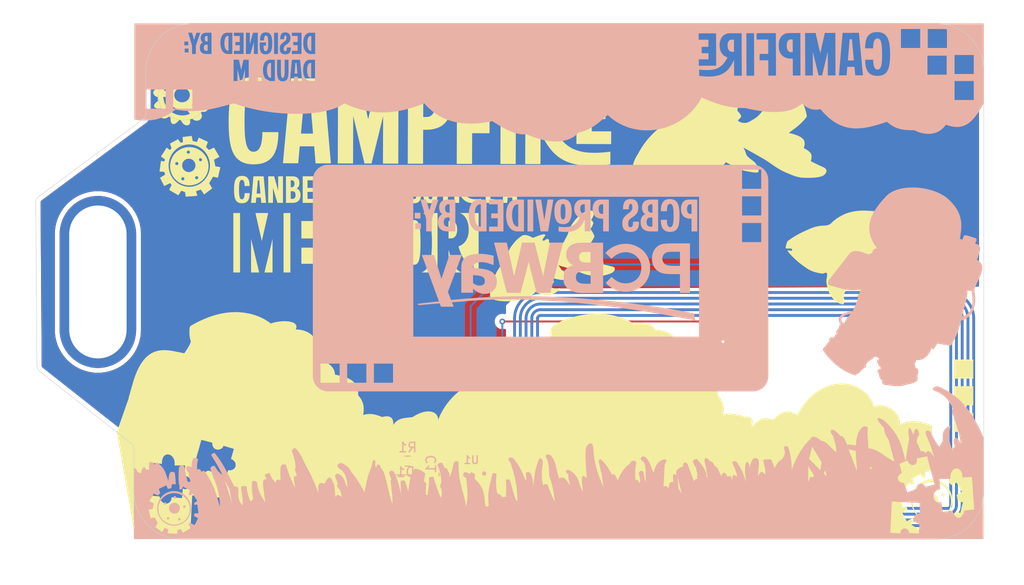
<source format=kicad_pcb>
(kicad_pcb (version 20241229) (generator "pcbnew") (generator_version "9.0")
  (layers (0 "F.Cu" signal) (2 "B.Cu" signal) (13 "F.Paste" user) (15 "B.Paste" user) (5 "F.SilkS" user "F.Silkscreen") (7 "B.SilkS" user "B.Silkscreen") (1 "F.Mask" user) (3 "B.Mask" user) (25 "Edge.Cuts" user))
  (net 0 "")
  (net 1 "Net-(D1-K)")
  (net 2 "Net-(U1-VCC)")
  (net 3 "Net-(D1-A)")
  (net 4 "Net-(J1-Pin_1)")
  (net 5 "Net-(J1-Pin_2)")
  (footprint "Taranium-libs:Lanyard hole" (layer "F.Cu") (at 169.375 65.175 90)
    (property "Reference" "REF**")
    (property "Value" "Lanyard hole")
  )
  (footprint "Taranium-libs:QFN8P50_160X160X50L40X20N" (layer "B.Cu") (at 199.755 94.62 180)
    (property "Reference" "U1")
    (property "Value" "NT3H2111W0FHKH")
  )
  (footprint "Capacitor_SMD:C_0603_1608Metric_Pad1.08x0.95mm_HandSolder" (layer "B.Cu") (at 196.955 94.22 -90)
    (property "Reference" "C1")
    (property "Value" "C")
  )
  (footprint "Taranium-libs:25x_48mm NFC Antenna" (layer "B.Cu") (at 228.34 87.68 180)
    (property "Reference" "J1" (hide yes))
    (property "Value" "Conn_01x02_Pin")
  )
  (footprint "Resistor_SMD:R_0603_1608Metric_Pad0.98x0.95mm_HandSolder" (layer "B.Cu") (at 193.155 92.82 180)
    (property "Reference" "R1")
    (property "Value" "R")
  )
  (footprint "LED_SMD:LED_0805_2012Metric_Pad1.15x1.40mm_HandSolder" (layer "B.Cu") (at 192.955 95.22 180)
    (property "Reference" "D1")
    (property "Value" "LED")
  )
  (gr_poly (pts (xy 193.618124 64.407657) (xy 193.621046 64.634883) (xy 193.624847 64.737968) (xy 193.63034 64.833925) (xy 193.637624 64.922673) (xy 193.646797 65.004132) (xy 193.657958 65.078218) (xy 193.671206 65.144852) (xy 193.68664 65.203951) (xy 193.704359 65.255434) (xy 193.724462 65.29922) (xy 193.747046 65.335228) (xy 193.772213 65.363375) (xy 193.785794 65.374476) (xy 193.800059 65.383581) (xy 193.815018 65.390681) (xy 193.830684 65.395765) (xy 193.847069 65.398822) (xy 193.864187 65.399844) (xy 193.882701 65.398822) (xy 193.900306 65.395765) (xy 193.917023 65.390681) (xy 193.932873 65.383581) (xy 193.947877 65.374476) (xy 193.962056 65.363375) (xy 193.975431 65.350289) (xy 193.988024 65.335228) (xy 193.999856 65.318201) (xy 194.010946 65.29922) (xy 194.021318 65.278294) (xy 194.030991 65.255434) (xy 194.039986 65.230649) (xy 194.048326 65.203951) (xy 194.05603 65.175348) (xy 194.06312 65.144852) (xy 194.069618 65.112472) (xy 194.075543 65.078218) (xy 194.080918 65.042101) (xy 194.085762 65.004132) (xy 194.093947 64.922673) (xy 194.100265 64.833925) (xy 194.104886 64.737968) (xy 194.107978 64.634883) (xy 194.10971 64.524752) (xy 194.110249 64.407657) (xy 194.110249 63.018594) (xy 194.610312 63.018594) (xy 194.610312 64.407657) (xy 194.609125 64.568897) (xy 194.605095 64.722009) (xy 194.597519 64.866681) (xy 194.585693 65.002597) (xy 194.568914 65.129444) (xy 194.546479 65.246907) (xy 194.517683 65.354674) (xy 194.481824 65.452429) (xy 194.461025 65.497455) (xy 194.438197 65.53986) (xy 194.413252 65.579605) (xy 194.386101 65.616652) (xy 194.356656 65.65096) (xy 194.32483 65.682491) (xy 194.290535 65.711205) (xy 194.253682 65.737063) (xy 194.214185 65.760026) (xy 194.171954 65.780055) (xy 194.126902 65.797109) (xy 194.078941 65.811151) (xy 194.027983 65.822141) (xy 193.973941 65.83004) (xy 193.916725 65.834808) (xy 193.856249 65.836406) (xy 193.797914 65.834808) (xy 193.74266 65.83004) (xy 193.690408 65.822141) (xy 193.641076 65.811151) (xy 193.594584 65.797109) (xy 193.550852 65.780055) (xy 193.509798 65.760026) (xy 193.471342 65.737063) (xy 193.435404 65.711205) (xy 193.401902 65.682491) (xy 193.370756 65.65096) (xy 193.341885 65.616652) (xy 193.315209 65.579605) (xy 193.290647 65.53986) (xy 193.268118 65.497455) (xy 193.247542 65.452429) (xy 193.228838 65.404823) (xy 193.211925 65.354674) (xy 193.196723 65.302022) (xy 193.18315 65.246907) (xy 193.171127 65.189368) (xy 193.160573 65.129444) (xy 193.151407 65.067173) (xy 193.143548 65.002597) (xy 193.13143 64.866681) (xy 193.123572 64.722009) (xy 193.119331 64.568897) (xy 193.118061 64.407657) (xy 193.118061 63.018594) (xy 193.618124 63.018594)) (fill yes) (layer "F.SilkS"))
  (gr_poly (pts (xy 186.272093 63.019598) (xy 186.312859 63.022583) (xy 186.352277 63.027505) (xy 186.390349 63.034321) (xy 186.427075 63.04299) (xy 186.462456 63.053467) (xy 186.496493 63.065709) (xy 186.529185 63.079675) (xy 186.560535 63.095321) (xy 186.590543 63.112604) (xy 186.619209 63.131482) (xy 186.646535 63.151911) (xy 186.67252 63.173849) (xy 186.697166 63.197252) (xy 186.720474 63.222079) (xy 186.742444 63.248285) (xy 186.763076 63.275829) (xy 186.782372 63.304666) (xy 186.800333 63.334755) (xy 186.816959 63.366053) (xy 186.83225 63.398516) (xy 186.846208 63.432102) (xy 186.858833 63.466768) (xy 186.870126 63.502471) (xy 186.880088 63.539168) (xy 186.888719 63.576816) (xy 186.89602 63.615373) (xy 186.901992 63.654795) (xy 186.906636 63.69504) (xy 186.909952 63.736064) (xy 186.912604 63.820281) (xy 186.910604 63.887313) (xy 186.904605 63.952839) (xy 186.894605 64.016655) (xy 186.880606 64.07856) (xy 186.862607 64.138348) (xy 186.840608 64.195816) (xy 186.81461 64.250761) (xy 186.784612 64.30298) (xy 186.750614 64.352269) (xy 186.712616 64.398424) (xy 186.670619 64.441242) (xy 186.64812 64.461336) (xy 186.624622 64.48052) (xy 186.600123 64.498768) (xy 186.574625 64.516054) (xy 186.548127 64.532353) (xy 186.520628 64.54764) (xy 186.49213 64.56189) (xy 186.462632 64.575076) (xy 186.432134 64.587173) (xy 186.400636 64.598157) (xy 186.453977 64.697639) (xy 186.508691 64.790703) (xy 186.565311 64.877349) (xy 186.624374 64.957576) (xy 186.654988 64.995283) (xy 186.686412 65.031386) (xy 186.718715 65.065883) (xy 186.751963 65.098777) (xy 186.786222 65.130065) (xy 186.821559 65.15975) (xy 186.858042 65.187829) (xy 186.895737 65.214304) (xy 186.934711 65.239175) (xy 186.97503 65.262441) (xy 187.016763 65.284102) (xy 187.059975 65.304159) (xy 187.104733 65.322612) (xy 187.151105 65.339459) (xy 187.199157 65.354703) (xy 187.248956 65.368341) (xy 187.300568 65.380375) (xy 187.354062 65.390805) (xy 187.409503 65.39963) (xy 187.466958 65.406851) (xy 187.526495 65.412466) (xy 187.588179 65.416478) (xy 187.652079 65.418885) (xy 187.718261 65.419687) (xy 187.778559 65.419121) (xy 187.840485 65.417393) (xy 187.904179 65.414455) (xy 187.96978 65.410262) (xy 188.037427 65.404766) (xy 188.10726 65.397922) (xy 188.179418 65.389682) (xy 188.254042 65.380001) (xy 188.254042 65.796719) (xy 188.16604 65.807881) (xy 188.080595 65.817555) (xy 187.997662 65.82574) (xy 187.917194 65.832437) (xy 187.839144 65.837646) (xy 187.763467 65.841367) (xy 187.690115 65.843599) (xy 187.619041 65.844343) (xy 187.454478 65.840155) (xy 187.301169 65.827577) (xy 187.158465 65.806593) (xy 187.025713 65.777185) (xy 186.962866 65.759316) (xy 186.902263 65.739335) (xy 186.843823 65.71724) (xy 186.787464 65.693027) (xy 186.733105 65.666695) (xy 186.680664 65.638243) (xy 186.630061 65.607666) (xy 186.581213 65.574964) (xy 186.53404 65.540135) (xy 186.488459 65.503175) (xy 186.401751 65.422858) (xy 186.320438 65.333994) (xy 186.243869 65.236567) (xy 186.171393 65.130559) (xy 186.102358 65.015952) (xy 186.036114 64.89273) (xy 185.97201 64.760875) (xy 185.97201 65.796719) (xy 185.471948 65.796719) (xy 185.471948 64.229063) (xy 185.97201 64.229063) (xy 186.09901 64.229063) (xy 186.116962 64.228555) (xy 186.134355 64.227043) (xy 186.151189 64.224547) (xy 186.167463 64.221087) (xy 186.183176 64.216682) (xy 186.198326 64.211352) (xy 186.212915 64.205116) (xy 186.22694 64.197995) (xy 186.240401 64.190007) (xy 186.253298 64.181173) (xy 186.265629 64.171512) (xy 186.277394 64.161044) (xy 186.288593 64.149788) (xy 186.299224 64.137763) (xy 186.309286 64.12499) (xy 186.31878 64.111489) (xy 186.327704 64.097278) (xy 186.336057 64.082377) (xy 186.343839 64.066806) (xy 186.351049 64.050585) (xy 186.357687 64.033734) (xy 186.363751 64.016271) (xy 186.369241 63.998216) (xy 186.374156 63.97959) (xy 186.378496 63.960411) (xy 186.38226 63.9407) (xy 186.385446 63.920475) (xy 186.388055 63.899757) (xy 186.390085 63.878566) (xy 186.391536 63.85692) (xy 186.392407 63.834839) (xy 186.392698 63.812344) (xy 186.391674 63.771484) (xy 186.388598 63.732333) (xy 186.383463 63.69502) (xy 186.376265 63.659671) (xy 186.366997 63.626415) (xy 186.355654 63.59538) (xy 186.342229 63.566694) (xy 186.334735 63.553272) (xy 186.326718 63.540484) (xy 186.318178 63.528348) (xy 186.309113 63.516879) (xy 186.299524 63.506093) (xy 186.28941 63.496006) (xy 186.27877 63.486635) (xy 186.267602 63.477994) (xy 186.255907 63.4701) (xy 186.243684 63.46297) (xy 186.230932 63.456618) (xy 186.21765 63.451062) (xy 186.203838 63.446316) (xy 186.189494 63.442397) (xy 186.174618 63.439322) (xy 186.15921 63.437105) (xy 186.143268 63.435763) (xy 186.126792 63.435313) (xy 185.97201 63.435313) (xy 185.97201 64.229063) (xy 185.471948 64.229063) (xy 185.471948 63.018594) (xy 186.22998 63.018594)) (fill yes) (layer "F.SilkS"))
  (gr_poly (pts (xy 201.815974 65.387938) (xy 201.867214 65.389394) (xy 201.91689 65.392147) (xy 201.965205 65.396004) (xy 202.012364 65.400774) (xy 202.104025 65.412285) (xy 202.193499 65.425145) (xy 202.282416 65.437818) (xy 202.372402 65.448771) (xy 202.418305 65.453122) (xy 202.465086 65.456468) (xy 202.512949 65.458616) (xy 202.562096 65.459375) (xy 202.601001 65.45898) (xy 202.640418 65.457701) (xy 202.680485 65.455399) (xy 202.721343 65.451934) (xy 202.763131 65.447166) (xy 202.805989 65.440958) (xy 202.850056 65.433168) (xy 202.895472 65.423657) (xy 202.895472 65.836406) (xy 202.818004 65.848707) (xy 202.746023 65.858916) (xy 202.679066 65.867171) (xy 202.616667 65.873613) (xy 202.558361 65.87838) (xy 202.503682 65.881613) (xy 202.452166 65.88345) (xy 202.403347 65.884031) (xy 202.350143 65.883225) (xy 202.300299 65.880931) (xy 202.253269 65.877334) (xy 202.208506 65.872621) (xy 202.165464 65.866978) (xy 202.123597 65.860591) (xy 202.041199 65.846328) (xy 201.95694 65.831321) (xy 201.86645 65.817058) (xy 201.817501 65.810671) (xy 201.765355 65.805028) (xy 201.709466 65.800316) (xy 201.649286 65.796719) (xy 201.315909 65.796719) (xy 201.315909 63.018594) (xy 201.815974 63.018594)) (fill yes) (layer "F.SilkS"))
  (gr_poly (pts (xy 177.33933 52.614788) (xy 177.50654 52.626346) (xy 177.66632 52.645106) (xy 177.818801 52.670998) (xy 177.964113 52.703953) (xy 178.102387 52.743901) (xy 178.233753 52.790774) (xy 178.358341 52.844501) (xy 178.476283 52.905014) (xy 178.587708 52.972243) (xy 178.692747 53.046118) (xy 178.791531 53.126572) (xy 178.88419 53.213533) (xy 178.970854 53.306934) (xy 179.051654 53.406704) (xy 179.12672 53.512775) (xy 179.196183 53.625077) (xy 179.260174 53.74354) (xy 179.318822 53.868096) (xy 179.372259 53.998676) (xy 179.420614 54.135209) (xy 179.464019 54.277626) (xy 179.502603 54.425859) (xy 179.536498 54.579837) (xy 179.565833 54.739493) (xy 179.590739 54.904755) (xy 179.627786 55.251825) (xy 179.648684 55.620492) (xy 179.654475 56.010202) (xy 177.978075 56.004289) (xy 177.975648 55.759326) (xy 177.966507 55.529334) (xy 177.95054 55.314424) (xy 177.927635 55.114708) (xy 177.89768 54.930296) (xy 177.860563 54.761299) (xy 177.816173 54.60783) (xy 177.764398 54.469999) (xy 177.705125 54.347917) (xy 177.638243 54.241696) (xy 177.56364 54.151447) (xy 177.523408 54.112347) (xy 177.481205 54.077281) (xy 177.437015 54.046264) (xy 177.390824 54.01931) (xy 177.34262 53.996432) (xy 177.292388 53.977644) (xy 177.240113 53.96296) (xy 177.185783 53.952395) (xy 177.129382 53.945962) (xy 177.070897 53.943674) (xy 176.997765 53.946903) (xy 176.928313 53.95708) (xy 176.86245 53.974144) (xy 176.800085 53.998033) (xy 176.741128 54.028687) (xy 176.685489 54.066046) (xy 176.633077 54.110049) (xy 176.583802 54.160635) (xy 176.537573 54.217742) (xy 176.494299 54.281311) (xy 176.453891 54.35128) (xy 176.416258 54.42759) (xy 176.381309 54.510178) (xy 176.348954 54.598984) (xy 176.319102 54.693948) (xy 176.291663 54.795008) (xy 176.266547 54.902104) (xy 176.243662 55.015175) (xy 176.222919 55.134161) (xy 176.204227 55.259) (xy 176.187496 55.389631) (xy 176.172634 55.525995) (xy 176.148159 55.815675) (xy 176.130079 56.127553) (xy 176.117669 56.461144) (xy 176.110207 56.815961) (xy 176.106967 57.191517) (xy 176.112514 57.921942) (xy 176.122569 58.255607) (xy 176.138449 58.567601) (xy 176.16088 58.857442) (xy 176.19059 59.124649) (xy 176.228307 59.368741) (xy 176.274757 59.589237) (xy 176.330667 59.785657) (xy 176.396766 59.957519) (xy 176.473781 60.104342) (xy 176.562437 60.225646) (xy 176.611359 60.276578) (xy 176.663464 60.32095) (xy 176.718844 60.358702) (xy 176.777589 60.389773) (xy 176.839789 60.414103) (xy 176.905537 60.431633) (xy 176.974923 60.442302) (xy 177.048038 60.446051) (xy 177.10653 60.444138) (xy 177.162968 60.437997) (xy 177.217366 60.427649) (xy 177.269738 60.413116) (xy 177.320098 60.394417) (xy 177.368459 60.371574) (xy 177.414835 60.344608) (xy 177.45924 60.31354) (xy 177.501688 60.278391) (xy 177.542193 60.239182) (xy 177.580768 60.195934) (xy 177.617428 60.148668) (xy 177.652186 60.097405) (xy 177.685056 60.042166) (xy 177.716053 59.982972) (xy 177.745188 59.919844) (xy 177.772478 59.852802) (xy 177.797935 59.781869) (xy 177.821573 59.707065) (xy 177.843406 59.628411) (xy 177.863448 59.545928) (xy 177.881713 59.459637) (xy 177.898215 59.369558) (xy 177.912967 59.275714) (xy 177.925984 59.178125) (xy 177.937278 59.076812) (xy 177.946865 58.971796) (xy 177.954757 58.863097) (xy 177.960969 58.750738) (xy 177.965514 58.634739) (xy 177.969661 58.391905) (xy 179.64606 58.397778) (xy 179.636617 58.797759) (xy 179.610647 59.173628) (xy 179.567315 59.525138) (xy 179.505782 59.852046) (xy 179.425214 60.154107) (xy 179.37753 60.295743) (xy 179.324773 60.431075) (xy 179.266839 60.560074) (xy 179.203623 60.682707) (xy 179.135021 60.798945) (xy 179.060928 60.908757) (xy 178.981239 61.012113) (xy 178.895851 61.108981) (xy 178.804658 61.199332) (xy 178.707555 61.283134) (xy 178.604439 61.360357) (xy 178.495205 61.430971) (xy 178.379748 61.494944) (xy 178.257963 61.552247) (xy 178.129747 61.602848) (xy 177.994994 61.646718) (xy 177.8536 61.683825) (xy 177.70546 61.714139) (xy 177.550471 61.737629) (xy 177.388526 61.754265) (xy 177.219522 61.764015) (xy 177.043355 61.766851) (xy 176.83921 61.761012) (xy 176.645696 61.745069) (xy 176.462542 61.719144) (xy 176.289478 61.683363) (xy 176.126234 61.63785) (xy 175.97254 61.58273) (xy 175.828126 61.518127) (xy 175.692721 61.444166) (xy 175.566055 61.360973) (xy 175.447857 61.26867) (xy 175.337859 61.167383) (xy 175.235789 61.057236) (xy 175.141377 60.938354) (xy 175.054354 60.810862) (xy 174.974448 60.674884) (xy 174.90139 60.530545) (xy 174.83491 60.377969) (xy 174.774737 60.217281) (xy 174.720601 60.048605) (xy 174.672232 59.872067) (xy 174.629359 59.68779) (xy 174.591714 59.495899) (xy 174.559024 59.296519) (xy 174.531021 59.089774) (xy 174.487991 58.65469) (xy 174.460464 58.191642) (xy 174.446276 57.701627) (xy 174.443268 57.185643) (xy 174.450781 56.669552) (xy 174.470871 56.179253) (xy 174.505487 55.715795) (xy 174.556578 55.280227) (xy 174.626096 54.873597) (xy 174.715989 54.496954) (xy 174.828208 54.151346) (xy 174.964702 53.837823) (xy 175.042662 53.69342) (xy 175.127422 53.557432) (xy 175.219226 53.429989) (xy 175.318317 53.311222) (xy 175.424939 53.201264) (xy 175.539337 53.100243) (xy 175.661753 53.008292) (xy 175.792432 52.925542) (xy 175.931617 52.852124) (xy 176.079552 52.788169) (xy 176.23648 52.733808) (xy 176.402646 52.689172) (xy 176.578294 52.654392) (xy 176.763666 52.629599) (xy 176.959007 52.614925) (xy 177.16456 52.6105)) (fill yes) (layer "F.SilkS"))
  (gr_poly (pts (xy 180.899234 73.083343) (xy 180.185652 73.083343) (xy 180.185652 66.860344) (xy 180.899234 66.860344)) (fill yes) (layer "F.SilkS"))
  (gr_poly (pts (xy 184.457031 63.020624) (xy 184.496716 63.024461) (xy 184.535079 63.030075) (xy 184.572121 63.037438) (xy 184.607843 63.046518) (xy 184.642246 63.057286) (xy 184.675333 63.069713) (xy 184.707105 63.083768) (xy 184.737563 63.099422) (xy 184.766708 63.116645) (xy 184.794542 63.135407) (xy 184.821067 63.155678) (xy 184.846284 63.177429) (xy 184.870194 63.20063) (xy 184.892799 63.225251) (xy 184.9141 63.251262) (xy 184.934099 63.278633) (xy 184.952797 63.307335) (xy 184.970196 63.337337) (xy 184.986297 63.368611) (xy 185.001102 63.401126) (xy 185.014611 63.434852) (xy 185.026827 63.46976) (xy 185.037751 63.50582) (xy 185.047385 63.543001) (xy 185.055729 63.581275) (xy 185.062785 63.620612) (xy 185.068555 63.660981) (xy 185.073041 63.702353) (xy 185.076243 63.744697) (xy 185.078803 63.832187) (xy 185.076944 63.902266) (xy 185.071377 63.96959) (xy 185.062112 64.034099) (xy 185.049161 64.095737) (xy 185.032536 64.154445) (xy 185.012249 64.210164) (xy 184.988311 64.262837) (xy 184.960733 64.312406) (xy 184.929527 64.358812) (xy 184.894706 64.401998) (xy 184.85628 64.441904) (xy 184.814261 64.478474) (xy 184.768661 64.511648) (xy 184.719492 64.541369) (xy 184.666764 64.567579) (xy 184.61049 64.590219) (xy 184.650468 64.713719) (xy 184.690137 64.82422) (xy 184.729654 64.922396) (xy 184.769178 65.008922) (xy 184.808865 65.084471) (xy 184.848871 65.149719) (xy 184.889354 65.20534) (xy 184.930471 65.252007) (xy 184.972378 65.290396) (xy 184.993677 65.306697) (xy 185.015233 65.321181) (xy 185.059192 65.345036) (xy 185.104413 65.362636) (xy 185.151053 65.374655) (xy 185.199268 65.381767) (xy 185.249216 65.384647) (xy 185.301053 65.383969) (xy 185.301053 65.800687) (xy 185.265876 65.806268) (xy 185.231724 65.811105) (xy 185.198501 65.815198) (xy 185.166115 65.818547) (xy 185.134474 65.821151) (xy 185.103483 65.823012) (xy 185.073051 65.824128) (xy 185.043084 65.8245) (xy 184.99718 65.823555) (xy 184.95318 65.820705) (xy 184.911013 65.815929) (xy 184.870606 65.809206) (xy 184.831889 65.800516) (xy 184.794788 65.789837) (xy 184.759233 65.777147) (xy 184.72515 65.762426) (xy 184.692469 65.745653) (xy 184.661116 65.726807) (xy 184.631021 65.705867) (xy 184.602111 65.682811) (xy 184.574314 65.657619) (xy 184.547559 65.630269) (xy 184.521773 65.60074) (xy 184.496885 65.569012) (xy 184.472822 65.535063) (xy 184.449513 65.498872) (xy 184.426885 65.460418) (xy 184.404867 65.41968) (xy 184.383387 65.376637) (xy 184.362373 65.331267) (xy 184.321454 65.233466) (xy 184.281534 65.126107) (xy 184.24204 65.009023) (xy 184.202394 64.882043) (xy 184.162021 64.745) (xy 184.162021 65.796719) (xy 183.66196 65.796719) (xy 183.66196 64.225094) (xy 184.162021 64.225094) (xy 184.26521 64.225094) (xy 184.282103 64.224631) (xy 184.298549 64.223254) (xy 184.314541 64.220977) (xy 184.330074 64.217815) (xy 184.345142 64.213785) (xy 184.359739 64.2089) (xy 184.373859 64.203177) (xy 184.387497 64.196631) (xy 184.400646 64.189276) (xy 184.413302 64.181129) (xy 184.425457 64.172204) (xy 184.437106 64.162516) (xy 184.448244 64.152082) (xy 184.458865 64.140916) (xy 184.468962 64.129033) (xy 184.47853 64.116449) (xy 184.487564 64.103179) (xy 184.496056 64.089239) (xy 184.504002 64.074642) (xy 184.511396 64.059406) (xy 184.518232 64.043545) (xy 184.524504 64.027074) (xy 184.530206 64.010008) (xy 184.535333 63.992364) (xy 184.539878 63.974155) (xy 184.543836 63.955398) (xy 184.547202 63.936107) (xy 184.549968 63.916298) (xy 184.55213 63.895987) (xy 184.553681 63.875187) (xy 184.554616 63.853916) (xy 184.554929 63.832187) (xy 184.553992 63.788488) (xy 184.551154 63.746766) (xy 184.546374 63.707137) (xy 184.539612 63.669717) (xy 184.530826 63.634622) (xy 184.519977 63.601969) (xy 184.507023 63.571874) (xy 184.499745 63.557822) (xy 184.491924 63.544453) (xy 184.483558 63.531782) (xy 184.474639 63.519823) (xy 184.465165 63.50859) (xy 184.455128 63.498099) (xy 184.444524 63.488364) (xy 184.433349 63.479399) (xy 184.421597 63.471219) (xy 184.409262 63.463838) (xy 184.396341 63.457271) (xy 184.382827 63.451532) (xy 184.368716 63.446637) (xy 184.354002 63.442599) (xy 184.338681 63.439433) (xy 184.322747 63.437153) (xy 184.306195 63.435775) (xy 184.289021 63.435313) (xy 184.162021 63.435313) (xy 184.162021 64.225094) (xy 183.66196 64.225094) (xy 183.66196 63.018594) (xy 184.416021 63.018594)) (fill yes) (layer "F.SilkS"))
  (gr_poly (pts (xy 204.489325 52.846593) (xy 204.45797 61.736529) (xy 202.857771 61.730894) (xy 202.889126 52.840949)) (fill yes) (layer "F.SilkS"))
  (gr_poly (pts (xy 164.061254 86.203156) (xy 162.8 89.8) (xy 164.608941 100.125533) (xy 166 86.8)) (stroke (width 0.1)) (fill yes) (layer "F.SilkS"))
  (gr_poly (pts (xy 252.300125 86.980121) (xy 250.299875 86.980121) (xy 250.299875 84.979871) (xy 252.300125 84.979871)) (fill yes) (layer "F.SilkS"))
  (gr_poly (pts (xy 192.837396 66.903998) (xy 192.771386 66.951441) (xy 192.708657 67.002632) (xy 192.649135 67.057531) (xy 192.592743 67.116098) (xy 192.539407 67.178291) (xy 192.489049 67.244072) (xy 192.441594 67.313398) (xy 192.396967 67.386231) (xy 192.355091 67.462529) (xy 192.315891 67.542252) (xy 192.279291 67.62536) (xy 192.245216 67.711813) (xy 192.213588 67.801569) (xy 192.184334 67.894589) (xy 192.157376 67.990832) (xy 192.110047 68.192827) (xy 192.070996 68.40723) (xy 192.039617 68.633718) (xy 192.015303 68.871968) (xy 191.997447 69.121656) (xy 191.985444 69.382461) (xy 191.978687 69.654058) (xy 191.976569 69.936124) (xy 191.986716 70.524623) (xy 192.000503 70.800425) (xy 192.021077 71.063426) (xy 192.049175 71.313247) (xy 192.085529 71.54951) (xy 192.130876 71.771838) (xy 192.18595 71.979852) (xy 192.251486 72.173176) (xy 192.328218 72.35143) (xy 192.416882 72.514237) (xy 192.518211 72.661219) (xy 192.63294 72.791999) (xy 192.69556 72.851195) (xy 192.761805 72.906198) (xy 192.831768 72.956962) (xy 192.90554 73.003439) (xy 192.983214 73.045581) (xy 193.06488 73.083343) (xy 190.546471 73.083343) (xy 190.546471 67.699735) (xy 191.815279 67.699735) (xy 191.815279 66.860344) (xy 192.906765 66.860344)) (fill yes) (layer "F.SilkS"))
  (gr_poly (pts (xy 184.286641 73.083343) (xy 183.792849 73.083343) (xy 183.792849 72.172516) (xy 182.049378 72.172516) (xy 182.049378 70.483813) (xy 183.3547 70.483813) (xy 183.3547 69.525358) (xy 182.049378 69.525358) (xy 182.049378 67.699735) (xy 183.792849 67.699735) (xy 183.792849 66.860344) (xy 184.286641 66.860344)) (fill yes) (layer "F.SilkS"))
  (gr_poly (pts (xy 200.58066 73.083343) (xy 200.055038 73.083343) (xy 200.055038 72.181642) (xy 199.935813 72.183202) (xy 199.877853 72.181011) (xy 199.820934 72.176579) (xy 199.765011 72.169715) (xy 199.71004 72.160222) (xy 199.655974 72.147908) (xy 199.602769 72.132579) (xy 199.550379 72.114041) (xy 199.49876 72.0921) (xy 199.447867 72.066562) (xy 199.397654 72.037233) (xy 199.348076 72.00392) (xy 199.299087 71.966428) (xy 199.250644 71.924564) (xy 199.202701 71.878133) (xy 199.155212 71.826942) (xy 199.108133 71.770797) (xy 199.061418 71.709505) (xy 199.015022 71.64287) (xy 198.9689 71.570699) (xy 198.923008 71.492799) (xy 198.877299 71.408976) (xy 198.831729 71.319035) (xy 198.786252 71.222783) (xy 198.740824 71.120026) (xy 198.6954 71.01057) (xy 198.649933 70.894221) (xy 198.60438 70.770785) (xy 198.558695 70.640068) (xy 198.466748 70.356018) (xy 198.53248 70.331017) (xy 198.596177 70.303946) (xy 198.657834 70.274823) (xy 198.717449 70.243664) (xy 198.775018 70.210486) (xy 198.830539 70.175305) (xy 198.884006 70.138139) (xy 198.935418 70.099004) (xy 198.984771 70.057917) (xy 199.032061 70.014894) (xy 199.077285 69.969953) (xy 199.12044 69.923109) (xy 199.161523 69.87438) (xy 199.200529 69.823783) (xy 199.237457 69.771334) (xy 199.272301 69.717049) (xy 199.30506 69.660946) (xy 199.33573 69.603041) (xy 199.364307 69.543351) (xy 199.390788 69.481893) (xy 199.41517 69.418683) (xy 199.437449 69.353738) (xy 199.457623 69.287075) (xy 199.475687 69.21871) (xy 199.491638 69.148661) (xy 199.505473 69.076944) (xy 199.517189 69.003575) (xy 199.526782 68.928572) (xy 199.53425 68.85195) (xy 199.539588 68.773728) (xy 199.542793 68.693921) (xy 199.543862 68.612546) (xy 199.540282 68.454921) (xy 199.529536 68.302497) (xy 199.511609 68.155535) (xy 199.486489 68.014293) (xy 199.454165 67.879034) (xy 199.414622 67.750016) (xy 199.36785 67.627499) (xy 199.313834 67.511745) (xy 199.252564 67.403012) (xy 199.184025 67.301561) (xy 199.108206 67.207653) (xy 199.025093 67.121546) (xy 198.934675 67.043502) (xy 198.836939 66.97378) (xy 198.731872 66.912641) (xy 198.619461 66.860344) (xy 200.58066 66.860344)) (fill yes) (layer "F.SilkS"))
  (gr_poly (pts (xy 197.579065 71.19283) (xy 197.649803 71.412289) (xy 197.7206 71.618027) (xy 197.792081 71.810227) (xy 197.864872 71.989073) (xy 197.939596 72.154747) (xy 198.01688 72.307433) (xy 198.097347 72.447315) (xy 198.181623 72.574575) (xy 198.270334 72.689397) (xy 198.364103 72.791963) (xy 198.463556 72.882458) (xy 198.569317 72.961064) (xy 198.682013 73.027964) (xy 198.802267 73.083343) (xy 197.435267 73.083343) (xy 197.435267 70.712015)) (fill yes) (layer "F.SilkS"))
  (gr_poly (pts (xy 247.289295 98.185894) (xy 247.297545 98.186507) (xy 247.305677 98.187516) (xy 247.313681 98.188911) (xy 247.321545 98.190683) (xy 247.32926 98.192821) (xy 247.336816 98.195316) (xy 247.344201 98.198158) (xy 247.351407 98.201336) (xy 247.358422 98.204841) (xy 247.365236 98.208662) (xy 247.371839 98.21279) (xy 247.378221 98.217215) (xy 247.38437 98.221927) (xy 247.390278 98.226916) (xy 247.395933 98.232171) (xy 247.401325 98.237684) (xy 247.406444 98.243443) (xy 247.41128 98.24944) (xy 247.415822 98.255664) (xy 247.42006 98.262104) (xy 247.423984 98.268752) (xy 247.427583 98.275598) (xy 247.430847 98.28263) (xy 247.433766 98.28984) (xy 247.436329 98.297217) (xy 247.438526 98.304751) (xy 247.440346 98.312433) (xy 247.44178 98.320253) (xy 247.442817 98.3282) (xy 247.443447 98.336264) (xy 247.443659 98.344436) (xy 247.443447 98.352608) (xy 247.442817 98.360673) (xy 247.44178 98.36862) (xy 247.440346 98.376439) (xy 247.438526 98.384121) (xy 247.436329 98.391655) (xy 247.433766 98.399032) (xy 247.430847 98.406242) (xy 247.427583 98.413275) (xy 247.423984 98.42012) (xy 247.42006 98.426768) (xy 247.415822 98.433209) (xy 247.41128 98.439432) (xy 247.406444 98.445429) (xy 247.401325 98.451188) (xy 247.395933 98.456701) (xy 247.390278 98.461956) (xy 247.38437 98.466945) (xy 247.378221 98.471657) (xy 247.371839 98.476082) (xy 247.365236 98.48021) (xy 247.358422 98.484031) (xy 247.351407 98.487536) (xy 247.344201 98.490714) (xy 247.336816 98.493556) (xy 247.32926 98.496051) (xy 247.321545 98.498189) (xy 247.313681 98.499961) (xy 247.305677 98.501357) (xy 247.297545 98.502366) (xy 247.289295 98.502978) (xy 247.280937 98.503185) (xy 247.272579 98.502978) (xy 247.264329 98.502366) (xy 247.256197 98.501357) (xy 247.248194 98.499961) (xy 247.24033 98.498189) (xy 247.232615 98.496051) (xy 247.225059 98.493556) (xy 247.217674 98.490714) (xy 247.210469 98.487536) (xy 247.203454 98.484031) (xy 247.19664 98.48021) (xy 247.190038 98.476082) (xy 247.183656 98.471657) (xy 247.177507 98.466945) (xy 247.1716 98.461956) (xy 247.165945 98.456701) (xy 247.160553 98.451188) (xy 247.155434 98.445429) (xy 247.150599 98.439432) (xy 247.146057 98.433209) (xy 247.141819 98.426768) (xy 247.137896 98.42012) (xy 247.134297 98.413275) (xy 247.131033 98.406242) (xy 247.128115 98.399032) (xy 247.125552 98.391655) (xy 247.123356 98.384121) (xy 247.121535 98.376439) (xy 247.120101 98.36862) (xy 247.119064 98.360673) (xy 247.118435 98.352608) (xy 247.118222 98.344436) (xy 247.118435 98.336264) (xy 247.119064 98.3282) (xy 247.120101 98.320253) (xy 247.121535 98.312433) (xy 247.123356 98.304751) (xy 247.125552 98.297217) (xy 247.128115 98.28984) (xy 247.131033 98.28263) (xy 247.134297 98.275598) (xy 247.137896 98.268752) (xy 247.141819 98.262104) (xy 247.146057 98.255664) (xy 247.150599 98.24944) (xy 247.155434 98.243443) (xy 247.160553 98.237684) (xy 247.165945 98.232171) (xy 247.1716 98.226916) (xy 247.177507 98.221927) (xy 247.183656 98.217215) (xy 247.190038 98.21279) (xy 247.19664 98.208662) (xy 247.203454 98.204841) (xy 247.210469 98.201336) (xy 247.217674 98.198158) (xy 247.225059 98.195316) (xy 247.232615 98.192821) (xy 247.24033 98.190683) (xy 247.248194 98.188911) (xy 247.256197 98.187516) (xy 247.264329 98.186507) (xy 247.272579 98.185894) (xy 247.280937 98.185687)) (fill yes) (layer "F.SilkS"))
  (gr_poly (pts (xy 249.138734 96.185642) (xy 249.146984 96.186255) (xy 249.155116 96.187264) (xy 249.163119 96.18866) (xy 249.170984 96.190432) (xy 249.178699 96.19257) (xy 249.186254 96.195065) (xy 249.19364 96.197906) (xy 249.200845 96.201085) (xy 249.20786 96.204589) (xy 249.214675 96.208411) (xy 249.221277 96.212539) (xy 249.227659 96.216964) (xy 249.233809 96.221676) (xy 249.239716 96.226664) (xy 249.245371 96.23192) (xy 249.250764 96.237432) (xy 249.255883 96.243192) (xy 249.260719 96.249188) (xy 249.265261 96.255412) (xy 249.269499 96.261853) (xy 249.273423 96.268501) (xy 249.277022 96.275346) (xy 249.280285 96.282378) (xy 249.283204 96.289588) (xy 249.285767 96.296965) (xy 249.287964 96.3045) (xy 249.289785 96.312182) (xy 249.291219 96.320001) (xy 249.292256 96.327948) (xy 249.292886 96.336012) (xy 249.293098 96.344185) (xy 249.292886 96.352357) (xy 249.292256 96.360421) (xy 249.291219 96.368368) (xy 249.289785 96.376188) (xy 249.287964 96.38387) (xy 249.285767 96.391404) (xy 249.283204 96.398781) (xy 249.280285 96.405991) (xy 249.277022 96.413024) (xy 249.273423 96.419869) (xy 249.269499 96.426517) (xy 249.265261 96.432958) (xy 249.260719 96.439182) (xy 249.255883 96.445179) (xy 249.250764 96.450938) (xy 249.245371 96.456451) (xy 249.239716 96.461707) (xy 249.233809 96.466696) (xy 249.227659 96.471408) (xy 249.221277 96.475833) (xy 249.214675 96.479961) (xy 249.20786 96.483783) (xy 249.200845 96.487288) (xy 249.19364 96.490466) (xy 249.186254 96.493307) (xy 249.178699 96.495803) (xy 249.170984 96.497941) (xy 249.163119 96.499713) (xy 249.155116 96.501109) (xy 249.146984 96.502118) (xy 249.138734 96.502731) (xy 249.130376 96.502937) (xy 249.122017 96.502731) (xy 249.113767 96.502118) (xy 249.105636 96.501109) (xy 249.097632 96.499713) (xy 249.089768 96.497941) (xy 249.082053 96.495803) (xy 249.074498 96.493307) (xy 249.067112 96.490466) (xy 249.059907 96.487288) (xy 249.052893 96.483783) (xy 249.046079 96.479961) (xy 249.039476 96.475833) (xy 249.033095 96.471408) (xy 249.026946 96.466696) (xy 249.021038 96.461707) (xy 249.015384 96.456451) (xy 249.009992 96.450938) (xy 249.004873 96.445179) (xy 249.000037 96.439182) (xy 248.995495 96.432958) (xy 248.991258 96.426517) (xy 248.987334 96.419869) (xy 248.983736 96.413024) (xy 248.980472 96.405991) (xy 248.977554 96.398781) (xy 248.974991 96.391404) (xy 248.972794 96.38387) (xy 248.970974 96.376188) (xy 248.96954 96.368368) (xy 248.968503 96.360421) (xy 248.967873 96.352357) (xy 248.967661 96.344185) (xy 248.967873 96.336012) (xy 248.968503 96.327948) (xy 248.96954 96.320001) (xy 248.970974 96.312182) (xy 248.972794 96.3045) (xy 248.974991 96.296965) (xy 248.977554 96.289588) (xy 248.980472 96.282378) (xy 248.983736 96.275346) (xy 248.987334 96.268501) (xy 248.991258 96.261853) (xy 248.995495 96.255412) (xy 249.000037 96.249188) (xy 249.004873 96.243192) (xy 249.009992 96.237432) (xy 249.015384 96.23192) (xy 249.021038 96.226664) (xy 249.026946 96.221676) (xy 249.033095 96.216964) (xy 249.039476 96.212539) (xy 249.046079 96.208411) (xy 249.052893 96.204589) (xy 249.059907 96.201085) (xy 249.067112 96.197906) (xy 249.074498 96.195065) (xy 249.082053 96.19257) (xy 249.089768 96.190432) (xy 249.097632 96.18866) (xy 249.105636 96.187264) (xy 249.113767 96.186255) (xy 249.122017 96.185642) (xy 249.130376 96.185436)) (fill yes) (layer "F.SilkS"))
  (gr_poly (pts (xy 186.687337 70.209968) (xy 185.752935 66.860344) (xy 186.687337 66.860344)) (fill yes) (layer "F.SilkS"))
  (gr_poly (pts (xy 247.943723 96.241906) (xy 247.978979 96.244604) (xy 248.013724 96.249046) (xy 248.047915 96.255189) (xy 248.081508 96.262988) (xy 248.114458 96.272401) (xy 248.146723 96.283383) (xy 248.178259 96.29589) (xy 248.209021 96.309878) (xy 248.238967 96.325304) (xy 248.268052 96.342123) (xy 248.296232 96.360292) (xy 248.323464 96.379767) (xy 248.349704 96.400503) (xy 248.374909 96.422458) (xy 248.399034 96.445586) (xy 248.422036 96.469845) (xy 248.443871 96.49519) (xy 248.464495 96.521577) (xy 248.483865 96.548963) (xy 248.501937 96.577303) (xy 248.518667 96.606554) (xy 248.534011 96.636672) (xy 248.547926 96.667613) (xy 248.560367 96.699333) (xy 248.571292 96.731788) (xy 248.580656 96.764934) (xy 248.588415 96.798727) (xy 248.594526 96.833124) (xy 248.598946 96.868081) (xy 248.60163 96.903553) (xy 248.602534 96.939497) (xy 248.60163 96.975441) (xy 248.598946 97.010913) (xy 248.594526 97.04587) (xy 248.588415 97.080267) (xy 248.580656 97.11406) (xy 248.571292 97.147207) (xy 248.560367 97.179662) (xy 248.547926 97.211381) (xy 248.534011 97.242322) (xy 248.518667 97.27244) (xy 248.501937 97.301691) (xy 248.483865 97.330031) (xy 248.464495 97.357417) (xy 248.443871 97.383805) (xy 248.422036 97.409149) (xy 248.399034 97.433408) (xy 248.374909 97.456537) (xy 248.349704 97.478491) (xy 248.323464 97.499227) (xy 248.296232 97.518702) (xy 248.268052 97.536871) (xy 248.238967 97.55369) (xy 248.209021 97.569116) (xy 248.178259 97.583104) (xy 248.146723 97.595611) (xy 248.114458 97.606593) (xy 248.081508 97.616006) (xy 248.047915 97.623805) (xy 248.013724 97.629948) (xy 247.978979 97.634391) (xy 247.943723 97.637088) (xy 247.908 97.637997) (xy 247.872277 97.637088) (xy 247.837021 97.634391) (xy 247.802276 97.629948) (xy 247.768086 97.623805) (xy 247.734493 97.616006) (xy 247.701543 97.606593) (xy 247.669278 97.595611) (xy 247.637742 97.583104) (xy 247.60698 97.569116) (xy 247.577035 97.55369) (xy 247.547951 97.536871) (xy 247.519771 97.518702) (xy 247.492539 97.499227) (xy 247.466299 97.478491) (xy 247.441095 97.456537) (xy 247.41697 97.433408) (xy 247.393968 97.409149) (xy 247.372134 97.383805) (xy 247.35151 97.357417) (xy 247.33214 97.330031) (xy 247.314069 97.301691) (xy 247.297339 97.27244) (xy 247.281995 97.242322) (xy 247.268081 97.211381) (xy 247.25564 97.179662) (xy 247.244715 97.147207) (xy 247.235352 97.11406) (xy 247.227592 97.080267) (xy 247.221481 97.04587) (xy 247.217062 97.010913) (xy 247.214378 96.975441) (xy 247.213474 96.939497) (xy 247.214378 96.903553) (xy 247.217062 96.868081) (xy 247.221481 96.833124) (xy 247.227592 96.798727) (xy 247.235352 96.764934) (xy 247.244715 96.731788) (xy 247.25564 96.699333) (xy 247.268081 96.667613) (xy 247.281995 96.636672) (xy 247.297339 96.606554) (xy 247.314069 96.577303) (xy 247.33214 96.548963) (xy 247.35151 96.521577) (xy 247.372134 96.49519) (xy 247.393968 96.469845) (xy 247.41697 96.445586) (xy 247.441095 96.422458) (xy 247.466299 96.400503) (xy 247.492539 96.379767) (xy 247.519771 96.360292) (xy 247.547951 96.342123) (xy 247.577035 96.325304) (xy 247.60698 96.309878) (xy 247.637742 96.29589) (xy 247.669278 96.283383) (xy 247.701543 96.272401) (xy 247.734493 96.262988) (xy 247.768086 96.255189) (xy 247.802276 96.249046) (xy 247.837021 96.244604) (xy 247.872277 96.241906) (xy 247.908 96.240997)) (fill yes) (layer "F.SilkS"))
  (gr_poly (pts (xy 234.912748 52.579849) (xy 234.96924 52.583254) (xy 235.023793 52.588665) (xy 235.076405 52.595926) (xy 235.127071 52.604884) (xy 235.175789 52.615384) (xy 235.222556 52.62727) (xy 235.267369 52.64039) (xy 235.310224 52.654587) (xy 235.351118 52.669708) (xy 235.390048 52.685598) (xy 235.427011 52.702102) (xy 235.462003 52.719066) (xy 235.495022 52.736336) (xy 235.526065 52.753756) (xy 235.555127 52.771173) (xy 235.582207 52.788431) (xy 235.607301 52.805376) (xy 235.651517 52.83771) (xy 235.68775 52.866937) (xy 235.715976 52.891822) (xy 235.736169 52.911127) (xy 235.752353 52.928055) (xy 235.706945 53.031361) (xy 235.662421 53.12736) (xy 235.618459 53.216763) (xy 235.574737 53.30028) (xy 235.530936 53.378619) (xy 235.486732 53.452491) (xy 235.441804 53.522605) (xy 235.395832 53.58967) (xy 235.348493 53.654396) (xy 235.299467 53.717493) (xy 235.248431 53.779671) (xy 235.195064 53.841638) (xy 235.139045 53.904105) (xy 235.080052 53.967781) (xy 234.95186 54.101599) (xy 234.985873 54.141916) (xy 235.01604 54.179661) (xy 235.042646 54.215215) (xy 235.065981 54.24896) (xy 235.08633 54.281277) (xy 235.103981 54.312548) (xy 235.119222 54.343156) (xy 235.132339 54.373481) (xy 235.14362 54.403906) (xy 235.153352 54.434812) (xy 235.161822 54.466582) (xy 235.169318 54.499596) (xy 235.176127 54.534237) (xy 235.182536 54.570887) (xy 235.195302 54.651739) (xy 235.158063 54.718417) (xy 235.120909 54.781781) (xy 235.083707 54.8421) (xy 235.046326 54.899645) (xy 235.008631 54.954687) (xy 234.970492 55.007494) (xy 234.931775 55.058339) (xy 234.892348 55.107489) (xy 234.852078 55.155217) (xy 234.810833 55.201791) (xy 234.76848 55.247483) (xy 234.724886 55.292561) (xy 234.679919 55.337297) (xy 234.633447 55.381961) (xy 234.535456 55.472151) (xy 234.613613 55.670438) (xy 234.678697 55.845614) (xy 234.732555 56.00405) (xy 234.755852 56.078981) (xy 234.777035 56.152115) (xy 234.796336 56.224248) (xy 234.813985 56.296177) (xy 234.845251 56.442605) (xy 234.872681 56.597768) (xy 234.898122 56.768035) (xy 234.788487 56.911928) (xy 234.679061 57.046671) (xy 234.569562 57.17317) (xy 234.459705 57.292336) (xy 234.349207 57.405075) (xy 234.237786 57.512297) (xy 234.125158 57.61491) (xy 234.011038 57.713822) (xy 233.895145 57.809941) (xy 233.777195 57.904176) (xy 233.533989 58.090626) (xy 233.010422 58.480883) (xy 233.207767 58.523965) (xy 233.416842 58.578333) (xy 233.538012 58.613873) (xy 233.666091 58.655042) (xy 233.797945 58.701883) (xy 233.930442 58.754437) (xy 234.060446 58.812748) (xy 234.184824 58.87686) (xy 234.300442 58.946814) (xy 234.353987 58.983996) (xy 234.404166 59.022654) (xy 234.450589 59.062795) (xy 234.492863 59.104423) (xy 234.530597 59.147544) (xy 234.563398 59.192164) (xy 234.583581 59.224959) (xy 234.601259 59.258723) (xy 234.616554 59.293326) (xy 234.629588 59.328635) (xy 234.640484 59.364518) (xy 234.649364 59.400844) (xy 234.656351 59.43748) (xy 234.661565 59.474294) (xy 234.665131 59.511156) (xy 234.667169 59.547932) (xy 234.667803 59.584491) (xy 234.667155 59.620702) (xy 234.665346 59.656431) (xy 234.662499 59.691548) (xy 234.654181 59.759417) (xy 234.643178 59.823252) (xy 234.630469 59.881998) (xy 234.617032 59.934602) (xy 234.603844 59.980007) (xy 234.582131 60.045002) (xy 234.573154 60.068542) (xy 234.680121 60.11977) (xy 234.792269 60.180491) (xy 234.856721 60.218662) (xy 234.924361 60.261672) (xy 234.993394 60.309244) (xy 235.062023 60.361102) (xy 235.128451 60.416971) (xy 235.190882 60.476574) (xy 235.220036 60.507689) (xy 235.247517 60.539634) (xy 235.273101 60.572375) (xy 235.296562 60.605877) (xy 235.317676 60.640105) (xy 235.336218 60.675025) (xy 235.351964 60.710602) (xy 235.36469 60.746802) (xy 235.371546 60.771718) (xy 235.377242 60.797547) (xy 235.38184 60.824176) (xy 235.385403 60.851494) (xy 235.387991 60.87939) (xy 235.389667 60.907751) (xy 235.390528 60.965423) (xy 235.388481 61.023617) (xy 235.384019 61.081439) (xy 235.377637 61.137996) (xy 235.369828 61.192393) (xy 235.361088 61.243738) (xy 235.35191 61.291136) (xy 235.334216 61.370518) (xy 235.315317 61.442603) (xy 235.708192 61.637747) (xy 236.062629 61.810283) (xy 236.400927 61.969336) (xy 236.587872 62.05169) (xy 236.632054 62.072372) (xy 236.674636 62.09383) (xy 236.715331 62.116432) (xy 236.753849 62.140548) (xy 236.772202 62.153289) (xy 236.789903 62.166546) (xy 236.806915 62.180367) (xy 236.823203 62.194797) (xy 236.83873 62.209881) (xy 236.85346 62.225667) (xy 236.867358 62.242201) (xy 236.880387 62.259528) (xy 236.892511 62.277695) (xy 236.903694 62.296748) (xy 236.9139 62.316733) (xy 236.923093 62.337696) (xy 236.931237 62.359683) (xy 236.938296 62.38274) (xy 236.944233 62.406914) (xy 236.949013 62.432251) (xy 236.951149 62.450626) (xy 236.951747 62.469551) (xy 236.950846 62.48897) (xy 236.948481 62.508827) (xy 236.944691 62.529069) (xy 236.939513 62.54964) (xy 236.932985 62.570484) (xy 236.925143 62.591548) (xy 236.916024 62.612775) (xy 236.905668 62.634111) (xy 236.881387 62.676889) (xy 236.852599 62.719442) (xy 236.819604 62.76133) (xy 236.782698 62.802111) (xy 236.742182 62.841346) (xy 236.698353 62.878594) (xy 236.651511 62.913416) (xy 236.601954 62.94537) (xy 236.549981 62.974016) (xy 236.523181 62.986962) (xy 236.49589 62.998915) (xy 236.468144 63.009821) (xy 236.43998 63.019626) (xy 236.355758 63.045161) (xy 236.268518 63.067981) (xy 236.178237 63.088216) (xy 236.084897 63.105999) (xy 235.988476 63.121462) (xy 235.888955 63.134736) (xy 235.680529 63.155248) (xy 235.459457 63.168589) (xy 235.225576 63.175817) (xy 234.978724 63.177987) (xy 234.718737 63.176153) (xy 234.57571 63.171957) (xy 234.440381 63.163338) (xy 234.311759 63.150447) (xy 234.188853 63.133433) (xy 234.070675 63.112447) (xy 233.956232 63.087639) (xy 233.844536 63.059159) (xy 233.734595 63.027156) (xy 233.62542 62.991782) (xy 233.51602 62.953186) (xy 233.292584 62.866929) (xy 232.799441 62.662358) (xy 232.605772 62.578559) (xy 232.424341 62.493052) (xy 232.253499 62.405844) (xy 232.091602 62.316944) (xy 231.937001 62.22636) (xy 231.788051 62.134101) (xy 231.500515 61.944591) (xy 230.920798 61.545836) (xy 230.602271 61.336725) (xy 230.430077 61.229765) (xy 230.247068 61.121214) (xy 229.612549 60.759902) (xy 228.966298 60.398792) (xy 228.262212 60.010043) (xy 228.284264 60.049367) (xy 228.337421 60.148007) (xy 228.369572 60.210508) (xy 228.402187 60.276963) (xy 228.432831 60.343747) (xy 228.446651 60.37613) (xy 228.459065 60.407236) (xy 228.470335 60.437707) (xy 228.480637 60.467332) (xy 228.499079 60.524434) (xy 228.532537 60.63277) (xy 228.550536 60.685561) (xy 228.560505 60.711952) (xy 228.571368 60.738471) (xy 228.583313 60.765215) (xy 228.596526 60.79228) (xy 228.611193 60.819765) (xy 228.6275 60.847767) (xy 228.650828 60.882021) (xy 228.679627 60.91752) (xy 228.713415 60.954184) (xy 228.751711 60.991933) (xy 228.794033 61.030687) (xy 228.8399 61.070366) (xy 228.940345 61.15218) (xy 229.162599 61.323396) (xy 229.276709 61.411519) (xy 229.387673 61.500467) (xy 229.419366 61.527913) (xy 229.450012 61.557044) (xy 229.479602 61.587726) (xy 229.508126 61.619825) (xy 229.535576 61.653206) (xy 229.561942 61.687735) (xy 229.611383 61.759703) (xy 229.656377 61.834652) (xy 229.696848 61.911511) (xy 229.732723 61.989205) (xy 229.763926 62.066659) (xy 229.790384 62.142802) (xy 229.812022 62.216558) (xy 229.828765 62.286854) (xy 229.840539 62.352616) (xy 229.847269 62.412771) (xy 229.848882 62.466245) (xy 229.845303 62.511963) (xy 229.841543 62.531578) (xy 229.836457 62.548852) (xy 229.828216 62.565032) (xy 229.815947 62.579172) (xy 229.799829 62.591353) (xy 229.780039 62.601658) (xy 229.730152 62.616961) (xy 229.667705 62.625733) (xy 229.594118 62.628625) (xy 229.51081 62.626288) (xy 229.4192 62.619373) (xy 229.320709 62.608532) (xy 229.108756 62.577676) (xy 228.886306 62.53893) (xy 228.455337 62.458603) (xy 228.33614 62.4309) (xy 228.199958 62.3887) (xy 228.050194 62.334248) (xy 227.890254 62.269792) (xy 227.723542 62.19758) (xy 227.553464 62.119858) (xy 227.216827 61.956874) (xy 226.907581 61.798815) (xy 226.652967 61.66366) (xy 226.416589 61.533964) (xy 226.401306 61.561033) (xy 226.386467 61.586448) (xy 226.371976 61.610322) (xy 226.357732 61.63277) (xy 226.343639 61.653907) (xy 226.329597 61.673847) (xy 226.315508 61.692704) (xy 226.301274 61.710593) (xy 226.286796 61.727627) (xy 226.271976 61.743923) (xy 226.256716 61.759593) (xy 226.240917 61.774752) (xy 226.22448 61.789516) (xy 226.207308 61.803997) (xy 226.189302 61.818311) (xy 226.170363 61.832572) (xy 226.220453 61.867014) (xy 226.272272 61.899715) (xy 226.325397 61.930738) (xy 226.379404 61.960142) (xy 226.433871 61.987988) (xy 226.488374 62.014338) (xy 226.595795 62.06279) (xy 226.698283 62.105985) (xy 226.792451 62.144409) (xy 226.874913 62.178548) (xy 226.942285 62.208889) (xy 226.956284 62.216427) (xy 226.968949 62.224711) (xy 226.980303 62.233701) (xy 226.990371 62.243357) (xy 226.999179 62.25364) (xy 227.00675 62.264509) (xy 227.013109 62.275926) (xy 227.018281 62.287849) (xy 227.022291 62.300239) (xy 227.025163 62.313057) (xy 227.026921 62.326261) (xy 227.027591 62.339814) (xy 227.027197 62.353674) (xy 227.025764 62.367801) (xy 227.023315 62.382157) (xy 227.019877 62.3967) (xy 227.015473 62.411392) (xy 227.010128 62.426192) (xy 227.003866 62.44106) (xy 226.996714 62.455957) (xy 226.988694 62.470842) (xy 226.979831 62.485677) (xy 226.970151 62.50042) (xy 226.959678 62.515032) (xy 226.948436 62.529474) (xy 226.93645 62.543705) (xy 226.923745 62.557685) (xy 226.910346 62.571375) (xy 226.896276 62.584735) (xy 226.881561 62.597724) (xy 226.866225 62.610304) (xy 226.850293 62.622433) (xy 226.709755 62.727956) (xy 226.501798 62.885889) (xy 226.231169 63.092254) (xy 226.311422 63.1531) (xy 226.40138 63.21756) (xy 226.515351 63.294402) (xy 226.646429 63.375895) (xy 226.716226 63.41597) (xy 226.78771 63.454308) (xy 226.860019 63.489943) (xy 226.932288 63.521908) (xy 227.003655 63.549237) (xy 227.073256 63.570964) (xy 227.113715 63.580568) (xy 227.15788 63.588623) (xy 227.204994 63.595299) (xy 227.2543 63.600764) (xy 227.356463 63.608727) (xy 227.458314 63.613857) (xy 227.636862 63.620982) (xy 227.701451 63.625662) (xy 227.724926 63.628869) (xy 227.741511 63.632877) (xy 227.759558 63.639735) (xy 227.775963 63.647228) (xy 227.79076 63.655306) (xy 227.803984 63.663925) (xy 227.815668 63.673036) (xy 227.825848 63.682594) (xy 227.834557 63.692551) (xy 227.84183 63.70286) (xy 227.8477 63.713474) (xy 227.852203 63.724347) (xy 227.855371 63.735432) (xy 227.857241 63.746682) (xy 227.857845 63.758049) (xy 227.857219 63.769488) (xy 227.855396 63.780951) (xy 227.852411 63.792391) (xy 227.848297 63.803762) (xy 227.84309 63.815016) (xy 227.836823 63.826107) (xy 227.829531 63.836988) (xy 227.821248 63.847612) (xy 227.812008 63.857932) (xy 227.801846 63.867901) (xy 227.790795 63.877472) (xy 227.77889 63.886599) (xy 227.766166 63.895235) (xy 227.752656 63.903332) (xy 227.738395 63.910844) (xy 227.723417 63.917725) (xy 227.707756 63.923926) (xy 227.691447 63.929402) (xy 227.674524 63.934105) (xy 227.562952 63.963705) (xy 227.457271 63.994772) (xy 227.260085 64.059402) (xy 226.897984 64.185317) (xy 226.80909 64.213323) (xy 226.719103 64.238988) (xy 226.627149 64.261836) (xy 226.532357 64.281392) (xy 226.433852 64.297178) (xy 226.330763 64.308721) (xy 226.222216 64.315543) (xy 226.107339 64.317169) (xy 226.020753 64.314804) (xy 225.928419 64.309173) (xy 225.830909 64.300057) (xy 225.728791 64.287238) (xy 225.622637 64.2705) (xy 225.513017 64.249623) (xy 225.400501 64.22439) (xy 225.28566 64.194584) (xy 225.169063 64.159987) (xy 225.051282 64.12038) (xy 224.932886 64.075547) (xy 224.814445 64.025269) (xy 224.696531 63.969328) (xy 224.579712 63.907507) (xy 224.464561 63.839588) (xy 224.351646 63.765354) (xy 224.309927 63.735445) (xy 224.266905 63.702876) (xy 224.22313 63.668278) (xy 224.179154 63.632287) (xy 224.135529 63.595534) (xy 224.092805 63.558654) (xy 224.012266 63.487045) (xy 223.941949 63.422528) (xy 223.886262 63.37017) (xy 223.836421 63.322203) (xy 223.712455 63.437524) (xy 223.568369 63.542312) (xy 223.405518 63.636772) (xy 223.225262 63.721106) (xy 223.028959 63.795518) (xy 222.817966 63.86021) (xy 222.357343 63.961251) (xy 221.854259 64.025855) (xy 221.319576 64.055648) (xy 220.76416 64.052258) (xy 220.198874 64.017309) (xy 219.634582 63.95243) (xy 219.082149 63.859246) (xy 218.552438 63.739384) (xy 218.056314 63.594469) (xy 217.60464 63.426129) (xy 217.208282 63.23599) (xy 217.034241 63.133254) (xy 216.878102 63.025678) (xy 216.741224 62.913466) (xy 216.624965 62.79682) (xy 216.614275 62.780493) (xy 216.605481 62.757925) (xy 216.593592 62.695286) (xy 216.589317 62.611348) (xy 216.592676 62.508557) (xy 216.603687 62.389356) (xy 216.622369 62.256191) (xy 216.64874 62.111507) (xy 216.682819 61.957747) (xy 216.724626 61.797357) (xy 216.774178 61.632781) (xy 216.831495 61.466464) (xy 216.896595 61.300852) (xy 216.969497 61.138388) (xy 217.050219 60.981517) (xy 217.138781 60.832685) (xy 217.235201 60.694335) (xy 217.403478 60.378329) (xy 217.582354 60.07637) (xy 217.770461 59.788363) (xy 217.966432 59.514211) (xy 218.168898 59.253821) (xy 218.376492 59.007095) (xy 218.587845 58.773939) (xy 218.801589 58.554257) (xy 219.016356 58.347953) (xy 219.230778 58.154933) (xy 219.443488 57.975101) (xy 219.653116 57.808361) (xy 219.858296 57.654618) (xy 220.057659 57.513776) (xy 220.249836 57.38574) (xy 220.43346 57.270415) (xy 220.506052 57.076828) (xy 220.597287 56.86449) (xy 220.656784 56.738081) (xy 220.725589 56.601473) (xy 220.803743 56.457137) (xy 220.891287 56.307542) (xy 220.988263 56.155159) (xy 221.094712 56.002459) (xy 221.210676 55.851912) (xy 221.336195 55.705988) (xy 221.471311 55.567158) (xy 221.616065 55.437893) (xy 222.067957 55.06372) (xy 222.295997 54.884657) (xy 222.413145 54.797966) (xy 222.533372 54.713485) (xy 222.65742 54.631453) (xy 222.786034 54.552108) (xy 222.91996 54.475689) (xy 223.05994 54.402433) (xy 223.206719 54.332579) (xy 223.361042 54.266365) (xy 223.523652 54.20403) (xy 223.695294 54.145811) (xy 223.756812 54.129789) (xy 223.819775 54.120074) (xy 223.883959 54.116287) (xy 223.949141 54.118047) (xy 224.015099 54.124974) (xy 224.08161 54.136688) (xy 224.148451 54.152807) (xy 224.2154 54.172953) (xy 224.282233 54.196745) (xy 224.348728 54.223802) (xy 224.414663 54.253743) (xy 224.479813 54.28619) (xy 224.543957 54.320761) (xy 224.606872 54.357076) (xy 224.728123 54.433418) (xy 224.841784 54.512172) (xy 224.946072 54.590297) (xy 225.039205 54.66475) (xy 225.119402 54.732489) (xy 225.233856 54.835652) (xy 225.275175 54.875449) (xy 225.49802 54.832988) (xy 225.736781 54.791766) (xy 226.025062 54.747756) (xy 226.336333 54.708859) (xy 226.4923 54.693798) (xy 226.644065 54.68298) (xy 226.788313 54.677392) (xy 226.921728 54.678022) (xy 227.040993 54.685858) (xy 227.142793 54.701888) (xy 227.152304 54.704369) (xy 227.161769 54.70755) (xy 227.171154 54.711391) (xy 227.180427 54.715855) (xy 227.189556 54.720904) (xy 227.198509 54.7265) (xy 227.207253 54.732605) (xy 227.215756 54.739181) (xy 227.223986 54.74619) (xy 227.23191 54.753595) (xy 227.239496 54.761356) (xy 227.246712 54.769436) (xy 227.253525 54.777797) (xy 227.259903 54.786401) (xy 227.265815 54.795211) (xy 227.271226 54.804187) (xy 227.276106 54.813293) (xy 227.280422 54.82249) (xy 227.284142 54.83174) (xy 227.287232 54.841005) (xy 227.289662 54.850247) (xy 227.291398 54.859429) (xy 227.292409 54.868512) (xy 227.292661 54.877458) (xy 227.292124 54.886229) (xy 227.290763 54.894788) (xy 227.288548 54.903096) (xy 227.285446 54.911115) (xy 227.281424 54.918807) (xy 227.27645 54.926135) (xy 227.270492 54.93306) (xy 227.263518 54.939545) (xy 227.198255 54.99467) (xy 227.136724 55.047986) (xy 227.078951 55.099346) (xy 227.02496 55.148607) (xy 226.974776 55.195621) (xy 226.928424 55.240245) (xy 226.885929 55.282332) (xy 226.847315 55.321737) (xy 226.812609 55.358315) (xy 226.781834 55.391921) (xy 226.755015 55.422409) (xy 226.732178 55.449633) (xy 226.713347 55.473449) (xy 226.698547 55.493711) (xy 226.687803 55.510273) (xy 226.68114 55.522991) (xy 226.678062 55.531424) (xy 226.676094 55.539739) (xy 226.675194 55.547923) (xy 226.675319 55.555966) (xy 226.676429 55.563855) (xy 226.678481 55.571579) (xy 226.681434 55.579127) (xy 226.685246 55.586486) (xy 226.689875 55.593646) (xy 226.69528 55.600595) (xy 226.701418 55.607321) (xy 226.708249 55.613812) (xy 226.71573 55.620058) (xy 226.72382 55.626046) (xy 226.741658 55.637204) (xy 226.76143 55.647194) (xy 226.782802 55.655924) (xy 226.80544 55.6633) (xy 226.82901 55.669231) (xy 226.853179 55.673624) (xy 226.877612 55.676387) (xy 226.901976 55.677427) (xy 226.925937 55.676653) (xy 226.941481 55.675283) (xy 226.956595 55.673473) (xy 226.985629 55.668633) (xy 227.013244 55.662333) (xy 227.039639 55.654771) (xy 227.065019 55.646147) (xy 227.089585 55.636661) (xy 227.113539 55.626511) (xy 227.137083 55.615898) (xy 227.183752 55.594078) (xy 227.231209 55.572797) (xy 227.255739 55.562857) (xy 227.281072 55.553649) (xy 227.307411 55.545374) (xy 227.334958 55.53823) (xy 227.350089 55.535109) (xy 227.365154 55.532735) (xy 227.380138 55.531096) (xy 227.395023 55.53018) (xy 227.409791 55.529976) (xy 227.424428 55.530472) (xy 227.438914 55.531657) (xy 227.453235 55.533517) (xy 227.467372 55.536042) (xy 227.481309 55.539219) (xy 227.495029 55.543037) (xy 227.508515 55.547485) (xy 227.521751 55.552549) (xy 227.534719 55.558219) (xy 227.547403 55.564483) (xy 227.559785 55.571328) (xy 227.571849 55.578743) (xy 227.583579 55.586717) (xy 227.594956 55.595236) (xy 227.605965 55.604291) (xy 227.616589 55.613868) (xy 227.62681 55.623955) (xy 227.636611 55.634543) (xy 227.645977 55.645617) (xy 227.654889 55.657167) (xy 227.663332 55.66918) (xy 227.671288 55.681645) (xy 227.67874 55.694551) (xy 227.685672 55.707884) (xy 227.692066 55.721634) (xy 227.697907 55.735789) (xy 227.703176 55.750337) (xy 227.706579 55.761739) (xy 227.70903 55.772866) (xy 227.710587 55.783738) (xy 227.711308 55.794373) (xy 227.711253 55.804792) (xy 227.710479 55.815014) (xy 227.709047 55.825058) (xy 227.707015 55.834943) (xy 227.70444 55.84469) (xy 227.701383 55.854318) (xy 227.694056 55.873292) (xy 227.685501 55.892022) (xy 227.676191 55.910663) (xy 227.657179 55.948301) (xy 227.648419 55.967609) (xy 227.640781 55.98745) (xy 227.637531 55.997619) (xy 227.634737 56.00798) (xy 227.63246 56.018552) (xy 227.630756 56.029354) (xy 227.629686 56.040407) (xy 227.629309 56.051728) (xy 227.629681 56.063339) (xy 227.630864 56.075258) (xy 227.633274 56.090602) (xy 227.636304 56.105274) (xy 227.639925 56.119316) (xy 227.644109 56.132768) (xy 227.648827 56.14567) (xy 227.654051 56.158061) (xy 227.659751 56.169983) (xy 227.6659 56.181475) (xy 227.672468 56.192578) (xy 227.679428 56.203333) (xy 227.694407 56.223955) (xy 227.710607 56.243664) (xy 227.727801 56.262782) (xy 227.801936 56.339778) (xy 227.820668 56.360768) (xy 227.83902 56.383098) (xy 227.856766 56.407089) (xy 227.86534 56.419809) (xy 227.873676 56.433065) (xy 227.885119 56.451249) (xy 227.896623 56.468347) (xy 227.908111 56.484538) (xy 227.919504 56.500005) (xy 227.941688 56.529489) (xy 227.952321 56.543869) (xy 227.962543 56.558249) (xy 227.972275 56.57281) (xy 227.981438 56.587733) (xy 227.989952 56.603199) (xy 227.99774 56.619389) (xy 228.004722 56.636485) (xy 228.010819 56.654668) (xy 228.013512 56.664224) (xy 228.015953 56.674119) (xy 228.018133 56.684376) (xy 228.020044 56.695018) (xy 228.022206 56.716107) (xy 228.021916 56.737023) (xy 228.019341 56.757746) (xy 228.014648 56.778258) (xy 228.008007 56.798539) (xy 227.999584 56.818571) (xy 227.989548 56.838334) (xy 227.978067 56.857809) (xy 227.965308 56.876978) (xy 227.95144 56.89582) (xy 227.93663 56.914317) (xy 227.921047 56.93245) (xy 227.88823 56.967546) (xy 227.854333 57.000957) (xy 227.788673 57.062109) (xy 227.759596 57.089545) (xy 227.734812 57.114684) (xy 227.715665 57.137374) (xy 227.708625 57.147752) (xy 227.703498 57.15746) (xy 227.700451 57.16648) (xy 227.699654 57.174792) (xy 227.701272 57.182376) (xy 227.705476 57.189215) (xy 227.733623 57.220097) (xy 227.762179 57.247713) (xy 227.791213 57.272292) (xy 227.820791 57.294069) (xy 227.85098 57.313275) (xy 227.881849 57.330142) (xy 227.913464 57.344902) (xy 227.945892 57.357787) (xy 227.979202 57.36903) (xy 228.013459 57.378862) (xy 228.048732 57.387515) (xy 228.085088 57.395222) (xy 228.161317 57.408725) (xy 228.242685 57.421227) (xy 228.254829 57.423054) (xy 228.294129 57.428232) (xy 228.332402 57.431836) (xy 228.369706 57.433917) (xy 228.4061 57.434528) (xy 228.441643 57.43372) (xy 228.476394 57.431545) (xy 228.510412 57.428056) (xy 228.543756 57.423304) (xy 228.576486 57.417341) (xy 228.608659 57.41022) (xy 228.671575 57.392708) (xy 228.732975 57.371183) (xy 228.793332 57.346062) (xy 228.853117 57.317761) (xy 228.912804 57.286694) (xy 228.972863 57.253277) (xy 229.033768 57.217926) (xy 229.16 57.143084) (xy 229.295278 57.065493) (xy 229.39606 57.007098) (xy 229.489171 56.947654) (xy 229.575485 56.887032) (xy 229.655878 56.825106) (xy 229.731225 56.761745) (xy 229.8024 56.696821) (xy 229.870279 56.630207) (xy 229.935737 56.561774) (xy 229.999649 56.491394) (xy 230.06289 56.418937) (xy 230.19086 56.267283) (xy 230.326648 56.105784) (xy 230.477253 55.933415) (xy 230.582101 55.811884) (xy 230.676997 55.692304) (xy 230.763452 55.574482) (xy 230.842972 55.458224) (xy 230.917068 55.343338) (xy 230.987248 55.229629) (xy 231.121895 55.004968) (xy 231.258982 54.782695) (xy 231.332213 54.67197) (xy 231.41058 54.56126) (xy 231.495593 54.450373) (xy 231.588759 54.339115) (xy 231.691588 54.227292) (xy 231.805588 54.114711) (xy 231.980676 53.952798) (xy 232.154134 53.798685) (xy 232.326533 53.652594) (xy 232.498445 53.514742) (xy 232.670443 53.385351) (xy 232.843099 53.264639) (xy 233.016984 53.152826) (xy 233.192671 53.050132) (xy 233.370731 52.956777) (xy 233.551737 52.872979) (xy 233.736261 52.798959) (xy 233.924875 52.734937) (xy 234.118151 52.681131) (xy 234.316662 52.637761) (xy 234.520978 52.605048) (xy 234.731672 52.583211) (xy 234.793961 52.579673) (xy 234.854321 52.578603)) (fill yes) (layer "F.SilkS"))
  (gr_poly (pts (xy 177.912749 69.799204) (xy 177.246078 66.860344) (xy 178.579499 66.860344)) (fill yes) (layer "F.SilkS"))
  (gr_poly (pts (xy 196.285123 73.083343) (xy 194.612535 73.083343) (xy 194.694201 73.045581) (xy 194.771875 73.003439) (xy 194.845647 72.956962) (xy 194.91561 72.906198) (xy 194.981855 72.851195) (xy 195.044475 72.791999) (xy 195.10356 72.728658) (xy 195.159204 72.661219) (xy 195.211498 72.58973) (xy 195.260533 72.514237) (xy 195.306402 72.434788) (xy 195.349196 72.35143) (xy 195.389008 72.26421) (xy 195.425928 72.173176) (xy 195.46005 72.078374) (xy 195.491464 71.979852) (xy 195.520262 71.877658) (xy 195.546538 71.771838) (xy 195.591884 71.54951) (xy 195.628239 71.313247) (xy 195.656336 71.063426) (xy 195.676911 70.800425) (xy 195.690697 70.524623) (xy 195.69843 70.236397) (xy 195.700844 69.936124) (xy 195.691969 69.382461) (xy 195.679966 69.121656) (xy 195.66211 68.871968) (xy 195.637796 68.633718) (xy 195.606417 68.40723) (xy 195.567366 68.192827) (xy 195.520038 67.990832) (xy 195.463825 67.801569) (xy 195.398122 67.62536) (xy 195.322323 67.462529) (xy 195.23582 67.313398) (xy 195.138008 67.178291) (xy 195.028279 67.057531) (xy 194.906029 66.951441) (xy 194.77065 66.860344) (xy 196.285123 66.860344)) (fill yes) (layer "F.SilkS"))
  (gr_poly (pts (xy 184.365618 52.7756) (xy 185.134366 61.668346) (xy 183.534165 61.662711) (xy 183.388036 59.884234) (xy 181.876737 59.878836) (xy 181.718067 61.656281) (xy 180.117866 61.650646) (xy 180.408346 58.545812) (xy 182.008419 58.545812) (xy 183.26572 58.550258) (xy 182.887735 54.103893) (xy 182.417835 54.102242) (xy 182.008419 58.545812) (xy 180.408346 58.545812) (xy 180.949318 52.763551)) (fill yes) (layer "F.SilkS"))
  (gr_poly (pts (xy 248.741856 98.074767) (xy 248.750106 98.07538) (xy 248.758238 98.076389) (xy 248.766242 98.077784) (xy 248.774106 98.079556) (xy 248.781821 98.081695) (xy 248.789377 98.08419) (xy 248.796762 98.087031) (xy 248.803968 98.090209) (xy 248.810983 98.093714) (xy 248.817797 98.097535) (xy 248.8244 98.101664) (xy 248.830782 98.106089) (xy 248.836931 98.1108) (xy 248.842839 98.115789) (xy 248.848494 98.121045) (xy 248.853886 98.126557) (xy 248.859005 98.132317) (xy 248.863841 98.138313) (xy 248.868383 98.144537) (xy 248.872621 98.150978) (xy 248.876545 98.157626) (xy 248.880144 98.164471) (xy 248.883408 98.171503) (xy 248.886327 98.178713) (xy 248.88889 98.18609) (xy 248.891087 98.193625) (xy 248.892907 98.201306) (xy 248.894341 98.209126) (xy 248.895378 98.217073) (xy 248.896008 98.225137) (xy 248.89622 98.233309) (xy 248.896008 98.241481) (xy 248.895378 98.249546) (xy 248.894341 98.257493) (xy 248.892907 98.265312) (xy 248.891087 98.272994) (xy 248.88889 98.280529) (xy 248.886327 98.287906) (xy 248.883408 98.295116) (xy 248.880144 98.302149) (xy 248.876545 98.308994) (xy 248.872621 98.315642) (xy 248.868383 98.322083) (xy 248.863841 98.328307) (xy 248.859005 98.334303) (xy 248.853886 98.340063) (xy 248.848494 98.345576) (xy 248.842839 98.350832) (xy 248.836931 98.35582) (xy 248.830782 98.360532) (xy 248.8244 98.364958) (xy 248.817797 98.369086) (xy 248.810983 98.372907) (xy 248.803968 98.376412) (xy 248.796762 98.379591) (xy 248.789377 98.382432) (xy 248.781821 98.384927) (xy 248.774106 98.387066) (xy 248.766242 98.388838) (xy 248.758238 98.390233) (xy 248.750106 98.391242) (xy 248.741856 98.391855) (xy 248.733498 98.392062) (xy 248.72514 98.391855) (xy 248.71689 98.391242) (xy 248.708758 98.390233) (xy 248.700755 98.388838) (xy 248.692891 98.387066) (xy 248.685176 98.384927) (xy 248.677621 98.382432) (xy 248.670235 98.379591) (xy 248.66303 98.376412) (xy 248.656015 98.372907) (xy 248.649201 98.369086) (xy 248.642599 98.364958) (xy 248.636217 98.360532) (xy 248.630068 98.35582) (xy 248.624161 98.350832) (xy 248.618506 98.345576) (xy 248.613114 98.340063) (xy 248.607995 98.334303) (xy 248.60316 98.328307) (xy 248.598618 98.322083) (xy 248.59438 98.315642) (xy 248.590457 98.308994) (xy 248.586858 98.302149) (xy 248.583595 98.295116) (xy 248.580676 98.287906) (xy 248.578114 98.280529) (xy 248.575917 98.272994) (xy 248.574096 98.265312) (xy 248.572662 98.257493) (xy 248.571625 98.249546) (xy 248.570996 98.241481) (xy 248.570783 98.233309) (xy 248.570996 98.225137) (xy 248.571625 98.217073) (xy 248.572662 98.209126) (xy 248.574096 98.201306) (xy 248.575917 98.193625) (xy 248.578114 98.18609) (xy 248.580676 98.178713) (xy 248.583595 98.171503) (xy 248.586858 98.164471) (xy 248.590457 98.157626) (xy 248.59438 98.150978) (xy 248.598618 98.144537) (xy 248.60316 98.138313) (xy 248.607995 98.132317) (xy 248.613114 98.126557) (xy 248.618506 98.121045) (xy 248.624161 98.115789) (xy 248.630068 98.1108) (xy 248.636217 98.106089) (xy 248.642599 98.101664) (xy 248.649201 98.097535) (xy 248.656015 98.093714) (xy 248.66303 98.090209) (xy 248.670235 98.087031) (xy 248.677621 98.08419) (xy 248.685176 98.081695) (xy 248.692891 98.079556) (xy 248.700755 98.077784) (xy 248.708758 98.076389) (xy 248.71689 98.07538) (xy 248.72514 98.074767) (xy 248.733498 98.074561)) (fill yes) (layer "F.SilkS"))
  (gr_poly (pts (xy 197.766865 67.700799) (xy 197.804934 67.703969) (xy 197.841582 67.709211) (xy 197.876821 67.716493) (xy 197.910663 67.725781) (xy 197.943119 67.73704) (xy 197.974201 67.750239) (xy 198.00392 67.765343) (xy 198.03229 67.782319) (xy 198.05932 67.801133) (xy 198.085023 67.821753) (xy 198.109411 67.844144) (xy 198.132496 67.868274) (xy 198.154288 67.894108) (xy 198.1748 67.921614) (xy 198.194043 67.950758) (xy 198.212029 67.981506) (xy 198.22877 68.013826) (xy 198.244278 68.047683) (xy 198.258564 68.083044) (xy 198.271639 68.119877) (xy 198.283516 68.158146) (xy 198.294207 68.19782) (xy 198.303723 68.238864) (xy 198.312075 68.281246) (xy 198.319275 68.324931) (xy 198.325336 68.369886) (xy 198.330269 68.416078) (xy 198.336796 68.512039) (xy 198.338951 68.612546) (xy 198.336081 68.711447) (xy 198.327541 68.806003) (xy 198.313439 68.895931) (xy 198.293881 68.980953) (xy 198.268975 69.060786) (xy 198.238827 69.13515) (xy 198.203544 69.203765) (xy 198.184011 69.235829) (xy 198.163234 69.26635) (xy 198.141227 69.295293) (xy 198.118004 69.322623) (xy 198.093577 69.348305) (xy 198.067959 69.372304) (xy 198.041166 69.394585) (xy 198.013208 69.415112) (xy 197.984101 69.433851) (xy 197.953858 69.450767) (xy 197.922491 69.465823) (xy 197.890014 69.478987) (xy 197.856441 69.490221) (xy 197.821785 69.499491) (xy 197.786059 69.506763) (xy 197.749277 69.512) (xy 197.711452 69.515168) (xy 197.672597 69.516232) (xy 197.435267 69.516232) (xy 197.435267 67.699735) (xy 197.727364 67.699735)) (fill yes) (layer "F.SilkS"))
  (gr_poly (pts (xy 175.909969 62.976085) (xy 175.962234 62.979513) (xy 176.012185 62.985199) (xy 176.059864 62.993123) (xy 176.10531 63.003261) (xy 176.148564 63.015592) (xy 176.189667 63.030095) (xy 176.22866 63.046747) (xy 176.265583 63.065527) (xy 176.300477 63.086413) (xy 176.333383 63.109384) (xy 176.364341 63.134416) (xy 176.393393 63.161489) (xy 176.420578 63.190581) (xy 176.445938 63.22167) (xy 176.469513 63.254734) (xy 176.491344 63.289752) (xy 176.511472 63.326701) (xy 176.529937 63.36556) (xy 176.54678 63.406307) (xy 176.562041 63.44892) (xy 176.575763 63.493377) (xy 176.587984 63.539657) (xy 176.598746 63.587737) (xy 176.608089 63.637597) (xy 176.616055 63.689214) (xy 176.628015 63.797632) (xy 176.634953 63.912816) (xy 176.637193 64.034594) (xy 176.113318 64.034594) (xy 176.112289 63.958046) (xy 176.109179 63.886184) (xy 176.103952 63.819043) (xy 176.096575 63.756657) (xy 176.087012 63.699062) (xy 176.075227 63.646292) (xy 176.061187 63.598382) (xy 176.044857 63.555367) (xy 176.026201 63.517282) (xy 176.005185 63.484162) (xy 175.981774 63.456042) (xy 175.969159 63.443868) (xy 175.955932 63.432956) (xy 175.942089 63.423312) (xy 175.927626 63.41494) (xy 175.912537 63.407844) (xy 175.89682 63.402028) (xy 175.880468 63.397497) (xy 175.863479 63.394255) (xy 175.845847 63.392307) (xy 175.827568 63.391657) (xy 175.804716 63.392746) (xy 175.783022 63.396003) (xy 175.762456 63.401408) (xy 175.742992 63.408942) (xy 175.7246 63.418587) (xy 175.707253 63.430323) (xy 175.690921 63.444131) (xy 175.675578 63.459993) (xy 175.661193 63.47789) (xy 175.647739 63.497803) (xy 175.635188 63.519713) (xy 175.623511 63.543601) (xy 175.61268 63.569448) (xy 175.602666 63.597235) (xy 175.593442 63.626944) (xy 175.584978 63.658555) (xy 175.577247 63.69205) (xy 175.570221 63.727409) (xy 175.56387 63.764614) (xy 175.558166 63.803647) (xy 175.553082 63.844487) (xy 175.548588 63.887116) (xy 175.54126 63.977667) (xy 175.535955 64.075148) (xy 175.532447 64.179407) (xy 175.530508 64.290293) (xy 175.529912 64.407657) (xy 175.532447 64.635906) (xy 175.535955 64.740165) (xy 175.54126 64.837646) (xy 175.548588 64.928196) (xy 175.558166 65.011666) (xy 175.570221 65.087904) (xy 175.584978 65.156758) (xy 175.602666 65.218078) (xy 175.623511 65.271712) (xy 175.647739 65.31751) (xy 175.675578 65.35532) (xy 175.690921 65.371182) (xy 175.707253 65.38499) (xy 175.7246 65.396726) (xy 175.742992 65.406371) (xy 175.762456 65.413905) (xy 175.783022 65.41931) (xy 175.804716 65.422567) (xy 175.827568 65.423657) (xy 175.845847 65.422995) (xy 175.863479 65.421014) (xy 175.880468 65.417721) (xy 175.89682 65.413122) (xy 175.912537 65.407224) (xy 175.927626 65.400033) (xy 175.942089 65.391556) (xy 175.955932 65.381799) (xy 175.969159 65.370768) (xy 175.981774 65.358471) (xy 175.993781 65.344915) (xy 176.005185 65.330104) (xy 176.01599 65.314046) (xy 176.026201 65.296748) (xy 176.035822 65.278216) (xy 176.044857 65.258457) (xy 176.053311 65.237477) (xy 176.061187 65.215282) (xy 176.068492 65.19188) (xy 176.075227 65.167276) (xy 176.081399 65.141478) (xy 176.087012 65.114492) (xy 176.092069 65.086324) (xy 176.096575 65.056981) (xy 176.100535 65.026469) (xy 176.103952 64.994796) (xy 176.106832 64.961966) (xy 176.109179 64.927989) (xy 176.110996 64.892868) (xy 176.112289 64.856612) (xy 176.113318 64.780718) (xy 176.637193 64.780718) (xy 176.634684 64.905722) (xy 176.626984 65.023208) (xy 176.613831 65.133101) (xy 176.594963 65.235326) (xy 176.570118 65.329808) (xy 176.555373 65.374121) (xy 176.539036 65.41647) (xy 176.521074 65.456846) (xy 176.501454 65.495238) (xy 176.480144 65.531637) (xy 176.457111 65.566035) (xy 176.432322 65.598421) (xy 176.405745 65.628786) (xy 176.377346 65.65712) (xy 176.347094 65.683415) (xy 176.314956 65.707661) (xy 176.280898 65.729847) (xy 176.244888 65.749966) (xy 176.206894 65.768007) (xy 176.166882 65.783961) (xy 176.12482 65.797818) (xy 176.080676 65.809569) (xy 176.034416 65.819205) (xy 175.986008 65.826716) (xy 175.935419 65.832093) (xy 175.882617 65.835326) (xy 175.827568 65.836406) (xy 175.763767 65.834808) (xy 175.703277 65.83004) (xy 175.646014 65.822141) (xy 175.591893 65.811151) (xy 175.540829 65.797109) (xy 175.49274 65.780055) (xy 175.447539 65.760026) (xy 175.405144 65.737063) (xy 175.36547 65.711205) (xy 175.328432 65.682491) (xy 175.293946 65.65096) (xy 175.261928 65.616652) (xy 175.232294 65.579605) (xy 175.204958 65.53986) (xy 175.179838 65.497455) (xy 175.156849 65.452429) (xy 175.135906 65.404823) (xy 175.116925 65.354674) (xy 175.099822 65.302022) (xy 175.084512 65.246907) (xy 175.070912 65.189368) (xy 175.058936 65.129444) (xy 175.048501 65.067173) (xy 175.039523 65.002597) (xy 175.025597 64.866681) (xy 175.016485 64.722009) (xy 175.011513 64.568897) (xy 175.010005 64.407657) (xy 175.011781 64.246372) (xy 175.017516 64.093133) (xy 175.027821 63.948266) (xy 175.043306 63.812096) (xy 175.06458 63.684948) (xy 175.092256 63.567149) (xy 175.126943 63.459024) (xy 175.169251 63.360898) (xy 175.193455 63.315687) (xy 175.219792 63.273098) (xy 175.24834 63.233171) (xy 175.279175 63.195947) (xy 175.312373 63.161468) (xy 175.348011 63.129773) (xy 175.386164 63.100904) (xy 175.42691 63.074901) (xy 175.470324 63.051804) (xy 175.516483 63.031655) (xy 175.565463 63.014494) (xy 175.61734 63.000363) (xy 175.672191 62.9893) (xy 175.730092 62.981348) (xy 175.791119 62.976547) (xy 175.855349 62.974938)) (fill yes) (layer "F.SilkS"))
  (gr_poly (pts (xy 195.58866 62.9759) (xy 195.634442 62.978775) (xy 195.678059 62.983545) (xy 195.719555 62.990193) (xy 195.758975 62.998701) (xy 195.796366 63.009052) (xy 195.831771 63.021229) (xy 195.865235 63.035213) (xy 195.896805 63.050988) (xy 195.926524 63.068537) (xy 195.954438 63.087841) (xy 195.980592 63.108883) (xy 196.005031 63.131646) (xy 196.0278 63.156113) (xy 196.048945 63.182265) (xy 196.068509 63.210086) (xy 196.086539 63.239558) (xy 196.103079 63.270664) (xy 196.118174 63.303386) (xy 196.13187 63.337706) (xy 196.144211 63.373608) (xy 196.155242 63.411074) (xy 196.165009 63.450086) (xy 196.173557 63.490627) (xy 196.18093 63.53268) (xy 196.187175 63.576226) (xy 196.196455 63.667733) (xy 196.201759 63.765006) (xy 196.203447 63.867907) (xy 195.703386 63.867907) (xy 195.702736 63.810236) (xy 195.700789 63.756285) (xy 195.697552 63.706056) (xy 195.69303 63.659547) (xy 195.687228 63.616759) (xy 195.680154 63.577692) (xy 195.671812 63.542345) (xy 195.662209 63.510719) (xy 195.65135 63.482814) (xy 195.639241 63.458629) (xy 195.625889 63.438165) (xy 195.611297 63.421422) (xy 195.595474 63.4084) (xy 195.587102 63.403284) (xy 195.578424 63.399098) (xy 195.569441 63.395842) (xy 195.560153 63.393517) (xy 195.550562 63.392122) (xy 195.540667 63.391657) (xy 195.529771 63.392015) (xy 195.519397 63.393086) (xy 195.509535 63.394858) (xy 195.500174 63.397323) (xy 195.4913 63.400471) (xy 195.482903 63.404292) (xy 195.474971 63.408778) (xy 195.467493 63.413919) (xy 195.460457 63.419705) (xy 195.45385 63.426126) (xy 195.447662 63.433174) (xy 195.441882 63.44084) (xy 195.436496 63.449112) (xy 195.431494 63.457983) (xy 195.426865 63.467442) (xy 195.422595 63.477481) (xy 195.418675 63.488089) (xy 195.415092 63.499257) (xy 195.411834 63.510977) (xy 195.40889 63.523238) (xy 195.406249 63.53603) (xy 195.403898 63.549345) (xy 195.401826 63.563174) (xy 195.400022 63.577505) (xy 195.397169 63.607642) (xy 195.395247 63.63968) (xy 195.394162 63.673543) (xy 195.39382 63.709156) (xy 195.396325 63.76171) (xy 195.403626 63.810907) (xy 195.415403 63.857018) (xy 195.431338 63.900315) (xy 195.451109 63.941068) (xy 195.474397 63.97955) (xy 195.500883 64.016029) (xy 195.530247 64.050779) (xy 195.562168 64.084069) (xy 195.596328 64.116171) (xy 195.670083 64.177895) (xy 195.830384 64.299012) (xy 195.911814 64.362741) (xy 195.951729 64.396348) (xy 195.990685 64.431476) (xy 196.028362 64.468399) (xy 196.06444 64.507385) (xy 196.0986 64.548708) (xy 196.130522 64.592637) (xy 196.159885 64.639444) (xy 196.186371 64.689399) (xy 196.20966 64.742775) (xy 196.229431 64.799841) (xy 196.245365 64.86087) (xy 196.257142 64.926131) (xy 196.264443 64.995896) (xy 196.266948 65.070437) (xy 196.265243 65.147712) (xy 196.259816 65.222994) (xy 196.250205 65.295868) (xy 196.235942 65.365923) (xy 196.216563 65.432745) (xy 196.20481 65.464815) (xy 196.191603 65.495923) (xy 196.176885 65.526015) (xy 196.160597 65.555042) (xy 196.142682 65.582951) (xy 196.12308 65.609691) (xy 196.101734 65.63521) (xy 196.078587 65.659456) (xy 196.053578 65.682379) (xy 196.026652 65.703925) (xy 195.997748 65.724045) (xy 195.96681 65.742686) (xy 195.933779 65.759796) (xy 195.898597 65.775324) (xy 195.861206 65.789219) (xy 195.821548 65.801428) (xy 195.779564 65.811901) (xy 195.735196 65.820585) (xy 195.688387 65.827429) (xy 195.639078 65.832382) (xy 195.587211 65.835391) (xy 195.532728 65.836406) (xy 195.483866 65.835534) (xy 195.436976 65.832918) (xy 195.392031 65.828561) (xy 195.349003 65.822461) (xy 195.307864 65.81462) (xy 195.268588 65.805038) (xy 195.231145 65.793717) (xy 195.195509 65.780657) (xy 195.161652 65.765859) (xy 195.129546 65.749323) (xy 195.099164 65.73105) (xy 195.070478 65.711041) (xy 195.043461 65.689297) (xy 195.018084 65.665818) (xy 194.994321 65.640606) (xy 194.972143 65.61366) (xy 194.951524 65.584981) (xy 194.932434 65.554571) (xy 194.914848 65.52243) (xy 194.898737 65.488559) (xy 194.884073 65.452958) (xy 194.87083 65.415628) (xy 194.858979 65.376571) (xy 194.848492 65.335785) (xy 194.839343 65.293274) (xy 194.831503 65.249036) (xy 194.824945 65.203073) (xy 194.819641 65.155386) (xy 194.812686 65.054841) (xy 194.810417 64.947407) (xy 195.334289 64.947407) (xy 195.3357 65.060167) (xy 195.337795 65.110731) (xy 195.341111 65.15744) (xy 195.345868 65.200313) (xy 195.352289 65.239366) (xy 195.360593 65.274616) (xy 195.371001 65.306083) (xy 195.383735 65.333781) (xy 195.391043 65.346224) (xy 195.399016 65.357731) (xy 195.40768 65.368304) (xy 195.417063 65.377947) (xy 195.427194 65.386661) (xy 195.438099 65.394449) (xy 195.449807 65.401312) (xy 195.462344 65.407254) (xy 195.475739 65.412275) (xy 195.490019 65.416378) (xy 195.505212 65.419566) (xy 195.521345 65.42184) (xy 195.538446 65.423203) (xy 195.556543 65.423657) (xy 195.5735 65.423252) (xy 195.589421 65.422048) (xy 195.604338 65.420059) (xy 195.618283 65.4173) (xy 195.631289 65.413786) (xy 195.643388 65.409529) (xy 195.654615 65.404547) (xy 195.665 65.398852) (xy 195.674578 65.392459) (xy 195.68338 65.385383) (xy 195.691439 65.377639) (xy 195.698789 65.369241) (xy 195.705461 65.360203) (xy 195.711489 65.35054) (xy 195.716904 65.340267) (xy 195.721741 65.329398) (xy 195.726031 65.317948) (xy 195.729807 65.305931) (xy 195.733102 65.293361) (xy 195.735949 65.280254) (xy 195.738381 65.266623) (xy 195.740429 65.252484) (xy 195.743507 65.222738) (xy 195.745446 65.191131) (xy 195.746507 65.157781) (xy 195.747042 65.086312) (xy 195.744537 65.029478) (xy 195.737236 64.97706) (xy 195.725459 64.928708) (xy 195.709525 64.884069) (xy 195.689754 64.842793) (xy 195.666465 64.80453) (xy 195.639979 64.768928) (xy 195.610616 64.735636) (xy 195.578694 64.704303) (xy 195.544534 64.674579) (xy 195.470779 64.61855) (xy 195.310478 64.510347) (xy 195.229049 64.452557) (xy 195.189134 64.421512) (xy 195.150177 64.388564) (xy 195.1125 64.353364) (xy 195.076422 64.31556) (xy 195.042262 64.274801) (xy 195.010341 64.230736) (xy 194.980977 64.183015) (xy 194.954491 64.131286) (xy 194.931203 64.075198) (xy 194.911432 64.014401) (xy 194.895497 63.948543) (xy 194.88372 63.877273) (xy 194.876419 63.80024) (xy 194.873914 63.717094) (xy 194.876083 63.63747) (xy 194.882705 63.561002) (xy 194.893954 63.487965) (xy 194.910005 63.418631) (xy 194.919886 63.385439) (xy 194.931033 63.353274) (xy 194.943468 63.322172) (xy 194.957212 63.292166) (xy 194.972288 63.263292) (xy 194.988716 63.235582) (xy 195.00652 63.209071) (xy 195.02572 63.183793) (xy 195.046339 63.159783) (xy 195.068398 63.137074) (xy 195.091919 63.115701) (xy 195.116924 63.095698) (xy 195.143435 63.077099) (xy 195.171473 63.059937) (xy 195.201061 63.044249) (xy 195.23222 63.030066) (xy 195.264972 63.017424) (xy 195.299338 63.006357) (xy 195.335341 62.996899) (xy 195.373003 62.989084) (xy 195.412344 62.982946) (xy 195.453387 62.97852) (xy 195.496155 62.975839) (xy 195.540667 62.974938)) (fill yes) (layer "F.SilkS"))
  (gr_poly (pts (xy 170.692006 59.331625) (xy 171.136506 59.414969) (xy 171.315099 58.9665) (xy 172.279505 59.414969) (xy 172.085037 59.962657) (xy 172.382693 60.256344) (xy 172.918475 60.010282) (xy 173.486006 60.982625) (xy 172.918475 61.280281) (xy 173.05738 61.966875) (xy 173.581255 62.066094) (xy 173.323287 63.169406) (xy 172.823224 63.058281) (xy 172.410474 63.736938) (xy 172.720037 64.284625) (xy 171.886599 64.915656) (xy 171.533381 64.407657) (xy 171.025381 64.594187) (xy 171.172224 65.006938) (xy 171.025381 65.078375) (xy 169.949849 65.145844) (xy 169.890318 64.665626) (xy 169.489475 64.534656) (xy 169.18785 65.006938) (xy 168.223443 64.439406) (xy 168.481412 63.915531) (xy 168.322662 63.736938) (xy 167.707506 64.038563) (xy 167.263006 63.169406) (xy 167.806725 62.843969) (xy 167.707506 62.550281) (xy 167.219349 62.5225) (xy 167.301687 61.899406) (xy 168.171849 61.899406) (xy 168.174659 62.013369) (xy 168.182996 62.125836) (xy 168.196726 62.236667) (xy 168.215713 62.345724) (xy 168.239821 62.452867) (xy 168.268914 62.557957) (xy 168.302857 62.660855) (xy 168.341515 62.761422) (xy 168.384751 62.859519) (xy 168.43243 62.955007) (xy 168.484416 63.047746) (xy 168.540574 63.137598) (xy 168.600767 63.224423) (xy 168.664861 63.308082) (xy 168.73272 63.388436) (xy 168.804207 63.465346) (xy 168.879188 63.538673) (xy 168.957526 63.608277) (xy 169.039087 63.67402) (xy 169.123733 63.735762) (xy 169.211331 63.793364) (xy 169.301743 63.846687) (xy 169.394835 63.895593) (xy 169.490471 63.939941) (xy 169.588514 63.979592) (xy 169.68883 64.014408) (xy 169.791283 64.04425) (xy 169.895737 64.068978) (xy 170.002056 64.088453) (xy 170.110105 64.102536) (xy 170.219748 64.111088) (xy 170.330849 64.113969) (xy 170.441951 64.111088) (xy 170.551594 64.102536) (xy 170.659643 64.088453) (xy 170.765962 64.068978) (xy 170.870416 64.04425) (xy 170.972868 64.014408) (xy 171.073184 63.979592) (xy 171.171228 63.939941) (xy 171.266864 63.895593) (xy 171.359955 63.846687) (xy 171.450368 63.793364) (xy 171.537965 63.735762) (xy 171.622612 63.67402) (xy 171.704172 63.608277) (xy 171.782511 63.538673) (xy 171.857492 63.465346) (xy 171.928979 63.388436) (xy 171.996838 63.308082) (xy 172.060932 63.224423) (xy 172.121125 63.137598) (xy 172.177283 63.047746) (xy 172.229269 62.955007) (xy 172.276948 62.859519) (xy 172.320184 62.761422) (xy 172.358842 62.660855) (xy 172.392785 62.557957) (xy 172.421878 62.452867) (xy 172.445986 62.345724) (xy 172.464973 62.236667) (xy 172.478703 62.125836) (xy 172.48704 62.013369) (xy 172.48985 61.899406) (xy 172.48704 61.785444) (xy 172.478703 61.672977) (xy 172.464973 61.562146) (xy 172.445986 61.453089) (xy 172.421878 61.345946) (xy 172.392785 61.240856) (xy 172.358842 61.137957) (xy 172.320184 61.03739) (xy 172.276948 60.939293) (xy 172.229269 60.843805) (xy 172.177283 60.751066) (xy 172.121125 60.661214) (xy 172.060932 60.57439) (xy 171.996838 60.49073) (xy 171.928979 60.410376) (xy 171.857492 60.333467) (xy 171.782511 60.26014) (xy 171.704172 60.190536) (xy 171.622612 60.124793) (xy 171.537965 60.063051) (xy 171.450368 60.005449) (xy 171.359955 59.952125) (xy 171.266864 59.90322) (xy 171.171228 59.858872) (xy 171.073184 59.819221) (xy 170.972868 59.784404) (xy 170.870416 59.754563) (xy 170.765962 59.729835) (xy 170.659643 59.71036) (xy 170.551594 59.696277) (xy 170.441951 59.687725) (xy 170.330849 59.684844) (xy 170.219748 59.687725) (xy 170.110105 59.696277) (xy 170.002056 59.71036) (xy 169.895737 59.729835) (xy 169.791283 59.754563) (xy 169.68883 59.784404) (xy 169.588514 59.819221) (xy 169.490471 59.858872) (xy 169.394835 59.90322) (xy 169.301743 59.952125) (xy 169.211331 60.005449) (xy 169.123733 60.063051) (xy 169.039087 60.124793) (xy 168.957526 60.190536) (xy 168.879188 60.26014) (xy 168.804207 60.333467) (xy 168.73272 60.410376) (xy 168.664861 60.49073) (xy 168.600767 60.57439) (xy 168.540574 60.661214) (xy 168.484416 60.751066) (xy 168.43243 60.843805) (xy 168.384751 60.939293) (xy 168.341515 61.03739) (xy 168.302857 61.137957) (xy 168.268914 61.240856) (xy 168.239821 61.345946) (xy 168.215713 61.453089) (xy 168.196726 61.562146) (xy 168.182996 61.672977) (xy 168.174659 61.785444) (xy 168.171849 61.899406) (xy 167.301687 61.899406) (xy 167.366193 61.41125) (xy 167.735287 61.458875) (xy 167.774975 61.232656) (xy 167.366193 60.950875) (xy 167.965475 60.018219) (xy 168.306787 60.26825) (xy 168.477443 60.073782) (xy 168.306787 59.597532) (xy 169.160068 59.133187) (xy 169.418037 59.50625) (xy 169.6641 59.450688) (xy 169.63235 58.903) (xy 170.58485 58.791875)) (fill yes) (layer "F.SilkS"))
  (gr_poly (pts (xy 179.624629 64.526718) (xy 179.624629 63.018594) (xy 180.124692 63.018594) (xy 180.124692 65.796719) (xy 179.521442 65.796719) (xy 179.533347 65.760999) (xy 179.080911 64.229063) (xy 179.080911 65.796719) (xy 178.580848 65.796719) (xy 178.580848 63.018594) (xy 179.203942 63.018594)) (fill yes) (layer "F.SilkS"))
  (gr_poly (pts (xy 175.415826 77.231815) (xy 176.046394 77.284052) (xy 176.617349 77.385439) (xy 177.127099 77.523103) (xy 177.574051 77.684173) (xy 177.956611 77.855778) (xy 178.273186 78.025046) (xy 178.702013 78.305084) (xy 178.847787 78.421312) (xy 179.044895 78.35362) (xy 179.26342 78.29556) (xy 179.497805 78.248116) (xy 179.742492 78.21227) (xy 179.991922 78.189005) (xy 180.240539 78.179303) (xy 180.482783 78.184147) (xy 180.713099 78.204519) (xy 180.925927 78.241401) (xy 181.11571 78.295777) (xy 181.200223 78.329832) (xy 181.27689 78.368628) (xy 181.345017 78.412289) (xy 181.403909 78.460937) (xy 181.452872 78.514696) (xy 181.49121 78.573687) (xy 181.518229 78.638035) (xy 181.533234 78.70786) (xy 181.535531 78.783288) (xy 181.524425 78.864439) (xy 181.49922 78.951437) (xy 181.459223 79.044406) (xy 181.610661 79.047976) (xy 181.758269 79.058549) (xy 181.901869 79.07592) (xy 182.041281 79.099883) (xy 182.176327 79.130232) (xy 182.306829 79.166761) (xy 182.432607 79.209266) (xy 182.553483 79.25754) (xy 182.669277 79.311377) (xy 182.779812 79.370572) (xy 182.884908 79.43492) (xy 182.984386 79.504214) (xy 183.078069 79.57825) (xy 183.165776 79.65682) (xy 183.24733 79.73972) (xy 183.322552 79.826745) (xy 183.391262 79.917687) (xy 183.453282 80.012343) (xy 183.508433 80.110505) (xy 183.556537 80.211969) (xy 183.597415 80.316529) (xy 183.630887 80.423978) (xy 183.656776 80.534112) (xy 183.674902 80.646725) (xy 183.685086 80.761611) (xy 183.687151 80.878564) (xy 183.680917 80.99738) (xy 183.666205 81.117851) (xy 183.642836 81.239773) (xy 183.610632 81.36294) (xy 183.569415 81.487146) (xy 183.519004 81.612185) (xy 183.554606 81.653088) (xy 183.585591 81.691642) (xy 183.61226 81.728103) (xy 183.634915 81.76273) (xy 183.653857 81.795778) (xy 183.669389 81.827505) (xy 183.681812 81.858168) (xy 183.691427 81.888025) (xy 183.698537 81.917331) (xy 183.703442 81.946345) (xy 183.706444 81.975323) (xy 183.707845 82.004523) (xy 183.707947 82.034201) (xy 183.707051 82.064615) (xy 183.703472 82.128678) (xy 183.703472 82.12892) (xy 183.701382 82.163476) (xy 183.699493 82.19982) (xy 183.698724 82.218745) (xy 183.698125 82.238218) (xy 183.697736 82.258271) (xy 183.697598 82.278938) (xy 183.870281 82.286191) (xy 184.042104 82.307572) (xy 184.211649 82.342509) (xy 184.377495 82.390435) (xy 184.538226 82.450778) (xy 184.692422 82.522969) (xy 184.838665 82.606438) (xy 184.975537 82.700616) (xy 185.040015 82.751543) (xy 185.101618 82.804933) (xy 185.160169 82.860716) (xy 185.215491 82.918819) (xy 185.267406 82.979173) (xy 185.315737 83.041705) (xy 185.360306 83.106345) (xy 185.400937 83.17302) (xy 185.437452 83.241661) (xy 185.469673 83.312196) (xy 185.497424 83.384553) (xy 185.520527 83.458662) (xy 185.538804 83.53445) (xy 185.552079 83.611848) (xy 185.560174 83.690783) (xy 185.562912 83.771185) (xy 185.826861 83.823339) (xy 186.08074 83.879598) (xy 186.323504 83.94146) (xy 186.554106 84.010427) (xy 186.7715 84.087998) (xy 186.974639 84.175673) (xy 187.162476 84.274952) (xy 187.25033 84.329412) (xy 187.333965 84.387335) (xy 187.413253 84.448909) (xy 187.488061 84.514322) (xy 187.558258 84.58376) (xy 187.623715 84.657412) (xy 187.6843 84.735465) (xy 187.739882 84.818106) (xy 187.790331 84.905523) (xy 187.835516 84.997903) (xy 187.875306 85.095434) (xy 187.90957 85.198304) (xy 187.938177 85.306699) (xy 187.960997 85.420808) (xy 187.977898 85.540817) (xy 187.988751 85.666915) (xy 187.993423 85.799288) (xy 187.991786 85.938125) (xy 188.094595 86.057965) (xy 188.186022 86.178002) (xy 188.266495 86.298434) (xy 188.336447 86.41946) (xy 188.396305 86.541276) (xy 188.446502 86.66408) (xy 188.487466 86.788071) (xy 188.519629 86.913445) (xy 188.54342 87.0404) (xy 188.55927 87.169135) (xy 188.567609 87.299846) (xy 188.568866 87.432731) (xy 188.563473 87.567988) (xy 188.55186 87.705815) (xy 188.534456 87.846409) (xy 188.511692 87.989968) (xy 188.667399 87.950126) (xy 188.817689 87.920887) (xy 188.962816 87.901508) (xy 189.103036 87.891245) (xy 189.238605 87.889354) (xy 189.36978 87.89509) (xy 189.496814 87.907709) (xy 189.619966 87.926468) (xy 189.73949 87.950621) (xy 189.855642 87.979426) (xy 189.968677 88.012137) (xy 190.078853 88.048011) (xy 190.291646 88.126269) (xy 190.496068 88.208248) (xy 190.583342 88.185431) (xy 190.666617 88.166767) (xy 190.745966 88.152158) (xy 190.821459 88.141501) (xy 190.893167 88.134695) (xy 190.961161 88.13164) (xy 191.025514 88.132234) (xy 191.086295 88.136377) (xy 191.143577 88.143967) (xy 191.19743 88.154904) (xy 191.247926 88.169086) (xy 191.295135 88.186413) (xy 191.33913 88.206783) (xy 191.379981 88.230095) (xy 191.417759 88.256249) (xy 191.452536 88.285143) (xy 191.484383 88.316676) (xy 191.513371 88.350748) (xy 191.539572 88.387258) (xy 191.563056 88.426103) (xy 191.583895 88.467184) (xy 191.60216 88.510399) (xy 191.617923 88.555648) (xy 191.631253 88.602829) (xy 191.642224 88.651841) (xy 191.650905 88.702583) (xy 191.661685 88.808855) (xy 191.664164 88.920835) (xy 191.65891 89.037716) (xy 191.700376 88.977589) (xy 191.742449 88.9209) (xy 191.785118 88.867537) (xy 191.828372 88.817387) (xy 191.872198 88.77034) (xy 191.916587 88.726283) (xy 191.961526 88.685105) (xy 192.007004 88.646695) (xy 192.053009 88.61094) (xy 192.099532 88.577729) (xy 192.146559 88.54695) (xy 192.19408 88.518491) (xy 192.242083 88.492241) (xy 192.290557 88.468089) (xy 192.388873 88.425627) (xy 192.488937 88.390214) (xy 192.590658 88.360955) (xy 192.693945 88.336957) (xy 192.798707 88.317326) (xy 192.904854 88.301169) (xy 193.012295 88.287592) (xy 193.230695 88.264605) (xy 193.344383 88.253087) (xy 193.459046 88.240505) (xy 193.574587 88.225884) (xy 193.632657 88.217504) (xy 193.69091 88.208248) (xy 193.82039 88.123891) (xy 193.948985 88.046381) (xy 194.20267 87.911577) (xy 194.450274 87.803177) (xy 194.690105 87.720527) (xy 194.806578 87.688652) (xy 194.920472 87.662967) (xy 195.031578 87.643392) (xy 195.139683 87.629843) (xy 195.244576 87.622238) (xy 195.346045 87.620495) (xy 195.44388 87.624533) (xy 195.537868 87.634269) (xy 195.627798 87.649621) (xy 195.713459 87.670506) (xy 195.794639 87.696843) (xy 195.871127 87.72855) (xy 195.942711 87.765545) (xy 196.00918 87.807744) (xy 196.070322 87.855067) (xy 196.125926 87.907431) (xy 196.17578 87.964754) (xy 196.219673 88.026954) (xy 196.257393 88.093949) (xy 196.28873 88.165656) (xy 196.313471 88.241994) (xy 196.331405 88.32288) (xy 196.34232 88.408232) (xy 196.346006 88.497969) (xy 196.459046 88.224247) (xy 196.583396 87.95633) (xy 196.718364 87.694743) (xy 196.86326 87.44001) (xy 197.017395 87.192657) (xy 197.180076 86.953211) (xy 197.350615 86.722196) (xy 197.52832 86.500137) (xy 197.712502 86.28756) (xy 197.90247 86.08499) (xy 198.097533 85.892954) (xy 198.297002 85.711975) (xy 198.500185 85.54258) (xy 198.706393 85.385294) (xy 198.914935 85.240643) (xy 199.125121 85.109151) (xy 199.336261 84.991345) (xy 199.547663 84.887749) (xy 199.758638 84.798889) (xy 199.968496 84.725291) (xy 200.176546 84.667479) (xy 200.382097 84.62598) (xy 200.584459 84.601318) (xy 200.782942 84.59402) (xy 200.976856 84.60461) (xy 201.16551 84.633613) (xy 201.348214 84.681557) (xy 201.524277 84.748964) (xy 201.69301 84.836362) (xy 201.853721 84.944275) (xy 202.00572 85.07323) (xy 202.148318 85.22375) (xy 202.239839 84.7311) (xy 202.354754 84.249624) (xy 202.494691 83.785007) (xy 202.661278 83.342935) (xy 202.856142 82.929094) (xy 202.964687 82.734536) (xy 203.080911 82.549169) (xy 203.205019 82.373702) (xy 203.337213 82.208847) (xy 203.477698 82.055313) (xy 203.626676 81.913812) (xy 203.784352 81.785055) (xy 203.950928 81.669752) (xy 204.126608 81.568613) (xy 204.311595 81.48235) (xy 204.506094 81.411673) (xy 204.710307 81.357294) (xy 204.924439 81.319921) (xy 205.148691 81.300268) (xy 205.383269 81.299043) (xy 205.628375 81.316958) (xy 205.884213 81.354724) (xy 206.150986 81.413051) (xy 206.428898 81.49265) (xy 206.718153 81.594231) (xy 207.018953 81.718506) (xy 207.331502 81.866185) (xy 207.349998 81.778356) (xy 207.371665 81.692697) (xy 207.39622 81.609175) (xy 207.423384 81.527756) (xy 207.452876 81.448407) (xy 207.484415 81.371096) (xy 207.517721 81.29579) (xy 207.552511 81.222455) (xy 207.625425 81.081568) (xy 207.700911 80.948171) (xy 207.776723 80.821999) (xy 207.850614 80.702788) (xy 207.944186 80.550975) (xy 207.986277 80.479533) (xy 208.024288 80.410956) (xy 208.041541 80.377715) (xy 208.057507 80.345158) (xy 208.072097 80.313275) (xy 208.085221 80.282055) (xy 208.096791 80.251487) (xy 208.106717 80.221562) (xy 208.114911 80.192267) (xy 208.121284 80.163594) (xy 208.126683 80.133804) (xy 208.131129 80.105934) (xy 208.134681 80.079811) (xy 208.137393 80.055262) (xy 208.139323 80.032115) (xy 208.140526 80.010196) (xy 208.141059 79.989333) (xy 208.140979 79.969353) (xy 208.140342 79.950082) (xy 208.139203 79.931348) (xy 208.13565 79.894799) (xy 208.130771 79.858322) (xy 208.125015 79.820535) (xy 208.117152 79.768504) (xy 208.109542 79.709288) (xy 208.106123 79.676099) (xy 208.103115 79.640051) (xy 208.100636 79.60079) (xy 208.098801 79.557961) (xy 208.097728 79.511211) (xy 208.097531 79.460185) (xy 208.098328 79.40453) (xy 208.100234 79.34389) (xy 208.103367 79.277911) (xy 208.107842 79.206241) (xy 208.113775 79.128524) (xy 208.121284 79.044406) (xy 208.142983 78.96296) (xy 208.192415 78.875553) (xy 208.26841 78.783179) (xy 208.369796 78.68683) (xy 208.495401 78.587499) (xy 208.644055 78.486178) (xy 208.814585 78.38386) (xy 209.00582 78.281537) (xy 209.445719 78.08085) (xy 209.954382 77.892057) (xy 210.522437 77.7231) (xy 210.825807 77.648542) (xy 211.140511 77.581921) (xy 211.465378 77.524229) (xy 211.799235 77.47646) (xy 212.140911 77.439606) (xy 212.489235 77.41466) (xy 212.843036 77.402614) (xy 213.201142 77.404461) (xy 213.562381 77.421194) (xy 213.925582 77.453805) (xy 214.289574 77.503287) (xy 214.653185 77.570633) (xy 215.015244 77.656835) (xy 215.374579 77.762887) (xy 215.730019 77.88978) (xy 216.080393 78.038508) (xy 216.424528 78.210062) (xy 216.761255 78.405437) (xy 216.851888 78.396413) (xy 217.091486 78.380249) (xy 217.252227 78.374573) (xy 217.432306 78.373213) (xy 217.625754 78.378202) (xy 217.826605 78.391575) (xy 218.02889 78.415366) (xy 218.226642 78.451606) (xy 218.321953 78.475032) (xy 218.413892 78.502332) (xy 218.501714 78.533762) (xy 218.584673 78.569575) (xy 218.662023 78.610027) (xy 218.733018 78.655371) (xy 218.796911 78.705861) (xy 218.852957 78.761752) (xy 218.900411 78.823297) (xy 218.938525 78.890752) (xy 218.966554 78.96437) (xy 218.983752 79.044406) (xy 219.228911 79.068545) (xy 219.457078 79.100179) (xy 219.668833 79.138896) (xy 219.864754 79.184286) (xy 220.045421 79.235938) (xy 220.211415 79.293441) (xy 220.363313 79.356384) (xy 220.501698 79.424356) (xy 220.627146 79.496947) (xy 220.74024 79.573746) (xy 220.841557 79.654341) (xy 220.931677 79.738323) (xy 221.011181 79.82528) (xy 221.080648 79.914801) (xy 221.140656 80.006476) (xy 221.191787 80.099894) (xy 221.234619 80.194644) (xy 221.269731 80.290315) (xy 221.297705 80.386497) (xy 221.319119 80.482778) (xy 221.344585 80.673995) (xy 221.350767 80.860681) (xy 221.342301 81.039549) (xy 221.323825 81.207312) (xy 221.275387 81.496378) (xy 221.27535 81.496576) (xy 221.275331 81.496675) (xy 221.27532 81.496724) (xy 221.27531 81.496774) (xy 221.263731 81.559561) (xy 221.258556 81.588662) (xy 221.253879 81.616155) (xy 221.239252 81.719086) (xy 221.230624 81.810996) (xy 221.227299 81.892487) (xy 221.228577 81.964165) (xy 221.233763 82.026634) (xy 221.242157 82.080499) (xy 221.253064 82.126365) (xy 221.265784 82.164835) (xy 221.27962 82.196516) (xy 221.293875 82.222011) (xy 221.307851 82.241924) (xy 221.32085 82.256861) (xy 221.341127 82.274225) (xy 221.349127 82.278938) (xy 221.432759 82.269953) (xy 221.515472 82.265986) (xy 221.597251 82.266916) (xy 221.678084 82.27262) (xy 221.757958 82.282979) (xy 221.836859 82.297869) (xy 221.914775 82.317171) (xy 221.991693 82.340763) (xy 222.067599 82.368523) (xy 222.14248 82.40033) (xy 222.216324 82.436062) (xy 222.289116 82.475599) (xy 222.360845 82.518819) (xy 222.431497 82.5656) (xy 222.501059 82.615822) (xy 222.569518 82.669362) (xy 222.703074 82.785914) (xy 222.83206 82.914285) (xy 222.956372 83.053504) (xy 223.075905 83.202601) (xy 223.190555 83.360604) (xy 223.300217 83.526542) (xy 223.404786 83.699445) (xy 223.504157 83.878342) (xy 223.712994 83.898706) (xy 223.922644 83.935579) (xy 224.130666 83.988359) (xy 224.334619 84.05644) (xy 224.532061 84.139218) (xy 224.720549 84.236088) (xy 224.897643 84.346446) (xy 224.981154 84.406493) (xy 225.060901 84.469686) (xy 225.136578 84.535948) (xy 225.20788 84.605205) (xy 225.274503 84.67738) (xy 225.33614 84.752397) (xy 225.392487 84.830182) (xy 225.443239 84.910659) (xy 225.488089 84.993752) (xy 225.526734 85.079385) (xy 225.558867 85.167484) (xy 225.584184 85.257971) (xy 225.60238 85.350773) (xy 225.613148 85.445813) (xy 225.616184 85.543015) (xy 225.611184 85.642305) (xy 225.59784 85.743606) (xy 225.575849 85.846843) (xy 225.740335 86.086836) (xy 225.819287 86.207545) (xy 225.894589 86.329108) (xy 225.965146 86.451811) (xy 226.029866 86.575938) (xy 226.087657 86.701774) (xy 226.137425 86.829605) (xy 226.178077 86.959714) (xy 226.194643 87.025712) (xy 226.20852 87.092387) (xy 226.219572 87.159774) (xy 226.227662 87.227909) (xy 226.232653 87.296827) (xy 226.234409 87.366564) (xy 226.232793 87.437156) (xy 226.227669 87.508638) (xy 226.218899 87.581045) (xy 226.206348 87.654415) (xy 226.189878 87.728781) (xy 226.169353 87.80418) (xy 226.144637 87.880647) (xy 226.115593 87.958218) (xy 226.25078 87.920301) (xy 226.385786 87.891152) (xy 226.521084 87.87042) (xy 226.657143 87.857758) (xy 226.794434 87.852817) (xy 226.933429 87.855247) (xy 227.074598 87.8647) (xy 227.218412 87.880826) (xy 227.365343 87.903278) (xy 227.51586 87.931707) (xy 227.670435 87.965763) (xy 227.829539 88.005098) (xy 227.993643 88.049363) (xy 228.163217 88.098208) (xy 228.520661 88.208248) (xy 228.537304 88.196826) (xy 228.557951 88.186493) (xy 228.582211 88.177432) (xy 228.609693 88.169825) (xy 228.640006 88.163854) (xy 228.67276 88.159703) (xy 228.707563 88.157552) (xy 228.744025 88.157586) (xy 228.781753 88.159985) (xy 228.820359 88.164933) (xy 228.859449 88.172612) (xy 228.898635 88.183205) (xy 228.937523 88.196893) (xy 228.975725 88.213859) (xy 229.012848 88.234285) (xy 229.048501 88.258355) (xy 229.082294 88.28625) (xy 229.113836 88.318153) (xy 229.142736 88.354246) (xy 229.168602 88.394711) (xy 229.191045 88.439732) (xy 229.209672 88.489489) (xy 229.224093 88.544167) (xy 229.233916 88.603947) (xy 229.238752 88.669011) (xy 229.238209 88.739542) (xy 229.231895 88.815723) (xy 229.219421 88.897735) (xy 229.200395 88.985762) (xy 229.174426 89.079985) (xy 229.141123 89.180587) (xy 229.100095 89.28775) (xy 229.231905 89.138036) (xy 229.357599 89.000124) (xy 229.478875 88.87428) (xy 229.59743 88.760773) (xy 229.656218 88.70873) (xy 229.714962 88.65987) (xy 229.773875 88.614229) (xy 229.833168 88.571839) (xy 229.893054 88.532733) (xy 229.953746 88.496946) (xy 230.015455 88.46451) (xy 230.078394 88.435459) (xy 230.142774 88.409827) (xy 230.208808 88.387646) (xy 230.276709 88.368951) (xy 230.346687 88.353774) (xy 230.418957 88.34215) (xy 230.493729 88.334111) (xy 230.571216 88.329691) (xy 230.65163 88.328923) (xy 230.735183 88.331841) (xy 230.822088 88.338478) (xy 230.912557 88.348869) (xy 231.006802 88.363045) (xy 231.105034 88.38104) (xy 231.207467 88.402889) (xy 231.314313 88.428624) (xy 231.425783 88.458279) (xy 231.564347 88.31741) (xy 231.700852 88.187087) (xy 231.836218 88.068182) (xy 231.971363 87.961566) (xy 232.039139 87.91314) (xy 232.107205 87.868113) (xy 232.175675 87.826594) (xy 232.244664 87.788693) (xy 232.314286 87.754519) (xy 232.384657 87.72418) (xy 232.455891 87.697785) (xy 232.528104 87.675444) (xy 232.601409 87.657266) (xy 232.675923 87.643359) (xy 232.751758 87.633833) (xy 232.829032 87.628796) (xy 232.907857 87.628358) (xy 232.98835 87.632627) (xy 233.070624 87.641713) (xy 233.154795 87.655724) (xy 233.240978 87.674771) (xy 233.329287 87.69896) (xy 233.419837 87.728402) (xy 233.512743 87.763206) (xy 233.60812 87.803481) (xy 233.706083 87.849335) (xy 233.806746 87.900877) (xy 233.910224 87.958218) (xy 234.131906 87.55827) (xy 234.366826 87.186392) (xy 234.613853 86.842191) (xy 234.871855 86.525274) (xy 235.139699 86.235248) (xy 235.416254 85.97172) (xy 235.700386 85.734296) (xy 235.990964 85.522584) (xy 236.286856 85.336189) (xy 236.58693 85.17472) (xy 236.890052 85.037783) (xy 237.195092 84.924984) (xy 237.500916 84.835931) (xy 237.806393 84.770231) (xy 238.11039 84.72749) (xy 238.411776 84.707315) (xy 238.709418 84.709313) (xy 239.002183 84.733092) (xy 239.288941 84.778257) (xy 239.568557 84.844415) (xy 239.839901 84.931174) (xy 240.10184 85.03814) (xy 240.353242 85.164921) (xy 240.592975 85.311123) (xy 240.819906 85.476352) (xy 241.032903 85.660216) (xy 241.230834 85.862322) (xy 241.412567 86.082277) (xy 241.57697 86.319686) (xy 241.722911 86.574158) (xy 241.849256 86.845299) (xy 241.954875 87.132716) (xy 242.024511 87.082235) (xy 242.10268 87.040799) (xy 242.188617 87.008224) (xy 242.281554 86.984323) (xy 242.380722 86.968909) (xy 242.485355 86.961797) (xy 242.594686 86.962801) (xy 242.707947 86.971734) (xy 242.82437 86.988412) (xy 242.943188 87.012647) (xy 243.063634 87.044253) (xy 243.184941 87.083045) (xy 243.30634 87.128837) (xy 243.427065 87.181443) (xy 243.546349 87.240675) (xy 243.663423 87.306349) (xy 243.777521 87.378279) (xy 243.887874 87.456278) (xy 243.993717 87.540161) (xy 244.09428 87.62974) (xy 244.188798 87.724831) (xy 244.276502 87.825248) (xy 244.356625 87.930803) (xy 244.4284 88.041312) (xy 244.491059 88.156588) (xy 244.543834 88.276445) (xy 244.58596 88.400697) (xy 244.616667 88.529158) (xy 244.635189 88.661642) (xy 244.640759 88.797963) (xy 244.632608 88.937935) (xy 244.60997 89.081372) (xy 244.691163 88.999198) (xy 244.783072 88.926549) (xy 244.884789 88.863044) (xy 244.995404 88.808304) (xy 245.114007 88.761947) (xy 245.239688 88.723593) (xy 245.371537 88.69286) (xy 245.508644 88.669368) (xy 245.794995 88.642583) (xy 246.091461 88.640192) (xy 246.390765 88.659148) (xy 246.685627 88.696406) (xy 246.968768 88.748918) (xy 247.232911 88.813639) (xy 247.470776 88.887522) (xy 247.675086 88.967521) (xy 247.838561 89.05059) (xy 247.902711 89.092324) (xy 247.953922 89.133682) (xy 247.991286 89.174285) (xy 248.013892 89.213751) (xy 248.02083 89.2517) (xy 248.011191 89.28775) (xy 247.995591 89.331375) (xy 247.985131 89.391445) (xy 247.978889 89.555782) (xy 247.990984 89.770489) (xy 248.019933 90.025291) (xy 248.064252 90.309915) (xy 248.122461 90.614086) (xy 248.193075 90.927532) (xy 248.274614 91.239977) (xy 248.365594 91.541149) (xy 248.464533 91.820773) (xy 248.569948 92.068576) (xy 248.680357 92.274283) (xy 248.736971 92.358141) (xy 248.794278 92.427622) (xy 248.852092 92.481443) (xy 248.910228 92.518318) (xy 248.9685 92.536965) (xy 249.026724 92.536098) (xy 249.084714 92.514433) (xy 249.142285 92.470687) (xy 249.403545 92.227537) (xy 249.656317 92.00899) (xy 249.900613 91.813939) (xy 250.136447 91.641278) (xy 250.363831 91.4899) (xy 250.582779 91.358697) (xy 250.793303 91.246564) (xy 250.995417 91.152392) (xy 251.189134 91.075076) (xy 251.374467 91.013508) (xy 251.551429 90.966581) (xy 251.720033 90.93319) (xy 251.880292 90.912226) (xy 252.032219 90.902583) (xy 252.175828 90.903154) (xy 252.311131 90.912833) (xy 252.556873 90.955084) (xy 252.769549 91.020483) (xy 252.949264 91.100174) (xy 253.096124 91.185302) (xy 253.210232 91.267012) (xy 253.291693 91.336451) (xy 253.357094 91.403091) (xy 253.357094 100.979686) (xy 164.540443 100.979686) (xy 164.540443 100.086718) (xy 170.453881 100.086718) (xy 173.997974 100.324843) (xy 174.015584 100.20578) (xy 178.276286 100.20578) (xy 180.260661 100.20578) (xy 181.094098 100.20578) (xy 183.078474 100.20578) (xy 183.911912 100.20578) (xy 185.896286 100.20578) (xy 185.896286 98.213468) (xy 183.911912 98.213468) (xy 183.911912 100.20578) (xy 183.078474 100.20578) (xy 183.078474 98.213468) (xy 181.094098 98.213468) (xy 181.094098 100.20578) (xy 180.260661 100.20578) (xy 180.260661 98.213468) (xy 178.276286 98.213468) (xy 178.276286 100.20578) (xy 174.015584 100.20578) (xy 174.180536 99.090562) (xy 174.141668 99.082313) (xy 174.099158 99.069641) (xy 174.005757 99.03203) (xy 173.905426 98.979734) (xy 173.803257 98.914758) (xy 173.704345 98.839108) (xy 173.657701 98.797908) (xy 173.613781 98.754791) (xy 173.573221 98.710008) (xy 173.536657 98.663811) (xy 173.504728 98.616449) (xy 173.478068 98.568174) (xy 173.457315 98.519236) (xy 173.443105 98.469886) (xy 173.436075 98.420375) (xy 173.436861 98.370953) (xy 173.4461 98.321872) (xy 173.464429 98.273381) (xy 173.492484 98.225731) (xy 173.530902 98.179174) (xy 173.580319 98.13396) (xy 173.641372 98.090339) (xy 173.714697 98.048563) (xy 173.800932 98.008882) (xy 173.900712 97.971546) (xy 174.014674 97.936807) (xy 174.143456 97.904916) (xy 174.287692 97.876122) (xy 174.287692 97.586405) (xy 244.848095 97.586405) (xy 245.336255 97.614186) (xy 245.435468 97.907872) (xy 244.891755 98.233309) (xy 245.336255 99.102467) (xy 245.951408 98.800841) (xy 246.110161 98.979435) (xy 245.852187 99.503311) (xy 246.816596 100.070842) (xy 247.118222 99.598562) (xy 247.519062 99.72953) (xy 247.578593 100.20975) (xy 248.654126 100.142279) (xy 248.800969 100.070842) (xy 248.654126 99.658093) (xy 249.162126 99.47156) (xy 249.515344 99.979561) (xy 250.348781 99.348528) (xy 250.039223 98.800841) (xy 250.451972 98.122186) (xy 250.952033 98.233309) (xy 251.21 97.13) (xy 250.686128 97.030779) (xy 250.547224 96.344185) (xy 251.114748 96.046528) (xy 250.547224 95.074187) (xy 250.011443 95.320248) (xy 249.713786 95.026561) (xy 249.908252 94.478875) (xy 248.943842 94.030405) (xy 248.765249 94.478875) (xy 248.320749 94.395529) (xy 248.213596 93.855781) (xy 247.261096 93.966904) (xy 247.292846 94.514591) (xy 247.046782 94.570156) (xy 246.788816 94.197094) (xy 245.935529 94.661434) (xy 246.106191 95.137684) (xy 245.935529 95.332153) (xy 245.594221 95.082123) (xy 244.994939 96.014778) (xy 245.403718 96.296562) (xy 245.364035 96.522778) (xy 244.994939 96.475156) (xy 244.848095 97.586405) (xy 174.287692 97.586405) (xy 174.287692 96.693436) (xy 173.041505 96.606124) (xy 173.023143 96.683673) (xy 173.000973 96.754916) (xy 172.975256 96.819967) (xy 172.946255 96.878937) (xy 172.914231 96.931939) (xy 172.879445 96.979087) (xy 172.84216 97.020492) (xy 172.802636 97.056267) (xy 172.761136 97.086525) (xy 172.71792 97.111379) (xy 172.673252 97.130941) (xy 172.627391 97.145324) (xy 172.5806 97.15464) (xy 172.533141 97.159002) (xy 172.485275 97.158523) (xy 172.437263 97.153316) (xy 172.389368 97.143492) (xy 172.34185 97.129165) (xy 172.294972 97.110447) (xy 172.248996 97.087452) (xy 172.204181 97.060291) (xy 172.160792 97.029076) (xy 172.119088 96.993922) (xy 172.079331 96.954941) (xy 172.041784 96.912244) (xy 172.006708 96.865945) (xy 171.974364 96.816157) (xy 171.945014 96.762991) (xy 171.91892 96.706561) (xy 171.896343 96.64698) (xy 171.877544 96.584359) (xy 171.862787 96.518812) (xy 170.632474 96.419591) (xy 170.632474 96.518812) (xy 170.453881 100.086718) (xy 164.540443 100.086718) (xy 164.540443 96.419591) (xy 166.207318 96.419591) (xy 167.227287 96.518812) (xy 167.243455 96.611539) (xy 167.264917 96.697776) (xy 167.29129 96.777592) (xy 167.322196 96.851055) (xy 167.357252 96.918234) (xy 167.396079 96.979196) (xy 167.438295 97.034011) (xy 167.483519 97.082746) (xy 167.531372 97.12547) (xy 167.581471 97.162251) (xy 167.633436 97.193157) (xy 167.686887 97.218257) (xy 167.741442 97.237619) (xy 167.796721 97.251311) (xy 167.852343 97.259402) (xy 167.907928 97.26196) (xy 167.963093 97.259052) (xy 168.01746 97.250749) (xy 168.070646 97.237117) (xy 168.122271 97.218226) (xy 168.171955 97.194143) (xy 168.219316 97.164936) (xy 168.263973 97.130675) (xy 168.305547 97.091427) (xy 168.343656 97.047261) (xy 168.377918 96.998245) (xy 168.407955 96.944447) (xy 168.433384 96.885936) (xy 168.453825 96.82278) (xy 168.468897 96.755047) (xy 168.47822 96.682806) (xy 168.481412 96.606124) (xy 169.564881 96.693436) (xy 169.652193 95.677435) (xy 169.723837 95.714578) (xy 169.793506 95.739427) (xy 169.860973 95.752711) (xy 169.926006 95.755159) (xy 169.988377 95.747501) (xy 170.047855 95.730464) (xy 170.104212 95.704779) (xy 170.157217 95.671172) (xy 170.20664 95.630375) (xy 170.252253 95.583115) (xy 170.293826 95.530121) (xy 170.331128 95.472123) (xy 170.363931 95.409848) (xy 170.392005 95.344027) (xy 170.415119 95.275387) (xy 170.433045 95.204658) (xy 170.445552 95.132569) (xy 170.452412 95.059848) (xy 170.453394 94.987225) (xy 170.448269 94.915428) (xy 170.436807 94.845186) (xy 170.418778 94.777228) (xy 170.393953 94.712283) (xy 170.362103 94.65108) (xy 170.322998 94.594347) (xy 170.276407 94.542814) (xy 170.222102 94.497209) (xy 170.159852 94.458262) (xy 170.089429 94.426701) (xy 170.010601 94.403255) (xy 169.923141 94.388652) (xy 169.826818 94.383623) (xy 169.853305 93.994685) (xy 170.632474 93.994685) (xy 171.723881 94.308217) (xy 171.784222 94.217012) (xy 171.844589 94.136594) (xy 171.904818 94.06654) (xy 171.96475 94.006428) (xy 172.024222 93.955836) (xy 172.083074 93.914342) (xy 172.141144 93.881523) (xy 172.19827 93.856957) (xy 172.254292 93.840222) (xy 172.309048 93.830895) (xy 172.362377 93.828555) (xy 172.414117 93.83278) (xy 172.464108 93.843146) (xy 172.512187 93.859233) (xy 172.558194 93.880617) (xy 172.601966 93.906876) (xy 172.643344 93.937589) (xy 172.682165 93.972332) (xy 172.718268 94.010685) (xy 172.751492 94.052224) (xy 172.781675 94.096527) (xy 172.808657 94.143172) (xy 172.832276 94.191738) (xy 172.852369 94.241801) (xy 172.868778 94.29294) (xy 172.881339 94.344732) (xy 172.889891 94.396755) (xy 172.894274 94.448587) (xy 172.894325 94.499805) (xy 172.889885 94.549989) (xy 172.88079 94.598714) (xy 172.86688 94.645559) (xy 173.997974 94.93528) (xy 174.398818 93.768466) (xy 174.475297 93.776956) (xy 174.5484 93.779557) (xy 174.618029 93.776564) (xy 174.684088 93.768272) (xy 174.746478 93.754978) (xy 174.805102 93.736977) (xy 174.859863 93.714565) (xy 174.910663 93.688037) (xy 174.957406 93.65769) (xy 174.999993 93.623819) (xy 175.038327 93.586721) (xy 175.072312 93.54669) (xy 175.101849 93.504022) (xy 175.126842 93.459014) (xy 175.147192 93.411961) (xy 175.162803 93.363158) (xy 175.173576 93.312903) (xy 175.179416 93.261489) (xy 175.180224 93.209214) (xy 175.175903 93.156373) (xy 175.166355 93.103261) (xy 175.151483 93.050175) (xy 175.131191 92.99741) (xy 175.10538 92.945262) (xy 175.073953 92.894027) (xy 175.036812 92.844) (xy 174.993861 92.795477) (xy 174.945002 92.748755) (xy 174.890137 92.704128) (xy 174.82917 92.661893) (xy 174.762002 92.622345) (xy 174.688537 92.58578) (xy 174.990162 91.541998) (xy 173.894787 91.216561) (xy 173.884805 91.261821) (xy 173.869256 91.305212) (xy 173.848526 91.346564) (xy 173.823 91.385706) (xy 173.793065 91.422467) (xy 173.759106 91.456677) (xy 173.721509 91.488165) (xy 173.68066 91.51676) (xy 173.636945 91.542291) (xy 173.59075 91.564587) (xy 173.54246 91.583479) (xy 173.492462 91.598794) (xy 173.441142 91.610362) (xy 173.388884 91.618012) (xy 173.336076 91.621574) (xy 173.283103 91.620877) (xy 173.230351 91.61575) (xy 173.178206 91.606023) (xy 173.127053 91.591523) (xy 173.077279 91.572082) (xy 173.029269 91.547527) (xy 172.983409 91.517689) (xy 172.940086 91.482396) (xy 172.899685 91.441478) (xy 172.862592 91.394763) (xy 172.829192 91.342082) (xy 172.799872 91.283262) (xy 172.775018 91.218135) (xy 172.755015 91.146528) (xy 172.74025 91.068271) (xy 172.731108 90.983194) (xy 172.727975 90.891124) (xy 171.596881 90.601404) (xy 170.632474 93.994685) (xy 169.853305 93.994685) (xy 169.902225 93.27634) (xy 168.783037 93.27634) (xy 168.796886 93.15597) (xy 168.8009 93.041286) (xy 168.795712 92.932464) (xy 168.781952 92.829679) (xy 168.76025 92.733105) (xy 168.731238 92.642918) (xy 168.695546 92.559293) (xy 168.653805 92.482406) (xy 168.606645 92.412431) (xy 168.554698 92.349543) (xy 168.498595 92.293918) (xy 168.438965 92.245731) (xy 168.37644 92.205156) (xy 168.311651 92.17237) (xy 168.245228 92.147547) (xy 168.177803 92.130862) (xy 168.110005 92.12249) (xy 168.042466 92.122608) (xy 167.975817 92.131388) (xy 167.910687 92.149008) (xy 167.847709 92.175641) (xy 167.787513 92.211464) (xy 167.730729 92.256651) (xy 167.677988 92.311378) (xy 167.629922 92.375818) (xy 167.58716 92.450149) (xy 167.550335 92.534544) (xy 167.520075 92.629179) (xy 167.497013 92.73423) (xy 167.481779 92.84987) (xy 167.475004 92.976276) (xy 167.477318 93.113622) (xy 166.461319 93.002499) (xy 166.207318 96.419591) (xy 164.540443 96.419591) (xy 164.540443 86.604874) (xy 163.992756 86.164341) (xy 164.540443 84.27125) (xy 164.652215 83.946) (xy 164.768302 83.643451) (xy 164.888495 83.362856) (xy 165.012582 83.103469) (xy 165.140354 82.864541) (xy 165.2716 82.645325) (xy 165.406109 82.445074) (xy 165.543672 82.26304) (xy 165.684078 82.098477) (xy 165.827115 81.950637) (xy 165.972575 81.818773) (xy 166.120246 81.702137) (xy 166.269918 81.599982) (xy 166.421381 81.511562) (xy 166.574423 81.436127) (xy 166.728836 81.372932) (xy 166.884408 81.321228) (xy 167.040928 81.280269) (xy 167.198187 81.249308) (xy 167.355974 81.227596) (xy 167.514079 81.214387) (xy 167.67229 81.208933) (xy 167.988193 81.218302) (xy 168.302 81.249725) (xy 168.612026 81.297223) (xy 169.214003 81.41653) (xy 169.516311 81.479134) (xy 169.66322 81.507521) (xy 169.806974 81.532812) (xy 169.928838 81.359738) (xy 170.051002 81.17723) (xy 170.118594 81.071851) (xy 170.187175 80.960817) (xy 170.25423 80.846945) (xy 170.317246 80.733055) (xy 170.37371 80.621968) (xy 170.421107 80.516503) (xy 170.456924 80.419479) (xy 170.469704 80.375013) (xy 170.478647 80.333715) (xy 170.483437 80.295938) (xy 170.483762 80.262032) (xy 170.479306 80.232352) (xy 170.469756 80.20725) (xy 170.445995 80.151475) (xy 170.423759 80.076861) (xy 170.403398 79.986295) (xy 170.385265 79.882666) (xy 170.369714 79.768862) (xy 170.357095 79.647769) (xy 170.347762 79.522277) (xy 170.342067 79.395273) (xy 170.340362 79.269644) (xy 170.343 79.148279) (xy 170.350333 79.034065) (xy 170.362713 78.929891) (xy 170.380493 78.838644) (xy 170.404026 78.763211) (xy 170.418059 78.732328) (xy 170.433662 78.706482) (xy 170.45088 78.686033) (xy 170.469756 78.671343) (xy 170.953309 78.398259) (xy 171.424548 78.158379) (xy 171.883273 77.950093) (xy 172.329286 77.771794) (xy 172.762386 77.621871) (xy 173.182375 77.498717) (xy 173.589054 77.400721) (xy 173.982223 77.326276) (xy 174.361685 77.273771) (xy 174.727238 77.241599) (xy 175.078685 77.22815)) (fill yes) (layer "F.SilkS"))
  (gr_poly (pts (xy 246.662232 96.590456) (xy 246.670482 96.591068) (xy 246.678614 96.592077) (xy 246.686618 96.593473) (xy 246.694482 96.595245) (xy 246.702197 96.597383) (xy 246.709753 96.599878) (xy 246.717139 96.60272) (xy 246.724344 96.605898) (xy 246.731359 96.609403) (xy 246.738173 96.613224) (xy 246.744776 96.617352) (xy 246.751158 96.621777) (xy 246.757307 96.626489) (xy 246.763215 96.631478) (xy 246.76887 96.636733) (xy 246.774262 96.642246) (xy 246.779381 96.648005) (xy 246.784217 96.654002) (xy 246.788759 96.660225) (xy 246.792997 96.666666) (xy 246.796921 96.673314) (xy 246.80052 96.680159) (xy 246.803784 96.687192) (xy 246.806703 96.694401) (xy 246.809266 96.701779) (xy 246.811462 96.709313) (xy 246.813283 96.716995) (xy 246.814717 96.724814) (xy 246.815754 96.732761) (xy 246.816384 96.740826) (xy 246.816596 96.748998) (xy 246.816384 96.75717) (xy 246.815754 96.765234) (xy 246.814717 96.773181) (xy 246.813283 96.781001) (xy 246.811462 96.788683) (xy 246.809266 96.796217) (xy 246.806703 96.803594) (xy 246.803784 96.810804) (xy 246.80052 96.817836) (xy 246.796921 96.824682) (xy 246.792997 96.83133) (xy 246.788759 96.83777) (xy 246.784217 96.843994) (xy 246.779381 96.84999) (xy 246.774262 96.85575) (xy 246.76887 96.861263) (xy 246.763215 96.866518) (xy 246.757307 96.871507) (xy 246.751158 96.876219) (xy 246.744776 96.880644) (xy 246.738173 96.884772) (xy 246.731359 96.888593) (xy 246.724344 96.892098) (xy 246.717139 96.895276) (xy 246.709753 96.898117) (xy 246.702197 96.900612) (xy 246.694482 96.902751) (xy 246.686618 96.904523) (xy 246.678614 96.905918) (xy 246.670482 96.906927) (xy 246.662232 96.90754) (xy 246.653874 96.907747) (xy 246.645516 96.90754) (xy 246.637266 96.906927) (xy 246.629134 96.905918) (xy 246.621131 96.904523) (xy 246.613267 96.902751) (xy 246.605552 96.900612) (xy 246.597996 96.898117) (xy 246.590611 96.895276) (xy 246.583406 96.892098) (xy 246.576391 96.888593) (xy 246.569577 96.884772) (xy 246.562975 96.880644) (xy 246.556593 96.876219) (xy 246.550444 96.871507) (xy 246.544537 96.866518) (xy 246.538882 96.861263) (xy 246.53349 96.85575) (xy 246.528371 96.84999) (xy 246.523536 96.843994) (xy 246.518994 96.83777) (xy 246.514756 96.83133) (xy 246.510833 96.824682) (xy 246.507234 96.817836) (xy 246.503971 96.810804) (xy 246.501052 96.803594) (xy 246.498489 96.796217) (xy 246.496293 96.788683) (xy 246.494472 96.781001) (xy 246.493038 96.773181) (xy 246.492001 96.765234) (xy 246.491371 96.75717) (xy 246.491159 96.748998) (xy 246.491371 96.740826) (xy 246.492001 96.732761) (xy 246.493038 96.724814) (xy 246.494472 96.716995) (xy 246.496293 96.709313) (xy 246.498489 96.701779) (xy 246.501052 96.694401) (xy 246.503971 96.687192) (xy 246.507234 96.680159) (xy 246.510833 96.673314) (xy 246.514756 96.666666) (xy 246.518994 96.660225) (xy 246.523536 96.654002) (xy 246.528371 96.648005) (xy 246.53349 96.642246) (xy 246.538882 96.636733) (xy 246.544537 96.631478) (xy 246.550444 96.626489) (xy 246.556593 96.621777) (xy 246.562975 96.617352) (xy 246.569577 96.613224) (xy 246.576391 96.609403) (xy 246.583406 96.605898) (xy 246.590611 96.60272) (xy 246.597996 96.599878) (xy 246.605552 96.597383) (xy 246.613267 96.595245) (xy 246.621131 96.593473) (xy 246.629134 96.592077) (xy 246.637266 96.591068) (xy 246.645516 96.590456) (xy 246.653874 96.590249)) (fill yes) (layer "F.SilkS"))
  (gr_poly (pts (xy 181.191413 63.022563) (xy 181.2324 63.025862) (xy 181.272019 63.03054) (xy 181.310274 63.036579) (xy 181.347171 63.043964) (xy 181.382713 63.052677) (xy 181.416905 63.062702) (xy 181.449751 63.074022) (xy 181.481256 63.08662) (xy 181.511423 63.10048) (xy 181.540258 63.115585) (xy 181.567764 63.131917) (xy 181.593947 63.149462) (xy 181.618809 63.1682) (xy 181.642356 63.188117) (xy 181.664593 63.209195) (xy 181.685522 63.231418) (xy 181.70515 63.254768) (xy 181.723479 63.27923) (xy 181.740515 63.304786) (xy 181.756262 63.33142) (xy 181.770724 63.359114) (xy 181.783906 63.387853) (xy 181.795812 63.41762) (xy 181.806445 63.448397) (xy 181.815812 63.480168) (xy 181.823915 63.512917) (xy 181.83076 63.546627) (xy 181.836351 63.58128) (xy 181.840691 63.616861) (xy 181.843786 63.653352) (xy 181.846257 63.729) (xy 181.845096 63.776622) (xy 181.841622 63.822738) (xy 181.835845 63.867332) (xy 181.827777 63.910384) (xy 181.817431 63.951879) (xy 181.804818 63.991798) (xy 181.789948 64.030124) (xy 181.772835 64.06684) (xy 181.753489 64.101928) (xy 181.731923 64.13537) (xy 181.708147 64.16715) (xy 181.682174 64.19725) (xy 181.654015 64.225652) (xy 181.623681 64.25234) (xy 181.591185 64.277295) (xy 181.556538 64.3005) (xy 181.582142 64.310579) (xy 181.606866 64.321465) (xy 181.630716 64.333148) (xy 181.653695 64.345621) (xy 181.675807 64.358876) (xy 181.697058 64.372905) (xy 181.717452 64.3877) (xy 181.736992 64.403253) (xy 181.755683 64.419556) (xy 181.77353 64.436601) (xy 181.790537 64.45438) (xy 181.806708 64.472885) (xy 181.822048 64.492107) (xy 181.836561 64.51204) (xy 181.850251 64.532675) (xy 181.863123 64.554004) (xy 181.875181 64.576018) (xy 181.88643 64.598711) (xy 181.896873 64.622074) (xy 181.906516 64.646099) (xy 181.915362 64.670778) (xy 181.923416 64.696103) (xy 181.930682 64.722065) (xy 181.937165 64.748658) (xy 181.942869 64.775874) (xy 181.947798 64.803703) (xy 181.951957 64.832138) (xy 181.95535 64.861171) (xy 181.959856 64.921) (xy 181.96135 64.983125) (xy 181.958453 65.071138) (xy 181.949707 65.154983) (xy 181.943116 65.195289) (xy 181.935032 65.23449) (xy 181.925445 65.272565) (xy 181.914345 65.309492) (xy 181.901722 65.345251) (xy 181.887565 65.37982) (xy 181.871866 65.413179) (xy 181.854612 65.445306) (xy 181.835795 65.47618) (xy 181.815403 65.50578) (xy 181.793428 65.534085) (xy 181.769858 65.561074) (xy 181.744683 65.586726) (xy 181.717894 65.61102) (xy 181.68948 65.633934) (xy 181.65943 65.655448) (xy 181.627736 65.675541) (xy 181.594386 65.694191) (xy 181.55937 65.711378) (xy 181.522679 65.72708) (xy 181.484302 65.741276) (xy 181.444228 65.753946) (xy 181.402449 65.765067) (xy 181.358953 65.77462) (xy 181.31373 65.782582) (xy 181.266771 65.788934) (xy 181.218064 65.793653) (xy 181.1676 65.796719) (xy 180.43735 65.796719) (xy 180.43735 65.380001) (xy 180.937413 65.380001) (xy 181.104099 65.380001) (xy 181.124621 65.379594) (xy 181.144514 65.378375) (xy 181.163776 65.376345) (xy 181.182405 65.373505) (xy 181.200401 65.369857) (xy 181.217762 65.365403) (xy 181.234486 65.360143) (xy 181.250572 65.35408) (xy 181.266018 65.347214) (xy 181.280824 65.339547) (xy 181.294987 65.331082) (xy 181.308506 65.321818) (xy 181.32138 65.311758) (xy 181.333608 65.300902) (xy 181.345187 65.289254) (xy 181.356116 65.276813) (xy 181.366394 65.263581) (xy 181.37602 65.24956) (xy 181.384991 65.234752) (xy 181.393307 65.219157) (xy 181.400967 65.202778) (xy 181.407967 65.185615) (xy 181.414308 65.16767) (xy 181.419988 65.148945) (xy 181.425005 65.12944) (xy 181.429357 65.109158) (xy 181.433044 65.0881) (xy 181.436064 65.066268) (xy 181.438416 65.043662) (xy 181.440097 65.020284) (xy 181.441107 64.996136) (xy 181.441444 64.97122) (xy 181.440278 64.930226) (xy 181.43677 64.890697) (xy 181.430901 64.852796) (xy 181.422654 64.816686) (xy 181.412012 64.782529) (xy 181.398958 64.750488) (xy 181.39152 64.735312) (xy 181.383473 64.720726) (xy 181.374814 64.706751) (xy 181.365541 64.693406) (xy 181.355652 64.680713) (xy 181.345144 64.668691) (xy 181.334016 64.65736) (xy 181.322265 64.646742) (xy 181.309889 64.636857) (xy 181.296886 64.627724) (xy 181.283253 64.619365) (xy 181.268989 64.611799) (xy 181.254092 64.605047) (xy 181.238558 64.599129) (xy 181.222386 64.594066) (xy 181.205575 64.589878) (xy 181.188121 64.586585) (xy 181.170022 64.584208) (xy 181.151276 64.582766) (xy 181.131882 64.582282) (xy 180.937413 64.582282) (xy 180.937413 65.380001) (xy 180.43735 65.380001) (xy 180.43735 64.165563) (xy 180.937413 64.165563) (xy 180.985037 64.165563) (xy 181.008014 64.16518) (xy 181.030074 64.164032) (xy 181.051228 64.162123) (xy 181.071489 64.159455) (xy 181.09087 64.156031) (xy 181.109382 64.151854) (xy 181.127037 64.146928) (xy 181.14385 64.141254) (xy 181.15983 64.134836) (xy 181.174992 64.127677) (xy 181.189347 64.11978) (xy 181.202908 64.111147) (xy 181.215687 64.101782) (xy 181.227697 64.091687) (xy 181.238949 64.080866) (xy 181.249456 64.06932) (xy 181.259231 64.057054) (xy 181.268285 64.04407) (xy 181.276632 64.030371) (xy 181.284284 64.015959) (xy 181.291252 64.000839) (xy 181.297549 63.985012) (xy 181.303188 63.968481) (xy 181.308181 63.95125) (xy 181.312541 63.933321) (xy 181.316279 63.914698) (xy 181.319408 63.895383) (xy 181.32194 63.875379) (xy 181.325265 63.833315) (xy 181.326351 63.788531) (xy 181.325315 63.747285) (xy 181.322157 63.708404) (xy 181.316802 63.671931) (xy 181.309174 63.637905) (xy 181.304483 63.621822) (xy 181.299196 63.606367) (xy 181.293303 63.591544) (xy 181.286795 63.577358) (xy 181.279661 63.563815) (xy 181.271894 63.550919) (xy 181.263482 63.538676) (xy 181.254417 63.52709) (xy 181.244689 63.516167) (xy 181.234289 63.505912) (xy 181.223208 63.49633) (xy 181.211435 63.487426) (xy 181.198962 63.479205) (xy 181.185778 63.471672) (xy 181.171876 63.464832) (xy 181.157244 63.458691) (xy 181.141875 63.453253) (xy 181.125757 63.448524) (xy 181.108882 63.444508) (xy 181.091241 63.441211) (xy 181.072823 63.438638) (xy 181.05362 63.436794) (xy 181.033622 63.435684) (xy 181.012819 63.435313) (xy 180.937413 63.435313) (xy 180.937413 64.165563) (xy 180.43735 64.165563) (xy 180.43735 63.018594) (xy 181.195381 63.018594)) (fill yes) (layer "F.SilkS"))
  (gr_poly (pts (xy 193.891215 67.601832) (xy 193.94096 67.609322) (xy 193.988014 67.621754) (xy 194.032449 67.639082) (xy 194.074336 67.661265) (xy 194.113748 67.688257) (xy 194.150757 67.720017) (xy 194.185434 67.7565) (xy 194.217851 67.797663) (xy 194.248081 67.843462) (xy 194.276194 67.893854) (xy 194.302263 67.948796) (xy 194.32636 68.008245) (xy 194.348557 68.072155) (xy 194.368925 68.140485) (xy 194.387536 68.213191) (xy 194.404463 68.290229) (xy 194.419777 68.371556) (xy 194.43355 68.457128) (xy 194.445853 68.546902) (xy 194.456759 68.640835) (xy 194.46634 68.738883) (xy 194.481813 68.947149) (xy 194.492847 69.171354) (xy 194.500016 69.41115) (xy 194.503896 69.666189) (xy 194.505061 69.936124) (xy 194.500016 70.461098) (xy 194.481813 70.925099) (xy 194.46634 71.133366) (xy 194.445853 71.325346) (xy 194.419777 71.500693) (xy 194.387536 71.659057) (xy 194.348557 71.800093) (xy 194.302263 71.923452) (xy 194.248081 72.028786) (xy 194.185434 72.115749) (xy 194.150757 72.152232) (xy 194.113748 72.183991) (xy 194.074336 72.210984) (xy 194.032449 72.233166) (xy 193.988014 72.250495) (xy 193.94096 72.262926) (xy 193.891215 72.270417) (xy 193.838708 72.272924) (xy 193.7862 72.270417) (xy 193.736455 72.262926) (xy 193.689401 72.250495) (xy 193.644966 72.233166) (xy 193.603078 72.210984) (xy 193.563666 72.183991) (xy 193.526658 72.152232) (xy 193.49198 72.115749) (xy 193.459563 72.074586) (xy 193.429334 72.028786) (xy 193.40122 71.978394) (xy 193.375151 71.923452) (xy 193.351054 71.864004) (xy 193.328857 71.800093) (xy 193.308489 71.731763) (xy 193.289878 71.659057) (xy 193.272951 71.582019) (xy 193.257638 71.500693) (xy 193.243865 71.41512) (xy 193.231561 71.325346) (xy 193.220655 71.231414) (xy 193.211075 71.133366) (xy 193.195602 70.925099) (xy 193.184568 70.700894) (xy 193.177399 70.461098) (xy 193.173519 70.206059) (xy 193.172354 69.936124) (xy 193.177399 69.41115) (xy 193.195602 68.947149) (xy 193.211075 68.738883) (xy 193.231561 68.546902) (xy 193.257638 68.371556) (xy 193.289878 68.213191) (xy 193.328857 68.072155) (xy 193.375151 67.948796) (xy 193.429334 67.843462) (xy 193.49198 67.7565) (xy 193.526658 67.720017) (xy 193.563666 67.688257) (xy 193.603078 67.661265) (xy 193.644966 67.639082) (xy 193.689401 67.621754) (xy 193.736455 67.609322) (xy 193.7862 67.601832) (xy 193.838708 67.599325)) (fill yes) (layer "F.SilkS"))
  (gr_poly (pts (xy 179.035508 73.083343) (xy 178.188895 73.083343) (xy 179.035508 69.561873)) (fill yes) (layer "F.SilkS"))
  (gr_poly (pts (xy 183.447249 63.435313) (xy 182.689218 63.435313) (xy 182.689218 64.229063) (xy 183.25675 64.229063) (xy 183.25675 64.645781) (xy 182.689218 64.645781) (xy 182.689218 65.380001) (xy 183.447249 65.380001) (xy 183.447249 65.796719) (xy 182.189157 65.796719) (xy 182.189157 63.018594) (xy 183.447249 63.018594)) (fill yes) (layer "F.SilkS"))
  (gr_poly (pts (xy 207.906897 52.85865) (xy 208.041649 52.862339) (xy 208.172066 52.87235) (xy 208.298149 52.888546) (xy 208.419903 52.910788) (xy 208.537328 52.938941) (xy 208.650429 52.972866) (xy 208.759208 53.012427) (xy 208.863667 53.057487) (xy 208.963811 53.107908) (xy 209.05964 53.163552) (xy 209.151159 53.224284) (xy 209.238371 53.289965) (xy 209.321276 53.360459) (xy 209.39988 53.435628) (xy 209.474184 53.515335) (xy 209.544191 53.599443) (xy 209.609905 53.687814) (xy 209.671327 53.780313) (xy 209.728461 53.8768) (xy 209.781309 53.97714) (xy 209.829875 54.081194) (xy 209.874161 54.188826) (xy 209.91417 54.299899) (xy 209.949904 54.414275) (xy 209.981367 54.531817) (xy 210.008561 54.652389) (xy 210.03149 54.775852) (xy 210.050155 54.902069) (xy 210.06456 55.030904) (xy 210.074707 55.162219) (xy 210.082241 55.431741) (xy 210.075076 55.646219) (xy 210.055131 55.855833) (xy 210.022408 56.059932) (xy 209.976908 56.257866) (xy 209.918635 56.448982) (xy 209.847589 56.632632) (xy 209.763774 56.808162) (xy 209.667191 56.974923) (xy 209.557842 57.132263) (xy 209.435729 57.279532) (xy 209.300855 57.416077) (xy 209.228633 57.480126) (xy 209.153221 57.541249) (xy 209.07462 57.599367) (xy 208.99283 57.654396) (xy 208.907851 57.706257) (xy 208.819684 57.754868) (xy 208.728328 57.800147) (xy 208.633785 57.842012) (xy 208.536053 57.880383) (xy 208.435134 57.915179) (xy 208.604702 58.234123) (xy 208.778734 58.532544) (xy 208.95894 58.810449) (xy 209.147032 59.067842) (xy 209.244571 59.18885) (xy 209.344722 59.304731) (xy 209.447701 59.415488) (xy 209.553721 59.521121) (xy 209.662997 59.621631) (xy 209.775741 59.717019) (xy 209.892168 59.807284) (xy 210.012493 59.892429) (xy 210.136928 59.972454) (xy 210.265688 60.047359) (xy 210.398987 60.117146) (xy 210.537039 60.181815) (xy 210.680057 60.241367) (xy 210.828256 60.295802) (xy 210.98185 60.345122) (xy 211.141052 60.389327) (xy 211.306076 60.428417) (xy 211.477137 60.462395) (xy 211.654448 60.49126) (xy 211.838223 60.515013) (xy 212.028677 60.533655) (xy 212.226022 60.547186) (xy 212.430474 60.555608) (xy 212.642246 60.558922) (xy 212.835209 60.557777) (xy 213.033397 60.552935) (xy 213.237254 60.544248) (xy 213.447229 60.531567) (xy 213.663767 60.514745) (xy 213.887314 60.493634) (xy 214.118317 60.468087) (xy 214.357223 60.437954) (xy 214.352458 61.771454) (xy 214.07074 61.806176) (xy 213.797223 61.836164) (xy 213.531756 61.86142) (xy 213.274191 61.881944) (xy 213.024381 61.897735) (xy 212.782176 61.908793) (xy 212.547427 61.915118) (xy 212.319987 61.916711) (xy 211.793431 61.901439) (xy 211.302985 61.85945) (xy 210.846568 61.790682) (xy 210.422095 61.695072) (xy 210.221187 61.637181) (xy 210.027484 61.572555) (xy 209.840725 61.501188) (xy 209.660649 61.42307) (xy 209.486998 61.338194) (xy 209.319509 61.246553) (xy 209.157924 61.148137) (xy 209.00198 61.04294) (xy 208.851418 60.930954) (xy 208.705978 60.812169) (xy 208.429419 60.554177) (xy 208.17022 60.2689) (xy 207.926298 59.956275) (xy 207.69557 59.61624) (xy 207.475951 59.24873) (xy 207.265358 58.853683) (xy 207.061707 58.431036) (xy 207.05004 61.745657) (xy 205.449841 61.740021) (xy 205.467514 56.729213) (xy 207.067743 56.729213) (xy 207.474141 56.730649) (xy 207.531594 56.729226) (xy 207.58727 56.724584) (xy 207.641167 56.716788) (xy 207.693282 56.705899) (xy 207.743612 56.691981) (xy 207.792155 56.675097) (xy 207.838909 56.655308) (xy 207.88387 56.632678) (xy 207.927036 56.60727) (xy 207.968405 56.579147) (xy 208.007975 56.548371) (xy 208.045741 56.515005) (xy 208.081703 56.479111) (xy 208.115858 56.440754) (xy 208.148202 56.399994) (xy 208.178733 56.356896) (xy 208.207449 56.311522) (xy 208.234348 56.263935) (xy 208.259426 56.214197) (xy 208.282681 56.162371) (xy 208.304111 56.108521) (xy 208.323713 56.052708) (xy 208.341484 55.994996) (xy 208.357422 55.935447) (xy 208.371524 55.874125) (xy 208.383788 55.811091) (xy 208.394211 55.74641) (xy 208.402791 55.680143) (xy 208.409525 55.612353) (xy 208.41441 55.543103) (xy 208.417444 55.472456) (xy 208.418625 55.400475) (xy 208.415814 55.269712) (xy 208.406416 55.144395) (xy 208.390411 55.024934) (xy 208.367779 54.911737) (xy 208.3385 54.805214) (xy 208.302554 54.705775) (xy 208.259921 54.613827) (xy 208.236091 54.570791) (xy 208.210581 54.529781) (xy 208.18339 54.490849) (xy 208.154514 54.454046) (xy 208.123952 54.419423) (xy 208.0917 54.387031) (xy 208.057757 54.356921) (xy 208.022119 54.329145) (xy 207.984784 54.303754) (xy 207.945751 54.280798) (xy 207.905015 54.260329) (xy 207.862576 54.242398) (xy 207.818429 54.227056) (xy 207.772573 54.214354) (xy 207.725006 54.204344) (xy 207.675724 54.197077) (xy 207.624726 54.192604) (xy 207.572008 54.190975) (xy 207.076707 54.189229) (xy 207.067743 56.729213) (xy 205.467514 56.729213) (xy 205.481196 52.850093)) (fill yes) (layer "F.SilkS"))
  (gr_poly (pts (xy 188.527885 65.133938) (xy 188.027823 65.133938) (xy 187.960354 64.586249) (xy 187.607136 64.586249) (xy 187.539667 65.133938) (xy 187.039604 65.133938) (xy 187.153596 64.169532) (xy 187.65476 64.169532) (xy 187.912728 64.169532) (xy 187.825416 63.435313) (xy 187.742072 63.435313) (xy 187.65476 64.169532) (xy 187.153596 64.169532) (xy 187.289635 63.018594) (xy 188.277853 63.018594)) (fill yes) (layer "F.SilkS"))
  (gr_poly (pts (xy 188.136646 67.699735) (xy 189.396325 67.699735) (xy 189.396325 73.083343) (xy 187.837481 73.083343) (xy 187.837481 66.860344) (xy 188.136646 66.860344)) (fill yes) (layer "F.SilkS"))
  (gr_poly (pts (xy 170.167446 52.67272) (xy 170.206132 52.684928) (xy 170.244477 52.697917) (xy 170.282472 52.711676) (xy 170.320108 52.726198) (xy 170.357376 52.741471) (xy 170.394267 52.757489) (xy 170.430772 52.77424) (xy 170.466882 52.791718) (xy 170.502589 52.809911) (xy 170.537883 52.828812) (xy 170.572756 52.84841) (xy 170.607199 52.868698) (xy 170.641203 52.889665) (xy 170.674758 52.911304) (xy 170.707857 52.933604) (xy 170.386396 53.403948) (xy 170.35753 53.383887) (xy 170.32816 53.364494) (xy 170.298298 53.34578) (xy 170.267955 53.327757) (xy 170.237144 53.310435) (xy 170.205874 53.293825) (xy 170.174158 53.27794) (xy 170.142006 53.26279) (xy 170.109432 53.248386) (xy 170.076445 53.234741) (xy 170.043057 53.221864) (xy 170.00928 53.209768) (xy 169.975125 53.198463) (xy 169.940603 53.187961) (xy 169.905727 53.178273) (xy 169.870507 53.169411) (xy 170.128427 52.6613)) (fill yes) (layer "F.SilkS"))
  (gr_poly (pts (xy 169.850196 52.107848) (xy 169.982027 52.11755) (xy 170.111066 52.133526) (xy 170.237211 52.155619) (xy 170.360356 52.183671) (xy 170.480398 52.217524) (xy 170.597233 52.25702) (xy 170.710758 52.302002) (xy 170.820869 52.352312) (xy 170.927461 52.407791) (xy 171.030432 52.468282) (xy 171.129677 52.533627) (xy 171.225093 52.603669) (xy 171.316575 52.678248) (xy 171.404021 52.757209) (xy 171.487325 52.840392) (xy 171.566385 52.927639) (xy 171.641097 53.018794) (xy 171.711356 53.113698) (xy 171.777059 53.212193) (xy 171.838103 53.314122) (xy 171.894382 53.419326) (xy 171.945795 53.527648) (xy 171.992236 53.63893) (xy 172.033603 53.753013) (xy 172.06979 53.869741) (xy 172.100695 53.988956) (xy 172.126214 54.110499) (xy 172.146242 54.234212) (xy 172.160677 54.359938) (xy 172.169414 54.48752) (xy 172.172349 54.616798) (xy 172.169414 54.746076) (xy 172.160677 54.873658) (xy 172.146242 54.999385) (xy 172.126214 55.123099) (xy 172.100695 55.244642) (xy 172.06979 55.363858) (xy 172.033603 55.480587) (xy 171.992236 55.594671) (xy 171.945795 55.705954) (xy 171.894382 55.814278) (xy 171.838103 55.919483) (xy 171.777059 56.021413) (xy 171.711356 56.11991) (xy 171.641097 56.214815) (xy 171.566385 56.305971) (xy 171.487325 56.39322) (xy 171.404021 56.476405) (xy 171.316575 56.555367) (xy 171.225093 56.629948) (xy 171.129677 56.699991) (xy 171.030432 56.765337) (xy 170.927461 56.82583) (xy 170.820869 56.88131) (xy 170.710758 56.931621) (xy 170.597233 56.976604) (xy 170.480398 57.016101) (xy 170.360356 57.049955) (xy 170.237211 57.078008) (xy 170.111066 57.100101) (xy 169.982027 57.116078) (xy 169.850196 57.12578) (xy 169.715677 57.129048) (xy 169.58068 57.12578) (xy 169.447456 57.116078) (xy 169.316168 57.100101) (xy 169.186982 57.078008) (xy 169.060063 57.049955) (xy 168.935575 57.016101) (xy 168.813683 56.976604) (xy 168.694553 56.931621) (xy 168.578348 56.88131) (xy 168.465234 56.82583) (xy 168.355376 56.765337) (xy 168.248939 56.699991) (xy 168.146086 56.629948) (xy 168.046984 56.555367) (xy 167.951797 56.476405) (xy 167.86069 56.39322) (xy 167.773827 56.305971) (xy 167.691373 56.214815) (xy 167.613494 56.11991) (xy 167.540354 56.021413) (xy 167.472118 55.919483) (xy 167.408951 55.814278) (xy 167.351018 55.705954) (xy 167.298482 55.594671) (xy 167.251511 55.480587) (xy 167.210267 55.363858) (xy 167.174916 55.244642) (xy 167.145623 55.123099) (xy 167.122553 54.999385) (xy 167.10587 54.873658) (xy 167.095739 54.746076) (xy 167.094212 54.688236) (xy 167.617415 54.688236) (xy 167.623299 54.789482) (xy 167.63397 54.889336) (xy 167.649312 54.987678) (xy 167.669208 55.084387) (xy 167.69354 55.179345) (xy 167.722192 55.272433) (xy 167.755048 55.363531) (xy 167.791989 55.452519) (xy 167.8329 55.539278) (xy 167.877663 55.623688) (xy 167.926162 55.705631) (xy 167.97828 55.784986) (xy 168.033899 55.861635) (xy 168.092904 55.935457) (xy 168.155176 56.006334) (xy 168.2206 56.074146) (xy 168.289058 56.138773) (xy 168.360433 56.200097) (xy 168.43461 56.257997) (xy 168.51147 56.312354) (xy 168.590897 56.363049) (xy 168.672773 56.409963) (xy 168.756984 56.452975) (xy 168.84341 56.491967) (xy 168.931936 56.526818) (xy 169.022444 56.557411) (xy 169.114818 56.583624) (xy 169.208941 56.60534) (xy 169.304696 56.622437) (xy 169.401966 56.634798) (xy 169.500634 56.642301) (xy 169.600583 56.644829) (xy 169.652763 56.644142) (xy 169.704611 56.64209) (xy 169.75611 56.638692) (xy 169.807244 56.633963) (xy 169.857997 56.627921) (xy 169.908353 56.620583) (xy 169.958294 56.611965) (xy 170.007804 56.602084) (xy 170.056867 56.590957) (xy 170.105466 56.578601) (xy 170.153585 56.565034) (xy 170.201206 56.55027) (xy 170.248315 56.534329) (xy 170.294894 56.517226) (xy 170.340926 56.498978) (xy 170.386396 56.479602) (xy 170.017302 55.9496) (xy 169.958607 55.968833) (xy 169.898849 55.985686) (xy 169.838086 56.000102) (xy 169.776375 56.012025) (xy 169.713775 56.021397) (xy 169.650341 56.028162) (xy 169.618331 56.030548) (xy 169.586133 56.032262) (xy 169.553757 56.033295) (xy 169.521209 56.033642) (xy 169.451056 56.032031) (xy 169.381746 56.027246) (xy 169.313353 56.019358) (xy 169.245949 56.00844) (xy 169.179607 55.994564) (xy 169.114401 55.9778) (xy 169.050403 55.958221) (xy 168.987685 55.935899) (xy 168.926322 55.910904) (xy 168.866386 55.88331) (xy 168.807949 55.853187) (xy 168.751085 55.820608) (xy 168.695866 55.785644) (xy 168.642367 55.748367) (xy 168.590658 55.708848) (xy 168.540814 55.66716) (xy 168.492908 55.623375) (xy 168.447011 55.577563) (xy 168.403198 55.529797) (xy 168.361541 55.480148) (xy 168.322113 55.428688) (xy 168.284987 55.37549) (xy 168.250236 55.320624) (xy 168.217932 55.264163) (xy 168.188149 55.206178) (xy 168.16096 55.14674) (xy 168.136437 55.085923) (xy 168.114654 55.023797) (xy 168.095684 54.960434) (xy 168.079598 54.895906) (xy 168.066471 54.830285) (xy 168.056375 54.763642) (xy 167.617415 54.688236) (xy 167.094212 54.688236) (xy 167.092326 54.616798) (xy 167.094946 54.517579) (xy 168.759208 54.517579) (xy 168.760267 54.556383) (xy 168.763409 54.594678) (xy 168.768583 54.632415) (xy 168.775737 54.669549) (xy 168.784822 54.706031) (xy 168.795785 54.741814) (xy 168.808576 54.776851) (xy 168.823144 54.811094) (xy 168.839436 54.844496) (xy 168.857403 54.87701) (xy 168.876994 54.908588) (xy 168.898156 54.939183) (xy 168.920839 54.968747) (xy 168.944992 54.997233) (xy 168.970563 55.024594) (xy 168.997502 55.050782) (xy 169.025758 55.07575) (xy 169.055278 55.09945) (xy 169.086013 55.121836) (xy 169.117911 55.14286) (xy 169.150921 55.162474) (xy 169.184992 55.18063) (xy 169.220073 55.197283) (xy 169.256112 55.212384) (xy 169.293059 55.225885) (xy 169.330862 55.237741) (xy 169.36947 55.247902) (xy 169.408833 55.256322) (xy 169.448898 55.262953) (xy 169.489616 55.267749) (xy 169.530934 55.270661) (xy 169.572802 55.271642) (xy 169.61467 55.270661) (xy 169.655987 55.267749) (xy 169.696704 55.262953) (xy 169.736769 55.256322) (xy 169.776132 55.247902) (xy 169.81474 55.237741) (xy 169.852542 55.225885) (xy 169.889489 55.212384) (xy 169.925528 55.197283) (xy 169.960609 55.18063) (xy 169.99468 55.162474) (xy 170.02769 55.14286) (xy 170.059588 55.121836) (xy 170.090323 55.09945) (xy 170.119844 55.07575) (xy 170.148099 55.050782) (xy 170.175039 55.024594) (xy 170.20061 54.997233) (xy 170.224763 54.968747) (xy 170.247447 54.939183) (xy 170.268609 54.908588) (xy 170.288199 54.87701) (xy 170.306167 54.844496) (xy 170.32246 54.811094) (xy 170.337027 54.776851) (xy 170.349818 54.741814) (xy 170.360782 54.706031) (xy 170.369867 54.669549) (xy 170.377022 54.632415) (xy 170.382196 54.594678) (xy 170.385337 54.556383) (xy 170.386396 54.517579) (xy 170.385337 54.478775) (xy 170.382196 54.440481) (xy 170.377022 54.402743) (xy 170.369867 54.365609) (xy 170.360782 54.329127) (xy 170.349818 54.293344) (xy 170.337027 54.258307) (xy 170.32246 54.224064) (xy 170.306167 54.190662) (xy 170.288199 54.158149) (xy 170.268609 54.126571) (xy 170.247447 54.095976) (xy 170.224763 54.066412) (xy 170.20061 54.037926) (xy 170.175039 54.010565) (xy 170.148099 53.984377) (xy 170.119844 53.959409) (xy 170.090323 53.935708) (xy 170.059588 53.913322) (xy 170.02769 53.892299) (xy 169.99468 53.872685) (xy 169.960609 53.854528) (xy 169.925528 53.837876) (xy 169.889489 53.822775) (xy 169.852542 53.809273) (xy 169.81474 53.797418) (xy 169.776132 53.787257) (xy 169.736769 53.778837) (xy 169.696704 53.772205) (xy 169.655987 53.76741) (xy 169.61467 53.764498) (xy 169.572802 53.763517) (xy 169.530934 53.764498) (xy 169.489616 53.76741) (xy 169.448898 53.772205) (xy 169.408833 53.778837) (xy 169.36947 53.787257) (xy 169.330862 53.797418) (xy 169.293059 53.809273) (xy 169.256112 53.822775) (xy 169.220073 53.837876) (xy 169.184992 53.854528) (xy 169.150921 53.872685) (xy 169.117911 53.892299) (xy 169.086013 53.913322) (xy 169.055278 53.935708) (xy 169.025758 53.959409) (xy 168.997502 53.984377) (xy 168.970563 54.010565) (xy 168.944992 54.037926) (xy 168.920839 54.066412) (xy 168.898156 54.095976) (xy 168.876994 54.126571) (xy 168.857403 54.158149) (xy 168.839436 54.190662) (xy 168.823144 54.224064) (xy 168.808576 54.258307) (xy 168.795785 54.293344) (xy 168.784822 54.329127) (xy 168.775737 54.365609) (xy 168.768583 54.402743) (xy 168.763409 54.440481) (xy 168.760267 54.478775) (xy 168.759208 54.517579) (xy 167.094946 54.517579) (xy 167.095739 54.48752) (xy 167.10587 54.359938) (xy 167.122553 54.234212) (xy 167.145623 54.110499) (xy 167.157511 54.061173) (xy 167.691599 54.061173) (xy 168.115239 54.136579) (xy 168.134196 54.082234) (xy 168.155252 54.028884) (xy 168.178357 53.976577) (xy 168.203464 53.925359) (xy 168.230523 53.87528) (xy 168.259487 53.826388) (xy 168.290305 53.778729) (xy 168.322929 53.732352) (xy 168.357312 53.687306) (xy 168.393403 53.643637) (xy 168.431155 53.601394) (xy 168.470518 53.560625) (xy 168.511444 53.521378) (xy 168.553885 53.4837) (xy 168.59779 53.447639) (xy 168.643113 53.413244) (xy 168.689803 53.380562) (xy 168.737813 53.349642) (xy 168.787094 53.32053) (xy 168.837596 53.293276) (xy 168.889272 53.267927) (xy 168.942072 53.24453) (xy 168.995949 53.223135) (xy 169.050852 53.203788) (xy 169.106733 53.186538) (xy 169.163545 53.171432) (xy 169.221237 53.158519) (xy 169.279761 53.147846) (xy 169.33907 53.139461) (xy 169.399113 53.133413) (xy 169.459842 53.129749) (xy 169.521209 53.128517) (xy 169.581509 53.129707) (xy 169.641195 53.133245) (xy 169.70022 53.139087) (xy 169.758537 53.147186) (xy 169.816102 53.157498) (xy 169.872867 53.169977) (xy 169.928787 53.184578) (xy 169.983815 53.201254) (xy 170.037905 53.219961) (xy 170.091011 53.240653) (xy 170.143087 53.263285) (xy 170.194086 53.287811) (xy 170.243963 53.314186) (xy 170.292671 53.342364) (xy 170.340164 53.3723) (xy 170.386396 53.403948) (xy 170.454285 53.45534) (xy 170.518977 53.510439) (xy 170.580308 53.569084) (xy 170.638117 53.631115) (xy 170.692238 53.69637) (xy 170.74251 53.764689) (xy 170.788769 53.835912) (xy 170.830851 53.909878) (xy 170.868594 53.986427) (xy 170.901834 54.065397) (xy 170.930409 54.146628) (xy 170.954153 54.22996) (xy 170.972906 54.315231) (xy 170.986502 54.402282) (xy 170.99478 54.490952) (xy 170.996873 54.535843) (xy 170.997576 54.581079) (xy 170.995905 54.650795) (xy 170.990944 54.719662) (xy 170.982767 54.787609) (xy 170.97145 54.85456) (xy 170.957067 54.920442) (xy 170.939694 54.98518) (xy 170.919405 55.048702) (xy 170.896277 55.110932) (xy 170.870384 55.171798) (xy 170.841801 55.231224) (xy 170.810604 55.289137) (xy 170.776867 55.345464) (xy 170.740666 55.40013) (xy 170.702076 55.453061) (xy 170.661171 55.504183) (xy 170.618028 55.553423) (xy 170.997576 56.057105) (xy 171.063948 55.986557) (xy 171.126957 55.912808) (xy 171.186476 55.835987) (xy 171.242379 55.756225) (xy 171.294538 55.673651) (xy 171.342827 55.588394) (xy 171.387118 55.500584) (xy 171.427286 55.410351) (xy 171.463203 55.317824) (xy 171.494743 55.223133) (xy 171.521778 55.126407) (xy 171.544182 55.027777) (xy 171.561828 54.927371) (xy 171.574589 54.825319) (xy 171.582339 54.721752) (xy 171.584951 54.616798) (xy 171.580913 54.486374) (xy 171.568964 54.358147) (xy 171.549347 54.232367) (xy 171.522308 54.109284) (xy 171.48809 53.989148) (xy 171.446939 53.872208) (xy 171.399098 53.758714) (xy 171.344812 53.648917) (xy 171.284327 53.543067) (xy 171.217885 53.441413) (xy 171.145732 53.344204) (xy 171.068113 53.251692) (xy 170.985271 53.164126) (xy 170.897451 53.081756) (xy 170.804898 53.004832) (xy 170.707857 52.933604) (xy 170.674758 52.911304) (xy 170.641203 52.889665) (xy 170.607199 52.868698) (xy 170.572756 52.84841) (xy 170.537883 52.828812) (xy 170.502589 52.809911) (xy 170.466882 52.791718) (xy 170.430772 52.77424) (xy 170.394267 52.757489) (xy 170.357376 52.741471) (xy 170.320108 52.726198) (xy 170.282472 52.711676) (xy 170.244477 52.697917) (xy 170.206132 52.684928) (xy 170.167446 52.67272) (xy 170.128427 52.6613) (xy 170.064986 52.64461) (xy 170.000746 52.630022) (xy 169.935744 52.617575) (xy 169.870015 52.607305) (xy 169.803598 52.599252) (xy 169.736529 52.593452) (xy 169.668845 52.589945) (xy 169.600583 52.588767) (xy 169.515941 52.590579) (xy 169.432203 52.595965) (xy 169.34944 52.604855) (xy 169.267723 52.617174) (xy 169.187122 52.632852) (xy 169.107709 52.651815) (xy 169.029554 52.673991) (xy 168.952728 52.699309) (xy 168.803345 52.759078) (xy 168.660128 52.830543) (xy 168.523642 52.913125) (xy 168.394453 53.006246) (xy 168.273128 53.109327) (xy 168.160233 53.22179) (xy 168.056334 53.343055) (xy 167.961997 53.472545) (xy 167.877789 53.60968) (xy 167.804276 53.753882) (xy 167.742024 53.904573) (xy 167.691599 54.061173) (xy 167.157511 54.061173) (xy 167.174916 53.988956) (xy 167.210267 53.869741) (xy 167.251511 53.753013) (xy 167.298482 53.63893) (xy 167.351018 53.527648) (xy 167.408951 53.419326) (xy 167.472118 53.314122) (xy 167.540354 53.212193) (xy 167.613494 53.113698) (xy 167.691373 53.018794) (xy 167.773827 52.927639) (xy 167.86069 52.840392) (xy 167.951797 52.757209) (xy 168.046984 52.678248) (xy 168.146086 52.603669) (xy 168.248939 52.533627) (xy 168.355376 52.468282) (xy 168.465234 52.407791) (xy 168.578348 52.352312) (xy 168.694553 52.302002) (xy 168.813683 52.25702) (xy 168.935575 52.217524) (xy 169.060063 52.183671) (xy 169.186982 52.155619) (xy 169.316168 52.133526) (xy 169.447456 52.11755) (xy 169.58068 52.107848) (xy 169.715677 52.104579)) (fill yes) (layer "F.SilkS"))
  (gr_poly (pts (xy 177.636604 73.083343) (xy 176.78999 73.083343) (xy 176.78999 69.561873)) (fill yes) (layer "F.SilkS"))
  (gr_poly (pts (xy 170.43419 59.965265) (xy 170.536175 59.973005) (xy 170.636676 59.98575) (xy 170.735569 60.003376) (xy 170.832727 60.025756) (xy 170.928023 60.052764) (xy 171.021331 60.084274) (xy 171.112526 60.12016) (xy 171.201482 60.160297) (xy 171.288071 60.204558) (xy 171.372167 60.252818) (xy 171.453646 60.30495) (xy 171.53238 60.360828) (xy 171.608243 60.420328) (xy 171.681109 60.483322) (xy 171.750852 60.549684) (xy 171.817346 60.61929) (xy 171.880464 60.692012) (xy 171.940081 60.767726) (xy 171.99607 60.846304) (xy 172.048305 60.927622) (xy 172.096659 61.011552) (xy 172.141007 61.09797) (xy 172.181223 61.186749) (xy 172.21718 61.277764) (xy 172.248752 61.370888) (xy 172.275813 61.465995) (xy 172.298237 61.56296) (xy 172.315898 61.661656) (xy 172.328668 61.761958) (xy 172.336423 61.86374) (xy 172.339037 61.966875) (xy 172.336423 62.070011) (xy 172.328668 62.171792) (xy 172.315898 62.272094) (xy 172.298237 62.370791) (xy 172.275813 62.467755) (xy 172.248752 62.562863) (xy 172.21718 62.655987) (xy 172.181223 62.747001) (xy 172.141007 62.83578) (xy 172.096659 62.922198) (xy 172.048305 63.006129) (xy 171.99607 63.087446) (xy 171.940081 63.166024) (xy 171.880464 63.241738) (xy 171.817346 63.31446) (xy 171.750852 63.384066) (xy 171.681109 63.450429) (xy 171.608243 63.513423) (xy 171.53238 63.572922) (xy 171.453646 63.628801) (xy 171.372167 63.680933) (xy 171.288071 63.729192) (xy 171.201482 63.773453) (xy 171.112526 63.81359) (xy 171.021331 63.849477) (xy 170.928023 63.880987) (xy 170.832727 63.907995) (xy 170.735569 63.930375) (xy 170.636676 63.948) (xy 170.536175 63.960746) (xy 170.43419 63.968486) (xy 170.330849 63.971094) (xy 170.227508 63.968486) (xy 170.125524 63.960746) (xy 170.025022 63.948) (xy 169.92613 63.930375) (xy 169.828972 63.907995) (xy 169.733676 63.880987) (xy 169.640367 63.849477) (xy 169.549172 63.81359) (xy 169.460217 63.773453) (xy 169.373628 63.729192) (xy 169.289531 63.680933) (xy 169.208053 63.628801) (xy 169.129319 63.572922) (xy 169.053456 63.513423) (xy 168.98059 63.450429) (xy 168.910847 63.384066) (xy 168.844353 63.31446) (xy 168.814905 63.280532) (xy 169.489475 63.280532) (xy 169.489686 63.288704) (xy 169.490315 63.296769) (xy 169.491349 63.304716) (xy 169.49278 63.312535) (xy 169.494597 63.320217) (xy 169.49679 63.327752) (xy 169.499348 63.335129) (xy 169.502262 63.342339) (xy 169.50552 63.349371) (xy 169.509114 63.356216) (xy 169.513032 63.362864) (xy 169.517264 63.369305) (xy 169.521801 63.375529) (xy 169.526631 63.381525) (xy 169.531745 63.387285) (xy 169.537133 63.392797) (xy 169.542784 63.398053) (xy 169.548688 63.403042) (xy 169.554835 63.407753) (xy 169.561215 63.412178) (xy 169.567817 63.416307) (xy 169.574631 63.420128) (xy 169.581647 63.423633) (xy 169.588855 63.426811) (xy 169.596244 63.429652) (xy 169.603805 63.432147) (xy 169.611527 63.434286) (xy 169.619399 63.436058) (xy 169.627412 63.437453) (xy 169.635556 63.438462) (xy 169.643819 63.439075) (xy 169.652193 63.439281) (xy 169.660567 63.439075) (xy 169.66883 63.438462) (xy 169.676974 63.437453) (xy 169.684987 63.436058) (xy 169.69286 63.434286) (xy 169.700581 63.432147) (xy 169.708142 63.429652) (xy 169.715531 63.426811) (xy 169.722739 63.423633) (xy 169.729755 63.420128) (xy 169.736569 63.416307) (xy 169.743171 63.412178) (xy 169.749551 63.407753) (xy 169.755698 63.403042) (xy 169.761602 63.398053) (xy 169.767253 63.392797) (xy 169.772641 63.387285) (xy 169.777755 63.381525) (xy 169.782586 63.375529) (xy 169.787123 63.369305) (xy 169.791355 63.362864) (xy 169.795273 63.356216) (xy 169.798866 63.349371) (xy 169.802125 63.342339) (xy 169.805038 63.335129) (xy 169.807597 63.327752) (xy 169.809789 63.320217) (xy 169.811606 63.312535) (xy 169.813037 63.304716) (xy 169.814072 63.296769) (xy 169.8147 63.288704) (xy 169.814912 63.280532) (xy 169.8147 63.272359) (xy 169.814072 63.264295) (xy 169.813037 63.256347) (xy 169.811606 63.248528) (xy 169.809789 63.240846) (xy 169.807597 63.233311) (xy 169.805038 63.225934) (xy 169.802125 63.218724) (xy 169.798866 63.211692) (xy 169.795273 63.204846) (xy 169.791355 63.198198) (xy 169.787123 63.191757) (xy 169.782586 63.185534) (xy 169.777755 63.179537) (xy 169.772641 63.173778) (xy 169.768368 63.169406) (xy 170.942037 63.169406) (xy 170.942249 63.177578) (xy 170.942877 63.185643) (xy 170.943912 63.19359) (xy 170.945343 63.20141) (xy 170.94716 63.209092) (xy 170.949352 63.216626) (xy 170.951911 63.224004) (xy 170.954824 63.231213) (xy 170.958083 63.238246) (xy 170.961676 63.245091) (xy 170.965594 63.251739) (xy 170.969826 63.25818) (xy 170.974363 63.264404) (xy 170.979193 63.2704) (xy 170.984308 63.27616) (xy 170.989696 63.281672) (xy 170.995347 63.286928) (xy 171.001251 63.291917) (xy 171.007398 63.296629) (xy 171.013777 63.301053) (xy 171.020379 63.305182) (xy 171.027193 63.309003) (xy 171.03421 63.312508) (xy 171.041417 63.315686) (xy 171.048807 63.318527) (xy 171.056367 63.321022) (xy 171.064089 63.323161) (xy 171.071962 63.324933) (xy 171.079975 63.326328) (xy 171.088118 63.327337) (xy 171.096382 63.32795) (xy 171.104756 63.328156) (xy 171.113129 63.32795) (xy 171.121393 63.327337) (xy 171.129536 63.326328) (xy 171.137549 63.324933) (xy 171.145422 63.323161) (xy 171.153144 63.321022) (xy 171.160704 63.318527) (xy 171.168094 63.315686) (xy 171.175302 63.312508) (xy 171.182318 63.309003) (xy 171.189132 63.305182) (xy 171.195734 63.301053) (xy 171.202113 63.296629) (xy 171.20826 63.291917) (xy 171.214165 63.286928) (xy 171.219816 63.281672) (xy 171.225204 63.27616) (xy 171.230318 63.2704) (xy 171.235148 63.264404) (xy 171.239685 63.25818) (xy 171.243917 63.251739) (xy 171.247835 63.245091) (xy 171.251429 63.238246) (xy 171.254687 63.231213) (xy 171.257601 63.224004) (xy 171.260159 63.216626) (xy 171.262352 63.209092) (xy 171.264169 63.20141) (xy 171.2656 63.19359) (xy 171.266634 63.185643) (xy 171.267263 63.177578) (xy 171.267474 63.169406) (xy 171.267263 63.161234) (xy 171.266634 63.153169) (xy 171.2656 63.145222) (xy 171.264169 63.137402) (xy 171.262352 63.12972) (xy 171.260159 63.122186) (xy 171.257601 63.114809) (xy 171.254687 63.107599) (xy 171.251429 63.100566) (xy 171.247835 63.093721) (xy 171.243917 63.087073) (xy 171.239685 63.080632) (xy 171.235148 63.074409) (xy 171.230318 63.068412) (xy 171.225204 63.062653) (xy 171.219816 63.05714) (xy 171.214165 63.051884) (xy 171.20826 63.046896) (xy 171.202113 63.042184) (xy 171.195734 63.037759) (xy 171.189132 63.033631) (xy 171.182318 63.029809) (xy 171.175302 63.026305) (xy 171.168094 63.023127) (xy 171.160704 63.020285) (xy 171.153144 63.01779) (xy 171.145422 63.015652) (xy 171.137549 63.01388) (xy 171.129536 63.012484) (xy 171.121393 63.011475) (xy 171.113129 63.010863) (xy 171.104756 63.010656) (xy 171.096382 63.010863) (xy 171.088118 63.011475) (xy 171.079975 63.012484) (xy 171.071962 63.01388) (xy 171.064089 63.015652) (xy 171.056367 63.01779) (xy 171.048807 63.020285) (xy 171.041417 63.023127) (xy 171.03421 63.026305) (xy 171.027193 63.029809) (xy 171.020379 63.033631) (xy 171.013777 63.037759) (xy 171.007398 63.042184) (xy 171.001251 63.046896) (xy 170.995347 63.051884) (xy 170.989696 63.05714) (xy 170.984308 63.062653) (xy 170.979193 63.068412) (xy 170.974363 63.074409) (xy 170.969826 63.080632) (xy 170.965594 63.087073) (xy 170.961676 63.093721) (xy 170.958083 63.100566) (xy 170.954824 63.107599) (xy 170.951911 63.114809) (xy 170.949352 63.122186) (xy 170.94716 63.12972) (xy 170.945343 63.137402) (xy 170.943912 63.145222) (xy 170.942877 63.153169) (xy 170.942249 63.161234) (xy 170.942037 63.169406) (xy 169.768368 63.169406) (xy 169.767253 63.168265) (xy 169.761602 63.163009) (xy 169.755698 63.158021) (xy 169.749551 63.153309) (xy 169.743171 63.148884) (xy 169.736569 63.144756) (xy 169.729755 63.140934) (xy 169.722739 63.13743) (xy 169.715531 63.134252) (xy 169.708142 63.13141) (xy 169.700581 63.128915) (xy 169.69286 63.126777) (xy 169.684987 63.125005) (xy 169.676974 63.123609) (xy 169.66883 63.1226) (xy 169.660567 63.121987) (xy 169.652193 63.121781) (xy 169.643819 63.121987) (xy 169.635556 63.1226) (xy 169.627412 63.123609) (xy 169.619399 63.125005) (xy 169.611527 63.126777) (xy 169.603805 63.128915) (xy 169.596244 63.13141) (xy 169.588855 63.134252) (xy 169.581647 63.13743) (xy 169.574631 63.140934) (xy 169.567817 63.144756) (xy 169.561215 63.148884) (xy 169.554835 63.153309) (xy 169.548688 63.158021) (xy 169.542784 63.163009) (xy 169.537133 63.168265) (xy 169.531745 63.173778) (xy 169.526631 63.179537) (xy 169.521801 63.185534) (xy 169.517264 63.191757) (xy 169.513032 63.198198) (xy 169.509114 63.204846) (xy 169.50552 63.211692) (xy 169.502262 63.218724) (xy 169.499348 63.225934) (xy 169.49679 63.233311) (xy 169.494597 63.240846) (xy 169.49278 63.248528) (xy 169.491349 63.256347) (xy 169.490315 63.264295) (xy 169.489686 63.272359) (xy 169.489475 63.280532) (xy 168.814905 63.280532) (xy 168.781234 63.241738) (xy 168.721618 63.166024) (xy 168.665629 63.087446) (xy 168.613394 63.006129) (xy 168.565039 62.922198) (xy 168.520691 62.83578) (xy 168.480475 62.747001) (xy 168.444518 62.655987) (xy 168.412946 62.562863) (xy 168.385885 62.467755) (xy 168.363461 62.370791) (xy 168.345801 62.272094) (xy 168.33303 62.171792) (xy 168.325275 62.070011) (xy 168.322662 61.966875) (xy 168.324975 61.875594) (xy 169.584724 61.875594) (xy 169.585628 61.911538) (xy 169.58831 61.94701) (xy 169.592727 61.981966) (xy 169.598835 62.016363) (xy 169.60659 62.050157) (xy 169.615949 62.083303) (xy 169.626868 62.115758) (xy 169.639304 62.147478) (xy 169.653212 62.178419) (xy 169.66855 62.208537) (xy 169.685274 62.237788) (xy 169.703339 62.266128) (xy 169.722703 62.293514) (xy 169.743321 62.319901) (xy 169.765151 62.345246) (xy 169.788147 62.369505) (xy 169.812268 62.392633) (xy 169.837469 62.414587) (xy 169.863706 62.435324) (xy 169.890936 62.454798) (xy 169.919116 62.472967) (xy 169.9482 62.489787) (xy 169.978147 62.505212) (xy 170.008912 62.519201) (xy 170.040452 62.531708) (xy 170.072723 62.54269) (xy 170.105681 62.552102) (xy 170.139283 62.559902) (xy 170.173485 62.566045) (xy 170.208244 62.570487) (xy 170.243515 62.573184) (xy 170.279256 62.574093) (xy 170.314996 62.573184) (xy 170.350268 62.570487) (xy 170.385026 62.566045) (xy 170.419228 62.559902) (xy 170.45283 62.552102) (xy 170.485788 62.54269) (xy 170.518059 62.531708) (xy 170.549599 62.519201) (xy 170.580364 62.505212) (xy 170.610311 62.489787) (xy 170.639396 62.472967) (xy 170.667575 62.454798) (xy 170.694805 62.435324) (xy 170.721042 62.414587) (xy 170.746243 62.392633) (xy 170.770364 62.369505) (xy 170.793361 62.345246) (xy 170.81519 62.319901) (xy 170.835808 62.293514) (xy 170.855172 62.266128) (xy 170.873238 62.237788) (xy 170.889961 62.208537) (xy 170.905299 62.178419) (xy 170.919207 62.147478) (xy 170.931643 62.115758) (xy 170.942562 62.083303) (xy 170.951921 62.050157) (xy 170.959677 62.016363) (xy 170.965784 61.981966) (xy 170.970201 61.94701) (xy 170.972883 61.911538) (xy 170.973787 61.875594) (xy 170.972883 61.83965) (xy 170.970201 61.804177) (xy 170.965784 61.769221) (xy 170.959677 61.734824) (xy 170.951921 61.701031) (xy 170.942562 61.667884) (xy 170.931643 61.635429) (xy 170.919207 61.60371) (xy 170.905299 61.572769) (xy 170.889961 61.542651) (xy 170.873238 61.5134) (xy 170.855172 61.48506) (xy 170.835808 61.457674) (xy 170.81519 61.431287) (xy 170.793361 61.405942) (xy 170.770364 61.381683) (xy 170.746243 61.358554) (xy 170.721042 61.3366) (xy 170.694805 61.315864) (xy 170.667575 61.296389) (xy 170.642592 61.280281) (xy 171.338912 61.280281) (xy 171.339123 61.288453) (xy 171.339752 61.296518) (xy 171.340787 61.304465) (xy 171.342218 61.312285) (xy 171.344034 61.319967) (xy 171.346227 61.327502) (xy 171.348785 61.334879) (xy 171.351699 61.342089) (xy 171.354957 61.349121) (xy 171.358551 61.355966) (xy 171.362469 61.362614) (xy 171.366701 61.369055) (xy 171.371238 61.375279) (xy 171.376068 61.381276) (xy 171.381183 61.387035) (xy 171.38657 61.392548) (xy 171.392222 61.397803) (xy 171.398126 61.402792) (xy 171.404273 61.407504) (xy 171.410652 61.411929) (xy 171.417254 61.416057) (xy 171.424069 61.419878) (xy 171.431085 61.423383) (xy 171.438292 61.426561) (xy 171.445682 61.429403) (xy 171.453242 61.431898) (xy 171.460964 61.434036) (xy 171.468837 61.435808) (xy 171.47685 61.437203) (xy 171.484993 61.438212) (xy 171.493257 61.438825) (xy 171.501631 61.439032) (xy 171.510004 61.438825) (xy 171.518268 61.438212) (xy 171.526411 61.437203) (xy 171.534425 61.435808) (xy 171.542297 61.434036) (xy 171.550019 61.431898) (xy 171.557579 61.429403) (xy 171.564969 61.426561) (xy 171.572177 61.423383) (xy 171.579193 61.419878) (xy 171.586007 61.416057) (xy 171.592609 61.411929) (xy 171.598988 61.407504) (xy 171.605135 61.402792) (xy 171.61104 61.397803) (xy 171.616691 61.392548) (xy 171.622078 61.387035) (xy 171.627193 61.381276) (xy 171.632023 61.375279) (xy 171.63656 61.369055) (xy 171.640792 61.362614) (xy 171.64471 61.355966) (xy 171.648304 61.349121) (xy 171.651562 61.342089) (xy 171.654476 61.334879) (xy 171.657034 61.327502) (xy 171.659226 61.319967) (xy 171.661043 61.312285) (xy 171.662474 61.304465) (xy 171.663509 61.296518) (xy 171.664137 61.288453) (xy 171.664349 61.280281) (xy 171.664137 61.272109) (xy 171.663509 61.264044) (xy 171.662474 61.256097) (xy 171.661043 61.248278) (xy 171.659226 61.240596) (xy 171.657034 61.233061) (xy 171.654476 61.225684) (xy 171.651562 61.218474) (xy 171.648304 61.211442) (xy 171.64471 61.204596) (xy 171.640792 61.197948) (xy 171.63656 61.191508) (xy 171.632023 61.185284) (xy 171.627193 61.179287) (xy 171.622078 61.173528) (xy 171.616691 61.168015) (xy 171.61104 61.16276) (xy 171.605135 61.157771) (xy 171.598988 61.153059) (xy 171.592609 61.148634) (xy 171.586007 61.144506) (xy 171.579193 61.140685) (xy 171.572177 61.13718) (xy 171.564969 61.134002) (xy 171.557579 61.13116) (xy 171.550019 61.128666) (xy 171.542297 61.126527) (xy 171.534425 61.124755) (xy 171.526411 61.12336) (xy 171.518268 61.122351) (xy 171.510004 61.121738) (xy 171.501631 61.121531) (xy 171.493257 61.121738) (xy 171.484993 61.122351) (xy 171.47685 61.12336) (xy 171.468837 61.124755) (xy 171.460964 61.126527) (xy 171.453242 61.128666) (xy 171.445682 61.13116) (xy 171.438292 61.134002) (xy 171.431085 61.13718) (xy 171.424069 61.140685) (xy 171.417254 61.144506) (xy 171.410652 61.148634) (xy 171.404273 61.153059) (xy 171.398126 61.157771) (xy 171.392222 61.16276) (xy 171.38657 61.168015) (xy 171.381183 61.173528) (xy 171.376068 61.179287) (xy 171.371238 61.185284) (xy 171.366701 61.191508) (xy 171.362469 61.197948) (xy 171.358551 61.204596) (xy 171.354957 61.211442) (xy 171.351699 61.218474) (xy 171.348785 61.225684) (xy 171.346227 61.233061) (xy 171.344034 61.240596) (xy 171.342218 61.248278) (xy 171.340787 61.256097) (xy 171.339752 61.264044) (xy 171.339123 61.272109) (xy 171.338912 61.280281) (xy 170.642592 61.280281) (xy 170.639396 61.27822) (xy 170.610311 61.261401) (xy 170.580364 61.245975) (xy 170.549599 61.231987) (xy 170.518059 61.21948) (xy 170.485788 61.208498) (xy 170.45283 61.199085) (xy 170.419228 61.191285) (xy 170.385026 61.185142) (xy 170.350268 61.1807) (xy 170.314996 61.178003) (xy 170.279256 61.177094) (xy 170.243515 61.178003) (xy 170.208244 61.1807) (xy 170.173485 61.185142) (xy 170.139283 61.191285) (xy 170.105681 61.199085) (xy 170.072723 61.208498) (xy 170.040452 61.21948) (xy 170.008912 61.231987) (xy 169.978147 61.245975) (xy 169.9482 61.261401) (xy 169.919116 61.27822) (xy 169.890936 61.296389) (xy 169.863706 61.315864) (xy 169.837469 61.3366) (xy 169.812268 61.358554) (xy 169.788147 61.381683) (xy 169.765151 61.405942) (xy 169.743321 61.431287) (xy 169.722703 61.457674) (xy 169.703339 61.48506) (xy 169.685274 61.5134) (xy 169.66855 61.542651) (xy 169.653212 61.572769) (xy 169.639304 61.60371) (xy 169.626868 61.635429) (xy 169.615949 61.667884) (xy 169.60659 61.701031) (xy 169.598835 61.734824) (xy 169.592727 61.769221) (xy 169.58831 61.804177) (xy 169.585628 61.83965) (xy 169.584724 61.875594) (xy 168.324975 61.875594) (xy 168.325275 61.86374) (xy 168.33303 61.761958) (xy 168.342817 61.685093) (xy 168.862412 61.685093) (xy 168.862624 61.693266) (xy 168.863252 61.70133) (xy 168.864287 61.709278) (xy 168.865718 61.717097) (xy 168.867535 61.724779) (xy 168.869727 61.732314) (xy 168.872286 61.739691) (xy 168.875199 61.746901) (xy 168.878458 61.753933) (xy 168.882051 61.760779) (xy 168.885969 61.767427) (xy 168.890202 61.773868) (xy 168.894738 61.780091) (xy 168.899569 61.786088) (xy 168.904683 61.791848) (xy 168.910071 61.79736) (xy 168.915722 61.802616) (xy 168.921626 61.807604) (xy 168.927773 61.812316) (xy 168.934153 61.816741) (xy 168.940755 61.820869) (xy 168.947569 61.824691) (xy 168.954585 61.828195) (xy 168.961793 61.831373) (xy 168.969182 61.834215) (xy 168.976743 61.83671) (xy 168.984464 61.838848) (xy 168.992337 61.84062) (xy 169.00035 61.842016) (xy 169.008493 61.843025) (xy 169.016757 61.843638) (xy 169.025131 61.843844) (xy 169.033504 61.843638) (xy 169.041768 61.843025) (xy 169.049911 61.842016) (xy 169.057925 61.84062) (xy 169.065797 61.838848) (xy 169.073519 61.83671) (xy 169.081079 61.834215) (xy 169.088469 61.831373) (xy 169.095677 61.828195) (xy 169.102693 61.824691) (xy 169.109507 61.820869) (xy 169.116109 61.816741) (xy 169.122489 61.812316) (xy 169.128636 61.807604) (xy 169.13454 61.802616) (xy 169.140191 61.79736) (xy 169.145579 61.791848) (xy 169.150693 61.786088) (xy 169.155523 61.780091) (xy 169.16006 61.773868) (xy 169.164292 61.767427) (xy 169.168211 61.760779) (xy 169.171804 61.753933) (xy 169.175062 61.746901) (xy 169.177976 61.739691) (xy 169.180534 61.732314) (xy 169.182727 61.724779) (xy 169.184544 61.717097) (xy 169.185975 61.709278) (xy 169.187009 61.70133) (xy 169.187638 61.693266) (xy 169.18785 61.685093) (xy 169.187638 61.676921) (xy 169.187009 61.668857) (xy 169.185975 61.660909) (xy 169.184544 61.65309) (xy 169.182727 61.645408) (xy 169.180534 61.637873) (xy 169.177976 61.630496) (xy 169.175062 61.623286) (xy 169.171804 61.616254) (xy 169.168211 61.609409) (xy 169.164292 61.602761) (xy 169.16006 61.59632) (xy 169.155523 61.590096) (xy 169.150693 61.5841) (xy 169.145579 61.57834) (xy 169.140191 61.572828) (xy 169.13454 61.567572) (xy 169.128636 61.562583) (xy 169.122489 61.557872) (xy 169.116109 61.553447) (xy 169.109507 61.549318) (xy 169.102693 61.545497) (xy 169.095677 61.541992) (xy 169.088469 61.538814) (xy 169.081079 61.535973) (xy 169.073519 61.533478) (xy 169.065797 61.531339) (xy 169.057925 61.529568) (xy 169.049911 61.528172) (xy 169.041768 61.527163) (xy 169.033504 61.52655) (xy 169.025131 61.526344) (xy 169.016757 61.52655) (xy 169.008493 61.527163) (xy 169.00035 61.528172) (xy 168.992337 61.529568) (xy 168.984464 61.531339) (xy 168.976743 61.533478) (xy 168.969182 61.535973) (xy 168.961793 61.538814) (xy 168.954585 61.541992) (xy 168.947569 61.545497) (xy 168.940755 61.549318) (xy 168.934153 61.553447) (xy 168.927773 61.557872) (xy 168.921626 61.562583) (xy 168.915722 61.567572) (xy 168.910071 61.572828) (xy 168.904683 61.57834) (xy 168.899569 61.5841) (xy 168.894738 61.590096) (xy 168.890202 61.59632) (xy 168.885969 61.602761) (xy 168.882051 61.609409) (xy 168.878458 61.616254) (xy 168.875199 61.623286) (xy 168.872286 61.630496) (xy 168.869727 61.637873) (xy 168.867535 61.645408) (xy 168.865718 61.65309) (xy 168.864287 61.660909) (xy 168.863252 61.668857) (xy 168.862624 61.676921) (xy 168.862412 61.685093) (xy 168.342817 61.685093) (xy 168.345801 61.661656) (xy 168.363461 61.56296) (xy 168.385885 61.465995) (xy 168.412946 61.370888) (xy 168.444518 61.277764) (xy 168.480475 61.186749) (xy 168.520691 61.09797) (xy 168.565039 61.011552) (xy 168.613394 60.927622) (xy 168.665629 60.846304) (xy 168.721618 60.767726) (xy 168.781234 60.692012) (xy 168.844353 60.61929) (xy 168.910847 60.549684) (xy 168.977216 60.486532) (xy 170.068912 60.486532) (xy 170.069124 60.494704) (xy 170.069752 60.502769) (xy 170.070787 60.510716) (xy 170.072218 60.518535) (xy 170.074035 60.526217) (xy 170.076227 60.533752) (xy 170.078785 60.541129) (xy 170.081699 60.548339) (xy 170.084957 60.555371) (xy 170.088551 60.562216) (xy 170.092469 60.568864) (xy 170.096701 60.575305) (xy 170.101238 60.581529) (xy 170.106068 60.587525) (xy 170.111183 60.593285) (xy 170.116571 60.598798) (xy 170.122222 60.604053) (xy 170.128126 60.609042) (xy 170.134273 60.613754) (xy 170.140652 60.618178) (xy 170.147254 60.622307) (xy 170.154069 60.626128) (xy 170.161085 60.629633) (xy 170.168293 60.632811) (xy 170.175682 60.635652) (xy 170.183243 60.638147) (xy 170.190964 60.640286) (xy 170.198837 60.642058) (xy 170.20685 60.643453) (xy 170.214994 60.644462) (xy 170.223257 60.645075) (xy 170.231631 60.645281) (xy 170.240004 60.645075) (xy 170.248268 60.644462) (xy 170.256412 60.643453) (xy 170.264425 60.642058) (xy 170.272297 60.640286) (xy 170.280019 60.638147) (xy 170.28758 60.635652) (xy 170.294969 60.632811) (xy 170.302177 60.629633) (xy 170.309193 60.626128) (xy 170.316007 60.622307) (xy 170.322609 60.618178) (xy 170.328989 60.613754) (xy 170.335136 60.609042) (xy 170.34104 60.604053) (xy 170.346691 60.598798) (xy 170.352079 60.593285) (xy 170.357193 60.587525) (xy 170.362023 60.581529) (xy 170.36656 60.575305) (xy 170.370792 60.568864) (xy 170.37471 60.562216) (xy 170.378304 60.555371) (xy 170.381562 60.548339) (xy 170.384476 60.541129) (xy 170.387034 60.533752) (xy 170.389227 60.526217) (xy 170.391044 60.518535) (xy 170.392474 60.510716) (xy 170.393509 60.502769) (xy 170.394138 60.494704) (xy 170.394349 60.486532) (xy 170.394138 60.478359) (xy 170.393509 60.470295) (xy 170.392474 60.462348) (xy 170.391044 60.454528) (xy 170.389227 60.446846) (xy 170.387034 60.439311) (xy 170.384476 60.431934) (xy 170.381562 60.424724) (xy 170.378304 60.417692) (xy 170.37471 60.410846) (xy 170.370792 60.404198) (xy 170.36656 60.397757) (xy 170.362023 60.391534) (xy 170.357193 60.385537) (xy 170.352079 60.379778) (xy 170.346691 60.374265) (xy 170.34104 60.369009) (xy 170.335136 60.364021) (xy 170.328989 60.359309) (xy 170.322609 60.354884) (xy 170.316007 60.350756) (xy 170.309193 60.346934) (xy 170.302177 60.34343) (xy 170.294969 60.340252) (xy 170.28758 60.33741) (xy 170.280019 60.334915) (xy 170.272297 60.332777) (xy 170.264425 60.331005) (xy 170.256412 60.329609) (xy 170.248268 60.3286) (xy 170.240004 60.327988) (xy 170.231631 60.327781) (xy 170.223257 60.327988) (xy 170.214994 60.3286) (xy 170.20685 60.329609) (xy 170.198837 60.331005) (xy 170.190964 60.332777) (xy 170.183243 60.334915) (xy 170.175682 60.33741) (xy 170.168293 60.340252) (xy 170.161085 60.34343) (xy 170.154069 60.346934) (xy 170.147254 60.350756) (xy 170.140652 60.354884) (xy 170.134273 60.359309) (xy 170.128126 60.364021) (xy 170.122222 60.369009) (xy 170.116571 60.374265) (xy 170.111183 60.379778) (xy 170.106068 60.385537) (xy 170.101238 60.391534) (xy 170.096701 60.397757) (xy 170.092469 60.404198) (xy 170.088551 60.410846) (xy 170.084957 60.417692) (xy 170.081699 60.424724) (xy 170.078785 60.431934) (xy 170.076227 60.439311) (xy 170.074035 60.446846) (xy 170.072218 60.454528) (xy 170.070787 60.462348) (xy 170.069752 60.470295) (xy 170.069124 60.478359) (xy 170.068912 60.486532) (xy 168.977216 60.486532) (xy 168.98059 60.483322) (xy 169.053456 60.420328) (xy 169.129319 60.360828) (xy 169.208053 60.30495) (xy 169.289531 60.252818) (xy 169.373628 60.204558) (xy 169.460217 60.160297) (xy 169.549172 60.12016) (xy 169.640367 60.084274) (xy 169.733676 60.052764) (xy 169.828972 60.025756) (xy 169.92613 60.003376) (xy 170.025022 59.98575) (xy 170.125524 59.973005) (xy 170.227508 59.965265) (xy 170.330849 59.962657)) (fill yes) (layer "F.SilkS"))
  (gr_poly (pts (xy 188.08267 52.788713) (xy 189.032868 57.046593) (xy 190.01307 52.795523) (xy 192.210169 52.803278) (xy 192.178816 61.69319) (xy 190.578617 61.687555) (xy 190.596161 56.721902) (xy 189.384817 61.683347) (xy 188.648217 61.680728) (xy 187.47196 56.710885) (xy 187.454417 61.676521) (xy 185.854297 61.670885) (xy 185.88565 52.780966)) (fill yes) (layer "F.SilkS"))
  (gr_poly (pts (xy 241.012873 66.608971) (xy 241.257219 66.618349) (xy 241.708422 66.645554) (xy 241.782269 66.650805) (xy 241.849935 66.656866) (xy 241.91167 66.663711) (xy 241.967719 66.671312) (xy 242.01833 66.679643) (xy 242.06375 66.688677) (xy 242.104227 66.698386) (xy 242.140006 66.708744) (xy 242.171337 66.719724) (xy 242.198465 66.7313) (xy 242.221637 66.743444) (xy 242.241102 66.756129) (xy 242.257106 66.769328) (xy 242.269895 66.783016) (xy 242.279719 66.797164) (xy 242.286822 66.811746) (xy 242.291454 66.826734) (xy 242.29386 66.842103) (xy 242.294288 66.857825) (xy 242.292985 66.873873) (xy 242.290198 66.890221) (xy 242.286175 66.906841) (xy 242.275407 66.940792) (xy 242.249904 67.01078) (xy 242.239124 67.046387) (xy 242.235092 67.06425) (xy 242.232295 67.082116) (xy 242.231021 67.088207) (xy 242.228643 67.094567) (xy 242.225224 67.101186) (xy 242.220827 67.108053) (xy 242.209353 67.122492) (xy 242.194729 67.137803) (xy 242.177464 67.153905) (xy 242.158065 67.170716) (xy 242.114897 67.20614) (xy 242.069289 67.243425) (xy 242.046839 67.262561) (xy 242.025303 67.281919) (xy 242.005188 67.301415) (xy 241.987002 67.32097) (xy 241.971253 67.340502) (xy 241.964451 67.350234) (xy 241.958449 67.359929) (xy 241.956729 67.364759) (xy 241.956655 67.370286) (xy 241.95816 67.376467) (xy 241.961175 67.383254) (xy 241.971459 67.398465) (xy 241.986956 67.415554) (xy 242.007115 67.434155) (xy 242.031386 67.4539) (xy 242.059219 67.474425) (xy 242.090063 67.495363) (xy 242.123367 67.516347) (xy 242.158581 67.537011) (xy 242.195154 67.55699) (xy 242.232535 67.575916) (xy 242.270175 67.593423) (xy 242.307522 67.609146) (xy 242.344027 67.622718) (xy 242.379138 67.633773) (xy 242.508612 67.671178) (xy 242.634545 67.710366) (xy 242.695564 67.731028) (xy 242.754953 67.752615) (xy 242.812464 67.775286) (xy 242.867849 67.799201) (xy 242.920861 67.824519) (xy 242.97125 67.851401) (xy 243.01877 67.880006) (xy 243.063172 67.910493) (xy 243.084126 67.926493) (xy 243.104207 67.943023) (xy 243.123385 67.960103) (xy 243.141628 67.977754) (xy 243.158906 67.995995) (xy 243.175187 68.014847) (xy 243.190441 68.034329) (xy 243.204636 68.054461) (xy 243.230157 68.094724) (xy 243.253143 68.135091) (xy 243.273702 68.175479) (xy 243.291947 68.215808) (xy 243.307987 68.255993) (xy 243.321933 68.295955) (xy 243.333895 68.335609) (xy 243.343985 68.374875) (xy 243.352313 68.41367) (xy 243.358989 68.451912) (xy 243.364123 68.489519) (xy 243.367828 68.526408) (xy 243.370212 68.562499) (xy 243.371387 68.597707) (xy 243.370551 68.665152) (xy 243.366205 68.728085) (xy 243.359233 68.78585) (xy 243.35052 68.837789) (xy 243.34095 68.883247) (xy 243.331408 68.921565) (xy 243.322779 68.952087) (xy 243.311797 68.987116) (xy 243.31097 68.993926) (xy 243.312049 69.002473) (xy 243.319387 69.024486) (xy 243.332738 69.052567) (xy 243.351028 69.086124) (xy 243.398139 69.167315) (xy 243.452138 69.263342) (xy 243.479039 69.315445) (xy 243.504444 69.369489) (xy 243.527281 69.424884) (xy 243.546477 69.48104) (xy 243.560959 69.537369) (xy 243.566097 69.565413) (xy 243.569655 69.59328) (xy 243.571498 69.620894) (xy 243.571492 69.648184) (xy 243.569503 69.675074) (xy 243.565398 69.701491) (xy 243.558992 69.730626) (xy 243.551715 69.757823) (xy 243.543616 69.783187) (xy 243.534744 69.806823) (xy 243.525149 69.828834) (xy 243.514879 69.849325) (xy 243.503984 69.868399) (xy 243.492514 69.886161) (xy 243.480518 69.902715) (xy 243.468045 69.918166) (xy 243.455145 69.932617) (xy 243.441867 69.946172) (xy 243.428259 69.958936) (xy 243.414373 69.971013) (xy 243.385959 69.993522) (xy 243.327949 70.034879) (xy 243.299142 70.055392) (xy 243.270995 70.076907) (xy 243.2439 70.100257) (xy 243.230871 70.112881) (xy 243.218254 70.126275) (xy 243.206097 70.140545) (xy 243.194451 70.155794) (xy 243.183364 70.172128) (xy 243.172885 70.189648) (xy 243.160875 70.212113) (xy 243.150078 70.234353) (xy 243.140399 70.25637) (xy 243.131741 70.278166) (xy 243.1171 70.321099) (xy 243.105382 70.363165) (xy 243.095811 70.404376) (xy 243.087614 70.444745) (xy 243.072248 70.523004) (xy 243.06353 70.560919) (xy 243.05309 70.598041) (xy 243.040154 70.634381) (xy 243.032509 70.652263) (xy 243.023949 70.669954) (xy 243.014378 70.687456) (xy 243.0037 70.70477) (xy 242.991817 70.721898) (xy 242.978633 70.738842) (xy 242.964051 70.755603) (xy 242.947974 70.772183) (xy 242.930306 70.788583) (xy 242.910949 70.804804) (xy 242.871743 70.834506) (xy 242.833474 70.86032) (xy 242.795914 70.882458) (xy 242.758834 70.901131) (xy 242.722005 70.916551) (xy 242.685198 70.928928) (xy 242.648184 70.938473) (xy 242.610735 70.945398) (xy 242.572622 70.949914) (xy 242.533616 70.952232) (xy 242.493488 70.952563) (xy 242.45201 70.951118) (xy 242.408952 70.948108) (xy 242.364086 70.943746) (xy 242.268015 70.931804) (xy 242.25221 70.929213) (xy 242.23608 70.925734) (xy 242.21967 70.921448) (xy 242.203027 70.916434) (xy 242.169223 70.904542) (xy 242.135031 70.890697) (xy 242.100818 70.875538) (xy 242.066949 70.859704) (xy 242.001701 70.828567) (xy 241.971053 70.814542) (xy 241.942209 70.802397) (xy 241.915534 70.792772) (xy 241.903125 70.789104) (xy 241.891395 70.786306) (xy 241.880389 70.784457) (xy 241.870154 70.783637) (xy 241.860736 70.783926) (xy 241.852179 70.785404) (xy 241.84453 70.788151) (xy 241.837835 70.792247) (xy 241.832138 70.797771) (xy 241.827485 70.804804) (xy 241.822233 70.815647) (xy 241.817901 70.826387) (xy 241.814459 70.837028) (xy 241.811874 70.847572) (xy 241.810114 70.858023) (xy 241.809147 70.868382) (xy 241.808943 70.878652) (xy 241.809469 70.888837) (xy 241.810692 70.898937) (xy 241.812583 70.908958) (xy 241.815108 70.9189) (xy 241.818236 70.928767) (xy 241.821935 70.938561) (xy 241.826173 70.948285) (xy 241.830919 70.957941) (xy 241.83614 70.967533) (xy 241.847884 70.986533) (xy 241.861149 71.005306) (xy 241.875681 71.023873) (xy 241.891226 71.042255) (xy 241.907529 71.060475) (xy 241.924337 71.078552) (xy 241.958449 71.114366) (xy 241.979439 71.129058) (xy 242.011948 71.141907) (xy 242.054936 71.152951) (xy 242.10736 71.162229) (xy 242.168181 71.169782) (xy 242.236356 71.175647) (xy 242.390605 71.182471) (xy 242.561775 71.183014) (xy 242.741537 71.177589) (xy 242.92156 71.166509) (xy 243.093513 71.150086) (xy 243.187204 71.137262) (xy 243.28034 71.120592) (xy 243.372856 71.100345) (xy 243.464687 71.076789) (xy 243.555768 71.050192) (xy 243.646035 71.020822) (xy 243.823867 70.954834) (xy 243.997664 70.88097) (xy 244.166908 70.801374) (xy 244.331082 70.71819) (xy 244.489667 70.633562) (xy 244.788 70.468552) (xy 245.057762 70.323497) (xy 245.180634 70.263813) (xy 245.29481 70.215551) (xy 245.399771 70.180854) (xy 245.448634 70.169262) (xy 245.495 70.161866) (xy 245.52477 70.159135) (xy 245.553187 70.157842) (xy 245.58044 70.157758) (xy 245.606722 70.158652) (xy 245.632223 70.160293) (xy 245.657133 70.162453) (xy 245.705943 70.167403) (xy 245.754678 70.171661) (xy 245.779494 70.172955) (xy 245.804864 70.173386) (xy 245.830977 70.172722) (xy 245.858025 70.170734) (xy 245.886199 70.167192) (xy 245.915688 70.161866) (xy 245.936084 70.157261) (xy 245.955777 70.152145) (xy 245.993242 70.14051) (xy 246.028456 70.127224) (xy 246.061791 70.112549) (xy 246.093619 70.096749) (xy 246.124312 70.080084) (xy 246.183782 70.045216) (xy 246.243177 70.010047) (xy 246.273776 69.993005) (xy 246.305473 69.976677) (xy 246.33864 69.961323) (xy 246.373648 69.947208) (xy 246.41087 69.934593) (xy 246.430428 69.92893) (xy 246.450678 69.923741) (xy 246.487463 69.915374) (xy 246.522123 69.908328) (xy 246.554972 69.902495) (xy 246.586322 69.897767) (xy 246.616486 69.894037) (xy 246.645776 69.891197) (xy 246.674507 69.889139) (xy 246.702989 69.887755) (xy 246.760463 69.886579) (xy 246.8207 69.886806) (xy 246.95947 69.888022) (xy 247.010865 69.886435) (xy 247.060695 69.882065) (xy 247.109143 69.875495) (xy 247.156394 69.867312) (xy 247.337097 69.830149) (xy 247.381115 69.822676) (xy 247.425039 69.817101) (xy 247.46905 69.814009) (xy 247.513334 69.813985) (xy 247.535636 69.815307) (xy 247.558074 69.817615) (xy 247.580672 69.820982) (xy 247.603453 69.825482) (xy 247.62644 69.831188) (xy 247.649656 69.838174) (xy 247.673123 69.846511) (xy 247.696865 69.856274) (xy 247.725888 69.869437) (xy 247.753467 69.882919) (xy 247.779664 69.896821) (xy 247.804543 69.911244) (xy 247.828166 69.926291) (xy 247.850596 69.942061) (xy 247.871895 69.958657) (xy 247.892128 69.976179) (xy 247.911355 69.994729) (xy 247.929641 70.014408) (xy 247.947048 70.035318) (xy 247.963638 70.057559) (xy 247.979475 70.081233) (xy 247.994621 70.106441) (xy 248.00914 70.133285) (xy 248.023093 70.161866) (xy 248.027952 70.176611) (xy 248.029124 70.191371) (xy 248.026811 70.206178) (xy 248.02122 70.221065) (xy 248.012555 70.236067) (xy 248.00102 70.251214) (xy 247.98682 70.266542) (xy 247.97016 70.282082) (xy 247.930278 70.313933) (xy 247.88301 70.347032) (xy 247.772865 70.41803) (xy 247.713262 70.456457) (xy 247.652822 70.49719) (xy 247.593183 70.540493) (xy 247.53598 70.586629) (xy 247.482851 70.635864) (xy 247.458326 70.661726) (xy 247.435433 70.688462) (xy 247.414378 70.716105) (xy 247.395364 70.744687) (xy 247.378596 70.774243) (xy 247.364279 70.804804) (xy 247.352127 70.835977) (xy 247.341508 70.867797) (xy 247.33234 70.900181) (xy 247.324539 70.933049) (xy 247.31802 70.966317) (xy 247.3127 70.999906) (xy 247.305319 71.067715) (xy 247.301723 71.135821) (xy 247.301242 71.203571) (xy 247.303202 71.270311) (xy 247.306932 71.335387) (xy 247.326108 71.565971) (xy 247.328606 71.612917) (xy 247.328841 71.654276) (xy 247.326142 71.689394) (xy 247.323482 71.704408) (xy 247.319836 71.717616) (xy 247.314422 71.729962) (xy 247.306474 71.742432) (xy 247.296158 71.755014) (xy 247.283637 71.767691) (xy 247.269077 71.780449) (xy 247.25264 71.793275) (xy 247.214799 71.819068) (xy 247.171427 71.844954) (xy 247.123841 71.870817) (xy 247.021284 71.922007) (xy 246.917649 71.97171) (xy 246.823455 72.018994) (xy 246.783186 72.041438) (xy 246.749223 72.062929) (xy 246.72288 72.083351) (xy 246.712978 72.093124) (xy 246.705473 72.102586) (xy 246.694518 72.119888) (xy 246.6851 72.137163) (xy 246.677121 72.154416) (xy 246.670481 72.17165) (xy 246.665082 72.188869) (xy 246.660823 72.206077) (xy 246.657605 72.223278) (xy 246.65533 72.240475) (xy 246.653209 72.274876) (xy 246.653666 72.309308) (xy 246.655907 72.343804) (xy 246.659137 72.378394) (xy 246.665389 72.447979) (xy 246.666822 72.483034) (xy 246.666069 72.518307) (xy 246.664624 72.536034) (xy 246.662334 72.553827) (xy 246.659101 72.571689) (xy 246.654824 72.589625) (xy 246.649406 72.607638) (xy 246.642745 72.625732) (xy 246.634744 72.643911) (xy 246.625302 72.662178) (xy 246.612409 72.685069) (xy 246.600141 72.705721) (xy 246.588381 72.724434) (xy 246.577008 72.74151) (xy 246.565905 72.757249) (xy 246.554953 72.771951) (xy 246.544034 72.785917) (xy 246.533028 72.799448) (xy 246.485775 72.855228) (xy 246.458549 72.88832) (xy 246.443621 72.907218) (xy 246.427658 72.928086) (xy 246.417069 72.942769) (xy 246.407568 72.957561) (xy 246.399075 72.972444) (xy 246.391507 72.987399) (xy 246.384781 73.002407) (xy 246.378815 73.017451) (xy 246.373527 73.032512) (xy 246.368834 73.047572) (xy 246.360904 73.077612) (xy 246.354365 73.107426) (xy 246.342826 73.165784) (xy 246.336508 73.194033) (xy 246.328944 73.221467) (xy 246.324489 73.234831) (xy 246.319476 73.247936) (xy 246.313821 73.260764) (xy 246.307444 73.273296) (xy 246.30026 73.285512) (xy 246.292188 73.297397) (xy 246.283146 73.308929) (xy 246.273051 73.320092) (xy 246.261821 73.330867) (xy 246.249372 73.341235) (xy 246.235624 73.351178) (xy 246.220493 73.360678) (xy 246.212513 73.364573) (xy 246.203484 73.36759) (xy 246.182457 73.371224) (xy 246.157768 73.37205) (xy 246.129771 73.370537) (xy 246.098821 73.367156) (xy 246.065272 73.362374) (xy 245.991796 73.350489) (xy 245.912181 73.338638) (xy 245.870958 73.333898) (xy 245.829263 73.330575) (xy 245.787453 73.329138) (xy 245.745881 73.330056) (xy 245.704902 73.333798) (xy 245.66487 73.340835) (xy 245.649143 73.344663) (xy 245.634222 73.348893) (xy 245.620053 73.353495) (xy 245.606581 73.358441) (xy 245.593754 73.363699) (xy 245.581516 73.369241) (xy 245.569812 73.375037) (xy 245.55859 73.381057) (xy 245.537372 73.39365) (xy 245.517427 73.406782) (xy 245.479622 73.433714) (xy 245.460895 73.447038) (xy 245.441706 73.45995) (xy 245.421622 73.472212) (xy 245.411109 73.478026) (xy 245.40021 73.483588) (xy 245.388869 73.488868) (xy 245.377034 73.493838) (xy 245.36465 73.498467) (xy 245.351662 73.502725) (xy 245.338017 73.506584) (xy 245.32366 73.510012) (xy 245.308538 73.512981) (xy 245.292595 73.515461) (xy 245.258945 73.519036) (xy 245.224053 73.520995) (xy 245.18833 73.521582) (xy 245.15219 73.521041) (xy 245.116045 73.519617) (xy 245.080307 73.517553) (xy 245.011708 73.512484) (xy 244.949694 73.507786) (xy 244.922189 73.506188) (xy 244.897568 73.505415) (xy 244.876245 73.505711) (xy 244.858631 73.507322) (xy 244.851345 73.508696) (xy 244.845141 73.51049) (xy 244.840071 73.512735) (xy 244.836186 73.515461) (xy 244.830439 73.521481) (xy 244.825959 73.528211) (xy 244.822695 73.535617) (xy 244.820593 73.543668) (xy 244.819599 73.552331) (xy 244.819662 73.561574) (xy 244.820729 73.571366) (xy 244.822746 73.581674) (xy 244.82566 73.592466) (xy 244.829419 73.603709) (xy 244.83926 73.627424) (xy 244.851844 73.652562) (xy 244.866749 73.678865) (xy 244.883552 73.706077) (xy 244.901829 73.73394) (xy 244.941112 73.790596) (xy 245.01875 73.900429) (xy 245.032174 73.919507) (xy 245.04593 73.937418) (xy 245.059983 73.954245) (xy 245.074298 73.970073) (xy 245.08884 73.984986) (xy 245.103573 73.999068) (xy 245.118463 74.012402) (xy 245.133474 74.025074) (xy 245.163718 74.048764) (xy 245.194026 74.070812) (xy 245.253703 74.112668) (xy 245.282511 74.133822) (xy 245.310255 74.156024) (xy 245.323641 74.167728) (xy 245.336656 74.179946) (xy 245.349264 74.192762) (xy 245.36143 74.20626) (xy 245.37312 74.220525) (xy 245.384298 74.23564) (xy 245.394929 74.25169) (xy 245.404978 74.268758) (xy 245.414409 74.286929) (xy 245.423188 74.306287) (xy 245.431279 74.326915) (xy 245.438647 74.348898) (xy 245.446774 74.37536) (xy 245.454143 74.401001) (xy 245.460684 74.425929) (xy 245.466328 74.450249) (xy 245.471004 74.474071) (xy 245.474643 74.497501) (xy 245.477175 74.520647) (xy 245.47853 74.543615) (xy 245.478639 74.566514) (xy 245.477433 74.58945) (xy 245.47484 74.612532) (xy 245.470791 74.635865) (xy 245.465218 74.659558) (xy 245.458049 74.683718) (xy 245.449215 74.708451) (xy 245.438647 74.733867) (xy 245.432541 74.746503) (xy 245.42542 74.759126) (xy 245.408364 74.784424) (xy 245.387926 74.809945) (xy 245.364555 74.835873) (xy 245.338701 74.862394) (xy 245.310813 74.889689) (xy 245.250726 74.947345) (xy 245.219426 74.978074) (xy 245.187886 75.010314) (xy 245.156555 75.044252) (xy 245.125883 75.08007) (xy 245.096317 75.117953) (xy 245.068307 75.158086) (xy 245.055026 75.179053) (xy 245.042302 75.200652) (xy 245.030191 75.222905) (xy 245.01875 75.245835) (xy 245.010674 75.263461) (xy 245.003106 75.281577) (xy 244.989446 75.319032) (xy 244.977669 75.357714) (xy 244.967676 75.397133) (xy 244.959367 75.4368) (xy 244.952642 75.476228) (xy 244.9474 75.514928) (xy 244.943542 75.552411) (xy 244.940968 75.588189) (xy 244.939577 75.621774) (xy 244.939271 75.652677) (xy 244.939948 75.680409) (xy 244.941509 75.704483) (xy 244.943854 75.724409) (xy 244.946883 75.7397) (xy 244.950495 75.749866) (xy 244.958926 75.764861) (xy 244.967829 75.778429) (xy 244.977183 75.79066) (xy 244.986962 75.801644) (xy 244.997143 75.81147) (xy 245.007702 75.820229) (xy 245.018614 75.828011) (xy 245.029856 75.834906) (xy 245.041404 75.841003) (xy 245.053234 75.846394) (xy 245.077643 75.855412) (xy 245.102892 75.862681) (xy 245.128788 75.86892) (xy 245.181756 75.881189) (xy 245.208444 75.888658) (xy 245.235013 75.897977) (xy 245.248192 75.903555) (xy 245.26127 75.909866) (xy 245.274222 75.916999) (xy 245.287024 75.925044) (xy 245.299652 75.934091) (xy 245.312083 75.944231) (xy 245.324291 75.955553) (xy 245.336255 75.968148) (xy 245.350596 75.984845) (xy 245.363884 76.001414) (xy 245.376164 76.017845) (xy 245.387481 76.034127) (xy 245.397879 76.050251) (xy 245.407404 76.066207) (xy 245.4161 76.081983) (xy 245.424011 76.097571) (xy 245.431183 76.11296) (xy 245.43766 76.128141) (xy 245.443488 76.143102) (xy 245.44871 76.157834) (xy 245.457518 76.186571) (xy 245.464442 76.21427) (xy 245.469841 76.240851) (xy 245.474072 76.266233) (xy 245.480466 76.313079) (xy 245.486486 76.354161) (xy 245.490252 76.372339) (xy 245.495 76.388834) (xy 245.498737 76.398977) (xy 245.502935 76.408462) (xy 245.507565 76.417334) (xy 245.5126 76.425634) (xy 245.518011 76.433405) (xy 245.523772 76.440689) (xy 245.529853 76.447531) (xy 245.536227 76.453971) (xy 245.542867 76.460053) (xy 245.549743 76.46582) (xy 245.564096 76.476577) (xy 245.579063 76.486583) (xy 245.59442 76.49618) (xy 245.625414 76.515512) (xy 245.640604 76.52593) (xy 245.655292 76.537303) (xy 245.662377 76.543454) (xy 245.669253 76.549973) (xy 245.675892 76.556901) (xy 245.682266 76.564281) (xy 245.688347 76.572157) (xy 245.694107 76.580569) (xy 245.699518 76.589563) (xy 245.704553 76.599178) (xy 245.710715 76.612487) (xy 245.715984 76.625462) (xy 245.720402 76.638128) (xy 245.72401 76.65051) (xy 245.72685 76.662634) (xy 245.728964 76.674525) (xy 245.730393 76.686207) (xy 245.73118 76.697706) (xy 245.731365 76.709047) (xy 245.730991 76.720256) (xy 245.728731 76.742376) (xy 245.724735 76.764266) (xy 245.719335 76.786128) (xy 245.712865 76.808162) (xy 245.70566 76.830572) (xy 245.690376 76.877317) (xy 245.682966 76.902055) (xy 245.676154 76.927972) (xy 245.670274 76.955269) (xy 245.665661 76.984147) (xy 245.66098 77.026932) (xy 245.658312 77.068561) (xy 245.657309 77.109186) (xy 245.657623 77.14896) (xy 245.660804 77.226561) (xy 245.665064 77.302581) (xy 245.667614 77.378236) (xy 245.667375 77.416307) (xy 245.665661 77.454743) (xy 245.662125 77.493696) (xy 245.656417 77.533318) (xy 245.648188 77.573762) (xy 245.637089 77.615179) (xy 245.613809 77.694768) (xy 245.602569 77.732453) (xy 245.591198 77.768745) (xy 245.5794 77.803655) (xy 245.566876 77.837193) (xy 245.553329 77.86937) (xy 245.538462 77.900195) (xy 245.530439 77.915104) (xy 245.521975 77.929678) (xy 245.513032 77.94392) (xy 245.503573 77.957831) (xy 245.49356 77.971411) (xy 245.482957 77.984663) (xy 245.471726 77.997586) (xy 245.45983 78.010184) (xy 245.447231 78.022456) (xy 245.433894 78.034405) (xy 245.419779 78.046031) (xy 245.404851 78.057335) (xy 245.389071 78.06832) (xy 245.372404 78.078986) (xy 245.35481 78.089335) (xy 245.336255 78.099367) (xy 245.314297 78.109356) (xy 245.291361 78.117239) (xy 245.267557 78.123136) (xy 245.242994 78.127161) (xy 245.217782 78.129433) (xy 245.192031 78.13007) (xy 245.165852 78.129188) (xy 245.139353 78.126904) (xy 245.112645 78.123336) (xy 245.085837 78.118601) (xy 245.05904 78.112816) (xy 245.032363 78.106099) (xy 244.97981 78.090336) (xy 244.929057 78.07225) (xy 244.880983 78.052779) (xy 244.836467 78.032862) (xy 244.796388 78.013434) (xy 244.761625 77.995436) (xy 244.711563 77.967478) (xy 244.693313 77.956492) (xy 243.879724 77.539773) (xy 243.722814 77.432182) (xy 243.555743 77.307901) (xy 243.458531 77.231118) (xy 243.355431 77.145706) (xy 243.248865 77.052517) (xy 243.141255 76.952402) (xy 243.035024 76.846211) (xy 242.932594 76.734796) (xy 242.836386 76.619006) (xy 242.748824 76.499692) (xy 242.709042 76.43898) (xy 242.672329 76.377706) (xy 242.638989 76.315977) (xy 242.609323 76.253898) (xy 242.578776 76.18048) (xy 242.553071 76.108928) (xy 242.531547 76.038962) (xy 242.513543 75.970302) (xy 242.498398 75.90267) (xy 242.485452 75.835786) (xy 242.463512 75.703144) (xy 242.442435 75.570142) (xy 242.430568 75.502807) (xy 242.416935 75.434543) (xy 242.400873 75.365071) (xy 242.381724 75.294113) (xy 242.358825 75.221387) (xy 242.331516 75.146616) (xy 242.271825 74.999231) (xy 242.206717 74.847115) (xy 242.137469 74.692231) (xy 242.06536 74.536545) (xy 241.917678 74.230626) (xy 241.773903 73.945078) (xy 241.644266 73.69562) (xy 241.539001 73.497973) (xy 241.442509 73.320992) (xy 241.433635 73.425679) (xy 241.406278 73.685154) (xy 241.385324 73.847351) (xy 241.359335 74.017541) (xy 241.328175 74.185489) (xy 241.310612 74.265424) (xy 241.291704 74.340961) (xy 241.285827 74.366226) (xy 241.281526 74.392114) (xy 241.278701 74.418549) (xy 241.277254 74.445458) (xy 241.277086 74.472765) (xy 241.278099 74.500395) (xy 241.280192 74.528274) (xy 241.283269 74.556327) (xy 241.291973 74.612654) (xy 241.303422 74.668777) (xy 241.316824 74.724099) (xy 241.331389 74.778019) (xy 241.360844 74.87926) (xy 241.385463 74.967712) (xy 241.393981 75.005645) (xy 241.398919 75.038584) (xy 241.399798 75.052993) (xy 241.399484 75.06593) (xy 241.397881 75.077318) (xy 241.394887 75.087084) (xy 241.387728 75.103204) (xy 241.380154 75.118207) (xy 241.372169 75.132134) (xy 241.363778 75.145023) (xy 241.354985 75.156914) (xy 241.345796 75.167848) (xy 241.336213 75.177863) (xy 241.326242 75.187) (xy 241.315888 75.195298) (xy 241.305155 75.202797) (xy 241.294046 75.209536) (xy 241.282568 75.215555) (xy 241.270723 75.220893) (xy 241.258518 75.225592) (xy 241.23304 75.233225) (xy 241.206172 75.238772) (xy 241.177947 75.24255) (xy 241.148403 75.244876) (xy 241.117575 75.246067) (xy 241.052209 75.246316) (xy 240.982138 75.245835) (xy 240.952201 75.245241) (xy 240.922648 75.243481) (xy 240.864597 75.236606) (xy 240.807789 75.225487) (xy 240.752028 75.210402) (xy 240.697117 75.191628) (xy 240.64286 75.169444) (xy 240.589062 75.144128) (xy 240.535527 75.115958) (xy 240.482057 75.085211) (xy 240.428457 75.052165) (xy 240.374531 75.017098) (xy 240.320082 74.980289) (xy 240.093139 74.821179) (xy 239.963528 74.729658) (xy 239.903389 74.685722) (xy 239.846073 74.642414) (xy 239.791362 74.599296) (xy 239.739039 74.555926) (xy 239.688886 74.511864) (xy 239.640688 74.466671) (xy 239.594226 74.419905) (xy 239.549283 74.371127) (xy 239.505644 74.319897) (xy 239.463089 74.265775) (xy 239.421403 74.208319) (xy 239.380368 74.147091) (xy 239.339768 74.081649) (xy 239.299384 74.011554) (xy 239.28074 73.976444) (xy 239.262881 73.939724) (xy 239.229472 73.862168) (xy 239.199055 73.780317) (xy 239.171528 73.695599) (xy 239.146789 73.609444) (xy 239.124737 73.523281) (xy 239.105268 73.43854) (xy 239.088282 73.35665) (xy 239.061348 73.207142) (xy 239.04312 73.086192) (xy 239.029516 72.97571) (xy 238.99037 72.963772) (xy 238.970582 72.958164) (xy 238.950759 72.953137) (xy 238.930983 72.948948) (xy 238.911335 72.945851) (xy 238.891896 72.944103) (xy 238.88228 72.943815) (xy 238.872748 72.94396) (xy 238.863308 72.94457) (xy 238.853972 72.945677) (xy 238.844748 72.947313) (xy 238.835649 72.94951) (xy 238.826683 72.9523) (xy 238.817861 72.955715) (xy 238.809193 72.959787) (xy 238.800689 72.964548) (xy 238.79236 72.97003) (xy 238.784215 72.976265) (xy 238.776265 72.983284) (xy 238.76852 72.991121) (xy 238.76099 72.999806) (xy 238.753685 73.009371) (xy 238.746616 73.01985) (xy 238.739792 73.031273) (xy 238.786216 73.135703) (xy 238.834558 73.251823) (xy 238.89104 73.397728) (xy 238.949204 73.563807) (xy 238.976899 73.651407) (xy 239.002592 73.740447) (xy 239.025475 73.829723) (xy 239.044743 73.918035) (xy 239.059586 74.004182) (xy 239.069199 74.08696) (xy 239.074897 74.171679) (xy 239.077805 74.254666) (xy 239.078033 74.335764) (xy 239.075689 74.414817) (xy 239.070883 74.491667) (xy 239.063723 74.566156) (xy 239.054318 74.638127) (xy 239.042778 74.707424) (xy 239.02921 74.773888) (xy 239.013725 74.837362) (xy 238.99643 74.89769) (xy 238.977436 74.954713) (xy 238.95685 75.008274) (xy 238.934782 75.058217) (xy 238.911341 75.104383) (xy 238.886635 75.146616) (xy 238.859157 75.193137) (xy 238.834758 75.240292) (xy 238.813428 75.287877) (xy 238.795158 75.335689) (xy 238.779939 75.383525) (xy 238.767761 75.43118) (xy 238.758616 75.478451) (xy 238.752493 75.525135) (xy 238.749385 75.571029) (xy 238.749281 75.615928) (xy 238.752172 75.65963) (xy 238.758049 75.70193) (xy 238.766903 75.742627) (xy 238.778724 75.781515) (xy 238.793504 75.818391) (xy 238.811233 75.853053) (xy 238.820131 75.870078) (xy 238.827657 75.887629) (xy 238.833876 75.905653) (xy 238.838853 75.924095) (xy 238.842654 75.9429) (xy 238.845344 75.962014) (xy 238.846989 75.981383) (xy 238.847654 76.000951) (xy 238.847404 76.020665) (xy 238.846305 76.040469) (xy 238.844422 76.06031) (xy 238.841822 76.080132) (xy 238.834728 76.119505) (xy 238.825547 76.158151) (xy 238.814802 76.195634) (xy 238.803018 76.231519) (xy 238.790717 76.265368) (xy 238.778423 76.296747) (xy 238.739792 76.388834) (xy 238.735768 76.395719) (xy 238.729573 76.401508) (xy 238.721314 76.406227) (xy 238.711097 76.409904) (xy 238.68522 76.414238) (xy 238.6528 76.414724) (xy 238.614692 76.411575) (xy 238.571753 76.405006) (xy 238.524839 76.395232) (xy 238.474808 76.382465) (xy 238.422516 76.366922) (xy 238.368819 76.348814) (xy 238.314574 76.328358) (xy 238.260638 76.305767) (xy 238.207866 76.281255) (xy 238.157116 76.255036) (xy 238.109244 76.227325) (xy 238.065107 76.198335) (xy 237.936771 76.10239) (xy 237.817914 76.002022) (xy 237.708159 75.897152) (xy 237.607128 75.787697) (xy 237.514444 75.673576) (xy 237.429731 75.554707) (xy 237.35261 75.431009) (xy 237.282706 75.3024) (xy 237.21964 75.168799) (xy 237.163036 75.030124) (xy 237.112516 74.886294) (xy 237.067703 74.737227) (xy 237.028221 74.582841) (xy 236.993692 74.423056) (xy 236.963738 74.25779) (xy 236.937983 74.08696) (xy 236.934536 74.051718) (xy 236.933331 74.014113) (xy 236.934124 73.97442) (xy 236.93667 73.932915) (xy 236.946037 73.845566) (xy 236.959471 73.754262) (xy 236.99069 73.568586) (xy 237.004551 73.478609) (xy 237.01463 73.393472) (xy 237.018965 73.315371) (xy 237.018366 73.279646) (xy 237.015595 73.246505) (xy 237.010406 73.216221) (xy 237.002556 73.189071) (xy 236.991798 73.165329) (xy 236.977887 73.145269) (xy 236.960578 73.129167) (xy 236.939626 73.117297) (xy 236.914785 73.109933) (xy 236.885811 73.107352) (xy 236.852457 73.109826) (xy 236.814479 73.117632) (xy 236.771632 73.131043) (xy 236.723669 73.150336) (xy 236.668449 73.173509) (xy 236.644175 73.182336) (xy 236.621227 73.189381) (xy 236.59893 73.194685) (xy 236.57661 73.198291) (xy 236.553592 73.200242) (xy 236.529202 73.20058) (xy 236.502766 73.199348) (xy 236.473608 73.196589) (xy 236.441056 73.192345) (xy 236.404435 73.186658) (xy 236.316286 73.171126) (xy 236.203767 73.150336) (xy 236.032909 73.116196) (xy 235.875083 73.079158) (xy 235.728856 73.039067) (xy 235.592794 72.995771) (xy 235.465463 72.949114) (xy 235.345433 72.898943) (xy 235.231268 72.845104) (xy 235.121536 72.787442) (xy 235.014803 72.725804) (xy 234.909638 72.660036) (xy 234.804607 72.589982) (xy 234.698276 72.51549) (xy 234.475983 72.352574) (xy 234.231296 72.170055) (xy 234.114481 72.080081) (xy 233.994967 71.982043) (xy 233.87424 71.877804) (xy 233.753784 71.769223) (xy 233.635084 71.65816) (xy 233.519626 71.546477) (xy 233.408894 71.436034) (xy 233.304373 71.32869) (xy 233.207549 71.226307) (xy 233.119906 71.130746) (xy 233.042929 71.043865) (xy 232.978104 70.967527) (xy 232.926915 70.903591) (xy 232.890847 70.853919) (xy 232.871386 70.820369) (xy 232.868347 70.810222) (xy 232.870017 70.804804) (xy 232.877188 70.800265) (xy 232.885367 70.796302) (xy 232.894484 70.792887) (xy 232.904469 70.789991) (xy 232.926768 70.785645) (xy 232.951708 70.783038) (xy 232.978734 70.781942) (xy 233.007293 70.782131) (xy 233.036827 70.783378) (xy 233.066783 70.785456) (xy 233.125738 70.7912) (xy 233.179717 70.797549) (xy 233.224279 70.802688) (xy 233.241642 70.804237) (xy 233.254985 70.804804) (xy 233.269713 70.804335) (xy 233.283378 70.80296) (xy 233.295988 70.800726) (xy 233.30755 70.797681) (xy 233.31807 70.79387) (xy 233.327556 70.789343) (xy 233.336016 70.784145) (xy 233.343457 70.778325) (xy 233.349886 70.771929) (xy 233.355311 70.765005) (xy 233.359738 70.7576) (xy 233.363175 70.749761) (xy 233.365629 70.741535) (xy 233.367107 70.73297) (xy 233.367618 70.724113) (xy 233.367167 70.715011) (xy 233.365763 70.705712) (xy 233.363413 70.696261) (xy 233.360123 70.686708) (xy 233.355902 70.677099) (xy 233.350756 70.667481) (xy 233.344693 70.657901) (xy 233.33772 70.648408) (xy 233.329844 70.639047) (xy 233.321073 70.629866) (xy 233.311414 70.620913) (xy 233.300874 70.612235) (xy 233.28946 70.603879) (xy 233.277181 70.595891) (xy 233.264042 70.58832) (xy 233.250052 70.581213) (xy 233.235217 70.574617) (xy 233.220904 70.571274) (xy 233.198912 70.569425) (xy 233.170347 70.568797) (xy 233.136313 70.569115) (xy 232.967574 70.574359) (xy 232.879104 70.575522) (xy 232.83771 70.574779) (xy 232.799682 70.572786) (xy 232.766126 70.56927) (xy 232.738144 70.563956) (xy 232.726589 70.560539) (xy 232.716842 70.556569) (xy 232.709042 70.552013) (xy 232.703325 70.546836) (xy 232.69798 70.538535) (xy 232.693817 70.527869) (xy 232.690788 70.514984) (xy 232.68884 70.500025) (xy 232.687992 70.464472) (xy 232.690871 70.422378) (xy 232.697076 70.374913) (xy 232.706206 70.323245) (xy 232.717858 70.268542) (xy 232.731632 70.211973) (xy 232.747126 70.154706) (xy 232.763938 70.09791) (xy 232.781667 70.042753) (xy 232.799912 69.990405) (xy 232.818271 69.942033) (xy 232.836342 69.898806) (xy 232.853725 69.861892) (xy 232.870017 69.832461) (xy 232.894729 69.802384) (xy 232.936646 69.7634) (xy 232.994315 69.716477) (xy 233.066285 69.662583) (xy 233.247323 69.537753) (xy 233.468145 69.396652) (xy 233.717141 69.247024) (xy 233.982698 69.09661) (xy 234.253202 68.953153) (xy 234.517043 68.824398) (xy 235.038366 68.583519) (xy 235.275839 68.481023) (xy 235.39234 68.434627) (xy 235.508708 68.391606) (xy 235.62596 68.352063) (xy 235.745115 68.316103) (xy 235.867189 68.283832) (xy 235.993202 68.255354) (xy 236.12417 68.230773) (xy 236.261111 68.210194) (xy 236.405043 68.193722) (xy 236.556985 68.181461) (xy 236.63681 68.177058) (xy 236.708607 68.173978) (xy 236.774909 68.170983) (xy 236.838248 68.166836) (xy 236.869598 68.163944) (xy 236.901155 68.160301) (xy 236.933239 68.155751) (xy 236.966163 68.15014) (xy 237.000246 68.143313) (xy 237.035803 68.135116) (xy 237.073151 68.125394) (xy 237.112607 68.113992) (xy 237.141019 68.104938) (xy 237.168174 68.095361) (xy 237.194143 68.085275) (xy 237.219 68.074693) (xy 237.242817 68.063631) (xy 237.265668 68.052101) (xy 237.287626 68.040118) (xy 237.308763 68.027695) (xy 237.348868 68.001587) (xy 237.386565 67.973887) (xy 237.422439 67.944706) (xy 237.457073 67.914156) (xy 237.491051 67.882347) (xy 237.524955 67.84939) (xy 237.594876 67.780479) (xy 237.632061 67.744747) (xy 237.671506 67.708311) (xy 237.713795 67.671282) (xy 237.759511 67.633773) (xy 237.864525 67.551985) (xy 237.96065 67.480097) (xy 238.051432 67.4157) (xy 238.140416 67.356387) (xy 238.231148 67.299749) (xy 238.327175 67.243378) (xy 238.432043 67.184866) (xy 238.549297 67.121804) (xy 238.691454 67.048752) (xy 238.823978 66.985794) (xy 238.887833 66.957591) (xy 238.950724 66.931302) (xy 239.013136 66.906723) (xy 239.075549 66.88365) (xy 239.202309 66.84121) (xy 239.33486 66.802356) (xy 239.477058 66.765461) (xy 239.632761 66.728898) (xy 239.781152 66.697971) (xy 239.927479 66.67229) (xy 240.071651 66.651465) (xy 240.213576 66.635107) (xy 240.353164 66.622827) (xy 240.490325 66.614236) (xy 240.624967 66.608944) (xy 240.756999 66.606562)) (fill yes) (layer "F.SilkS"))
  (gr_poly (pts (xy 186.47739 73.048815) (xy 186.465882 73.083343) (xy 185.436785 73.083343) (xy 185.436785 69.525358)) (fill yes) (layer "F.SilkS"))
  (gr_poly (pts (xy 197.919061 63.435313) (xy 197.367404 63.435313) (xy 197.367404 65.796719) (xy 196.86734 65.796719) (xy 196.86734 63.435313) (xy 196.319653 63.435313) (xy 196.319653 63.018594) (xy 197.919061 63.018594)) (fill yes) (layer "F.SilkS"))
  (gr_poly (pts (xy 202.35096 52.839052) (xy 202.346277 54.172544) (xy 199.920576 54.163987) (xy 199.909941 57.173895) (xy 201.72604 57.180246) (xy 201.72136 58.513745) (xy 199.905261 58.507396) (xy 199.893908 61.720415) (xy 198.293706 61.71478) (xy 198.325061 52.824852)) (fill yes) (layer "F.SilkS"))
  (gr_poly (pts (xy 170.120205 51.65118) (xy 170.150744 51.657487) (xy 170.180558 51.667671) (xy 170.209501 51.681877) (xy 170.237421 51.700248) (xy 170.264171 51.722929) (xy 170.289601 51.750063) (xy 170.313562 51.781795) (xy 170.335906 51.818267) (xy 170.356483 51.859625) (xy 170.375144 51.906011) (xy 170.391741 51.95757) (xy 170.406125 52.014446) (xy 170.418146 52.076782) (xy 170.561021 52.14822) (xy 170.627543 52.109883) (xy 170.698245 52.074658) (xy 170.771818 52.043891) (xy 170.846956 52.018925) (xy 170.884702 52.009038) (xy 170.922349 52.001106) (xy 170.959732 51.995296) (xy 170.99669 51.991777) (xy 171.033057 51.990717) (xy 171.06867 51.992284) (xy 171.103366 51.996647) (xy 171.136982 52.003972) (xy 171.169353 52.014428) (xy 171.200317 52.028184) (xy 171.22971 52.045406) (xy 171.257368 52.066265) (xy 171.283129 52.090926) (xy 171.306827 52.119559) (xy 171.3283 52.152332) (xy 171.347385 52.189413) (xy 171.363918 52.230969) (xy 171.377734 52.277169) (xy 171.388672 52.32818) (xy 171.396567 52.384172) (xy 171.401256 52.445312) (xy 171.402575 52.511768) (xy 171.400361 52.583708) (xy 171.394451 52.6613) (xy 171.501607 52.775298) (xy 171.553866 52.776536) (xy 171.603498 52.780177) (xy 171.650529 52.786115) (xy 171.694983 52.794241) (xy 171.736884 52.804448) (xy 171.776258 52.816629) (xy 171.813129 52.830676) (xy 171.847522 52.846481) (xy 171.879461 52.863937) (xy 171.908972 52.882937) (xy 171.936079 52.903372) (xy 171.960806 52.925136) (xy 171.983179 52.948121) (xy 172.003222 52.972219) (xy 172.02096 52.997323) (xy 172.036417 53.023325) (xy 172.049618 53.050118) (xy 172.060589 53.077594) (xy 172.069353 53.105646) (xy 172.075935 53.134166) (xy 172.080361 53.163047) (xy 172.082655 53.192181) (xy 172.082841 53.22146) (xy 172.080944 53.250777) (xy 172.076989 53.280025) (xy 172.071001 53.309096) (xy 172.063004 53.337883) (xy 172.053023 53.366277) (xy 172.041083 53.394171) (xy 172.027209 53.421459) (xy 172.011425 53.448032) (xy 171.993755 53.473783) (xy 172.073131 53.763517) (xy 172.11115 53.752762) (xy 172.147065 53.745684) (xy 172.180866 53.742101) (xy 172.212541 53.741828) (xy 172.242079 53.744684) (xy 172.269471 53.750484) (xy 172.294703 53.759046) (xy 172.317767 53.770187) (xy 172.338651 53.783723) (xy 172.357343 53.799472) (xy 172.373834 53.81725) (xy 172.388112 53.836874) (xy 172.400166 53.85816) (xy 172.409985 53.880927) (xy 172.417559 53.90499) (xy 172.422877 53.930167) (xy 172.425927 53.956274) (xy 172.426699 53.983128) (xy 172.425182 54.010547) (xy 172.421365 54.038347) (xy 172.415237 54.066344) (xy 172.406788 54.094356) (xy 172.396005 54.1222) (xy 172.382879 54.149693) (xy 172.367399 54.17665) (xy 172.349553 54.20289) (xy 172.329331 54.228229) (xy 172.306721 54.252484) (xy 172.281714 54.275472) (xy 172.254297 54.29701) (xy 172.224461 54.316914) (xy 172.192193 54.335001) (xy 172.192193 54.636626) (xy 172.235627 54.649402) (xy 172.275211 54.663834) (xy 172.311052 54.679787) (xy 172.343254 54.697125) (xy 172.371921 54.715713) (xy 172.397158 54.735416) (xy 172.419069 54.756099) (xy 172.43776 54.777627) (xy 172.453334 54.799865) (xy 172.465898 54.822676) (xy 172.475554 54.845927) (xy 172.482408 54.869482) (xy 172.486565 54.893205) (xy 172.488129 54.916962) (xy 172.487204 54.940617) (xy 172.483896 54.964036) (xy 172.47831 54.987083) (xy 172.470548 55.009622) (xy 172.460718 55.031519) (xy 172.448922 55.052639) (xy 172.435266 55.072846) (xy 172.419854 55.092005) (xy 172.402791 55.109981) (xy 172.384182 55.126638) (xy 172.36413 55.141843) (xy 172.342742 55.155458) (xy 172.320121 55.16735) (xy 172.296373 55.177383) (xy 172.271601 55.185421) (xy 172.245911 55.191331) (xy 172.219407 55.194975) (xy 172.192193 55.19622) (xy 172.108849 55.426407) (xy 172.142402 55.447663) (xy 172.173096 55.471824) (xy 172.200912 55.498633) (xy 172.225827 55.527834) (xy 172.24782 55.559168) (xy 172.266871 55.59238) (xy 172.282959 55.62721) (xy 172.296062 55.663403) (xy 172.30616 55.7007) (xy 172.313231 55.738845) (xy 172.317253 55.77758) (xy 172.318207 55.816649) (xy 172.316071 55.855793) (xy 172.310824 55.894755) (xy 172.302445 55.933279) (xy 172.290913 55.971106) (xy 172.276206 56.007981) (xy 172.258304 56.043644) (xy 172.237186 56.07784) (xy 172.21283 56.110311) (xy 172.185215 56.140799) (xy 172.154321 56.169047) (xy 172.120125 56.194799) (xy 172.082609 56.217796) (xy 172.041749 56.237782) (xy 171.997525 56.254499) (xy 171.949916 56.26769) (xy 171.898901 56.277098) (xy 171.844458 56.282465) (xy 171.786568 56.283535) (xy 171.725208 56.280049) (xy 171.660357 56.271751) (xy 171.545263 56.386845) (xy 171.577777 56.436579) (xy 171.604036 56.486661) (xy 171.624273 56.536856) (xy 171.638723 56.586931) (xy 171.647617 56.636651) (xy 171.65119 56.685783) (xy 171.649675 56.734092) (xy 171.643305 56.781345) (xy 171.632313 56.827308) (xy 171.616932 56.871746) (xy 171.597396 56.914426) (xy 171.573938 56.955113) (xy 171.546792 56.993574) (xy 171.516189 57.029575) (xy 171.482365 57.062881) (xy 171.445552 57.093258) (xy 171.405983 57.120474) (xy 171.363892 57.144292) (xy 171.319512 57.164481) (xy 171.273076 57.180805) (xy 171.224817 57.193031) (xy 171.174969 57.200924) (xy 171.123765 57.204251) (xy 171.071438 57.202777) (xy 171.018222 57.196269) (xy 170.964349 57.184493) (xy 170.910054 57.167214) (xy 170.855568 57.144199) (xy 170.801127 57.115214) (xy 170.746962 57.080024) (xy 170.693307 57.038396) (xy 170.640396 56.990095) (xy 170.402271 57.085313) (xy 170.417572 57.152672) (xy 170.427198 57.216308) (xy 170.431425 57.276169) (xy 170.430533 57.332205) (xy 170.424797 57.384366) (xy 170.414497 57.432603) (xy 170.399909 57.476864) (xy 170.381311 57.517101) (xy 170.358981 57.553262) (xy 170.333196 57.585297) (xy 170.304233 57.613157) (xy 170.272372 57.636791) (xy 170.237888 57.656149) (xy 170.20106 57.671181) (xy 170.162166 57.681837) (xy 170.121482 57.688067) (xy 170.079286 57.68982) (xy 170.035857 57.687047) (xy 169.991472 57.679696) (xy 169.946407 57.667719) (xy 169.900942 57.651065) (xy 169.855353 57.629684) (xy 169.809918 57.603525) (xy 169.764914 57.572539) (xy 169.72062 57.536675) (xy 169.677313 57.495884) (xy 169.635271 57.450114) (xy 169.59477 57.399317) (xy 169.556089 57.343441) (xy 169.519505 57.282437) (xy 169.485296 57.216255) (xy 169.45374 57.144844) (xy 169.255302 57.144844) (xy 169.206548 57.203892) (xy 169.158552 57.258274) (xy 169.111376 57.308021) (xy 169.065081 57.353165) (xy 169.019727 57.393736) (xy 168.975377 57.429766) (xy 168.93209 57.461286) (xy 168.889928 57.488327) (xy 168.848952 57.510922) (xy 168.809223 57.5291) (xy 168.770802 57.542893) (xy 168.73375 57.552332) (xy 168.698128 57.55745) (xy 168.663998 57.558276) (xy 168.63142 57.554842) (xy 168.600455 57.54718) (xy 168.571164 57.53532) (xy 168.543608 57.519295) (xy 168.51785 57.499134) (xy 168.493948 57.47487) (xy 168.471965 57.446534) (xy 168.451962 57.414156) (xy 168.433999 57.377769) (xy 168.418137 57.337404) (xy 168.404439 57.293091) (xy 168.392964 57.244862) (xy 168.383774 57.192748) (xy 168.37693 57.13678) (xy 168.372492 57.076991) (xy 168.370523 57.01341) (xy 168.371082 56.94607) (xy 168.374232 56.875001) (xy 168.215482 56.763876) (xy 168.169538 56.798131) (xy 168.122659 56.829435) (xy 168.075096 56.857744) (xy 168.027098 56.883013) (xy 167.978918 56.905199) (xy 167.930805 56.924256) (xy 167.88301 56.94014) (xy 167.835784 56.952808) (xy 167.789378 56.962214) (xy 167.744043 56.968315) (xy 167.700028 56.971066) (xy 167.657586 56.970422) (xy 167.616966 56.966341) (xy 167.578419 56.958776) (xy 167.542197 56.947684) (xy 167.508549 56.93302) (xy 167.477726 56.914741) (xy 167.449979 56.892801) (xy 167.42556 56.867157) (xy 167.404718 56.837764) (xy 167.387704 56.804578) (xy 167.374769 56.767554) (xy 167.366164 56.726648) (xy 167.362139 56.681817) (xy 167.362945 56.633014) (xy 167.368833 56.580197) (xy 167.380054 56.523321) (xy 167.396858 56.462342) (xy 167.419495 56.397214) (xy 167.448218 56.327894) (xy 167.483276 56.254338) (xy 167.52492 56.176501) (xy 167.350295 55.902657) (xy 167.307519 55.913719) (xy 167.263501 55.922357) (xy 167.218583 55.928589) (xy 167.173103 55.932434) (xy 167.127402 55.933909) (xy 167.08182 55.933034) (xy 167.036697 55.929825) (xy 166.992373 55.924302) (xy 166.949188 55.916482) (xy 166.907483 55.906383) (xy 166.867598 55.894025) (xy 166.829872 55.879425) (xy 166.794645 55.8626) (xy 166.762259 55.843571) (xy 166.733053 55.822354) (xy 166.707366 55.798968) (xy 166.68554 55.77343) (xy 166.667914 55.74576) (xy 166.654828 55.715976) (xy 166.646623 55.684095) (xy 166.643638 55.650136) (xy 166.646215 55.614116) (xy 166.654691 55.576055) (xy 166.669409 55.535971) (xy 166.690708 55.493881) (xy 166.718928 55.449803) (xy 166.75441 55.403757) (xy 166.797492 55.35576) (xy 166.848516 55.30583) (xy 166.907822 55.253985) (xy 166.975749 55.200245) (xy 167.052638 55.144626) (xy 167.032795 54.739814) (xy 166.978082 54.721107) (xy 166.926354 54.70008) (xy 166.877685 54.676899) (xy 166.832155 54.651731) (xy 166.789839 54.624744) (xy 166.779011 54.616798) (xy 167.092326 54.616798) (xy 167.095739 54.746076) (xy 167.10587 54.873658) (xy 167.122553 54.999385) (xy 167.145623 55.123099) (xy 167.174916 55.244642) (xy 167.210267 55.363858) (xy 167.251511 55.480587) (xy 167.298482 55.594671) (xy 167.351018 55.705954) (xy 167.408951 55.814278) (xy 167.472118 55.919483) (xy 167.540354 56.021413) (xy 167.613494 56.11991) (xy 167.691373 56.214815) (xy 167.773827 56.305971) (xy 167.86069 56.39322) (xy 167.951797 56.476405) (xy 168.046984 56.555367) (xy 168.146086 56.629948) (xy 168.248939 56.699991) (xy 168.355376 56.765337) (xy 168.465234 56.82583) (xy 168.578348 56.88131) (xy 168.694553 56.931621) (xy 168.813683 56.976604) (xy 168.935575 57.016101) (xy 169.060063 57.049955) (xy 169.186982 57.078008) (xy 169.316168 57.100101) (xy 169.447456 57.116078) (xy 169.58068 57.12578) (xy 169.715677 57.129048) (xy 169.850196 57.12578) (xy 169.982027 57.116078) (xy 170.111066 57.100101) (xy 170.237211 57.078008) (xy 170.360356 57.049955) (xy 170.480398 57.016101) (xy 170.597233 56.976604) (xy 170.710758 56.931621) (xy 170.820869 56.88131) (xy 170.927461 56.82583) (xy 171.030432 56.765337) (xy 171.129677 56.699991) (xy 171.225093 56.629948) (xy 171.316575 56.555367) (xy 171.404021 56.476405) (xy 171.487325 56.39322) (xy 171.566385 56.305971) (xy 171.641097 56.214815) (xy 171.711356 56.11991) (xy 171.777059 56.021413) (xy 171.838103 55.919483) (xy 171.894382 55.814278) (xy 171.945795 55.705954) (xy 171.992236 55.594671) (xy 172.033603 55.480587) (xy 172.06979 55.363858) (xy 172.100695 55.244642) (xy 172.126214 55.123099) (xy 172.146242 54.999385) (xy 172.160677 54.873658) (xy 172.169414 54.746076) (xy 172.172349 54.616798) (xy 172.169414 54.48752) (xy 172.160677 54.359938) (xy 172.146242 54.234212) (xy 172.126214 54.110499) (xy 172.100695 53.988956) (xy 172.06979 53.869741) (xy 172.033603 53.753013) (xy 171.992236 53.63893) (xy 171.945795 53.527648) (xy 171.894382 53.419326) (xy 171.838103 53.314122) (xy 171.777059 53.212193) (xy 171.711356 53.113698) (xy 171.641097 53.018794) (xy 171.566385 52.927639) (xy 171.487325 52.840392) (xy 171.404021 52.757209) (xy 171.316575 52.678248) (xy 171.225093 52.603669) (xy 171.129677 52.533627) (xy 171.030432 52.468282) (xy 170.927461 52.407791) (xy 170.820869 52.352312) (xy 170.710758 52.302002) (xy 170.597233 52.25702) (xy 170.480398 52.217524) (xy 170.360356 52.183671) (xy 170.237211 52.155619) (xy 170.111066 52.133526) (xy 169.982027 52.11755) (xy 169.850196 52.107848) (xy 169.715677 52.104579) (xy 169.58068 52.107848) (xy 169.447456 52.11755) (xy 169.316168 52.133526) (xy 169.186982 52.155619) (xy 169.060063 52.183671) (xy 168.935575 52.217524) (xy 168.813683 52.25702) (xy 168.694553 52.302002) (xy 168.578348 52.352312) (xy 168.465234 52.407791) (xy 168.355376 52.468282) (xy 168.248939 52.533627) (xy 168.146086 52.603669) (xy 168.046984 52.678248) (xy 167.951797 52.757209) (xy 167.86069 52.840392) (xy 167.773827 52.927639) (xy 167.691373 53.018794) (xy 167.613494 53.113698) (xy 167.540354 53.212193) (xy 167.472118 53.314122) (xy 167.408951 53.419326) (xy 167.351018 53.527648) (xy 167.298482 53.63893) (xy 167.251511 53.753013) (xy 167.210267 53.869741) (xy 167.174916 53.988956) (xy 167.145623 54.110499) (xy 167.122553 54.234212) (xy 167.10587 54.359938) (xy 167.095739 54.48752) (xy 167.092326 54.616798) (xy 166.779011 54.616798) (xy 166.750814 54.596104) (xy 166.715158 54.56598) (xy 166.682948 54.534537) (xy 166.65426 54.501943) (xy 166.629173 54.468366) (xy 166.607762 54.433972) (xy 166.590105 54.398928) (xy 166.576278 54.363402) (xy 166.56636 54.327561) (xy 166.560427 54.291572) (xy 166.558556 54.255602) (xy 166.560824 54.219818) (xy 166.567307 54.184388) (xy 166.578085 54.149478) (xy 166.593232 54.115256) (xy 166.612827 54.081888) (xy 166.636945 54.049543) (xy 166.665666 54.018386) (xy 166.699064 53.988586) (xy 166.737218 53.960309) (xy 166.780205 53.933722) (xy 166.828101 53.908994) (xy 166.880983 53.886289) (xy 166.938929 53.865777) (xy 167.002016 53.847624) (xy 167.07032 53.831997) (xy 167.14392 53.819064) (xy 167.203451 53.64047) (xy 167.182036 53.61679) (xy 167.161068 53.589876) (xy 167.121242 53.527645) (xy 167.085507 53.456368) (xy 167.055398 53.378639) (xy 167.03245 53.29705) (xy 167.024141 53.255619) (xy 167.018198 53.214195) (xy 167.014813 53.173103) (xy 167.014177 53.132667) (xy 167.016483 53.09321) (xy 167.021921 53.055057) (xy 167.030685 53.018533) (xy 167.042965 52.98396) (xy 167.058955 52.951664) (xy 167.078844 52.921968) (xy 167.102827 52.895197) (xy 167.131093 52.871674) (xy 167.163836 52.851724) (xy 167.201246 52.835671) (xy 167.243517 52.823838) (xy 167.290839 52.816551) (xy 167.343404 52.814133) (xy 167.401405 52.816908) (xy 167.465033 52.825201) (xy 167.53448 52.839334) (xy 167.609938 52.859634) (xy 167.691599 52.886423) (xy 167.834482 52.775298) (xy 167.799934 52.696729) (xy 167.771988 52.623187) (xy 167.750341 52.554584) (xy 167.73469 52.49083) (xy 167.72473 52.431839) (xy 167.720158 52.37752) (xy 167.72067 52.327786) (xy 167.725962 52.282546) (xy 167.73573 52.241714) (xy 167.749671 52.2052) (xy 167.767482 52.172915) (xy 167.788857 52.144772) (xy 167.813494 52.12068) (xy 167.841088 52.100552) (xy 167.871337 52.084299) (xy 167.903935 52.071831) (xy 167.93858 52.063062) (xy 167.974968 52.057901) (xy 168.012794 52.05626) (xy 168.051756 52.058051) (xy 168.091548 52.063185) (xy 168.131869 52.071573) (xy 168.172413 52.083126) (xy 168.212877 52.097756) (xy 168.252958 52.115374) (xy 168.292351 52.135892) (xy 168.330753 52.159221) (xy 168.36786 52.185272) (xy 168.403368 52.213956) (xy 168.436974 52.245185) (xy 168.468374 52.27887) (xy 168.497263 52.314923) (xy 168.671888 52.251423) (xy 168.698443 52.140197) (xy 168.712658 52.08938) (xy 168.727498 52.04179) (xy 168.742959 51.997446) (xy 168.759041 51.956371) (xy 168.775742 51.918585) (xy 168.79306 51.884109) (xy 168.810995 51.852964) (xy 168.829545 51.825172) (xy 168.848708 51.800754) (xy 168.868483 51.77973) (xy 168.888869 51.762122) (xy 168.909863 51.74795) (xy 168.931465 51.737237) (xy 168.953673 51.730002) (xy 168.976486 51.726267) (xy 168.999902 51.726054) (xy 169.02392 51.729382) (xy 169.048537 51.736274) (xy 169.073754 51.74675) (xy 169.099568 51.760831) (xy 169.125978 51.778539) (xy 169.152982 51.799895) (xy 169.180579 51.824919) (xy 169.208768 51.853633) (xy 169.237546 51.886057) (xy 169.266914 51.922214) (xy 169.296868 51.962123) (xy 169.327408 52.005806) (xy 169.358533 52.053285) (xy 169.39024 52.104579) (xy 169.600583 52.076782) (xy 169.616569 52.036748) (xy 169.634662 51.997857) (xy 169.654712 51.960255) (xy 169.676571 51.924084) (xy 169.70009 51.889489) (xy 169.725119 51.856613) (xy 169.751511 51.825601) (xy 169.779115 51.796597) (xy 169.807783 51.769743) (xy 169.837367 51.745185) (xy 169.867716 51.723066) (xy 169.898682 51.703529) (xy 169.930116 51.686719) (xy 169.961869 51.67278) (xy 169.993792 51.661856) (xy 170.025736 51.65409) (xy 170.057552 51.649626) (xy 170.089091 51.648608)) (fill yes) (layer "F.SilkS"))
  (gr_poly (pts (xy 190.252545 64.96725) (xy 189.617546 64.96725) (xy 189.617546 64.570374) (xy 190.252545 64.570374)) (fill yes) (layer "F.SilkS"))
  (gr_poly (pts (xy 212.310848 66.607364) (xy 212.341402 66.609381) (xy 212.370856 66.612367) (xy 212.399187 66.616223) (xy 212.426369 66.620851) (xy 212.45238 66.626152) (xy 212.477195 66.632028) (xy 212.50079 66.638381) (xy 212.523142 66.645111) (xy 212.544225 66.652121) (xy 212.582492 66.666584) (xy 212.615399 66.680984) (xy 212.642754 66.694532) (xy 212.664364 66.706441) (xy 212.680039 66.715922) (xy 212.692808 66.724453) (xy 212.678453 66.797043) (xy 212.663622 66.864832) (xy 212.648212 66.928318) (xy 212.632118 66.988002) (xy 212.615234 67.044385) (xy 212.597458 67.097965) (xy 212.578683 67.149243) (xy 212.558805 67.198718) (xy 212.53772 67.246892) (xy 212.515323 67.294263) (xy 212.491509 67.341332) (xy 212.466174 67.388598) (xy 212.410521 67.485724) (xy 212.347527 67.589641) (xy 212.375039 67.610603) (xy 212.399722 67.630467) (xy 212.421814 67.649436) (xy 212.441554 67.667713) (xy 212.459179 67.685501) (xy 212.474929 67.703005) (xy 212.489041 67.720427) (xy 212.501753 67.737972) (xy 212.513305 67.755842) (xy 212.523934 67.774241) (xy 212.533879 67.793372) (xy 212.543378 67.81344) (xy 212.552669 67.834647) (xy 212.561991 67.857197) (xy 212.581682 67.90714) (xy 212.567336 67.955123) (xy 212.552573 68.000972) (xy 212.537347 68.044879) (xy 212.521611 68.087036) (xy 212.505319 68.127635) (xy 212.488424 68.166868) (xy 212.47088 68.204927) (xy 212.45264 68.242003) (xy 212.433657 68.278289) (xy 212.413886 68.313976) (xy 212.39328 68.349256) (xy 212.371791 68.38432) (xy 212.349375 68.419362) (xy 212.325983 68.454572) (xy 212.27609 68.526265) (xy 212.354364 68.642057) (xy 212.420977 68.744919) (xy 212.478019 68.838665) (xy 212.503603 68.883311) (xy 212.527579 68.927109) (xy 212.550206 68.970534) (xy 212.571748 69.014065) (xy 212.592463 69.058176) (xy 212.612615 69.103346) (xy 212.652272 69.198766) (xy 212.692808 69.304139) (xy 212.643114 69.411865) (xy 212.59225 69.513701) (xy 212.540167 69.610269) (xy 212.486811 69.702193) (xy 212.43213 69.790094) (xy 212.376073 69.874594) (xy 212.318587 69.956315) (xy 212.25962 70.035879) (xy 212.19912 70.113908) (xy 212.137035 70.191024) (xy 212.007903 70.345007) (xy 211.728326 70.66939) (xy 211.86079 70.668863) (xy 212.002369 70.67389) (xy 212.084994 70.679384) (xy 212.172844 70.687498) (xy 212.263918 70.698704) (xy 212.356216 70.713476) (xy 212.447738 70.73229) (xy 212.536483 70.755617) (xy 212.620452 70.783933) (xy 212.697644 70.81771) (xy 212.733074 70.836795) (xy 212.76606 70.857423) (xy 212.796352 70.879654) (xy 212.8237 70.903546) (xy 212.84129 70.921667) (xy 212.857415 70.940766) (xy 212.872134 70.96074) (xy 212.885506 70.981488) (xy 212.897591 71.002907) (xy 212.908449 71.024897) (xy 212.918138 71.047354) (xy 212.926719 71.070178) (xy 212.934251 71.093266) (xy 212.940793 71.116517) (xy 212.946405 71.139829) (xy 212.951146 71.1631) (xy 212.958255 71.209112) (xy 212.962594 71.253739) (xy 212.964641 71.296166) (xy 212.964871 71.335578) (xy 212.96376 71.371161) (xy 212.961783 71.402102) (xy 212.957139 71.446794) (xy 212.954745 71.46314) (xy 213.030507 71.480698) (xy 213.110938 71.503596) (xy 213.157628 71.518851) (xy 213.207049 71.536751) (xy 213.258011 71.557372) (xy 213.309325 71.580796) (xy 213.359802 71.6071) (xy 213.408251 71.636365) (xy 213.453485 71.668669) (xy 213.474524 71.685986) (xy 213.494314 71.704092) (xy 213.512704 71.722997) (xy 213.529547 71.742712) (xy 213.544694 71.763246) (xy 213.557996 71.784609) (xy 213.565935 71.799588) (xy 213.57326 71.815315) (xy 213.579997 71.831711) (xy 213.586169 71.848694) (xy 213.591798 71.866185) (xy 213.59691 71.884104) (xy 213.605674 71.920902) (xy 213.61265 71.958447) (xy 213.618027 71.996096) (xy 213.621994 72.033208) (xy 213.62474 72.069139) (xy 213.626454 72.103248) (xy 213.627327 72.134892) (xy 213.6273 72.188219) (xy 213.625464 72.237046) (xy 213.904735 72.306003) (xy 214.156189 72.365969) (xy 214.3954 72.419609) (xy 214.526804 72.445724) (xy 214.558031 72.452675) (xy 214.588344 72.460351) (xy 214.617611 72.469027) (xy 214.6457 72.478981) (xy 214.659261 72.484524) (xy 214.672478 72.490491) (xy 214.685334 72.496916) (xy 214.697813 72.503833) (xy 214.709898 72.511278) (xy 214.721572 72.519285) (xy 214.73282 72.527888) (xy 214.743625 72.537123) (xy 214.75397 72.547024) (xy 214.763838 72.557626) (xy 214.773214 72.568963) (xy 214.78208 72.581069) (xy 214.79042 72.593981) (xy 214.798217 72.607732) (xy 214.805456 72.622356) (xy 214.812119 72.637889) (xy 214.816103 72.64935) (xy 214.819182 72.661381) (xy 214.821372 72.673941) (xy 214.822687 72.686991) (xy 214.823145 72.700489) (xy 214.822761 72.714395) (xy 214.821552 72.728668) (xy 214.819533 72.743269) (xy 214.81672 72.758155) (xy 214.813131 72.773288) (xy 214.80878 72.788626) (xy 214.803683 72.804128) (xy 214.791318 72.835466) (xy 214.776165 72.866976) (xy 214.758351 72.898334) (xy 214.738006 72.929217) (xy 214.715257 72.959299) (xy 214.690232 72.988257) (xy 214.663061 73.015767) (xy 214.648711 73.028876) (xy 214.633872 73.041503) (xy 214.61856 73.053604) (xy 214.602792 73.065141) (xy 214.586584 73.076073) (xy 214.569951 73.086359) (xy 214.519675 73.114697) (xy 214.46708 73.141727) (xy 214.412172 73.167537) (xy 214.354955 73.192212) (xy 214.295436 73.215842) (xy 214.233621 73.238512) (xy 214.103124 73.281323) (xy 213.963513 73.321344) (xy 213.814832 73.359272) (xy 213.657128 73.395805) (xy 213.490449 73.431641) (xy 213.398296 73.449331) (xy 213.31044 73.463092) (xy 213.226268 73.47316) (xy 213.145169 73.479774) (xy 213.06653 73.48317) (xy 212.989738 73.483586) (xy 212.914181 73.48126) (xy 212.839247 73.476428) (xy 212.764323 73.469328) (xy 212.688797 73.460198) (xy 212.533488 73.436797) (xy 212.188701 73.376077) (xy 212.052785 73.350008) (xy 211.924462 73.321104) (xy 211.802677 73.289604) (xy 211.686378 73.255748) (xy 211.574512 73.219776) (xy 211.466026 73.181927) (xy 211.254981 73.10156) (xy 210.82711 72.928857) (xy 210.593436 72.840358) (xy 210.467978 72.79641) (xy 210.33537 72.752984) (xy 209.877758 72.61204) (xy 209.412666 72.472919) (xy 208.90662 72.324358) (xy 208.926338 72.346389) (xy 208.974415 72.401958) (xy 209.003896 72.437387) (xy 209.034236 72.475282) (xy 209.063357 72.51367) (xy 209.076812 72.532432) (xy 209.089183 72.550577) (xy 209.100748 72.568477) (xy 209.111571 72.585972) (xy 209.13152 72.619896) (xy 209.168372 72.684474) (xy 209.177728 72.700146) (xy 209.187408 72.7157) (xy 209.197545 72.731171) (xy 209.208273 72.746596) (xy 209.219725 72.76201) (xy 209.232035 72.77745) (xy 209.245336 72.792949) (xy 209.25976 72.808546) (xy 209.279567 72.827152) (xy 209.303053 72.845776) (xy 209.3299 72.864435) (xy 209.359787 72.883146) (xy 209.392396 72.901927) (xy 209.427406 72.920795) (xy 209.503353 72.958863) (xy 209.670002 73.036812) (xy 209.75559 73.076972) (xy 209.839278 73.118109) (xy 209.863472 73.131171) (xy 209.887235 73.14546) (xy 209.910543 73.160892) (xy 209.933371 73.177382) (xy 209.955694 73.194846) (xy 209.977486 73.213199) (xy 210.01938 73.252234) (xy 210.058851 73.29381) (xy 210.095699 73.33725) (xy 210.129725 73.381878) (xy 210.160727 73.427018) (xy 210.188505 73.471991) (xy 210.212858 73.516123) (xy 210.233586 73.558735) (xy 210.250489 73.599152) (xy 210.263367 73.636696) (xy 210.272017 73.670691) (xy 210.274695 73.686146) (xy 210.276241 73.70046) (xy 210.276631 73.713549) (xy 210.275838 73.725327) (xy 210.272867 73.736858) (xy 210.267027 73.747657) (xy 210.258445 73.757751) (xy 210.247245 73.767166) (xy 210.217491 73.784068) (xy 210.178768 73.798578) (xy 210.132076 73.810911) (xy 210.078417 73.82128) (xy 210.018792 73.829901) (xy 209.954203 73.836989) (xy 209.814134 73.847421) (xy 209.666222 73.854295) (xy 209.378903 73.864233) (xy 209.298661 73.863462) (xy 209.205481 73.85583) (xy 209.101862 73.842292) (xy 208.990305 73.823801) (xy 208.873308 73.801311) (xy 208.753372 73.775773) (xy 208.514678 73.719374) (xy 208.294219 73.66223) (xy 208.111992 73.61197) (xy 207.942214 73.562609) (xy 207.936286 73.58211) (xy 207.930406 73.60049) (xy 207.924529 73.617835) (xy 207.918606 73.634232) (xy 207.912592 73.649769) (xy 207.906441 73.664533) (xy 207.900105 73.678611) (xy 207.893539 73.692089) (xy 207.886696 73.705057) (xy 207.879528 73.717599) (xy 207.871991 73.729805) (xy 207.864036 73.741761) (xy 207.855619 73.753554) (xy 207.846691 73.765271) (xy 207.837208 73.777) (xy 207.827121 73.788828) (xy 207.864087 73.803742) (xy 207.901912 73.817297) (xy 207.940334 73.829591) (xy 207.979091 73.840724) (xy 208.017921 73.850795) (xy 208.05656 73.859902) (xy 208.132221 73.875624) (xy 208.203974 73.888682) (xy 208.269722 73.899869) (xy 208.327366 73.909976) (xy 208.374808 73.919796) (xy 208.384841 73.922632) (xy 208.394126 73.926136) (xy 208.402674 73.930277) (xy 208.410493 73.935028) (xy 208.417594 73.940359) (xy 208.423988 73.946241) (xy 208.429684 73.952646) (xy 208.434693 73.959543) (xy 208.439024 73.966905) (xy 208.442688 73.974702) (xy 208.445694 73.982905) (xy 208.448053 73.991485) (xy 208.449774 74.000414) (xy 208.450869 74.009661) (xy 208.451346 74.019198) (xy 208.451217 74.028997) (xy 208.45049 74.039028) (xy 208.449177 74.049261) (xy 208.447286 74.059669) (xy 208.444829 74.070222) (xy 208.438256 74.091647) (xy 208.429536 74.113304) (xy 208.418751 74.13496) (xy 208.405981 74.156385) (xy 208.391306 74.177345) (xy 208.374808 74.197609) (xy 208.299866 74.285169) (xy 208.18924 74.41589) (xy 208.045401 74.586545) (xy 208.105432 74.614061) (xy 208.17219 74.642509) (xy 208.256084 74.675465) (xy 208.351593 74.708964) (xy 208.401979 74.724679) (xy 208.453199 74.739042) (xy 208.504563 74.751559) (xy 208.555381 74.761735) (xy 208.604963 74.769072) (xy 208.652619 74.773077) (xy 208.67988 74.773466) (xy 208.709294 74.772337) (xy 208.7404 74.769904) (xy 208.772738 74.766382) (xy 208.805847 74.761987) (xy 208.839266 74.756934) (xy 208.905194 74.745713) (xy 209.020503 74.724835) (xy 209.062514 74.71862) (xy 209.077997 74.717321) (xy 209.089183 74.717515) (xy 209.101713 74.719335) (xy 209.113282 74.721794) (xy 209.123905 74.724858) (xy 209.133597 74.728491) (xy 209.142375 74.73266) (xy 209.150252 74.737328) (xy 209.157245 74.742461) (xy 209.163368 74.748025) (xy 209.168637 74.753984) (xy 209.173067 74.760303) (xy 209.176674 74.766948) (xy 209.179472 74.773884) (xy 209.181477 74.781075) (xy 209.182705 74.788488) (xy 209.183169 74.796086) (xy 209.182887 74.803835) (xy 209.181872 74.811701) (xy 209.180141 74.819648) (xy 209.177708 74.827642) (xy 209.174588 74.835647) (xy 209.170798 74.843629) (xy 209.166352 74.851553) (xy 209.161265 74.859384) (xy 209.155554 74.867087) (xy 209.149232 74.874627) (xy 209.142315 74.881969) (xy 209.13482 74.889079) (xy 209.12676 74.895922) (xy 209.118151 74.902462) (xy 209.109008 74.908665) (xy 209.099347 74.914496) (xy 209.089183 74.91992) (xy 209.021982 74.954752) (xy 208.958759 74.989685) (xy 208.898888 75.024538) (xy 208.841743 75.05913) (xy 208.627886 75.191285) (xy 208.574971 75.221868) (xy 208.521024 75.251108) (xy 208.465418 75.278824) (xy 208.407526 75.304836) (xy 208.346722 75.328964) (xy 208.28238 75.351026) (xy 208.213873 75.370843) (xy 208.140576 75.388234) (xy 208.084814 75.399056) (xy 208.024909 75.408605) (xy 207.961193 75.416659) (xy 207.894001 75.422999) (xy 207.823667 75.427404) (xy 207.750525 75.429653) (xy 207.674909 75.429525) (xy 207.597152 75.4268) (xy 207.517589 75.421258) (xy 207.436554 75.412678) (xy 207.35438 75.400839) (xy 207.271402 75.385521) (xy 207.187953 75.366503) (xy 207.104367 75.343565) (xy 207.020979 75.316486) (xy 206.938122 75.285045) (xy 206.907156 75.27184) (xy 206.874977 75.257116) (xy 206.842028 75.2412) (xy 206.808752 75.22442) (xy 206.742993 75.189576) (xy 206.681244 75.155199) (xy 206.627047 75.123907) (xy 206.583947 75.098316) (xy 206.545214 75.074703) (xy 206.48228 75.166175) (xy 206.404966 75.25377) (xy 206.31417 75.337425) (xy 206.210791 75.417077) (xy 206.095728 75.492662) (xy 205.969878 75.564117) (xy 205.68941 75.694386) (xy 205.376574 75.807376) (xy 205.038555 75.902582) (xy 204.68254 75.979499) (xy 204.315712 76.03762) (xy 203.945259 76.07644) (xy 203.578365 76.095454) (xy 203.222217 76.094154) (xy 202.884 76.072036) (xy 202.570899 76.028594) (xy 202.2901 75.963322) (xy 202.164059 75.922342) (xy 202.048789 75.875714) (xy 201.945187 75.823376) (xy 201.854151 75.765265) (xy 201.84499 75.75634) (xy 201.836153 75.743149) (xy 201.819632 75.704751) (xy 201.804951 75.651634) (xy 201.792469 75.585359) (xy 201.782546 75.50749) (xy 201.775544 75.419589) (xy 201.771823 75.323217) (xy 201.771742 75.219939) (xy 201.775664 75.111315) (xy 201.783947 74.99891) (xy 201.796952 74.884284) (xy 201.815041 74.769001) (xy 201.838573 74.654623) (xy 201.867908 74.542713) (xy 201.903408 74.434833) (xy 201.945433 74.332545) (xy 202.008151 74.106302) (xy 202.079655 73.887541) (xy 202.159056 73.676397) (xy 202.245464 73.473001) (xy 202.33799 73.277489) (xy 202.435744 73.089994) (xy 202.537837 72.910649) (xy 202.643379 72.739589) (xy 202.751481 72.576947) (xy 202.861253 72.422856) (xy 202.971806 72.277451) (xy 203.082251 72.140866) (xy 203.191697 72.013233) (xy 203.299255 71.894687) (xy 203.404036 71.785361) (xy 203.505151 71.685389) (xy 203.524054 71.551134) (xy 203.552221 71.402221) (xy 203.5969 71.215589) (xy 203.626377 71.112068) (xy 203.661116 71.003843) (xy 203.701496 70.89249) (xy 203.747895 70.779585) (xy 203.800692 70.666704) (xy 203.860263 70.555421) (xy 203.926989 70.447312) (xy 204.001246 70.343953) (xy 204.237208 70.040095) (xy 204.35768 69.893004) (xy 204.420325 69.82083) (xy 204.485255 69.749633) (xy 204.552982 69.679459) (xy 204.624014 69.610354) (xy 204.698864 69.542366) (xy 204.77804 69.475541) (xy 204.862053 69.409925) (xy 204.951413 69.345565) (xy 205.04663 69.282506) (xy 205.148215 69.220797) (xy 205.185313 69.201784) (xy 205.224233 69.186602) (xy 205.264779 69.175041) (xy 205.306754 69.166888) (xy 205.349962 69.161932) (xy 205.394205 69.15996) (xy 205.439287 69.160762) (xy 205.485011 69.164126) (xy 205.53118 69.169839) (xy 205.577598 69.17769) (xy 205.624068 69.187468) (xy 205.670393 69.198961) (xy 205.76182 69.226244) (xy 205.850307 69.257845) (xy 205.934278 69.292071) (xy 206.012161 69.327229) (xy 206.08238 69.361624) (xy 206.143362 69.393563) (xy 206.231317 69.4433) (xy 206.263433 69.46289) (xy 206.400034 69.403979) (xy 206.547 69.343595) (xy 206.725267 69.274375) (xy 206.918979 69.205154) (xy 207.016671 69.173305) (xy 207.112278 69.14477) (xy 207.203818 69.120654) (xy 207.289309 69.10206) (xy 207.366768 69.090094) (xy 207.434214 69.085859) (xy 207.440657 69.086093) (xy 207.447169 69.086781) (xy 207.453725 69.087903) (xy 207.460297 69.08944) (xy 207.466861 69.091373) (xy 207.473389 69.09368) (xy 207.479857 69.096343) (xy 207.486237 69.099342) (xy 207.492503 69.102657) (xy 207.49863 69.106269) (xy 207.504592 69.110157) (xy 207.510362 69.114302) (xy 207.515914 69.118684) (xy 207.521222 69.123284) (xy 207.526261 69.128082) (xy 207.531003 69.133058) (xy 207.535423 69.138192) (xy 207.539496 69.143465) (xy 207.543194 69.148857) (xy 207.546491 69.154348) (xy 207.549362 69.159918) (xy 207.551781 69.165548) (xy 207.553721 69.171218) (xy 207.555157 69.176909) (xy 207.556061 69.1826) (xy 207.556409 69.188272) (xy 207.556174 69.193905) (xy 207.555329 69.199479) (xy 207.55385 69.204976) (xy 207.551709 69.210374) (xy 207.548882 69.215654) (xy 207.54534 69.220797) (xy 207.511418 69.265377) (xy 207.479626 69.308268) (xy 207.449961 69.349373) (xy 207.422417 69.388596) (xy 207.39699 69.425839) (xy 207.373674 69.461005) (xy 207.352465 69.493999) (xy 207.333359 69.524724) (xy 207.31635 69.553082) (xy 207.301434 69.578976) (xy 207.288606 69.602311) (xy 207.277862 69.62299) (xy 207.269195 69.640915) (xy 207.262603 69.65599) (xy 207.258079 69.668118) (xy 207.25562 69.677202) (xy 207.254852 69.683039) (xy 207.254778 69.688642) (xy 207.255368 69.694009) (xy 207.256595 69.699139) (xy 207.258429 69.704031) (xy 207.260843 69.708683) (xy 207.263809 69.713094) (xy 207.267297 69.717262) (xy 207.27128 69.721186) (xy 207.275729 69.724864) (xy 207.280616 69.728296) (xy 207.285913 69.731478) (xy 207.297621 69.737092) (xy 207.310628 69.741695) (xy 207.324707 69.745274) (xy 207.33963 69.747818) (xy 207.355171 69.749316) (xy 207.371104 69.749756) (xy 207.387201 69.749127) (xy 207.403236 69.747415) (xy 207.418983 69.744612) (xy 207.434214 69.740703) (xy 207.443965 69.737612) (xy 207.453378 69.734301) (xy 207.462473 69.730782) (xy 207.47127 69.727068) (xy 207.488046 69.719103) (xy 207.503864 69.710503) (xy 207.518882 69.701369) (xy 207.533257 69.691799) (xy 207.547147 69.681892) (xy 207.560709 69.671746) (xy 207.587479 69.651135) (xy 207.601003 69.640867) (xy 207.614829 69.630756) (xy 207.629115 69.620901) (xy 207.644019 69.6114) (xy 207.659697 69.602353) (xy 207.676308 69.593858) (xy 207.68555 69.589706) (xy 207.694856 69.586041) (xy 207.704215 69.582858) (xy 207.713613 69.580152) (xy 207.723039 69.577918) (xy 207.732479 69.576151) (xy 207.741922 69.574846) (xy 207.751354 69.573997) (xy 207.760764 69.5736) (xy 207.770138 69.573649) (xy 207.779465 69.574138) (xy 207.788732 69.575064) (xy 207.797926 69.576421) (xy 207.807035 69.578203) (xy 207.816047 69.580406) (xy 207.824948 69.583024) (xy 207.833727 69.586052) (xy 207.842371 69.589485) (xy 207.850867 69.593318) (xy 207.859203 69.597546) (xy 207.867367 69.602164) (xy 207.875346 69.607166) (xy 207.883127 69.612548) (xy 207.890699 69.618303) (xy 207.898048 69.624428) (xy 207.905162 69.630917) (xy 207.912028 69.637764) (xy 207.918635 69.644965) (xy 207.92497 69.652514) (xy 207.931019 69.660407) (xy 207.936772 69.668638) (xy 207.942214 69.677202) (xy 207.946013 69.684019) (xy 207.949164 69.690796) (xy 207.951706 69.697536) (xy 207.95368 69.704244) (xy 207.955127 69.710923) (xy 207.956085 69.717578) (xy 207.956597 69.724213) (xy 207.956703 69.730832) (xy 207.956442 69.737439) (xy 207.955855 69.744038) (xy 207.953865 69.757229) (xy 207.951056 69.770437) (xy 207.947751 69.783695) (xy 207.940945 69.810492) (xy 207.93809 69.824096) (xy 207.936031 69.837882) (xy 207.935401 69.844852) (xy 207.935091 69.85188) (xy 207.935141 69.85897) (xy 207.935593 69.866125) (xy 207.936485 69.87335) (xy 207.937859 69.880649) (xy 207.939756 69.888025) (xy 207.942214 69.895484) (xy 207.945941 69.904964) (xy 207.94997 69.913926) (xy 207.954287 69.9224) (xy 207.95888 69.930416) (xy 207.963737 69.938004) (xy 207.968845 69.945194) (xy 207.974191 69.952015) (xy 207.979764 69.958497) (xy 207.98555 69.964671) (xy 207.991536 69.970565) (xy 208.004061 69.981635) (xy 208.017238 69.991947) (xy 208.030967 70.001738) (xy 208.089387 70.04047) (xy 208.104365 70.051236) (xy 208.119292 70.062913) (xy 208.134067 70.075739) (xy 208.148589 70.089953) (xy 208.15851 70.099962) (xy 208.168314 70.109266) (xy 208.177976 70.117993) (xy 208.187471 70.12627) (xy 208.205865 70.141983) (xy 208.214715 70.149673) (xy 208.223301 70.157422) (xy 208.231599 70.165357) (xy 208.239583 70.173605) (xy 208.247231 70.182294) (xy 208.254517 70.19155) (xy 208.258016 70.196431) (xy 208.261417 70.201502) (xy 208.264714 70.206777) (xy 208.267906 70.212275) (xy 208.270989 70.218009) (xy 208.273961 70.223997) (xy 208.276818 70.230254) (xy 208.279557 70.236796) (xy 208.283948 70.249987) (xy 208.286744 70.263416) (xy 208.28805 70.277048) (xy 208.287971 70.290845) (xy 208.286611 70.304772) (xy 208.284074 70.318793) (xy 208.280467 70.332872) (xy 208.275893 70.346972) (xy 208.270457 70.361058) (xy 208.264264 70.375093) (xy 208.257419 70.389042) (xy 208.250027 70.402867) (xy 208.23402 70.430005) (xy 208.21708 70.456218) (xy 208.183757 70.504714) (xy 208.16905 70.526418) (xy 208.156764 70.546042) (xy 208.15179 70.554983) (xy 208.147736 70.563296) (xy 208.144706 70.570944) (xy 208.142806 70.577892) (xy 208.142139 70.584102) (xy 208.14281 70.58954) (xy 208.144925 70.594168) (xy 208.148589 70.597952) (xy 208.171008 70.613708) (xy 208.193223 70.627315) (xy 208.215311 70.638912) (xy 208.237346 70.648637) (xy 208.259406 70.65663) (xy 208.281568 70.66303) (xy 208.303906 70.667974) (xy 208.326499 70.671604) (xy 208.349422 70.674056) (xy 208.372751 70.675471) (xy 208.396563 70.675987) (xy 208.420935 70.675743) (xy 208.471663 70.673531) (xy 208.525544 70.669947) (xy 208.533557 70.66939) (xy 208.559451 70.667106) (xy 208.584463 70.66396) (xy 208.608638 70.659979) (xy 208.632021 70.655185) (xy 208.654657 70.649605) (xy 208.676592 70.643264) (xy 208.69787 70.636185) (xy 208.718537 70.628394) (xy 208.738638 70.619916) (xy 208.758218 70.610776) (xy 208.777323 70.600998) (xy 208.795997 70.590607) (xy 208.832234 70.568086) (xy 208.867291 70.543412) (xy 208.90153 70.516784) (xy 208.935311 70.488401) (xy 208.968997 70.45846) (xy 209.002948 70.427161) (xy 209.073093 70.361284) (xy 209.11001 70.327103) (xy 209.148637 70.292358) (xy 209.204832 70.240623) (xy 209.255968 70.189309) (xy 209.302585 70.138211) (xy 209.345227 70.087121) (xy 209.384435 70.035833) (xy 209.42075 69.984139) (xy 209.454715 69.931832) (xy 209.486872 69.878707) (xy 209.517761 69.824555) (xy 209.547925 69.769171) (xy 209.608246 69.653876) (xy 209.672169 69.531168) (xy 209.744027 69.399391) (xy 209.79383 69.306672) (xy 209.837544 69.216618) (xy 209.876105 69.128889) (xy 209.910451 69.043147) (xy 209.941522 68.959054) (xy 209.970255 68.876272) (xy 210.024459 68.713283) (xy 210.080567 68.551474) (xy 210.111681 68.470165) (xy 210.146086 68.388136) (xy 210.184719 68.305048) (xy 210.228518 68.220563) (xy 210.278422 68.134341) (xy 210.33537 68.046046) (xy 210.424389 67.917476) (xy 210.513477 67.794129) (xy 210.603031 67.676066) (xy 210.693447 67.563346) (xy 210.785123 67.456027) (xy 210.878456 67.35417) (xy 210.973843 67.257834) (xy 211.071683 67.167078) (xy 211.172371 67.081961) (xy 211.276306 67.002544) (xy 211.383885 66.928884) (xy 211.495505 66.861043) (xy 211.611563 66.79908) (xy 211.732456 66.743052) (xy 211.858582 66.693021) (xy 211.990339 66.649046) (xy 212.029709 66.637914) (xy 212.068196 66.628637) (xy 212.105776 66.621117) (xy 212.142423 66.615254) (xy 212.178116 66.610951) (xy 212.212828 66.608109) (xy 212.246537 66.606629) (xy 212.279219 66.606414)) (fill yes) (layer "F.SilkS"))
  (gr_poly (pts (xy 252.300125 84.189598) (xy 250.299875 84.189598) (xy 250.299875 82.189348) (xy 252.300125 82.189348)) (fill yes) (layer "F.SilkS"))
  (gr_poly (pts (xy 214.460014 52.881772) (xy 214.45533 54.215264) (xy 212.423332 54.208096) (xy 212.418092 55.693988) (xy 213.840492 55.699004) (xy 213.835808 57.032497) (xy 212.413412 57.027473) (xy 212.408885 58.310149) (xy 214.440883 58.317371) (xy 214.436203 59.650792) (xy 210.804002 59.638013) (xy 210.827894 52.868953)) (fill yes) (layer "F.SilkS"))
  (gr_poly (pts (xy 247.868736 95.391891) (xy 247.876986 95.392504) (xy 247.885118 95.393513) (xy 247.893121 95.394909) (xy 247.900985 95.396681) (xy 247.9087 95.398819) (xy 247.916256 95.401314) (xy 247.923641 95.404156) (xy 247.930846 95.407334) (xy 247.937861 95.410839) (xy 247.944675 95.414661) (xy 247.951278 95.418789) (xy 247.957659 95.423214) (xy 247.963808 95.427926) (xy 247.969715 95.432915) (xy 247.97537 95.43817) (xy 247.980762 95.443683) (xy 247.985881 95.449443) (xy 247.990717 95.45544) (xy 247.995258 95.461663) (xy 247.999496 95.468104) (xy 248.003419 95.474752) (xy 248.007018 95.481598) (xy 248.010282 95.48863) (xy 248.0132 95.49584) (xy 248.015763 95.503217) (xy 248.01796 95.510752) (xy 248.01978 95.518434) (xy 248.021214 95.526253) (xy 248.022251 95.5342) (xy 248.022881 95.542265) (xy 248.023093 95.550437) (xy 248.022881 95.558609) (xy 248.022251 95.566674) (xy 248.021214 95.574621) (xy 248.01978 95.58244) (xy 248.01796 95.590122) (xy 248.015763 95.597656) (xy 248.0132 95.605033) (xy 248.010282 95.612243) (xy 248.007018 95.619276) (xy 248.003419 95.626121) (xy 247.999496 95.632769) (xy 247.995258 95.63921) (xy 247.990717 95.645433) (xy 247.985881 95.65143) (xy 247.980762 95.657189) (xy 247.97537 95.662702) (xy 247.969715 95.667957) (xy 247.963808 95.672946) (xy 247.957659 95.677658) (xy 247.951278 95.682083) (xy 247.944675 95.686211) (xy 247.937861 95.690032) (xy 247.930846 95.693537) (xy 247.923641 95.696715) (xy 247.916256 95.699557) (xy 247.9087 95.702052) (xy 247.900985 95.70419) (xy 247.893121 95.705962) (xy 247.885118 95.707357) (xy 247.876986 95.708367) (xy 247.868736 95.708979) (xy 247.860378 95.709186) (xy 247.85202 95.708979) (xy 247.84377 95.708367) (xy 247.835638 95.707357) (xy 247.827635 95.705962) (xy 247.81977 95.70419) (xy 247.812055 95.702052) (xy 247.804499 95.699557) (xy 247.797114 95.696715) (xy 247.789908 95.693537) (xy 247.782893 95.690032) (xy 247.776079 95.686211) (xy 247.769476 95.682083) (xy 247.763095 95.677658) (xy 247.756945 95.672946) (xy 247.751037 95.667957) (xy 247.745382 95.662702) (xy 247.73999 95.657189) (xy 247.734871 95.65143) (xy 247.730035 95.645433) (xy 247.725493 95.63921) (xy 247.721255 95.632769) (xy 247.717331 95.626121) (xy 247.713732 95.619276) (xy 247.710468 95.612243) (xy 247.70755 95.605033) (xy 247.704987 95.597656) (xy 247.70279 95.590122) (xy 247.700969 95.58244) (xy 247.699535 95.574621) (xy 247.698498 95.566674) (xy 247.697868 95.558609) (xy 247.697656 95.550437) (xy 247.697868 95.542265) (xy 247.698498 95.5342) (xy 247.699535 95.526253) (xy 247.700969 95.518434) (xy 247.70279 95.510752) (xy 247.704987 95.503217) (xy 247.70755 95.49584) (xy 247.710468 95.48863) (xy 247.713732 95.481598) (xy 247.717331 95.474752) (xy 247.721255 95.468104) (xy 247.725493 95.461663) (xy 247.730035 95.45544) (xy 247.734871 95.449443) (xy 247.73999 95.443683) (xy 247.745382 95.43817) (xy 247.751037 95.432915) (xy 247.756945 95.427926) (xy 247.763095 95.423214) (xy 247.769476 95.418789) (xy 247.776079 95.414661) (xy 247.782893 95.410839) (xy 247.789908 95.407334) (xy 247.797114 95.404156) (xy 247.804499 95.401314) (xy 247.812055 95.398819) (xy 247.81977 95.396681) (xy 247.827635 95.394909) (xy 247.835638 95.393513) (xy 247.84377 95.392504) (xy 247.85202 95.391891) (xy 247.860378 95.391685)) (fill yes) (layer "F.SilkS"))
  (gr_poly (pts (xy 178.3559 65.796719) (xy 177.855838 65.796719) (xy 177.808212 65.241093) (xy 177.335931 65.241093) (xy 177.288306 65.796719) (xy 176.788244 65.796719) (xy 176.875755 64.824374) (xy 177.375619 64.824374) (xy 177.768525 64.824374) (xy 177.645493 63.435313) (xy 177.49865 63.435313) (xy 177.375619 64.824374) (xy 176.875755 64.824374) (xy 177.038275 63.018594) (xy 178.105868 63.018594)) (fill yes) (layer "F.SilkS"))
  (gr_poly (pts (xy 201.100727 65.133938) (xy 200.600662 65.133938) (xy 200.533195 64.586249) (xy 200.179974 64.586249) (xy 200.112507 65.133938) (xy 199.612446 65.133938) (xy 199.726437 64.169532) (xy 200.2276 64.169532) (xy 200.48557 64.169532) (xy 200.398258 63.435313) (xy 200.314912 63.435313) (xy 200.2276 64.169532) (xy 199.726437 64.169532) (xy 199.862476 63.018594) (xy 200.850693 63.018594)) (fill yes) (layer "F.SilkS"))
  (gr_poly (pts (xy 175.639846 73.083343) (xy 174.9346 73.083343) (xy 174.9346 66.860344) (xy 175.639846 66.860344)) (fill yes) (layer "F.SilkS"))
  (gr_poly (pts (xy 252.300125 89.770652) (xy 250.299875 89.770652) (xy 250.299875 87.770402) (xy 252.300125 87.770402)) (fill yes) (layer "F.SilkS"))
  (gr_poly (pts (xy 202.831971 65.133938) (xy 202.33191 65.133938) (xy 202.33191 63.018594) (xy 202.831971 63.018594)) (fill yes) (layer "F.SilkS"))
  (gr_poly (pts (xy 248.070679 94.751632) (xy 248.180309 94.760183) (xy 248.288347 94.774266) (xy 248.394658 94.793741) (xy 248.499104 94.818469) (xy 248.60155 94.848311) (xy 248.701862 94.883127) (xy 248.799902 94.922778) (xy 248.895535 94.967126) (xy 248.988626 95.016031) (xy 249.079038 95.069355) (xy 249.166637 95.126957) (xy 249.251285 95.188699) (xy 249.332848 95.254442) (xy 249.41119 95.324046) (xy 249.486174 95.397372) (xy 249.557666 95.474282) (xy 249.625529 95.554636) (xy 249.689628 95.638295) (xy 249.749827 95.72512) (xy 249.80599 95.814972) (xy 249.857981 95.907711) (xy 249.905666 96.003199) (xy 249.948907 96.101296) (xy 249.987569 96.201863) (xy 250.021517 96.304761) (xy 250.050614 96.409851) (xy 250.074726 96.516994) (xy 250.093715 96.626051) (xy 250.107447 96.736882) (xy 250.115786 96.849349) (xy 250.118596 96.963312) (xy 250.115786 97.077274) (xy 250.107447 97.189741) (xy 250.093715 97.300572) (xy 250.074726 97.409628) (xy 250.050614 97.516771) (xy 250.021517 97.621861) (xy 249.987569 97.724759) (xy 249.948907 97.825326) (xy 249.905666 97.923423) (xy 249.857981 98.018911) (xy 249.80599 98.11165) (xy 249.749827 98.201502) (xy 249.689628 98.288327) (xy 249.625529 98.371986) (xy 249.557666 98.45234) (xy 249.486174 98.52925) (xy 249.41119 98.602577) (xy 249.332848 98.672181) (xy 249.251285 98.737924) (xy 249.166637 98.799666) (xy 249.079038 98.857268) (xy 248.988626 98.910591) (xy 248.895535 98.959497) (xy 248.799902 99.003845) (xy 248.701862 99.043496) (xy 248.60155 99.078313) (xy 248.499104 99.108154) (xy 248.394658 99.132882) (xy 248.288347 99.152357) (xy 248.180309 99.16644) (xy 248.070679 99.174992) (xy 247.959592 99.177874) (xy 247.848506 99.174992) (xy 247.738876 99.16644) (xy 247.630838 99.152357) (xy 247.524529 99.132882) (xy 247.420083 99.108154) (xy 247.317637 99.078313) (xy 247.217326 99.043496) (xy 247.119286 99.003845) (xy 247.023653 98.959497) (xy 246.930563 98.910591) (xy 246.840151 98.857268) (xy 246.752553 98.799666) (xy 246.667905 98.737924) (xy 246.586342 98.672181) (xy 246.508 98.602577) (xy 246.433016 98.52925) (xy 246.361524 98.45234) (xy 246.293661 98.371986) (xy 246.229563 98.288327) (xy 246.169364 98.201502) (xy 246.113201 98.11165) (xy 246.06121 98.018911) (xy 246.013526 97.923423) (xy 245.970284 97.825326) (xy 245.931622 97.724759) (xy 245.897675 97.621861) (xy 245.868577 97.516771) (xy 245.844466 97.409628) (xy 245.825476 97.300572) (xy 245.811744 97.189741) (xy 245.803405 97.077274) (xy 245.802259 97.030779) (xy 245.951408 97.030779) (xy 245.954022 97.133915) (xy 245.961779 97.235697) (xy 245.974553 97.335999) (xy 245.992217 97.434695) (xy 246.014645 97.53166) (xy 246.041711 97.626767) (xy 246.07329 97.719891) (xy 246.109253 97.810906) (xy 246.149475 97.899685) (xy 246.19383 97.986103) (xy 246.242192 98.070033) (xy 246.294434 98.151351) (xy 246.350429 98.229929) (xy 246.410052 98.305643) (xy 246.473177 98.378365) (xy 246.539676 98.44797) (xy 246.609424 98.514333) (xy 246.682294 98.577327) (xy 246.75816 98.636826) (xy 246.836896 98.692704) (xy 246.918375 98.744836) (xy 247.002472 98.793096) (xy 247.089059 98.837357) (xy 247.178011 98.877493) (xy 247.269201 98.91338) (xy 247.362503 98.94489) (xy 247.45779 98.971898) (xy 247.554937 98.994277) (xy 247.653817 99.011903) (xy 247.754304 99.024649) (xy 247.856271 99.032388) (xy 247.959592 99.034996) (xy 248.062914 99.032388) (xy 248.164881 99.024649) (xy 248.265369 99.011903) (xy 248.364249 98.994277) (xy 248.461396 98.971898) (xy 248.556684 98.94489) (xy 248.649987 98.91338) (xy 248.741177 98.877493) (xy 248.830129 98.837357) (xy 248.916717 98.793096) (xy 249.000814 98.744836) (xy 249.082293 98.692704) (xy 249.16103 98.636826) (xy 249.236896 98.577327) (xy 249.309766 98.514333) (xy 249.379514 98.44797) (xy 249.446014 98.378365) (xy 249.509138 98.305643) (xy 249.568761 98.229929) (xy 249.624757 98.151351) (xy 249.676999 98.070033) (xy 249.725361 97.986103) (xy 249.769716 97.899685) (xy 249.809938 97.810906) (xy 249.845902 97.719891) (xy 249.87748 97.626767) (xy 249.904546 97.53166) (xy 249.926974 97.434695) (xy 249.944639 97.335999) (xy 249.957412 97.235697) (xy 249.965169 97.133915) (xy 249.967783 97.030779) (xy 249.965169 96.927643) (xy 249.957412 96.825862) (xy 249.944639 96.72556) (xy 249.926974 96.626863) (xy 249.904546 96.529899) (xy 249.87748 96.434792) (xy 249.845902 96.341668) (xy 249.809938 96.250653) (xy 249.769716 96.161874) (xy 249.725361 96.075457) (xy 249.676999 95.991526) (xy 249.624757 95.910208) (xy 249.568761 95.83163) (xy 249.509138 95.755917) (xy 249.446014 95.683194) (xy 249.379514 95.613589) (xy 249.309766 95.547226) (xy 249.236896 95.484232) (xy 249.16103 95.424733) (xy 249.082293 95.368854) (xy 249.000814 95.316722) (xy 248.916717 95.268463) (xy 248.830129 95.224202) (xy 248.741177 95.184065) (xy 248.649987 95.148178) (xy 248.556684 95.116668) (xy 248.461396 95.08966) (xy 248.364249 95.067281) (xy 248.265369 95.049655) (xy 248.164881 95.036909) (xy 248.062914 95.029169) (xy 247.959592 95.026561) (xy 247.856271 95.029169) (xy 247.754304 95.036909) (xy 247.653817 95.049655) (xy 247.554937 95.067281) (xy 247.45779 95.08966) (xy 247.362503 95.116668) (xy 247.269201 95.148178) (xy 247.178011 95.184065) (xy 247.089059 95.224202) (xy 247.002472 95.268463) (xy 246.918375 95.316722) (xy 246.836896 95.368854) (xy 246.75816 95.424733) (xy 246.682294 95.484232) (xy 246.609424 95.547226) (xy 246.539676 95.613589) (xy 246.473177 95.683194) (xy 246.410052 95.755917) (xy 246.350429 95.83163) (xy 246.294434 95.910208) (xy 246.242192 95.991526) (xy 246.19383 96.075457) (xy 246.149475 96.161874) (xy 246.109253 96.250653) (xy 246.07329 96.341668) (xy 246.041711 96.434792) (xy 246.014645 96.529899) (xy 245.992217 96.626863) (xy 245.974553 96.72556) (xy 245.961779 96.825862) (xy 245.954022 96.927643) (xy 245.951408 97.030779) (xy 245.802259 97.030779) (xy 245.800595 96.963312) (xy 245.803405 96.849349) (xy 245.811744 96.736882) (xy 245.825476 96.626051) (xy 245.844466 96.516994) (xy 245.868577 96.409851) (xy 245.897675 96.304761) (xy 245.931622 96.201863) (xy 245.970284 96.101296) (xy 246.013526 96.003199) (xy 246.06121 95.907711) (xy 246.113201 95.814972) (xy 246.169364 95.72512) (xy 246.229563 95.638295) (xy 246.293661 95.554636) (xy 246.361524 95.474282) (xy 246.433016 95.397372) (xy 246.508 95.324046) (xy 246.586342 95.254442) (xy 246.667905 95.188699) (xy 246.752553 95.126957) (xy 246.840151 95.069355) (xy 246.930563 95.016031) (xy 247.023653 94.967126) (xy 247.119286 94.922778) (xy 247.217326 94.883127) (xy 247.317637 94.848311) (xy 247.420083 94.818469) (xy 247.524529 94.793741) (xy 247.630838 94.774266) (xy 247.738876 94.760183) (xy 247.848506 94.751632) (xy 247.959592 94.74875)) (fill yes) (layer "F.SilkS"))
  (gr_poly (pts (xy 192.920893 65.796719) (xy 192.420832 65.796719) (xy 192.373206 65.241093) (xy 191.900924 65.241093) (xy 191.8533 65.796719) (xy 191.353238 65.796719) (xy 191.440748 64.824374) (xy 191.940612 64.824374) (xy 192.333518 64.824374) (xy 192.210488 63.435313) (xy 192.063645 63.435313) (xy 191.940612 64.824374) (xy 191.440748 64.824374) (xy 191.603268 63.018594) (xy 192.670863 63.018594)) (fill yes) (layer "F.SilkS"))
  (gr_poly (pts (xy 204.641086 65.796719) (xy 204.141025 65.796719) (xy 204.093399 65.241093) (xy 203.621119 65.241093) (xy 203.573493 65.796719) (xy 203.073432 65.796719) (xy 203.160943 64.824374) (xy 203.660805 64.824374) (xy 204.053713 64.824374) (xy 203.930681 63.435313) (xy 203.783838 63.435313) (xy 203.660805 64.824374) (xy 203.160943 64.824374) (xy 203.323463 63.018594) (xy 204.391056 63.018594)) (fill yes) (layer "F.SilkS"))
  (gr_poly (pts (xy 198.844933 63.019598) (xy 198.885699 63.022583) (xy 198.925117 63.027505) (xy 198.963189 63.034321) (xy 198.999915 63.04299) (xy 199.035296 63.053467) (xy 199.069333 63.065709) (xy 199.102025 63.079675) (xy 199.133375 63.095321) (xy 199.163383 63.112604) (xy 199.192049 63.131482) (xy 199.219375 63.151911) (xy 199.24536 63.173849) (xy 199.270006 63.197252) (xy 199.293314 63.222079) (xy 199.315284 63.248285) (xy 199.335916 63.275829) (xy 199.355212 63.304666) (xy 199.373173 63.334755) (xy 199.389799 63.366053) (xy 199.40509 63.398516) (xy 199.419048 63.432102) (xy 199.431673 63.466768) (xy 199.442966 63.502471) (xy 199.452928 63.539168) (xy 199.461559 63.576816) (xy 199.46886 63.615373) (xy 199.474832 63.654795) (xy 199.479476 63.69504) (xy 199.482792 63.736064) (xy 199.485444 63.820281) (xy 199.483444 63.887313) (xy 199.477445 63.952839) (xy 199.467445 64.016655) (xy 199.453446 64.07856) (xy 199.435447 64.138348) (xy 199.413449 64.195816) (xy 199.38745 64.250761) (xy 199.357452 64.30298) (xy 199.323454 64.352269) (xy 199.285457 64.398424) (xy 199.243459 64.441242) (xy 199.22096 64.461336) (xy 199.197462 64.48052) (xy 199.172963 64.498768) (xy 199.147465 64.516054) (xy 199.120966 64.532353) (xy 199.093467 64.54764) (xy 199.064969 64.56189) (xy 199.035471 64.575076) (xy 199.004972 64.587173) (xy 198.973474 64.598157) (xy 199.026816 64.697639) (xy 199.08153 64.790703) (xy 199.138151 64.877349) (xy 199.197214 64.957576) (xy 199.227828 64.995283) (xy 199.259253 65.031386) (xy 199.291556 65.065883) (xy 199.324803 65.098777) (xy 199.359062 65.130065) (xy 199.3944 65.15975) (xy 199.430882 65.187829) (xy 199.468577 65.214304) (xy 199.507551 65.239175) (xy 199.547871 65.262441) (xy 199.589603 65.284102) (xy 199.632815 65.304159) (xy 199.677574 65.322612) (xy 199.723945 65.339459) (xy 199.771997 65.354703) (xy 199.821796 65.368341) (xy 199.873408 65.380375) (xy 199.926902 65.390805) (xy 199.982343 65.39963) (xy 200.039798 65.406851) (xy 200.099335 65.412466) (xy 200.161019 65.416478) (xy 200.224919 65.418885) (xy 200.291101 65.419687) (xy 200.351399 65.419121) (xy 200.413326 65.417393) (xy 200.477019 65.414455) (xy 200.54262 65.410262) (xy 200.610268 65.404766) (xy 200.680101 65.397922) (xy 200.752259 65.389682) (xy 200.826882 65.380001) (xy 200.826882 65.796719) (xy 200.73888 65.807881) (xy 200.653435 65.817555) (xy 200.570502 65.82574) (xy 200.490034 65.832437) (xy 200.411985 65.837646) (xy 200.336308 65.841367) (xy 200.262956 65.843599) (xy 200.191883 65.844343) (xy 200.02732 65.840155) (xy 199.874011 65.827577) (xy 199.731307 65.806593) (xy 199.598555 65.777185) (xy 199.535708 65.759316) (xy 199.475105 65.739335) (xy 199.416665 65.71724) (xy 199.360306 65.693027) (xy 199.305947 65.666695) (xy 199.253506 65.638243) (xy 199.202903 65.607666) (xy 199.154055 65.574964) (xy 199.106881 65.540135) (xy 199.061301 65.503175) (xy 198.974593 65.422858) (xy 198.893279 65.333994) (xy 198.81671 65.236567) (xy 198.744234 65.130559) (xy 198.675199 65.015952) (xy 198.608955 64.89273) (xy 198.54485 64.760875) (xy 198.54485 65.796719) (xy 198.044788 65.796719) (xy 198.044788 64.229063) (xy 198.54485 64.229063) (xy 198.671851 64.229063) (xy 198.689804 64.228555) (xy 198.707197 64.227043) (xy 198.724031 64.224547) (xy 198.740305 64.221087) (xy 198.756017 64.216682) (xy 198.771168 64.211352) (xy 198.785756 64.205116) (xy 198.799782 64.197995) (xy 198.813243 64.190007) (xy 198.826139 64.181173) (xy 198.838471 64.171512) (xy 198.850236 64.161044) (xy 198.861434 64.149788) (xy 198.872065 64.137763) (xy 198.882127 64.12499) (xy 198.891621 64.111489) (xy 198.900544 64.097278) (xy 198.908898 64.082377) (xy 198.91668 64.066806) (xy 198.92389 64.050585) (xy 198.930527 64.033734) (xy 198.936591 64.016271) (xy 198.942081 63.998216) (xy 198.946997 63.97959) (xy 198.951336 63.960411) (xy 198.9551 63.9407) (xy 198.958286 63.920475) (xy 198.960895 63.899757) (xy 198.962925 63.878566) (xy 198.964376 63.85692) (xy 198.965247 63.834839) (xy 198.965538 63.812344) (xy 198.964514 63.771484) (xy 198.961437 63.732333) (xy 198.956303 63.69502) (xy 198.949105 63.659671) (xy 198.939837 63.626415) (xy 198.928494 63.59538) (xy 198.915069 63.566694) (xy 198.907575 63.553272) (xy 198.899558 63.540484) (xy 198.891017 63.528348) (xy 198.881953 63.516879) (xy 198.872364 63.506093) (xy 198.86225 63.496006) (xy 198.85161 63.486635) (xy 198.840442 63.477994) (xy 198.828747 63.4701) (xy 198.816524 63.46297) (xy 198.803772 63.456618) (xy 198.79049 63.451062) (xy 198.776678 63.446316) (xy 198.762334 63.442397) (xy 198.747458 63.439322) (xy 198.73205 63.437105) (xy 198.716108 63.435763) (xy 198.699632 63.435313) (xy 198.54485 63.435313) (xy 198.54485 64.229063) (xy 198.044788 64.229063) (xy 198.044788 63.018594) (xy 198.802819 63.018594)) (fill yes) (layer "F.SilkS"))
  (gr_poly (pts (xy 195.615913 52.815287) (xy 195.747125 52.822212) (xy 195.874079 52.834849) (xy 195.996781 52.853122) (xy 196.115235 52.876954) (xy 196.229446 52.906269) (xy 196.33942 52.940989) (xy 196.44516 52.981038) (xy 196.546673 53.026339) (xy 196.643963 53.076816) (xy 196.737035 53.132391) (xy 196.825893 53.192989) (xy 196.910544 53.258532) (xy 196.990991 53.328943) (xy 197.06724 53.404146) (xy 197.139295 53.484065) (xy 197.207162 53.568621) (xy 197.270846 53.65774) (xy 197.330351 53.751344) (xy 197.385683 53.849355) (xy 197.436846 53.951699) (xy 197.483845 54.058297) (xy 197.526686 54.169074) (xy 197.565373 54.283951) (xy 197.599911 54.402854) (xy 197.630305 54.525704) (xy 197.65656 54.652426) (xy 197.678681 54.782942) (xy 197.696673 54.917176) (xy 197.710541 55.055051) (xy 197.720289 55.196491) (xy 197.727448 55.489756) (xy 197.724294 55.644887) (xy 197.715955 55.795927) (xy 197.702441 55.942818) (xy 197.68376 56.085506) (xy 197.659923 56.223934) (xy 197.630939 56.358047) (xy 197.596817 56.487789) (xy 197.557566 56.613104) (xy 197.513198 56.733936) (xy 197.46372 56.85023) (xy 197.409142 56.96193) (xy 197.349474 57.068979) (xy 197.284726 57.171322) (xy 197.214906 57.268904) (xy 197.140025 57.361668) (xy 197.060092 57.449559) (xy 196.975115 57.532521) (xy 196.885106 57.610498) (xy 196.790073 57.683434) (xy 196.690025 57.751274) (xy 196.584973 57.813961) (xy 196.474926 57.871441) (xy 196.359893 57.923656) (xy 196.239883 57.970551) (xy 196.114907 58.012071) (xy 195.984973 58.04816) (xy 195.850092 58.078762) (xy 195.710272 58.10382) (xy 195.565524 58.12328) (xy 195.415856 58.137085) (xy 195.261278 58.14518) (xy 195.1018 58.147509) (xy 194.784303 58.146398) (xy 194.77176 61.702398) (xy 193.171561 61.696762) (xy 193.188829 56.812898) (xy 194.789063 56.812898) (xy 195.119265 56.814065) (xy 195.173328 56.812846) (xy 195.225969 56.808814) (xy 195.277168 56.801992) (xy 195.326907 56.792399) (xy 195.375168 56.780058) (xy 195.421931 56.764987) (xy 195.467178 56.74721) (xy 195.51089 56.726745) (xy 195.553049 56.703615) (xy 195.593636 56.67784) (xy 195.632632 56.64944) (xy 195.670019 56.618438) (xy 195.705778 56.584853) (xy 195.73989 56.548706) (xy 195.772336 56.510019) (xy 195.803099 56.468812) (xy 195.832159 56.425107) (xy 195.859498 56.378923) (xy 195.885097 56.330282) (xy 195.908937 56.279205) (xy 195.930999 56.225712) (xy 195.951266 56.169825) (xy 195.969718 56.111564) (xy 195.986337 56.05095) (xy 196.001104 55.988005) (xy 196.014 55.922748) (xy 196.025007 55.855201) (xy 196.034106 55.785384) (xy 196.041278 55.71332) (xy 196.046505 55.639027) (xy 196.049768 55.562528) (xy 196.051048 55.483843) (xy 196.048573 55.334912) (xy 196.03999 55.193141) (xy 196.025166 55.058864) (xy 196.003971 54.932415) (xy 195.976272 54.814128) (xy 195.94194 54.704339) (xy 195.900842 54.603381) (xy 195.852847 54.511588) (xy 195.826222 54.469234) (xy 195.797824 54.429296) (xy 195.767635 54.391817) (xy 195.735641 54.356839) (xy 195.701823 54.324403) (xy 195.666166 54.294551) (xy 195.628654 54.267324) (xy 195.58927 54.242766) (xy 195.547997 54.220917) (xy 195.504819 54.201819) (xy 195.45972 54.185514) (xy 195.412683 54.172044) (xy 195.363692 54.161451) (xy 195.312731 54.153777) (xy 195.259782 54.149063) (xy 195.20483 54.14735) (xy 194.798431 54.145914) (xy 194.789063 56.812898) (xy 193.188829 56.812898) (xy 193.202993 52.806778)) (fill yes) (layer "F.SilkS"))
  (gr_poly (pts (xy 216.416542 65.400517) (xy 216.361603 65.403967) (xy 216.309263 65.409691) (xy 216.259467 65.417668) (xy 216.212162 65.427878) (xy 216.167294 65.440299) (xy 216.124807 65.454911) (xy 216.08465 65.471693) (xy 216.046766 65.490623) (xy 216.011103 65.511681) (xy 215.977606 65.534846) (xy 215.946221 65.560097) (xy 215.916894 65.587413) (xy 215.889571 65.616773) (xy 215.864198 65.648155) (xy 215.840721 65.681541) (xy 215.819085 65.716907) (xy 215.799237 65.754234) (xy 215.781123 65.7935) (xy 215.764688 65.834685) (xy 215.749879 65.877767) (xy 215.736642 65.922726) (xy 215.724921 65.969541) (xy 215.714664 66.01819) (xy 215.705816 66.068653) (xy 215.698323 66.120909) (xy 215.687187 66.230716) (xy 215.680822 66.347444) (xy 215.678797 66.470925) (xy 216.27887 66.470925) (xy 216.27965 66.40172) (xy 216.281986 66.336979) (xy 216.285871 66.276704) (xy 216.291297 66.220893) (xy 216.298259 66.169547) (xy 216.306748 66.122666) (xy 216.316758 66.08025) (xy 216.328282 66.042299) (xy 216.341312 66.008813) (xy 216.355843 65.979791) (xy 216.371866 65.955234) (xy 216.389376 65.935142) (xy 216.408364 65.919515) (xy 216.418411 65.913376) (xy 216.428825 65.908353) (xy 216.439605 65.904446) (xy 216.45075 65.901656) (xy 216.46226 65.899981) (xy 216.474134 65.899423) (xy 216.48721 65.899854) (xy 216.499658 65.901138) (xy 216.511492 65.903265) (xy 216.522727 65.906223) (xy 216.533375 65.910001) (xy 216.543451 65.914587) (xy 216.552969 65.91997) (xy 216.561943 65.926138) (xy 216.570386 65.933081) (xy 216.578314 65.940788) (xy 216.585739 65.949245) (xy 216.592675 65.958444) (xy 216.599138 65.968371) (xy 216.60514 65.979016) (xy 216.610695 65.990367) (xy 216.615818 66.002413) (xy 216.620522 66.015143) (xy 216.624821 66.028546) (xy 216.62873 66.042609) (xy 216.632262 66.057322) (xy 216.635432 66.072673) (xy 216.638252 66.088651) (xy 216.640738 66.105245) (xy 216.642903 66.122443) (xy 216.646326 66.158607) (xy 216.648632 66.197053) (xy 216.649934 66.237688) (xy 216.650343 66.280424) (xy 216.647338 66.343488) (xy 216.638577 66.402525) (xy 216.624444 66.457858) (xy 216.605323 66.509815) (xy 216.581598 66.558719) (xy 216.553652 66.604896) (xy 216.521869 66.648672) (xy 216.486633 66.690372) (xy 216.448327 66.73032) (xy 216.407336 66.768842) (xy 216.31883 66.842911) (xy 216.12647 66.988251) (xy 216.028755 67.064727) (xy 215.980857 67.105055) (xy 215.93411 67.147209) (xy 215.888897 67.191516) (xy 215.845604 67.2383) (xy 215.804612 67.287887) (xy 215.766306 67.340602) (xy 215.73107 67.39677) (xy 215.699287 67.456717) (xy 215.671341 67.520768) (xy 215.647616 67.589247) (xy 215.628495 67.662481) (xy 215.614362 67.740795) (xy 215.605601 67.824514) (xy 215.602596 67.913963) (xy 215.604642 68.006693) (xy 215.611153 68.09703) (xy 215.622688 68.184479) (xy 215.639803 68.268545) (xy 215.663057 68.348732) (xy 215.677161 68.387216) (xy 215.693009 68.424545) (xy 215.710671 68.460656) (xy 215.730216 68.495488) (xy 215.751715 68.528979) (xy 215.775237 68.561066) (xy 215.800851 68.591689) (xy 215.828629 68.620785) (xy 215.858639 68.648292) (xy 215.890951 68.674148) (xy 215.925635 68.698291) (xy 215.96276 68.72066) (xy 216.002397 68.741193) (xy 216.044616 68.759827) (xy 216.089485 68.7765) (xy 216.137075 68.791151) (xy 216.187456 68.803719) (xy 216.240697 68.81414) (xy 216.296868 68.822353) (xy 216.356039 68.828296) (xy 216.418279 68.831907) (xy 216.483659 68.833125) (xy 216.542293 68.832078) (xy 216.598561 68.82894) (xy 216.652495 68.82371) (xy 216.704129 68.816391) (xy 216.753495 68.806982) (xy 216.800627 68.795484) (xy 216.845559 68.781898) (xy 216.888322 68.766226) (xy 216.92895 68.748468) (xy 216.967477 68.728625) (xy 217.003936 68.706698) (xy 217.038359 68.682687) (xy 217.07078 68.656594) (xy 217.101232 68.62842) (xy 217.129748 68.598165) (xy 217.156361 68.565829) (xy 217.181104 68.531415) (xy 217.204011 68.494923) (xy 217.225115 68.456354) (xy 217.244448 68.415709) (xy 217.262045 68.372988) (xy 217.277937 68.328192) (xy 217.292159 68.281323) (xy 217.304742 68.232381) (xy 217.315722 68.181367) (xy 217.32513 68.128281) (xy 217.332999 68.073126) (xy 217.339364 68.015901) (xy 217.34771 67.895247) (xy 217.350433 67.766326) (xy 216.721784 67.766326) (xy 216.720091 67.901639) (xy 216.717577 67.962315) (xy 216.713598 68.018366) (xy 216.707888 68.069813) (xy 216.700184 68.116676) (xy 216.690219 68.158977) (xy 216.677729 68.196737) (xy 216.662448 68.229975) (xy 216.653678 68.244906) (xy 216.644111 68.258714) (xy 216.633715 68.271403) (xy 216.622454 68.282975) (xy 216.610298 68.293432) (xy 216.597211 68.302777) (xy 216.583162 68.311013) (xy 216.568117 68.318142) (xy 216.552044 68.324168) (xy 216.534908 68.329092) (xy 216.516676 68.332917) (xy 216.497317 68.335646) (xy 216.476796 68.337281) (xy 216.45508 68.337826) (xy 216.434731 68.337341) (xy 216.415626 68.335896) (xy 216.397727 68.333509) (xy 216.380993 68.330199) (xy 216.365386 68.325981) (xy 216.350867 68.320874) (xy 216.337395 68.314894) (xy 216.324933 68.30806) (xy 216.31344 68.300389) (xy 216.302877 68.291898) (xy 216.293206 68.282605) (xy 216.284387 68.272528) (xy 216.27638 68.261682) (xy 216.269147 68.250087) (xy 216.262649 68.237759) (xy 216.256845 68.224716) (xy 216.251697 68.210976) (xy 216.247165 68.196555) (xy 216.243211 68.181472) (xy 216.239795 68.165743) (xy 216.236877 68.149386) (xy 216.234419 68.132419) (xy 216.230725 68.096724) (xy 216.228399 68.058796) (xy 216.227126 68.018775) (xy 216.226484 67.933013) (xy 216.229489 67.864812) (xy 216.23825 67.80191) (xy 216.252383 67.743887) (xy 216.271504 67.690321) (xy 216.295229 67.64079) (xy 216.323175 67.594874) (xy 216.354958 67.552151) (xy 216.390194 67.512201) (xy 216.4285 67.474602) (xy 216.469492 67.438932) (xy 216.557998 67.371698) (xy 216.750358 67.241855) (xy 216.848072 67.172507) (xy 216.89597 67.135252) (xy 216.942717 67.095715) (xy 216.98793 67.053475) (xy 217.031224 67.00811) (xy 217.072215 66.9592) (xy 217.110521 66.906322) (xy 217.145757 66.849057) (xy 217.17754 66.786982) (xy 217.205486 66.719677) (xy 217.229211 66.64672) (xy 217.248332 66.56769) (xy 217.262465 66.482166) (xy 217.271226 66.389726) (xy 217.274231 66.289951) (xy 217.271629 66.194402) (xy 217.263683 66.102641) (xy 217.250184 66.014996) (xy 217.230923 65.931795) (xy 217.219065 65.891964) (xy 217.205689 65.853366) (xy 217.190768 65.816044) (xy 217.174275 65.780037) (xy 217.156185 65.745387) (xy 217.13647 65.712135) (xy 217.115106 65.680322) (xy 217.092066 65.649989) (xy 217.067324 65.621177) (xy 217.040853 65.593926) (xy 217.012628 65.568278) (xy 216.982622 65.544275) (xy 216.950809 65.521955) (xy 216.917163 65.501362) (xy 216.881658 65.482535) (xy 216.844268 65.465516) (xy 216.804966 65.450346) (xy 216.763727 65.437066) (xy 216.720523 65.425716) (xy 216.67533 65.416338) (xy 216.628121 65.408973) (xy 216.578869 65.403661) (xy 216.527549 65.400444) (xy 216.474134 65.399362)) (fill yes) (layer "B.SilkS"))
  (gr_poly (pts (xy 184.754121 61.818441) (xy 184.673499 61.824571) (xy 184.59405 61.834667) (xy 184.515873 61.848627) (xy 184.439067 61.866353) (xy 184.363733 61.887744) (xy 184.289971 61.912702) (xy 184.217879 61.941126) (xy 184.147559 61.972916) (xy 184.079108 62.007973) (xy 184.012629 62.046197) (xy 183.948219 62.087489) (xy 183.885979 62.131748) (xy 183.826008 62.178875) (xy 183.768407 62.228771) (xy 183.713274 62.281334) (xy 183.66071 62.336466) (xy 183.610815 62.394068) (xy 183.563688 62.454038) (xy 183.519428 62.516278) (xy 183.478137 62.580688) (xy 183.439912 62.647168) (xy 183.404855 62.715618) (xy 183.373064 62.785938) (xy 183.34464 62.85803) (xy 183.319683 62.931792) (xy 183.298291 63.007126) (xy 183.280565 63.083932) (xy 183.266605 63.162109) (xy 183.256509 63.241559) (xy 183.250379 63.322181) (xy 183.248313 63.403875) (xy 183.248313 83.938187) (xy 183.250379 84.019881) (xy 183.256509 84.100503) (xy 183.266605 84.179953) (xy 183.280565 84.25813) (xy 183.298291 84.334935) (xy 183.319683 84.410269) (xy 183.34464 84.484032) (xy 183.373064 84.556123) (xy 183.404855 84.626443) (xy 183.439912 84.694893) (xy 183.478137 84.761373) (xy 183.519428 84.825783) (xy 183.563688 84.888023) (xy 183.610815 84.947993) (xy 183.66071 85.005594) (xy 183.713274 85.060727) (xy 183.768407 85.11329) (xy 183.826008 85.163186) (xy 183.885979 85.210313) (xy 183.948219 85.254572) (xy 184.012629 85.295864) (xy 184.079108 85.334088) (xy 184.147559 85.369145) (xy 184.217879 85.400935) (xy 184.289971 85.429359) (xy 184.363733 85.454317) (xy 184.439067 85.475708) (xy 184.515873 85.493434) (xy 184.59405 85.507395) (xy 184.673499 85.51749) (xy 184.754121 85.52362) (xy 184.835816 85.525686) (xy 229.277875 85.525686) (xy 229.35957 85.52362) (xy 229.440192 85.51749) (xy 229.519642 85.507395) (xy 229.597819 85.493434) (xy 229.674624 85.475708) (xy 229.749958 85.454317) (xy 229.823721 85.429359) (xy 229.895812 85.400935) (xy 229.966133 85.369145) (xy 230.034583 85.334088) (xy 230.101063 85.295864) (xy 230.165473 85.254572) (xy 230.227713 85.210313) (xy 230.287683 85.163186) (xy 230.345284 85.11329) (xy 230.400417 85.060727) (xy 230.45298 85.005594) (xy 230.502876 84.947993) (xy 230.550003 84.888023) (xy 230.594262 84.825783) (xy 230.635554 84.761373) (xy 230.673778 84.694893) (xy 230.708835 84.626443) (xy 230.711381 84.620811) (xy 191.63127 84.620811) (xy 189.631019 84.620811) (xy 188.840757 84.620811) (xy 186.840506 84.620811) (xy 186.050252 84.620811) (xy 184.05 84.620811) (xy 184.05 82.62056) (xy 186.050252 82.62056) (xy 186.050252 84.620811) (xy 186.840506 84.620811) (xy 186.840506 82.62056) (xy 188.840757 82.62056) (xy 188.840757 84.620811) (xy 189.631019 84.620811) (xy 189.631019 82.62056) (xy 191.63127 82.62056) (xy 191.63127 84.620811) (xy 230.711381 84.620811) (xy 230.740626 84.556123) (xy 230.769049 84.484032) (xy 230.794007 84.410269) (xy 230.815399 84.334935) (xy 230.833124 84.25813) (xy 230.847085 84.179953) (xy 230.85718 84.100503) (xy 230.86331 84.019881) (xy 230.865376 83.938187) (xy 230.865376 79.79481) (xy 223.626376 79.79481) (xy 193.749628 79.79481) (xy 193.749628 65.158062) (xy 223.626376 65.158062) (xy 223.626376 79.79481) (xy 230.865376 79.79481) (xy 230.865376 69.904687) (xy 230.127188 69.904687) (xy 228.126938 69.904687) (xy 228.126938 67.904437) (xy 230.127188 67.904437) (xy 230.127188 69.904687) (xy 230.865376 69.904687) (xy 230.865376 67.11418) (xy 230.127188 67.11418) (xy 228.126938 67.11418) (xy 228.126938 65.11393) (xy 230.127188 65.11393) (xy 230.127188 67.11418) (xy 230.865376 67.11418) (xy 230.865376 64.323671) (xy 230.127188 64.323671) (xy 228.126938 64.323671) (xy 228.126938 62.323423) (xy 230.127188 62.323423) (xy 230.127188 64.323671) (xy 230.865376 64.323671) (xy 230.865376 63.403875) (xy 230.86331 63.322181) (xy 230.85718 63.241559) (xy 230.847085 63.162109) (xy 230.833124 63.083932) (xy 230.815399 63.007126) (xy 230.794007 62.931792) (xy 230.769049 62.85803) (xy 230.740626 62.785938) (xy 230.708835 62.715618) (xy 230.673778 62.647168) (xy 230.635554 62.580688) (xy 230.594262 62.516278) (xy 230.550003 62.454038) (xy 230.502876 62.394068) (xy 230.45298 62.336466) (xy 230.400417 62.281334) (xy 230.345284 62.228771) (xy 230.287683 62.178875) (xy 230.227713 62.131748) (xy 230.165473 62.087489) (xy 230.101063 62.046197) (xy 230.034583 62.007973) (xy 229.966133 61.972916) (xy 229.895812 61.941126) (xy 229.823721 61.912702) (xy 229.749958 61.887744) (xy 229.674624 61.866353) (xy 229.597819 61.848627) (xy 229.519642 61.834667) (xy 229.440192 61.824571) (xy 229.35957 61.818441) (xy 229.277875 61.816376) (xy 184.835816 61.816376)) (fill yes) (layer "B.SilkS"))
  (gr_poly (pts (xy 215.870259 70.082586) (xy 215.795962 70.085466) (xy 215.72185 70.090326) (xy 215.647962 70.097157) (xy 215.574335 70.10595) (xy 215.501009 70.116698) (xy 215.428022 70.129392) (xy 215.355412 70.144023) (xy 215.283217 70.160583) (xy 215.211478 70.179064) (xy 215.140231 70.199458) (xy 215.069515 70.221756) (xy 214.999369 70.245949) (xy 214.929831 70.27203) (xy 214.86094 70.299989) (xy 214.792735 70.329819) (xy 214.724296 70.361174) (xy 214.656849 70.39438) (xy 214.590428 70.429411) (xy 214.525069 70.46624) (xy 214.460807 70.504843) (xy 214.397676 70.545193) (xy 214.335712 70.587263) (xy 214.274951 70.631028) (xy 214.215426 70.676462) (xy 214.157174 70.723538) (xy 214.100229 70.772231) (xy 214.044626 70.822515) (xy 213.990401 70.874363) (xy 213.937589 70.92775) (xy 213.886224 70.982649) (xy 213.836342 71.039035) (xy 214.476658 71.646809) (xy 214.559705 71.563892) (xy 214.643972 71.486324) (xy 214.729459 71.414105) (xy 214.816166 71.347234) (xy 214.904093 71.285713) (xy 214.99324 71.22954) (xy 215.083606 71.178717) (xy 215.175192 71.133243) (xy 215.267997 71.093118) (xy 215.362022 71.058343) (xy 215.457265 71.028918) (xy 215.553728 71.004842) (xy 215.65141 70.986117) (xy 215.75031 70.972741) (xy 215.850429 70.964716) (xy 215.951767 70.962041) (xy 215.992199 70.96163) (xy 216.032581 70.962241) (xy 216.072894 70.963871) (xy 216.113119 70.966516) (xy 216.153238 70.970173) (xy 216.193231 70.974839) (xy 216.233081 70.98051) (xy 216.272768 70.987184) (xy 216.312274 70.994857) (xy 216.351579 71.003525) (xy 216.390666 71.013186) (xy 216.429516 71.023836) (xy 216.468109 71.035472) (xy 216.506426 71.048091) (xy 216.544451 71.061689) (xy 216.582162 71.076264) (xy 216.619494 71.091774) (xy 216.65638 71.108206) (xy 216.692803 71.125548) (xy 216.728749 71.143791) (xy 216.7642 71.162923) (xy 216.799141 71.182933) (xy 216.833554 71.203811) (xy 216.867426 71.225547) (xy 216.900738 71.248129) (xy 216.933475 71.271547) (xy 216.96562 71.29579) (xy 216.997159 71.320847) (xy 217.028073 71.346708) (xy 217.058348 71.373362) (xy 217.087967 71.400798) (xy 217.116915 71.429005) (xy 217.145375 71.45732) (xy 217.173063 71.486323) (xy 217.199968 71.515999) (xy 217.226078 71.546332) (xy 217.251382 71.577305) (xy 217.275869 71.608903) (xy 217.299527 71.641108) (xy 217.322346 71.673906) (xy 217.344314 71.707279) (xy 217.365419 71.741212) (xy 217.38565 71.775688) (xy 217.404997 71.810692) (xy 217.423447 71.846207) (xy 217.44099 71.882217) (xy 217.457614 71.918705) (xy 217.473307 71.955657) (xy 217.488055 71.992988) (xy 217.501817 72.030644) (xy 217.51459 72.068605) (xy 217.52637 72.106851) (xy 217.537155 72.145362) (xy 217.546939 72.184119) (xy 217.555721 72.223103) (xy 217.563496 72.262293) (xy 217.57026 72.30167) (xy 217.576011 72.341214) (xy 217.580745 72.380906) (xy 217.584459 72.420726) (xy 217.587148 72.460655) (xy 217.58881 72.500672) (xy 217.589441 72.540758) (xy 217.589037 72.580894) (xy 217.589518 72.636244) (xy 217.588198 72.691477) (xy 217.585088 72.746551) (xy 217.580199 72.801424) (xy 217.57354 72.856054) (xy 217.565122 72.910398) (xy 217.554954 72.964415) (xy 217.543047 73.018062) (xy 217.529411 73.071296) (xy 217.514055 73.124077) (xy 217.496991 73.176361) (xy 217.478228 73.228107) (xy 217.457777 73.279271) (xy 217.435646 73.329813) (xy 217.411848 73.379689) (xy 217.386391 73.428858) (xy 217.359571 73.474505) (xy 217.331194 73.51906) (xy 217.301297 73.562487) (xy 217.269915 73.604751) (xy 217.237085 73.645817) (xy 217.202843 73.685649) (xy 217.167225 73.724211) (xy 217.130267 73.761469) (xy 217.092005 73.797386) (xy 217.052474 73.831927) (xy 217.011712 73.865057) (xy 216.969754 73.89674) (xy 216.926636 73.926941) (xy 216.882394 73.955624) (xy 216.837064 73.982754) (xy 216.790683 74.008295) (xy 216.741597 74.033706) (xy 216.69182 74.057514) (xy 216.641391 74.07971) (xy 216.590352 74.100284) (xy 216.53874 74.119224) (xy 216.486597 74.136523) (xy 216.433963 74.152169) (xy 216.380876 74.166152) (xy 216.327378 74.178463) (xy 216.273507 74.189092) (xy 216.219304 74.198028) (xy 216.164809 74.205262) (xy 216.110062 74.210783) (xy 216.055101 74.214582) (xy 215.999968 74.216649) (xy 215.944703 74.216973) (xy 215.897405 74.217005) (xy 215.850181 74.215796) (xy 215.803054 74.213349) (xy 215.75605 74.20967) (xy 215.709191 74.204763) (xy 215.662501 74.198633) (xy 215.616005 74.191284) (xy 215.569725 74.182722) (xy 215.523686 74.17295) (xy 215.477913 74.161973) (xy 215.432427 74.149797) (xy 215.387254 74.136426) (xy 215.342418 74.121864) (xy 215.297941 74.106115) (xy 215.253849 74.089186) (xy 215.210164 74.07108) (xy 215.159577 74.045264) (xy 215.109592 74.018396) (xy 215.060227 73.990486) (xy 215.011495 73.961548) (xy 214.963413 73.931592) (xy 214.915995 73.900629) (xy 214.869256 73.868673) (xy 214.823214 73.835733) (xy 214.777881 73.801823) (xy 214.733275 73.766953) (xy 214.68941 73.731136) (xy 214.646302 73.694382) (xy 214.603965 73.656703) (xy 214.562416 73.618112) (xy 214.52167 73.57862) (xy 214.481741 73.538237) (xy 213.865712 74.179508) (xy 213.920299 74.234907) (xy 213.976112 74.288965) (xy 214.033125 74.341664) (xy 214.091313 74.392985) (xy 214.15065 74.442911) (xy 214.211109 74.491423) (xy 214.272666 74.538502) (xy 214.335295 74.584131) (xy 214.398969 74.628291) (xy 214.463662 74.670964) (xy 214.52935 74.712132) (xy 214.596005 74.751777) (xy 214.663603 74.789879) (xy 214.732118 74.826422) (xy 214.801523 74.861386) (xy 214.871792 74.894754) (xy 214.936679 74.920034) (xy 215.002105 74.943659) (xy 215.068038 74.965623) (xy 215.134447 74.985922) (xy 215.201299 75.004547) (xy 215.268563 75.021495) (xy 215.336207 75.036757) (xy 215.4042 75.05033) (xy 215.472508 75.062205) (xy 215.541101 75.072378) (xy 215.609946 75.080842) (xy 215.679012 75.087591) (xy 215.748267 75.09262) (xy 215.817679 75.095921) (xy 215.887216 75.09749) (xy 215.956846 75.09732) (xy 216.094606 75.094574) (xy 216.22928 75.086336) (xy 216.360867 75.072607) (xy 216.489369 75.053385) (xy 216.614783 75.02867) (xy 216.737112 74.998464) (xy 216.856354 74.962765) (xy 216.97251 74.921574) (xy 217.085579 74.87489) (xy 217.195562 74.822713) (xy 217.302459 74.765043) (xy 217.40627 74.70188) (xy 217.506994 74.633224) (xy 217.604631 74.559076) (xy 217.699183 74.479433) (xy 217.790647 74.394298) (xy 217.877742 74.304807) (xy 217.95921 74.212102) (xy 218.035053 74.116183) (xy 218.105269 74.01705) (xy 218.16986 73.914703) (xy 218.228824 73.809143) (xy 218.282161 73.700369) (xy 218.329872 73.588382) (xy 218.371956 73.473183) (xy 218.408414 73.354771) (xy 218.439245 73.233146) (xy 218.464449 73.108309) (xy 218.484025 72.980261) (xy 218.497975 72.849) (xy 218.506297 72.714529) (xy 218.508992 72.576846) (xy 218.509026 72.493706) (xy 218.506255 72.410781) (xy 218.500694 72.32814) (xy 218.492363 72.245849) (xy 218.48128 72.163977) (xy 218.467461 72.082593) (xy 218.450925 72.001763) (xy 218.431689 71.921556) (xy 218.409772 71.842041) (xy 218.385191 71.763285) (xy 218.357964 71.685356) (xy 218.328109 71.608322) (xy 218.295643 71.532252) (xy 218.260584 71.457212) (xy 218.222951 71.383272) (xy 218.18276 71.310499) (xy 218.139595 71.240541) (xy 218.09416 71.172236) (xy 218.046509 71.105632) (xy 217.996691 71.04078) (xy 217.944759 70.977727) (xy 217.890763 70.916523) (xy 217.834755 70.857217) (xy 217.776786 70.799859) (xy 217.716907 70.744496) (xy 217.655171 70.691179) (xy 217.591627 70.639956) (xy 217.526327 70.590877) (xy 217.459323 70.54399) (xy 217.390666 70.499344) (xy 217.320407 70.456989) (xy 217.248597 70.416974) (xy 217.173274 70.37664) (xy 217.096831 70.338813) (xy 217.019333 70.30351) (xy 216.940843 70.270747) (xy 216.861423 70.24054) (xy 216.781139 70.212907) (xy 216.700053 70.187863) (xy 216.61823 70.165425) (xy 216.535731 70.145609) (xy 216.452622 70.128431) (xy 216.368966 70.113909) (xy 216.284827 70.102057) (xy 216.200267 70.092894) (xy 216.11535 70.086434) (xy 216.030141 70.082695) (xy 215.944703 70.081693)) (fill yes) (layer "B.SilkS"))
  (gr_poly (pts (xy 204.182981 75.574848) (xy 202.43905 75.622149) (xy 200.764443 75.707704) (xy 199.129204 75.828021) (xy 197.50338 75.97961) (xy 194.160158 76.362637) (xy 194.351686 76.498447) (xy 199.499036 76.060526) (xy 200.743931 75.976632) (xy 202.047871 75.919167) (xy 203.448764 75.896229) (xy 204.984522 75.915915) (xy 207.533631 76.0197) (xy 209.986431 76.185871) (xy 212.353007 76.407485) (xy 214.643439 76.677597) (xy 216.867809 76.989261) (xy 219.036201 77.335534) (xy 221.158696 77.70947) (xy 223.245376 78.104124) (xy 223.087341 77.342283) (xy 221.216713 77.005513) (xy 219.340728 76.702947) (xy 217.459855 76.434641) (xy 215.574566 76.200652) (xy 213.685328 76.001034) (xy 211.792613 75.835844) (xy 209.89689 75.705137) (xy 207.998628 75.60897) (xy 206.026189 75.569291)) (fill yes) (layer "B.SilkS"))
  (gr_poly (pts (xy 209.344227 65.405584) (xy 209.284348 65.40994) (xy 209.227063 65.417157) (xy 209.172328 65.427203) (xy 209.120102 65.440042) (xy 209.07034 65.455642) (xy 209.023001 65.473967) (xy 208.978042 65.494985) (xy 208.93542 65.51866) (xy 208.895092 65.544959) (xy 208.857016 65.573849) (xy 208.821149 65.605294) (xy 208.787448 65.639261) (xy 208.75587 65.675717) (xy 208.726373 65.714626) (xy 208.698914 65.755955) (xy 208.67345 65.79967) (xy 208.649939 65.845736) (xy 208.628337 65.894121) (xy 208.608603 65.94479) (xy 208.590693 65.997708) (xy 208.574564 66.052842) (xy 208.560174 66.110159) (xy 208.547481 66.169623) (xy 208.53644 66.2312) (xy 208.527011 66.294858) (xy 208.512813 66.428276) (xy 208.504545 66.569606) (xy 208.501864 66.718575) (xy 208.504859 66.86048) (xy 208.513985 66.996568) (xy 208.52946 67.126376) (xy 208.551499 67.249445) (xy 208.58032 67.365315) (xy 208.616137 67.473525) (xy 208.659169 67.573614) (xy 208.683457 67.620469) (xy 208.70963 67.665122) (xy 208.737714 67.707515) (xy 208.767737 67.747589) (xy 208.799725 67.785288) (xy 208.833706 67.820555) (xy 208.869707 67.85333) (xy 208.907754 67.883558) (xy 208.947875 67.911179) (xy 208.990097 67.936138) (xy 209.034447 67.958376) (xy 209.080951 67.977835) (xy 209.129637 67.994459) (xy 209.180533 68.008189) (xy 209.233664 68.018969) (xy 209.289058 68.026739) (xy 209.346741 68.031444) (xy 209.406742 68.033025) (xy 209.466743 68.031444) (xy 209.524427 68.026739) (xy 209.579821 68.018969) (xy 209.632952 68.008189) (xy 209.683847 67.994459) (xy 209.732533 67.977835) (xy 209.779038 67.958376) (xy 209.823387 67.936138) (xy 209.865609 67.911179) (xy 209.90573 67.883558) (xy 209.943777 67.85333) (xy 209.979777 67.820555) (xy 210.013758 67.785288) (xy 210.045747 67.747589) (xy 210.075769 67.707515) (xy 210.103853 67.665122) (xy 210.130026 67.620469) (xy 210.154314 67.573614) (xy 210.176745 67.524613) (xy 210.197345 67.473525) (xy 210.216142 67.420406) (xy 210.233163 67.365315) (xy 210.248434 67.308309) (xy 210.261983 67.249445) (xy 210.273836 67.188782) (xy 210.284022 67.126376) (xy 210.299497 66.996568) (xy 210.308623 66.86048) (xy 210.311617 66.718575) (xy 209.659157 66.718575) (xy 209.658363 66.821116) (xy 209.655929 66.916284) (xy 209.651779 67.004182) (xy 209.645837 67.084915) (xy 209.638024 67.158589) (xy 209.628265 67.225307) (xy 209.616483 67.285174) (xy 209.602602 67.338295) (xy 209.586543 67.384775) (xy 209.568231 67.424718) (xy 209.547589 67.458228) (xy 209.524541 67.485412) (xy 209.499008 67.506372) (xy 209.485287 67.514551) (xy 209.470916 67.521214) (xy 209.440186 67.530043) (xy 209.406742 67.532962) (xy 209.389677 67.532234) (xy 209.373299 67.530043) (xy 209.3576 67.526373) (xy 209.342569 67.521214) (xy 209.328198 67.514551) (xy 209.314477 67.506372) (xy 209.301396 67.496663) (xy 209.288945 67.485412) (xy 209.277115 67.472604) (xy 209.265896 67.458228) (xy 209.255279 67.44227) (xy 209.245255 67.424718) (xy 209.235812 67.405557) (xy 209.226943 67.384775) (xy 209.218637 67.362358) (xy 209.210885 67.338295) (xy 209.203677 67.312571) (xy 209.197004 67.285174) (xy 209.190855 67.25609) (xy 209.185222 67.225307) (xy 209.180095 67.19281) (xy 209.175463 67.158589) (xy 209.171319 67.122628) (xy 209.167651 67.084915) (xy 209.164451 67.045438) (xy 209.161709 67.004182) (xy 209.159415 66.961135) (xy 209.157559 66.916284) (xy 209.155126 66.821116) (xy 209.154332 66.718575) (xy 209.155126 66.60897) (xy 209.157559 66.50856) (xy 209.161709 66.417051) (xy 209.167651 66.334152) (xy 209.175463 66.259568) (xy 209.185222 66.193007) (xy 209.197004 66.134176) (xy 209.210885 66.082781) (xy 209.226943 66.038531) (xy 209.245255 66.001131) (xy 209.265896 65.970288) (xy 209.288945 65.945711) (xy 209.314477 65.927105) (xy 209.342569 65.914178) (xy 209.373299 65.906636) (xy 209.406742 65.904188) (xy 209.423808 65.904794) (xy 209.440186 65.906636) (xy 209.455885 65.909752) (xy 209.470916 65.914178) (xy 209.485287 65.91995) (xy 209.499008 65.927105) (xy 209.51209 65.93568) (xy 209.524541 65.945711) (xy 209.536371 65.957235) (xy 209.547589 65.970288) (xy 209.558206 65.984908) (xy 209.568231 66.001131) (xy 209.577674 66.018993) (xy 209.586543 66.038531) (xy 209.594849 66.059781) (xy 209.602602 66.082781) (xy 209.60981 66.107567) (xy 209.616483 66.134176) (xy 209.622632 66.162644) (xy 209.628265 66.193007) (xy 209.633393 66.225303) (xy 209.638024 66.259568) (xy 209.642169 66.295839) (xy 209.645837 66.334152) (xy 209.649037 66.374544) (xy 209.651779 66.417051) (xy 209.654074 66.461711) (xy 209.655929 66.50856) (xy 209.658363 66.60897) (xy 209.659157 66.718575) (xy 210.311617 66.718575) (xy 210.308884 66.569606) (xy 210.300473 66.428276) (xy 210.286062 66.294858) (xy 210.265331 66.169623) (xy 210.237958 66.052842) (xy 210.203623 65.94479) (xy 210.162005 65.845736) (xy 210.138364 65.79967) (xy 210.112782 65.755955) (xy 210.085219 65.714626) (xy 210.055635 65.675717) (xy 210.023989 65.639261) (xy 209.990241 65.605294) (xy 209.954352 65.573849) (xy 209.916281 65.544959) (xy 209.875988 65.51866) (xy 209.833432 65.494985) (xy 209.788575 65.473967) (xy 209.741375 65.455642) (xy 209.691793 65.440042) (xy 209.639788 65.427203) (xy 209.585321 65.417157) (xy 209.528351 65.40994) (xy 209.468838 65.405584) (xy 209.406742 65.404125)) (fill yes) (layer "B.SilkS"))
  (gr_poly (pts (xy 182.999424 51.156381) (xy 182.977025 51.158947) (xy 182.95537 51.163195) (xy 182.934456 51.1691) (xy 182.914285 51.176638) (xy 182.894854 51.185783) (xy 182.876165 51.196512) (xy 182.858215 51.2088) (xy 182.841005 51.222623) (xy 182.824533 51.237956) (xy 182.8088 51.254776) (xy 182.793805 51.273057) (xy 182.779547 51.292775) (xy 182.766025 51.313905) (xy 182.753239 51.336424) (xy 182.741189 51.360307) (xy 182.729874 51.385529) (xy 182.719292 51.412067) (xy 182.709445 51.439895) (xy 182.70033 51.468989) (xy 182.691948 51.499325) (xy 182.684298 51.530878) (xy 182.67738 51.563624) (xy 182.671192 51.597539) (xy 182.665734 51.632598) (xy 182.661006 51.668776) (xy 182.657006 51.70605) (xy 182.653736 51.744395) (xy 182.651193 51.783786) (xy 182.649377 51.824199) (xy 182.647925 51.907994) (xy 182.649487 51.992883) (xy 182.65417 52.074688) (xy 182.661969 52.15308) (xy 182.672879 52.227727) (xy 182.686896 52.2983) (xy 182.704016 52.364469) (xy 182.724232 52.425903) (xy 182.747542 52.482273) (xy 182.77394 52.533247) (xy 182.803421 52.578496) (xy 182.835981 52.61769) (xy 182.853415 52.634913) (xy 182.871616 52.650498) (xy 182.890584 52.664405) (xy 182.91032 52.676591) (xy 182.930821 52.687015) (xy 182.952089 52.695637) (xy 182.974121 52.702414) (xy 182.996918 52.707307) (xy 183.020479 52.710272) (xy 183.044803 52.71127) (xy 183.073374 52.71127) (xy 183.073374 51.15552) (xy 183.022566 51.15552)) (fill yes) (layer "B.SilkS"))
  (gr_poly (pts (xy 168.649188 95.951494) (xy 168.559414 95.958503) (xy 168.470945 95.970045) (xy 168.383893 95.986005) (xy 168.298369 96.00627) (xy 168.214484 96.030727) (xy 168.132349 96.05926) (xy 168.052075 96.091756) (xy 167.973772 96.1281) (xy 167.897553 96.16818) (xy 167.823527 96.211879) (xy 167.751807 96.259086) (xy 167.682503 96.309685) (xy 167.615726 96.363562) (xy 167.551587 96.420604) (xy 167.490197 96.480696) (xy 167.431668 96.543725) (xy 167.37611 96.609576) (xy 167.323634 96.678135) (xy 167.274352 96.749288) (xy 167.228374 96.822921) (xy 167.185812 96.898921) (xy 167.146776 96.977172) (xy 167.111378 97.057562) (xy 167.079729 97.139976) (xy 167.051939 97.224299) (xy 167.02812 97.310418) (xy 167.008382 97.398219) (xy 166.992838 97.487588) (xy 166.981597 97.578411) (xy 166.974771 97.670573) (xy 166.972471 97.763961) (xy 166.974771 97.857349) (xy 166.981597 97.949511) (xy 166.992838 98.040333) (xy 167.008382 98.129702) (xy 167.02812 98.217503) (xy 167.051939 98.303623) (xy 167.079729 98.387946) (xy 167.111378 98.47036) (xy 167.146776 98.55075) (xy 167.185812 98.629001) (xy 167.228374 98.705001) (xy 167.274352 98.778635) (xy 167.323634 98.849788) (xy 167.37611 98.918347) (xy 167.431668 98.984198) (xy 167.490197 99.047227) (xy 167.551587 99.107319) (xy 167.615726 99.164361) (xy 167.682503 99.218239) (xy 167.751807 99.268838) (xy 167.823527 99.316045) (xy 167.897553 99.359745) (xy 167.973772 99.399824) (xy 168.052075 99.436169) (xy 168.132349 99.468665) (xy 168.214484 99.497198) (xy 168.298369 99.521654) (xy 168.383893 99.54192) (xy 168.470945 99.55788) (xy 168.559414 99.569422) (xy 168.649188 99.576431) (xy 168.740157 99.578792) (xy 168.831053 99.576431) (xy 168.920759 99.569422) (xy 169.009164 99.55788) (xy 169.096156 99.54192) (xy 169.181625 99.521654) (xy 169.265458 99.497198) (xy 169.347546 99.468665) (xy 169.427776 99.436169) (xy 169.506038 99.399824) (xy 169.58222 99.359745) (xy 169.656211 99.316045) (xy 169.727901 99.268838) (xy 169.797177 99.218239) (xy 169.863928 99.164361) (xy 169.928045 99.107319) (xy 169.989414 99.047227) (xy 170.047925 98.984198) (xy 170.103468 98.918347) (xy 170.15593 98.849788) (xy 170.2052 98.778635) (xy 170.251168 98.705001) (xy 170.293722 98.629001) (xy 170.332751 98.55075) (xy 170.368143 98.47036) (xy 170.399788 98.387946) (xy 170.427575 98.303623) (xy 170.451392 98.217503) (xy 170.471127 98.129702) (xy 170.486671 98.040333) (xy 170.497911 97.949511) (xy 170.504737 97.857349) (xy 170.505676 97.819207) (xy 170.383221 97.819207) (xy 170.381082 97.903727) (xy 170.374736 97.987138) (xy 170.364284 98.069336) (xy 170.349832 98.150219) (xy 170.331481 98.229683) (xy 170.309336 98.307625) (xy 170.283499 98.383941) (xy 170.254074 98.458529) (xy 170.221165 98.531285) (xy 170.184874 98.602107) (xy 170.145305 98.67089) (xy 170.102562 98.737532) (xy 170.056747 98.801929) (xy 170.007964 98.863979) (xy 169.956317 98.923577) (xy 169.901908 98.980621) (xy 169.844841 99.035008) (xy 169.78522 99.086633) (xy 169.723147 99.135395) (xy 169.658727 99.18119) (xy 169.592062 99.223914) (xy 169.523255 99.263465) (xy 169.452411 99.299739) (xy 169.379632 99.332633) (xy 169.305022 99.362043) (xy 169.228684 99.387867) (xy 169.150721 99.410002) (xy 169.071237 99.428343) (xy 168.990336 99.442788) (xy 168.908119 99.453234) (xy 168.824692 99.459577) (xy 168.740157 99.461715) (xy 168.655548 99.459577) (xy 168.572052 99.453234) (xy 168.489772 99.442788) (xy 168.40881 99.428343) (xy 168.329271 99.410002) (xy 168.251257 99.387867) (xy 168.174871 99.362043) (xy 168.100217 99.332633) (xy 168.027397 99.299739) (xy 167.956516 99.263465) (xy 167.887676 99.223914) (xy 167.82098 99.18119) (xy 167.756532 99.135395) (xy 167.694434 99.086633) (xy 167.634791 99.035008) (xy 167.577704 98.980621) (xy 167.523278 98.923577) (xy 167.471616 98.863979) (xy 167.42282 98.801929) (xy 167.376994 98.737532) (xy 167.334241 98.67089) (xy 167.294664 98.602107) (xy 167.258367 98.531285) (xy 167.225452 98.458529) (xy 167.196024 98.383941) (xy 167.170184 98.307625) (xy 167.148037 98.229683) (xy 167.129685 98.150219) (xy 167.115231 98.069336) (xy 167.10478 97.987138) (xy 167.098433 97.903727) (xy 167.096294 97.819207) (xy 167.098433 97.734694) (xy 167.10478 97.65129) (xy 167.115231 97.569097) (xy 167.129685 97.48822) (xy 167.148037 97.408762) (xy 167.170184 97.330825) (xy 167.196024 97.254513) (xy 167.225452 97.179929) (xy 167.258367 97.107177) (xy 167.294664 97.036359) (xy 167.334241 96.967579) (xy 167.376994 96.90094) (xy 167.42282 96.836546) (xy 167.471616 96.774499) (xy 167.523278 96.714903) (xy 167.577704 96.657861) (xy 167.634791 96.603477) (xy 167.694434 96.551853) (xy 167.756532 96.503092) (xy 167.82098 96.457299) (xy 167.887676 96.414576) (xy 167.956516 96.375026) (xy 168.027397 96.338753) (xy 168.100217 96.30586) (xy 168.174871 96.27645) (xy 168.251257 96.250626) (xy 168.329271 96.228493) (xy 168.40881 96.210152) (xy 168.489772 96.195707) (xy 168.572052 96.185261) (xy 168.655548 96.178918) (xy 168.740157 96.176781) (xy 168.824692 96.178918) (xy 168.908119 96.185261) (xy 168.990336 96.195707) (xy 169.071237 96.210152) (xy 169.150721 96.228493) (xy 169.228684 96.250626) (xy 169.305022 96.27645) (xy 169.379632 96.30586) (xy 169.452411 96.338753) (xy 169.523255 96.375026) (xy 169.592062 96.414576) (xy 169.658727 96.457299) (xy 169.723147 96.503092) (xy 169.78522 96.551853) (xy 169.844841 96.603477) (xy 169.901908 96.657861) (xy 169.956317 96.714903) (xy 170.007964 96.774499) (xy 170.056747 96.836546) (xy 170.102562 96.90094) (xy 170.145305 96.967579) (xy 170.184874 97.036359) (xy 170.221165 97.107177) (xy 170.254074 97.179929) (xy 170.283499 97.254513) (xy 170.309336 97.330825) (xy 170.331481 97.408762) (xy 170.349832 97.48822) (xy 170.364284 97.569097) (xy 170.374736 97.65129) (xy 170.381082 97.734694) (xy 170.383221 97.819207) (xy 170.505676 97.819207) (xy 170.507037 97.763961) (xy 170.504737 97.670573) (xy 170.497911 97.578411) (xy 170.486671 97.487588) (xy 170.471127 97.398219) (xy 170.451392 97.310418) (xy 170.427575 97.224299) (xy 170.399788 97.139976) (xy 170.368143 97.057562) (xy 170.332751 96.977172) (xy 170.293722 96.898921) (xy 170.251168 96.822921) (xy 170.2052 96.749288) (xy 170.15593 96.678135) (xy 170.103468 96.609576) (xy 170.047925 96.543725) (xy 169.989414 96.480696) (xy 169.928045 96.420604) (xy 169.863928 96.363562) (xy 169.797177 96.309685) (xy 169.727901 96.259086) (xy 169.656211 96.211879) (xy 169.58222 96.16818) (xy 169.506038 96.1281) (xy 169.427776 96.091756) (xy 169.347546 96.05926) (xy 169.265458 96.030727) (xy 169.181625 96.00627) (xy 169.096156 95.986005) (xy 169.009164 95.970045) (xy 168.920759 95.958503) (xy 168.831053 95.951494) (xy 168.740157 95.949133)) (fill yes) (layer "B.SilkS"))
  (gr_poly (pts (xy 204.415961 65.456513) (xy 204.357486 65.463997) (xy 204.300827 65.474804) (xy 204.245988 65.488881) (xy 204.19297 65.506175) (xy 204.141776 65.526633) (xy 204.09241 65.550201) (xy 204.044872 65.576827) (xy 203.999167 65.606457) (xy 203.955297 65.639038) (xy 203.913264 65.674517) (xy 203.873072 65.71284) (xy 203.834721 65.753955) (xy 203.798216 65.797808) (xy 203.763559 65.844346) (xy 203.730753 65.893516) (xy 203.699799 65.945264) (xy 203.670701 65.999538) (xy 203.643462 66.056284) (xy 203.618083 66.115449) (xy 203.594568 66.17698) (xy 203.572919 66.240824) (xy 203.553139 66.306927) (xy 203.53523 66.375236) (xy 203.519196 66.445699) (xy 203.505038 66.518261) (xy 203.492759 66.59287) (xy 203.482362 66.669473) (xy 203.473849 66.748015) (xy 203.467224 66.828445) (xy 203.462488 66.910709) (xy 203.459645 66.994753) (xy 203.458697 67.080525) (xy 203.463112 67.256954) (xy 203.476379 67.426867) (xy 203.498535 67.589664) (xy 203.529613 67.744745) (xy 203.569649 67.89151) (xy 203.618678 68.02936) (xy 203.676734 68.157694) (xy 203.743852 68.275913) (xy 203.78082 68.331041) (xy 203.820067 68.383415) (xy 203.861597 68.432961) (xy 203.905415 68.479603) (xy 203.951524 68.523265) (xy 203.999929 68.563874) (xy 204.050634 68.601354) (xy 204.103645 68.63563) (xy 204.158964 68.666628) (xy 204.216598 68.694271) (xy 204.276549 68.718486) (xy 204.338822 68.739196) (xy 204.403422 68.756328) (xy 204.470353 68.769806) (xy 204.539619 68.779555) (xy 204.611225 68.785501) (xy 205.320835 68.785501) (xy 205.320835 68.285438) (xy 204.720759 68.285438) (xy 204.677897 68.285438) (xy 204.641411 68.283941) (xy 204.606071 68.279493) (xy 204.571876 68.272154) (xy 204.538828 68.261988) (xy 204.506927 68.249056) (xy 204.476175 68.233419) (xy 204.446572 68.21514) (xy 204.418119 68.19428) (xy 204.390817 68.170903) (xy 204.364668 68.145068) (xy 204.339671 68.116839) (xy 204.315828 68.086278) (xy 204.293139 68.053445) (xy 204.271606 68.018404) (xy 204.251229 67.981216) (xy 204.232009 67.941942) (xy 204.213948 67.900646) (xy 204.197045 67.857388) (xy 204.181302 67.812231) (xy 204.16672 67.765237) (xy 204.153299 67.716467) (xy 204.141041 67.665983) (xy 204.129946 67.613848) (xy 204.120015 67.560124) (xy 204.11125 67.504871) (xy 204.10365 67.448152) (xy 204.097217 67.39003) (xy 204.091952 67.330566) (xy 204.087855 67.269821) (xy 204.084928 67.207858) (xy 204.083171 67.144739) (xy 204.082585 67.080525) (xy 204.084762 66.954833) (xy 204.0913 66.835126) (xy 204.102206 66.721698) (xy 204.117485 66.614842) (xy 204.137145 66.51485) (xy 204.161194 66.422016) (xy 204.189638 66.336633) (xy 204.222483 66.258994) (xy 204.259738 66.189391) (xy 204.301408 66.128118) (xy 204.323902 66.100696) (xy 204.347502 66.075467) (xy 204.372209 66.052467) (xy 204.398025 66.031733) (xy 204.42495 66.0133) (xy 204.452986 65.997207) (xy 204.482132 65.983489) (xy 204.51239 65.972183) (xy 204.54376 65.963325) (xy 204.576245 65.956953) (xy 204.609843 65.953103) (xy 204.644557 65.951812) (xy 204.720759 65.951812) (xy 204.720759 68.285438) (xy 205.320835 68.285438) (xy 205.320835 65.451751) (xy 204.411197 65.451751)) (fill yes) (layer "B.SilkS"))
  (gr_poly (pts (xy 239.374534 48.6754) (xy 239.185542 50.898575) (xy 239.814113 50.89636) (xy 239.609484 48.674575)) (fill yes) (layer "B.SilkS"))
  (gr_poly (pts (xy 174.353352 48.330631) (xy 174.330953 48.333197) (xy 174.309298 48.337445) (xy 174.288385 48.34335) (xy 174.268215 48.350888) (xy 174.248786 48.360033) (xy 174.230098 48.370762) (xy 174.21215 48.38305) (xy 174.194942 48.396873) (xy 174.178474 48.412206) (xy 174.162743 48.429026) (xy 174.147751 48.447307) (xy 174.133496 48.467025) (xy 174.119977 48.488155) (xy 174.107195 48.510674) (xy 174.095148 48.534557) (xy 174.083835 48.559779) (xy 174.073257 48.586317) (xy 174.063413 48.614145) (xy 174.054302 48.643239) (xy 174.045923 48.673575) (xy 174.038276 48.705128) (xy 174.03136 48.737874) (xy 174.025174 48.771789) (xy 174.019719 48.806848) (xy 174.014993 48.843027) (xy 174.010996 48.880301) (xy 174.007727 48.918645) (xy 174.005185 48.958037) (xy 174.00337 48.99845) (xy 174.001919 49.082245) (xy 174.00348 49.167133) (xy 174.008161 49.248938) (xy 174.015956 49.32733) (xy 174.026861 49.401977) (xy 174.040872 49.47255) (xy 174.057984 49.538719) (xy 174.078194 49.600153) (xy 174.101496 49.656523) (xy 174.127886 49.707497) (xy 174.15736 49.752746) (xy 174.189914 49.79194) (xy 174.207344 49.809163) (xy 174.225542 49.824748) (xy 174.244508 49.838654) (xy 174.264241 49.85084) (xy 174.28474 49.861265) (xy 174.306006 49.869887) (xy 174.328037 49.876664) (xy 174.350832 49.881556) (xy 174.374393 49.884522) (xy 174.398716 49.88552) (xy 174.427295 49.88552) (xy 174.427295 48.32977) (xy 174.376495 48.32977)) (fill yes) (layer "B.SilkS"))
  (gr_poly (pts (xy 233.215906 48.697125) (xy 233.18843 48.697981) (xy 233.161956 48.700338) (xy 233.136476 48.704175) (xy 233.111981 48.709471) (xy 233.088464 48.716206) (xy 233.065915 48.724358) (xy 233.044328 48.733907) (xy 233.023693 48.744831) (xy 233.004002 48.75711) (xy 232.985247 48.770724) (xy 232.967421 48.78565) (xy 232.950514 48.801868) (xy 232.934518 48.819357) (xy 232.919426 48.838097) (xy 232.905229 48.858066) (xy 232.891918 48.879243) (xy 232.879486 48.901608) (xy 232.867924 48.92514) (xy 232.857225 48.949817) (xy 232.847379 48.975619) (xy 232.838379 49.002525) (xy 232.830217 49.030515) (xy 232.822883 49.059566) (xy 232.816371 49.089658) (xy 232.810671 49.120771) (xy 232.805776 49.152884) (xy 232.801677 49.185975) (xy 232.798366 49.220023) (xy 232.794076 49.290909) (xy 232.792839 49.365375) (xy 232.795111 49.442967) (xy 232.801312 49.516145) (xy 232.811366 49.584826) (xy 232.8252 49.648927) (xy 232.842738 49.708363) (xy 232.863906 49.763053) (xy 232.888629 49.812912) (xy 232.9023 49.836004) (xy 232.916832 49.857856) (xy 232.932215 49.87846) (xy 232.948441 49.897803) (xy 232.965499 49.915876) (xy 232.98338 49.932669) (xy 233.002075 49.94817) (xy 233.021575 49.96237) (xy 233.04187 49.975257) (xy 233.06295 49.986822) (xy 233.084808 49.997054) (xy 233.107433 50.005943) (xy 233.130815 50.013478) (xy 233.154946 50.019649) (xy 233.179817 50.024446) (xy 233.205417 50.027857) (xy 233.231738 50.029872) (xy 233.258769 50.030482) (xy 233.42387 50.029903) (xy 233.419108 48.696411)) (fill yes) (layer "B.SilkS"))
  (gr_poly (pts (xy 220.773427 70.036295) (xy 220.566289 70.04009) (xy 220.379881 70.046356) (xy 220.214213 70.055043) (xy 220.069296 70.066105) (xy 219.945139 70.079491) (xy 219.841753 70.095155) (xy 219.759148 70.113046) (xy 219.703532 70.129044) (xy 219.648821 70.147331) (xy 219.59508 70.167865) (xy 219.542371 70.190602) (xy 219.490759 70.215499) (xy 219.440307 70.242514) (xy 219.391077 70.271603) (xy 219.343134 70.302723) (xy 219.29654 70.335831) (xy 219.25136 70.370883) (xy 219.207656 70.407837) (xy 219.165491 70.446649) (xy 219.12493 70.487276) (xy 219.086035 70.529676) (xy 219.048871 70.573804) (xy 219.013499 70.619619) (xy 218.97505 70.67508) (xy 218.939077 70.731928) (xy 218.905605 70.79008) (xy 218.874659 70.849453) (xy 218.846265 70.909961) (xy 218.820447 70.971522) (xy 218.797231 71.034052) (xy 218.776643 71.097466) (xy 218.758708 71.161681) (xy 218.743452 71.226613) (xy 218.730898 71.292178) (xy 218.721074 71.358293) (xy 218.714004 71.424873) (xy 218.709714 71.491835) (xy 218.708228 71.559095) (xy 218.709573 71.626569) (xy 218.708651 71.678539) (xy 218.709331 71.730426) (xy 218.711608 71.782192) (xy 218.715472 71.833802) (xy 218.720915 71.885221) (xy 218.727932 71.936412) (xy 218.736512 71.987341) (xy 218.746649 72.03797) (xy 218.758335 72.088264) (xy 218.771562 72.138187) (xy 218.786323 72.187704) (xy 218.802608 72.236779) (xy 218.820412 72.285376) (xy 218.839725 72.333458) (xy 218.86054 72.380991) (xy 218.88285 72.427939) (xy 218.902877 72.465397) (xy 218.923985 72.502183) (xy 218.946156 72.538274) (xy 218.96937 72.573649) (xy 218.993608 72.608286) (xy 219.018853 72.642165) (xy 219.045084 72.675262) (xy 219.072285 72.707557) (xy 219.100434 72.739028) (xy 219.129515 72.769652) (xy 219.159509 72.79941) (xy 219.190396 72.828279) (xy 219.222157 72.856237) (xy 219.254775 72.883262) (xy 219.28823 72.909334) (xy 219.322504 72.934431) (xy 219.353095 72.956113) (xy 219.384191 72.976982) (xy 219.415778 72.997031) (xy 219.447838 73.016252) (xy 219.480355 73.034638) (xy 219.513313 73.052181) (xy 219.546695 73.068873) (xy 219.580485 73.084708) (xy 219.614667 73.099678) (xy 219.649224 73.113776) (xy 219.684139 73.126993) (xy 219.719397 73.139324) (xy 219.754981 73.150759) (xy 219.790875 73.161292) (xy 219.827062 73.170915) (xy 219.863526 73.179622) (xy 219.998068 73.2002) (xy 220.132994 73.217582) (xy 220.26825 73.231765) (xy 220.40378 73.242744) (xy 220.539531 73.250516) (xy 220.675446 73.255076) (xy 220.811471 73.256423) (xy 220.947551 73.25455) (xy 221.628428 73.25455) (xy 221.628428 75.205748) (xy 222.678003 75.209794) (xy 222.678003 70.916402) (xy 221.632475 70.916402) (xy 221.632475 72.383331) (xy 221.062087 72.383331) (xy 220.913824 72.382094) (xy 220.778321 72.378375) (xy 220.655616 72.372163) (xy 220.545743 72.363447) (xy 220.448741 72.352216) (xy 220.364644 72.338458) (xy 220.29349 72.322163) (xy 220.262777 72.313061) (xy 220.235314 72.303319) (xy 220.210693 72.293604) (xy 220.186523 72.282983) (xy 220.162825 72.271474) (xy 220.139623 72.259095) (xy 220.11694 72.245863) (xy 220.094798 72.231796) (xy 220.07322 72.21691) (xy 220.052229 72.201224) (xy 220.031847 72.184754) (xy 220.012096 72.167519) (xy 219.993 72.149535) (xy 219.974582 72.130821) (xy 219.956863 72.111393) (xy 219.939867 72.091269) (xy 219.923617 72.070466) (xy 219.908134 72.049002) (xy 219.893618 72.026294) (xy 219.88002 72.003104) (xy 219.867348 71.979462) (xy 219.85561 71.955394) (xy 219.844814 71.930931) (xy 219.834969 71.906099) (xy 219.826083 71.880929) (xy 219.818163 71.855446) (xy 219.811218 71.829682) (xy 219.805256 71.803662) (xy 219.800285 71.777417) (xy 219.796313 71.750974) (xy 219.793348 71.724362) (xy 219.791399 71.697609) (xy 219.790474 71.670743) (xy 219.79058 71.643793) (xy 219.790226 71.611763) (xy 219.791386 71.579879) (xy 219.794042 71.548191) (xy 219.798176 71.516749) (xy 219.803771 71.485603) (xy 219.81081 71.454802) (xy 219.819274 71.424397) (xy 219.829146 71.394437) (xy 219.840409 71.364972) (xy 219.853045 71.336051) (xy 219.867036 71.307725) (xy 219.882366 71.280043) (xy 219.899016 71.253055) (xy 219.916968 71.226811) (xy 219.936206 71.20136) (xy 219.956712 71.176752) (xy 219.977803 71.154504) (xy 219.99974 71.133226) (xy 220.022487 71.112937) (xy 220.046011 71.093656) (xy 220.070275 71.075401) (xy 220.095247 71.058193) (xy 220.12089 71.04205) (xy 220.147171 71.026991) (xy 220.174055 71.013035) (xy 220.201507 71.000201) (xy 220.229492 70.988509) (xy 220.257976 70.977977) (xy 220.286924 70.968624) (xy 220.316302 70.96047) (xy 220.346074 70.953533) (xy 220.376207 70.947833) (xy 220.469813 70.937631) (xy 220.563567 70.929112) (xy 220.657446 70.922276) (xy 220.751425 70.917125) (xy 220.845482 70.91366) (xy 220.939593 70.911881) (xy 221.033736 70.911789) (xy 221.127887 70.913386) (xy 221.632475 70.916402) (xy 222.678003 70.916402) (xy 222.678003 70.03502) (xy 221.001285 70.03502)) (fill yes) (layer "B.SilkS"))
  (gr_poly (pts (xy 168.752935 97.172806) (xy 168.724039 97.175016) (xy 168.695568 97.178655) (xy 168.667556 97.183688) (xy 168.64004 97.190079) (xy 168.613054 97.197791) (xy 168.586635 97.206789) (xy 168.560817 97.217036) (xy 168.535637 97.228497) (xy 168.511129 97.241136) (xy 168.487329 97.254917) (xy 168.464273 97.269804) (xy 168.441995 97.285761) (xy 168.420533 97.302752) (xy 168.39992 97.32074) (xy 168.380192 97.339692) (xy 168.361386 97.359569) (xy 168.343536 97.380337) (xy 168.326677 97.401959) (xy 168.310846 97.424399) (xy 168.296077 97.447622) (xy 168.282407 97.471591) (xy 168.26987 97.496271) (xy 168.258503 97.521625) (xy 168.248339 97.547618) (xy 168.239416 97.574214) (xy 168.231769 97.601377) (xy 168.225432 97.629071) (xy 168.220442 97.657259) (xy 168.216834 97.685906) (xy 168.214643 97.714977) (xy 168.213904 97.744434) (xy 168.214643 97.773892) (xy 168.216834 97.802964) (xy 168.220442 97.831613) (xy 168.225432 97.859803) (xy 168.231769 97.887498) (xy 168.239416 97.914663) (xy 168.248339 97.941262) (xy 168.258503 97.967257) (xy 168.26987 97.992615) (xy 168.282407 98.017298) (xy 168.296077 98.041271) (xy 168.310846 98.064497) (xy 168.326677 98.086941) (xy 168.343536 98.108566) (xy 168.361386 98.129338) (xy 168.380192 98.149219) (xy 168.39992 98.168174) (xy 168.420533 98.186166) (xy 168.441995 98.203161) (xy 168.464273 98.219121) (xy 168.487329 98.234011) (xy 168.511129 98.247795) (xy 168.535637 98.260437) (xy 168.560817 98.271901) (xy 168.586635 98.282151) (xy 168.613054 98.291151) (xy 168.64004 98.298865) (xy 168.667556 98.305258) (xy 168.695568 98.310292) (xy 168.724039 98.313932) (xy 168.752935 98.316143) (xy 168.78222 98.316888) (xy 168.811436 98.316143) (xy 168.840271 98.313932) (xy 168.868691 98.310292) (xy 168.896659 98.305258) (xy 168.924139 98.298865) (xy 168.951095 98.291151) (xy 168.977492 98.282151) (xy 169.003293 98.271901) (xy 169.028463 98.260437) (xy 169.052965 98.247795) (xy 169.076764 98.234011) (xy 169.099825 98.219121) (xy 169.12211 98.203161) (xy 169.143584 98.186166) (xy 169.164212 98.168174) (xy 169.183957 98.149219) (xy 169.202783 98.129338) (xy 169.220655 98.108566) (xy 169.237537 98.086941) (xy 169.253392 98.064497) (xy 169.268185 98.041271) (xy 169.28188 98.017298) (xy 169.294442 97.992615) (xy 169.305833 97.967257) (xy 169.316019 97.941262) (xy 169.324963 97.914663) (xy 169.332629 97.887498) (xy 169.338982 97.859803) (xy 169.343986 97.831613) (xy 169.347605 97.802964) (xy 169.349802 97.773892) (xy 169.350542 97.744434) (xy 169.349802 97.714977) (xy 169.347605 97.685906) (xy 169.343986 97.657259) (xy 169.338982 97.629071) (xy 169.332629 97.601377) (xy 169.324963 97.574214) (xy 169.316019 97.547618) (xy 169.305833 97.521625) (xy 169.294442 97.496271) (xy 169.28188 97.471591) (xy 169.268185 97.447622) (xy 169.253392 97.424399) (xy 169.237537 97.401959) (xy 169.220655 97.380337) (xy 169.202783 97.359569) (xy 169.183957 97.339692) (xy 169.164212 97.32074) (xy 169.143584 97.302752) (xy 169.12211 97.285761) (xy 169.099825 97.269804) (xy 169.076764 97.254917) (xy 169.052965 97.241136) (xy 169.028463 97.228497) (xy 169.003293 97.217036) (xy 168.977492 97.206789) (xy 168.951095 97.197791) (xy 168.924139 97.190079) (xy 168.896659 97.183688) (xy 168.868691 97.178655) (xy 168.840271 97.175016) (xy 168.811436 97.172806) (xy 168.78222 97.172061)) (fill yes) (layer "B.SilkS"))
  (gr_poly (pts (xy 193.945763 68.53785) (xy 194.54584 68.53785) (xy 194.54584 67.937775) (xy 193.945763 67.937775)) (fill yes) (layer "B.SilkS"))
  (gr_poly (pts (xy 169.801663 97.458381) (xy 169.794878 97.458883) (xy 169.788192 97.45971) (xy 169.781616 97.460855) (xy 169.775156 97.462308) (xy 169.768822 97.464061) (xy 169.762621 97.466107) (xy 169.756561 97.468436) (xy 169.750652 97.471042) (xy 169.744901 97.473915) (xy 169.739316 97.477048) (xy 169.733906 97.480432) (xy 169.72868 97.48406) (xy 169.723645 97.487922) (xy 169.718809 97.492012) (xy 169.714182 97.49632) (xy 169.70977 97.500838) (xy 169.705584 97.505559) (xy 169.70163 97.510473) (xy 169.697917 97.515574) (xy 169.694454 97.520853) (xy 169.691249 97.526301) (xy 169.688309 97.53191) (xy 169.685644 97.537673) (xy 169.683261 97.54358) (xy 169.681169 97.549625) (xy 169.679376 97.555798) (xy 169.677891 97.562092) (xy 169.676721 97.568498) (xy 169.675875 97.575008) (xy 169.675361 97.581614) (xy 169.675188 97.588308) (xy 169.675361 97.595001) (xy 169.675875 97.601606) (xy 169.676721 97.608116) (xy 169.677891 97.614521) (xy 169.679376 97.620815) (xy 169.681169 97.626987) (xy 169.683261 97.633031) (xy 169.685644 97.638939) (xy 169.688309 97.644701) (xy 169.691249 97.65031) (xy 169.694454 97.655758) (xy 169.697917 97.661037) (xy 169.70163 97.666137) (xy 169.705584 97.671052) (xy 169.70977 97.675773) (xy 169.714182 97.680291) (xy 169.718809 97.684599) (xy 169.723645 97.688688) (xy 169.72868 97.692551) (xy 169.733906 97.696178) (xy 169.739316 97.699563) (xy 169.744901 97.702696) (xy 169.750652 97.705569) (xy 169.756561 97.708175) (xy 169.762621 97.710505) (xy 169.768822 97.71255) (xy 169.775156 97.714304) (xy 169.781616 97.715757) (xy 169.788192 97.716901) (xy 169.794878 97.717729) (xy 169.801663 97.718231) (xy 169.808541 97.7184) (xy 169.815417 97.718231) (xy 169.822202 97.717729) (xy 169.828887 97.716901) (xy 169.835463 97.715757) (xy 169.841922 97.714304) (xy 169.848256 97.71255) (xy 169.854457 97.710505) (xy 169.860516 97.708175) (xy 169.866425 97.705569) (xy 169.872176 97.702696) (xy 169.87776 97.699563) (xy 169.883169 97.696178) (xy 169.888396 97.692551) (xy 169.89343 97.688688) (xy 169.898266 97.684599) (xy 169.902893 97.680291) (xy 169.907304 97.675773) (xy 169.91149 97.671052) (xy 169.915444 97.666137) (xy 169.919157 97.661037) (xy 169.92262 97.655758) (xy 169.925825 97.65031) (xy 169.928765 97.644701) (xy 169.93143 97.638939) (xy 169.933813 97.633031) (xy 169.935905 97.626987) (xy 169.937698 97.620815) (xy 169.939183 97.614521) (xy 169.940353 97.608116) (xy 169.941199 97.601606) (xy 169.941712 97.595001) (xy 169.941885 97.588308) (xy 169.941712 97.581614) (xy 169.941199 97.575008) (xy 169.940353 97.568498) (xy 169.939183 97.562092) (xy 169.937698 97.555798) (xy 169.935905 97.549625) (xy 169.933813 97.54358) (xy 169.93143 97.537673) (xy 169.928765 97.53191) (xy 169.925825 97.526301) (xy 169.92262 97.520853) (xy 169.919157 97.515574) (xy 169.915444 97.510473) (xy 169.91149 97.505559) (xy 169.907304 97.500838) (xy 169.902893 97.49632) (xy 169.898266 97.492012) (xy 169.89343 97.487922) (xy 169.888396 97.48406) (xy 169.883169 97.480432) (xy 169.87776 97.477048) (xy 169.872176 97.473915) (xy 169.866425 97.471042) (xy 169.860516 97.468436) (xy 169.854457 97.466107) (xy 169.848256 97.464061) (xy 169.841922 97.462308) (xy 169.835463 97.460855) (xy 169.828887 97.45971) (xy 169.822202 97.458883) (xy 169.815417 97.458381) (xy 169.808541 97.458211)) (fill yes) (layer "B.SilkS"))
  (gr_poly (pts (xy 200.504598 65.456513) (xy 200.446123 65.463997) (xy 200.389465 65.474804) (xy 200.334625 65.488881) (xy 200.281608 65.506175) (xy 200.230414 65.526633) (xy 200.181048 65.550201) (xy 200.133511 65.576827) (xy 200.087806 65.606457) (xy 200.043936 65.639038) (xy 200.001903 65.674517) (xy 199.961711 65.71284) (xy 199.923361 65.753955) (xy 199.886856 65.797808) (xy 199.852199 65.844346) (xy 199.819392 65.893516) (xy 199.788439 65.945264) (xy 199.759341 65.999538) (xy 199.732101 66.056284) (xy 199.706723 66.115449) (xy 199.683208 66.17698) (xy 199.661559 66.240824) (xy 199.641779 66.306927) (xy 199.62387 66.375236) (xy 199.607836 66.445699) (xy 199.593678 66.518261) (xy 199.581399 66.59287) (xy 199.571002 66.669473) (xy 199.56249 66.748015) (xy 199.555864 66.828445) (xy 199.551129 66.910709) (xy 199.548285 66.994753) (xy 199.547337 67.080525) (xy 199.551752 67.256954) (xy 199.565019 67.426867) (xy 199.587175 67.589664) (xy 199.618253 67.744745) (xy 199.658289 67.89151) (xy 199.707317 68.02936) (xy 199.765372 68.157694) (xy 199.83249 68.275913) (xy 199.869458 68.331041) (xy 199.908705 68.383415) (xy 199.950235 68.432961) (xy 199.994052 68.479603) (xy 200.040161 68.523265) (xy 200.088566 68.563874) (xy 200.139272 68.601354) (xy 200.192282 68.63563) (xy 200.247601 68.666628) (xy 200.305234 68.694271) (xy 200.365185 68.718486) (xy 200.427459 68.739196) (xy 200.492058 68.756328) (xy 200.558989 68.769806) (xy 200.628255 68.779555) (xy 200.699861 68.785501) (xy 201.409472 68.785501) (xy 201.409472 68.285438) (xy 200.809399 68.285438) (xy 200.766537 68.285438) (xy 200.730051 68.283941) (xy 200.69471 68.279493) (xy 200.660515 68.272154) (xy 200.627467 68.261988) (xy 200.595566 68.249056) (xy 200.564813 68.233419) (xy 200.53521 68.21514) (xy 200.506758 68.19428) (xy 200.479456 68.170903) (xy 200.453306 68.145068) (xy 200.428309 68.116839) (xy 200.404466 68.086278) (xy 200.381778 68.053445) (xy 200.360244 68.018404) (xy 200.339868 67.981216) (xy 200.320648 67.941942) (xy 200.302587 67.900646) (xy 200.285684 67.857388) (xy 200.269941 67.812231) (xy 200.255359 67.765237) (xy 200.241939 67.716467) (xy 200.22968 67.665983) (xy 200.218586 67.613848) (xy 200.208655 67.560124) (xy 200.199889 67.504871) (xy 200.19229 67.448152) (xy 200.185857 67.39003) (xy 200.180592 67.330566) (xy 200.176495 67.269821) (xy 200.173568 67.207858) (xy 200.171811 67.144739) (xy 200.171225 67.080525) (xy 200.173403 66.954833) (xy 200.17994 66.835126) (xy 200.190845 66.721698) (xy 200.206125 66.614842) (xy 200.225785 66.51485) (xy 200.249833 66.422016) (xy 200.278277 66.336633) (xy 200.311122 66.258994) (xy 200.348376 66.189391) (xy 200.390047 66.128118) (xy 200.41254 66.100696) (xy 200.43614 66.075467) (xy 200.460848 66.052467) (xy 200.486664 66.031733) (xy 200.513589 66.0133) (xy 200.541624 65.997207) (xy 200.570771 65.983489) (xy 200.601029 65.972183) (xy 200.6324 65.963325) (xy 200.664884 65.956953) (xy 200.698483 65.953103) (xy 200.733197 65.951812) (xy 200.809399 65.951812) (xy 200.809399 68.285438) (xy 201.409472 68.285438) (xy 201.409472 65.451751) (xy 200.499837 65.451751)) (fill yes) (layer "B.SilkS"))
  (gr_poly (pts (xy 207.451099 67.618687) (xy 207.112962 65.451751) (xy 206.512892 65.451751) (xy 207.060579 68.785501) (xy 207.846391 68.785501) (xy 208.394078 65.451751) (xy 207.794001 65.451751)) (fill yes) (layer "B.SilkS"))
  (gr_poly (pts (xy 195.415632 66.575701) (xy 195.096541 65.451751) (xy 194.496464 65.451751) (xy 195.096541 67.475813) (xy 195.096541 68.785501) (xy 195.696618 68.785501) (xy 195.696618 67.475813) (xy 196.377653 65.451751) (xy 195.77758 65.451751)) (fill yes) (layer "B.SilkS"))
  (gr_poly (pts (xy 220.50656 65.400739) (xy 220.443842 65.404853) (xy 220.3839 65.411676) (xy 220.326686 65.421184) (xy 220.272151 65.43335) (xy 220.220246 65.448148) (xy 220.170922 65.465551) (xy 220.124131 65.485534) (xy 220.079823 65.50807) (xy 220.03795 65.533133) (xy 219.998463 65.560698) (xy 219.961313 65.590737) (xy 219.926451 65.623225) (xy 219.893828 65.658135) (xy 219.863396 65.695442) (xy 219.835106 65.735119) (xy 219.808909 65.77714) (xy 219.784756 65.821479) (xy 219.762597 65.868109) (xy 219.742386 65.917005) (xy 219.724072 65.968141) (xy 219.707606 66.02149) (xy 219.692941 66.077026) (xy 219.680027 66.134723) (xy 219.668814 66.194554) (xy 219.659256 66.256494) (xy 219.644903 66.386596) (xy 219.636578 66.524818) (xy 219.63389 66.670951) (xy 220.262542 66.670951) (xy 220.263777 66.579094) (xy 220.267509 66.492859) (xy 220.273781 66.41229) (xy 220.282634 66.337427) (xy 220.29411 66.268312) (xy 220.308251 66.204988) (xy 220.325099 66.147496) (xy 220.344696 66.095878) (xy 220.367083 66.050176) (xy 220.392303 66.010431) (xy 220.420396 65.976687) (xy 220.435534 65.962077) (xy 220.451406 65.948983) (xy 220.468018 65.937411) (xy 220.485374 65.927364) (xy 220.50348 65.918848) (xy 220.522342 65.911869) (xy 220.541963 65.906432) (xy 220.562351 65.902542) (xy 220.583509 65.900204) (xy 220.605444 65.899423) (xy 220.632866 65.900731) (xy 220.658899 65.904639) (xy 220.683578 65.911125) (xy 220.706935 65.920166) (xy 220.729005 65.93174) (xy 220.749822 65.945823) (xy 220.769419 65.962393) (xy 220.787832 65.981428) (xy 220.805094 66.002904) (xy 220.821238 66.0268) (xy 220.8363 66.053091) (xy 220.850312 66.081757) (xy 220.863309 66.112773) (xy 220.875326 66.146118) (xy 220.886395 66.181769) (xy 220.896551 66.219702) (xy 220.905828 66.259896) (xy 220.914261 66.302328) (xy 220.921882 66.346974) (xy 220.928726 66.393813) (xy 220.934827 66.442821) (xy 220.940219 66.493977) (xy 220.949013 66.602638) (xy 220.955379 66.719615) (xy 220.959589 66.844726) (xy 220.961916 66.97779) (xy 220.962631 67.118626) (xy 220.959589 67.392525) (xy 220.955379 67.517636) (xy 220.949013 67.634612) (xy 220.940219 67.743273) (xy 220.928726 67.843437) (xy 220.914261 67.934922) (xy 220.896551 68.017547) (xy 220.875326 68.091131) (xy 220.850312 68.155493) (xy 220.821238 68.21045) (xy 220.787832 68.255822) (xy 220.769419 68.274856) (xy 220.749822 68.291426) (xy 220.729005 68.30551) (xy 220.706935 68.317083) (xy 220.683578 68.326124) (xy 220.658899 68.33261) (xy 220.632866 68.336518) (xy 220.605444 68.337826) (xy 220.583509 68.337032) (xy 220.562351 68.334655) (xy 220.541963 68.330704) (xy 220.522342 68.325185) (xy 220.50348 68.318107) (xy 220.485374 68.309478) (xy 220.468018 68.299305) (xy 220.451406 68.287596) (xy 220.435534 68.27436) (xy 220.420396 68.259604) (xy 220.405988 68.243335) (xy 220.392303 68.225562) (xy 220.379336 68.206293) (xy 220.367083 68.185536) (xy 220.355538 68.163297) (xy 220.344696 68.139586) (xy 220.334551 68.114409) (xy 220.325099 68.087776) (xy 220.316334 68.059693) (xy 220.308251 68.030169) (xy 220.300845 67.999211) (xy 220.29411 67.966827) (xy 220.288042 67.933025) (xy 220.282634 67.897814) (xy 220.277882 67.8612) (xy 220.273781 67.823191) (xy 220.270325 67.783796) (xy 220.267509 67.743023) (xy 220.265328 67.700878) (xy 220.263777 67.657371) (xy 220.262542 67.566298) (xy 219.63389 67.566298) (xy 219.6369 67.716302) (xy 219.64614 67.857286) (xy 219.661924 67.989158) (xy 219.684566 68.111829) (xy 219.71438 68.225207) (xy 219.732075 68.278383) (xy 219.75168 68.329202) (xy 219.773234 68.377652) (xy 219.796778 68.423723) (xy 219.822351 68.467402) (xy 219.849991 68.508679) (xy 219.879738 68.547542) (xy 219.91163 68.583981) (xy 219.945709 68.617982) (xy 219.982011 68.649536) (xy 220.020578 68.67863) (xy 220.061448 68.705254) (xy 220.104659 68.729397) (xy 220.150253 68.751046) (xy 220.198267 68.77019) (xy 220.248741 68.786819) (xy 220.301715 68.800921) (xy 220.357227 68.812484) (xy 220.415316 68.821497) (xy 220.476023 68.827949) (xy 220.539385 68.831829) (xy 220.605444 68.833125) (xy 220.682004 68.831207) (xy 220.754592 68.825485) (xy 220.823308 68.816007) (xy 220.888254 68.802819) (xy 220.94953 68.785969) (xy 221.007237 68.765503) (xy 221.061477 68.741469) (xy 221.112352 68.713913) (xy 221.159961 68.682884) (xy 221.204406 68.648427) (xy 221.245789 68.61059) (xy 221.284211 68.56942) (xy 221.319772 68.524964) (xy 221.352574 68.47727) (xy 221.382718 68.426384) (xy 221.410306 68.372353) (xy 221.435437 68.315225) (xy 221.458214 68.255046) (xy 221.478738 68.191865) (xy 221.49711 68.125727) (xy 221.513431 68.056679) (xy 221.527801 67.98477) (xy 221.540323 67.910046) (xy 221.551098 67.832554) (xy 221.567808 67.669455) (xy 221.578743 67.495849) (xy 221.58471 67.312114) (xy 221.586519 67.118626) (xy 221.584388 66.925084) (xy 221.577506 66.741198) (xy 221.56514 66.567357) (xy 221.546558 66.403953) (xy 221.521028 66.251376) (xy 221.487817 66.110017) (xy 221.446193 65.980267) (xy 221.395422 65.862516) (xy 221.366379 65.808262) (xy 221.334774 65.757155) (xy 221.300516 65.709243) (xy 221.263514 65.664574) (xy 221.223676 65.623199) (xy 221.18091 65.585165) (xy 221.135126 65.550522) (xy 221.086231 65.519318) (xy 221.034134 65.491602) (xy 220.978743 65.467423) (xy 220.919967 65.44683) (xy 220.857714 65.429872) (xy 220.791893 65.416597) (xy 220.722412 65.407055) (xy 220.649179 65.401294) (xy 220.572104 65.399362)) (fill yes) (layer "B.SilkS"))
  (gr_poly (pts (xy 164.587251 57.081656) (xy 164.892164 57.12849) (xy 165.190944 57.161644) (xy 165.483875 57.180834) (xy 165.771242 57.185774) (xy 166.053331 57.176181) (xy 166.330425 57.151769) (xy 166.602811 57.112253) (xy 166.870773 57.057348) (xy 167.134595 56.98677) (xy 167.394563 56.900234) (xy 167.650961 56.797454) (xy 167.904075 56.678146) (xy 168.154189 56.542026) (xy 168.401588 56.388807) (xy 168.646557 56.218206) (xy 168.88938 56.029938) (xy 169.337614 56.103599) (xy 169.769559 56.154512) (xy 170.186783 56.184298) (xy 170.590858 56.194579) (xy 170.983351 56.186978) (xy 171.365834 56.163116) (xy 171.739875 56.124615) (xy 172.107044 56.073098) (xy 172.468912 56.010186) (xy 172.821354 55.938657) (xy 170.652298 55.938657) (xy 168.652046 55.938657) (xy 167.86147 55.938657) (xy 165.861226 55.938657) (xy 165.861226 53.938407) (xy 167.86147 53.938407) (xy 167.86147 55.938657) (xy 168.652046 55.938657) (xy 168.652046 53.938407) (xy 170.652298 53.938407) (xy 170.652298 55.938657) (xy 172.821354 55.938657) (xy 172.827047 55.937502) (xy 173.538399 55.769303) (xy 174.985379 55.387001) (xy 175.794138 55.655981) (xy 176.625977 55.885924) (xy 177.473466 56.077508) (xy 178.329176 56.231414) (xy 179.185675 56.348323) (xy 180.035536 56.428914) (xy 180.871328 56.473867) (xy 181.685621 56.483864) (xy 182.470985 56.459583) (xy 183.219992 56.401706) (xy 183.92521 56.310912) (xy 184.579211 56.187882) (xy 185.174564 56.033295) (xy 185.70384 55.847833) (xy 186.159609 55.632175) (xy 186.534441 55.387001) (xy 187.121057 55.644688) (xy 187.696603 55.858088) (xy 188.261638 56.029328) (xy 188.816721 56.160535) (xy 189.362408 56.253837) (xy 189.899259 56.311363) (xy 190.427831 56.335239) (xy 190.948683 56.327594) (xy 191.462372 56.290556) (xy 191.969457 56.226252) (xy 192.470496 56.13681) (xy 192.966047 56.024357) (xy 193.456668 55.891022) (xy 193.942917 55.738933) (xy 194.425353 55.570216) (xy 194.904533 55.387001) (xy 195.101068 55.606961) (xy 195.302045 55.812444) (xy 195.507186 56.003851) (xy 195.716212 56.181588) (xy 195.928846 56.346058) (xy 196.144809 56.497665) (xy 196.363823 56.636814) (xy 196.585609 56.763909) (xy 196.809889 56.879353) (xy 197.036385 56.98355) (xy 197.264818 57.076906) (xy 197.49491 57.159822) (xy 197.958959 57.295958) (xy 198.426303 57.395188) (xy 198.894718 57.460746) (xy 199.361975 57.495864) (xy 199.825849 57.503774) (xy 200.284112 57.48771) (xy 200.734539 57.450902) (xy 201.174902 57.396583) (xy 201.602976 57.327987) (xy 202.016532 57.248345) (xy 202.525331 57.574115) (xy 202.774693 57.724696) (xy 203.020317 57.866167) (xy 203.261917 57.997848) (xy 203.49921 58.119058) (xy 203.73191 58.229119) (xy 203.959732 58.327348) (xy 204.182392 58.413067) (xy 204.399605 58.485594) (xy 204.611085 58.544251) (xy 204.816548 58.588355) (xy 205.015709 58.617229) (xy 205.208284 58.63019) (xy 205.393986 58.62656) (xy 205.572532 58.605657) (xy 206.002994 58.790488) (xy 206.427364 58.950419) (xy 206.844385 59.0852) (xy 207.252802 59.194582) (xy 207.65136 59.278314) (xy 208.038801 59.336147) (xy 208.413871 59.36783) (xy 208.775315 59.373114) (xy 209.121875 59.351748) (xy 209.452297 59.303482) (xy 209.765324 59.228067) (xy 210.059702 59.125253) (xy 210.334173 58.994789) (xy 210.463552 58.91911) (xy 210.587484 58.836426) (xy 210.705811 58.746704) (xy 210.818376 58.649913) (xy 210.925024 58.546022) (xy 211.025596 58.435001) (xy 211.274217 58.379659) (xy 211.510287 58.312435) (xy 211.734834 58.234187) (xy 211.948888 58.145778) (xy 212.153477 58.048067) (xy 212.349631 57.941914) (xy 212.538378 57.828181) (xy 212.720748 57.707727) (xy 212.897769 57.581413) (xy 213.070471 57.450099) (xy 213.407032 57.175914) (xy 214.073595 56.605406) (xy 214.356212 56.85694) (xy 214.649796 57.086326) (xy 214.953407 57.293787) (xy 215.266105 57.479547) (xy 215.58695 57.643828) (xy 215.915004 57.786855) (xy 216.249326 57.908849) (xy 216.588978 58.010034) (xy 216.933018 58.090633) (xy 217.280508 58.150869) (xy 217.630508 58.190966) (xy 217.982079 58.211146) (xy 218.33428 58.211632) (xy 218.686172 58.192648) (xy 219.036816 58.154416) (xy 219.385272 58.09716) (xy 219.7306 58.021103) (xy 220.071861 57.926468) (xy 220.408115 57.813478) (xy 220.738422 57.682356) (xy 221.061843 57.533325) (xy 221.377438 57.366609) (xy 221.684268 57.18243) (xy 221.981393 56.981011) (xy 222.267872 56.762577) (xy 222.542768 56.527348) (xy 222.80514 56.27555) (xy 223.054048 56.007404) (xy 223.288553 55.723135) (xy 223.507715 55.422964) (xy 223.710594 55.107116) (xy 223.896252 54.775813) (xy 224.474425 55.020348) (xy 225.026415 55.237862) (xy 225.296384 55.335949) (xy 225.564358 55.426634) (xy 225.831857 55.509704) (xy 226.100395 55.584942) (xy 226.371492 55.652135) (xy 226.646664 55.711066) (xy 226.927429 55.761522) (xy 227.215304 55.803285) (xy 227.511806 55.836143) (xy 227.818453 55.859879) (xy 228.136762 55.874278) (xy 228.468251 55.879126) (xy 228.921676 55.981906) (xy 229.371544 56.072199) (xy 229.81625 56.148865) (xy 230.254188 56.210764) (xy 230.683755 56.256758) (xy 231.103345 56.285705) (xy 231.511355 56.296468) (xy 231.90618 56.287907) (xy 232.286215 56.258881) (xy 232.649855 56.208253) (xy 232.995497 56.134881) (xy 233.321535 56.037627) (xy 233.626365 55.915352) (xy 233.908383 55.766915) (xy 234.165984 55.591178) (xy 234.285126 55.492715) (xy 234.397563 55.387001) (xy 234.510877 55.496198) (xy 234.624673 55.594763) (xy 234.739062 55.682945) (xy 234.854155 55.760993) (xy 234.970062 55.829159) (xy 235.086893 55.887691) (xy 235.204759 55.93684) (xy 235.32377 55.976856) (xy 235.444037 56.007989) (xy 235.56567 56.030488) (xy 235.68878 56.044605) (xy 235.813476 56.050588) (xy 235.939871 56.048688) (xy 236.068073 56.039155) (xy 236.198194 56.022238) (xy 236.330343 55.998188) (xy 236.543149 56.248331) (xy 236.755937 56.479004) (xy 236.968734 56.690806) (xy 237.181571 56.884336) (xy 237.394474 57.060192) (xy 237.607472 57.218974) (xy 237.820594 57.36128) (xy 238.033867 57.48771) (xy 238.247321 57.598861) (xy 238.460984 57.695333) (xy 238.674883 57.777724) (xy 238.889048 57.846633) (xy 239.103506 57.90266) (xy 239.318286 57.946402) (xy 239.533417 57.97846) (xy 239.748926 57.99943) (xy 239.964842 58.009913) (xy 240.181193 58.010507) (xy 240.615315 57.984423) (xy 241.051518 57.925969) (xy 241.490029 57.839936) (xy 241.931075 57.731113) (xy 242.374882 57.604291) (xy 243.271688 57.315812) (xy 243.441122 57.459784) (xy 243.608993 57.587261) (xy 243.775875 57.69924) (xy 243.942344 57.796714) (xy 244.108977 57.880677) (xy 244.276347 57.952123) (xy 244.445032 58.012047) (xy 244.615605 58.061442) (xy 244.788644 58.101303) (xy 244.964724 58.132624) (xy 245.144419 58.156399) (xy 245.328306 58.173621) (xy 245.516961 58.185286) (xy 245.710957 58.192388) (xy 246.117281 58.196876) (xy 246.342468 58.300421) (xy 246.569463 58.38881) (xy 246.797376 58.461304) (xy 247.025319 58.517166) (xy 247.252401 58.555657) (xy 247.477733 58.576038) (xy 247.700426 58.577572) (xy 247.810504 58.571041) (xy 247.91959 58.55952) (xy 248.02757 58.542918) (xy 248.134335 58.521143) (xy 248.239773 58.494103) (xy 248.343773 58.461704) (xy 248.446224 58.423855) (xy 248.547014 58.380464) (xy 248.646032 58.331438) (xy 248.743167 58.276684) (xy 248.838309 58.216112) (xy 248.931345 58.149627) (xy 249.022164 58.077139) (xy 249.110657 57.998554) (xy 249.19671 57.913781) (xy 249.280213 57.822727) (xy 249.361055 57.725299) (xy 249.439125 57.621406) (xy 249.640643 57.693021) (xy 249.834603 57.751144) (xy 250.021257 57.79621) (xy 250.200861 57.828657) (xy 250.373669 57.848922) (xy 250.539935 57.857441) (xy 250.699914 57.854652) (xy 250.85386 57.84099) (xy 251.002027 57.816893) (xy 251.14467 57.782797) (xy 251.282042 57.739139) (xy 251.414399 57.686356) (xy 251.541995 57.624885) (xy 251.665084 57.555162) (xy 251.78392 57.477624) (xy 251.898757 57.392707) (xy 252.009851 57.30085) (xy 252.117455 57.202487) (xy 252.323212 56.987996) (xy 252.518063 56.752726) (xy 252.704042 56.500173) (xy 252.883184 56.23383) (xy 253.057524 55.95719) (xy 253.399937 55.387001) (xy 253.399937 55.033782) (xy 252.348218 55.033782) (xy 250.340031 55.033782) (xy 250.340031 53.049407) (xy 252.348218 53.049407) (xy 252.348218 55.033782) (xy 253.399937 55.033782) (xy 253.399937 53.044644) (xy 183.473423 53.044644) (xy 183.000345 53.044644) (xy 182.113887 53.044644) (xy 181.713838 53.044644) (xy 181.675738 52.600145) (xy 181.297918 52.600145) (xy 181.259817 53.044644) (xy 180.859761 53.044644) (xy 180.959777 51.933395) (xy 180.702041 51.933395) (xy 180.701025 52.062387) (xy 180.697633 52.184877) (xy 180.691347 52.300614) (xy 180.681652 52.409347) (xy 180.668032 52.510825) (xy 180.649971 52.604796) (xy 180.626951 52.691009) (xy 180.598458 52.769213) (xy 180.581997 52.805234) (xy 180.563974 52.839158) (xy 180.544324 52.870954) (xy 180.522983 52.900591) (xy 180.499887 52.928038) (xy 180.47497 52.953262) (xy 180.448168 52.976234) (xy 180.419417 52.99692) (xy 180.388652 53.015291) (xy 180.355809 53.031314) (xy 180.320823 53.044958) (xy 180.283629 53.056191) (xy 180.244164 53.064983) (xy 180.202362 53.071302) (xy 180.158158 53.075116) (xy 180.11149 53.076395) (xy 180.063109 53.075116) (xy 180.017337 53.071302) (xy 179.974103 53.064983) (xy 179.933337 53.056191) (xy 179.894969 53.044958) (xy 179.894142 53.044644) (xy 179.278294 53.044644) (xy 178.805223 53.044644) (xy 177.893438 53.044644) (xy 177.493389 53.044644) (xy 176.543584 53.044644) (xy 176.143543 53.044644) (xy 176.143543 51.80322) (xy 175.845088 53.044644) (xy 175.660943 53.044644) (xy 175.362488 51.80322) (xy 175.362488 53.044644) (xy 174.962439 53.044644) (xy 174.962439 50.822145) (xy 175.511712 50.822145) (xy 175.753016 51.885769) (xy 175.994319 50.822145) (xy 176.543584 50.822145) (xy 176.543584 53.044644) (xy 177.493389 53.044644) (xy 177.493389 52.644594) (xy 177.893438 52.644594) (xy 177.893438 53.044644) (xy 178.805223 53.044644) (xy 178.757485 53.040681) (xy 178.711308 53.034182) (xy 178.666687 53.025196) (xy 178.62362 53.013775) (xy 178.582105 52.999968) (xy 178.542137 52.983825) (xy 178.503715 52.965396) (xy 178.466836 52.944731) (xy 178.431496 52.92188) (xy 178.397692 52.896894) (xy 178.365422 52.869821) (xy 178.334683 52.840713) (xy 178.305472 52.809618) (xy 178.277785 52.776588) (xy 178.251621 52.741672) (xy 178.226976 52.704919) (xy 178.203846 52.666381) (xy 178.182231 52.626107) (xy 178.162125 52.584147) (xy 178.143527 52.540551) (xy 178.126434 52.495369) (xy 178.110842 52.448651) (xy 178.096749 52.400447) (xy 178.084152 52.350808) (xy 178.073048 52.299782) (xy 178.063434 52.24742) (xy 178.055307 52.193772) (xy 178.048664 52.138889) (xy 178.043502 52.082819) (xy 178.039819 52.025614) (xy 178.036875 51.907994) (xy 178.039403 51.794784) (xy 178.046977 51.686321) (xy 178.059583 51.582891) (xy 178.077207 51.484777) (xy 178.099836 51.392262) (xy 178.127455 51.305631) (xy 178.16005 51.225167) (xy 178.197607 51.151154) (xy 178.240113 51.083875) (xy 178.287554 51.023614) (xy 178.31312 50.996204) (xy 178.339915 50.970656) (xy 178.367937 50.947003) (xy 178.397183 50.925282) (xy 178.427653 50.905529) (xy 178.459344 50.887778) (xy 178.492254 50.872066) (xy 178.526383 50.858427) (xy 178.561728 50.846898) (xy 178.598287 50.837513) (xy 178.636059 50.830309) (xy 178.675042 50.825319) (xy 178.671878 50.822145) (xy 179.278294 50.822145) (xy 179.278294 53.044644) (xy 179.894142 53.044644) (xy 179.858928 53.031314) (xy 179.825143 53.015291) (xy 179.793545 52.99692) (xy 179.764064 52.976234) (xy 179.736628 52.953262) (xy 179.711167 52.928038) (xy 179.687612 52.900591) (xy 179.665891 52.870954) (xy 179.645935 52.839158) (xy 179.627673 52.805234) (xy 179.611034 52.769213) (xy 179.595949 52.731128) (xy 179.582347 52.691009) (xy 179.570158 52.648888) (xy 179.559311 52.604796) (xy 179.549736 52.558764) (xy 179.541363 52.510825) (xy 179.534121 52.461008) (xy 179.52794 52.409347) (xy 179.518479 52.300614) (xy 179.512418 52.184877) (xy 179.509195 52.062387) (xy 179.508245 51.933395) (xy 179.508245 50.822145) (xy 179.908294 50.822145) (xy 179.908294 51.933395) (xy 179.910111 52.115176) (xy 179.916282 52.274409) (xy 179.921337 52.345408) (xy 179.927885 52.410575) (xy 179.93606 52.469844) (xy 179.945999 52.523151) (xy 179.957835 52.57043) (xy 179.971704 52.611617) (xy 179.987739 52.646646) (xy 180.006077 52.675452) (xy 180.026852 52.69797) (xy 180.038195 52.70685) (xy 180.050199 52.714135) (xy 180.062879 52.719814) (xy 180.076252 52.723881) (xy 180.090336 52.726327) (xy 180.105147 52.727145) (xy 180.11884 52.726327) (xy 180.131948 52.723881) (xy 180.14448 52.719814) (xy 180.156447 52.714135) (xy 180.167858 52.70685) (xy 180.178723 52.69797) (xy 180.189052 52.687501) (xy 180.198855 52.675452) (xy 180.208142 52.661831) (xy 180.216922 52.646646) (xy 180.225206 52.629905) (xy 180.233004 52.611617) (xy 180.240325 52.591789) (xy 180.247179 52.57043) (xy 180.253576 52.547548) (xy 180.259526 52.523151) (xy 180.265039 52.497247) (xy 180.270125 52.469844) (xy 180.274793 52.440951) (xy 180.279054 52.410575) (xy 180.286392 52.345408) (xy 180.292219 52.274409) (xy 180.296614 52.197644) (xy 180.299655 52.115176) (xy 180.301421 52.027071) (xy 180.301993 51.933395) (xy 180.301993 50.822145) (xy 180.702041 50.822145) (xy 180.702041 51.933395) (xy 180.959777 51.933395) (xy 181.059793 50.822145) (xy 181.913863 50.822145) (xy 182.113887 53.044644) (xy 183.000345 53.044644) (xy 182.952608 53.040681) (xy 182.906431 53.034182) (xy 182.861811 53.025196) (xy 182.818744 53.013775) (xy 182.777229 52.999968) (xy 182.737262 52.983825) (xy 182.69884 52.965396) (xy 182.661961 52.944731) (xy 182.626621 52.92188) (xy 182.592817 52.896894) (xy 182.560547 52.869821) (xy 182.529808 52.840713) (xy 182.500597 52.809618) (xy 182.47291 52.776588) (xy 182.446746 52.741672) (xy 182.4221 52.704919) (xy 182.398971 52.666381) (xy 182.377355 52.626107) (xy 182.35725 52.584147) (xy 182.338651 52.540551) (xy 182.321558 52.495369) (xy 182.305966 52.448651) (xy 182.291873 52.400447) (xy 182.279275 52.350808) (xy 182.268171 52.299782) (xy 182.258556 52.24742) (xy 182.250429 52.193772) (xy 182.243786 52.138889) (xy 182.238624 52.082819) (xy 182.234941 52.025614) (xy 182.231998 51.907994) (xy 182.234525 51.794784) (xy 182.242099 51.686321) (xy 182.254706 51.582891) (xy 182.27233 51.484777) (xy 182.29496 51.392262) (xy 182.322579 51.305631) (xy 182.355175 51.225167) (xy 182.392734 51.151154) (xy 182.435241 51.083875) (xy 182.482683 51.023614) (xy 182.50825 50.996204) (xy 182.535045 50.970656) (xy 182.563067 50.947003) (xy 182.592314 50.925282) (xy 182.622785 50.905529) (xy 182.654476 50.887778) (xy 182.687388 50.872066) (xy 182.721517 50.858427) (xy 182.756862 50.846898) (xy 182.793422 50.837513) (xy 182.831195 50.830309) (xy 182.870179 50.825319) (xy 182.867 50.822145) (xy 183.473423 50.822145) (xy 183.473423 53.044644) (xy 253.399937 53.044644) (xy 253.399937 52.382657) (xy 249.514531 52.382657) (xy 247.506344 52.382657) (xy 247.506344 50.398282) (xy 249.514531 50.398282) (xy 249.514531 52.382657) (xy 253.399937 52.382657) (xy 253.399937 52.31122) (xy 252.348218 52.31122) (xy 250.340031 52.31122) (xy 250.340031 50.326845) (xy 252.348218 50.326845) (xy 252.348218 52.31122) (xy 253.399937 52.31122) (xy 253.399937 50.216259) (xy 243.596727 50.216259) (xy 243.59523 50.474251) (xy 243.588143 50.719258) (xy 243.574384 50.950783) (xy 243.552874 51.168326) (xy 243.522531 51.37139) (xy 243.482276 51.559476) (xy 243.431026 51.732085) (xy 243.367701 51.888719) (xy 243.331173 51.96089) (xy 243.291221 52.028879) (xy 243.24771 52.092626) (xy 243.200505 52.152067) (xy 243.14947 52.207141) (xy 243.094472 52.257785) (xy 243.035373 52.303936) (xy 242.972041 52.345533) (xy 242.904338 52.382513) (xy 242.832131 52.414813) (xy 242.755284 52.442373) (xy 242.673662 52.465128) (xy 242.587131 52.483017) (xy 242.495554 52.495977) (xy 242.398797 52.503947) (xy 242.296724 52.506863) (xy 242.20864 52.505447) (xy 242.124138 52.500573) (xy 242.055007 52.493472) (xy 228.093443 52.493472) (xy 227.293342 52.49629) (xy 227.287468 50.838956) (xy 227.18565 51.050285) (xy 227.080361 51.247813) (xy 226.970559 51.431572) (xy 226.855202 51.601593) (xy 226.795114 51.681462) (xy 226.733248 51.757908) (xy 226.669471 51.830936) (xy 226.603655 51.900549) (xy 226.535669 51.966751) (xy 226.465382 52.029546) (xy 226.392665 52.088938) (xy 226.317387 52.144932) (xy 226.239418 52.19753) (xy 226.158628 52.246738) (xy 226.074886 52.292558) (xy 225.988063 52.334995) (xy 225.898027 52.374053) (xy 225.80465 52.409736) (xy 225.7078 52.442048) (xy 225.607348 52.470992) (xy 225.503163 52.496572) (xy 225.395115 52.518794) (xy 225.283073 52.537659) (xy 225.166909 52.553173) (xy 225.04649 52.56534) (xy 224.921688 52.574163) (xy 224.65841 52.581793) (xy 224.544689 52.581004) (xy 224.427313 52.577847) (xy 224.306207 52.57232) (xy 224.181296 52.564426) (xy 224.052505 52.554163) (xy 223.919757 52.541534) (xy 223.782978 52.526537) (xy 223.642092 52.509173) (xy 223.63979 51.842423) (xy 223.759244 51.857492) (xy 223.874744 51.870269) (xy 223.986515 51.880826) (xy 224.094778 51.889238) (xy 224.199755 51.895579) (xy 224.30167 51.899921) (xy 224.400743 51.902339) (xy 224.497198 51.902907) (xy 224.705311 51.897038) (xy 224.899212 51.880949) (xy 225.079757 51.854639) (xy 225.247802 51.818103) (xy 225.404203 51.77134) (xy 225.478304 51.744121) (xy 225.549815 51.714345) (xy 225.618843 51.68201) (xy 225.685494 51.647116) (xy 225.749876 51.609663) (xy 225.812096 51.56965) (xy 225.930475 51.481943) (xy 225.975224 51.44246) (xy 225.416362 51.44246) (xy 223.600262 51.448858) (xy 223.59796 50.782116) (xy 224.613959 50.778536) (xy 224.611951 50.218895) (xy 183.490408 50.218895) (xy 183.017337 50.218895) (xy 182.061021 50.218895) (xy 181.054549 50.218895) (xy 181.054549 49.88552) (xy 181.660972 49.88552) (xy 181.660972 49.539445) (xy 180.952632 49.539445) (xy 180.950817 49.625392) (xy 180.945253 49.705828) (xy 180.935763 49.780748) (xy 180.922172 49.850148) (xy 180.913783 49.882776) (xy 180.904302 49.914022) (xy 180.893707 49.943886) (xy 180.881976 49.972367) (xy 180.869087 49.999464) (xy 180.855018 50.025177) (xy 180.839747 50.049505) (xy 180.823251 50.072448) (xy 180.805509 50.094004) (xy 180.786498 50.114175) (xy 180.766197 50.132958) (xy 180.744583 50.150353) (xy 180.721635 50.16636) (xy 180.697329 50.180978) (xy 180.671645 50.194207) (xy 180.64456 50.206046) (xy 180.616051 50.216494) (xy 180.586097 50.225551) (xy 180.554676 50.233216) (xy 180.521766 50.239489) (xy 180.487344 50.244368) (xy 180.451388 50.247855) (xy 180.413877 50.249947) (xy 180.374788 50.250645) (xy 180.331202 50.249833) (xy 180.289708 50.247425) (xy 180.250261 50.243463) (xy 180.212813 50.237988) (xy 180.177319 50.231041) (xy 180.143732 50.222663) (xy 180.131493 50.218895) (xy 179.599205 50.218895) (xy 179.199163 50.218895) (xy 179.199163 49.107645) (xy 178.998736 49.107645) (xy 178.997102 49.236637) (xy 178.991912 49.359127) (xy 178.982732 49.474864) (xy 178.969131 49.583597) (xy 178.950676 49.685075) (xy 178.926933 49.779045) (xy 178.897469 49.865259) (xy 178.880458 49.905378) (xy 178.861853 49.943463) (xy 178.841603 49.979484) (xy 178.819652 50.013408) (xy 178.795946 50.045204) (xy 178.770432 50.074841) (xy 178.743055 50.102288) (xy 178.713761 50.127513) (xy 178.682496 50.150484) (xy 178.649206 50.17117) (xy 178.613837 50.189541) (xy 178.576334 50.205564) (xy 178.536644 50.219207) (xy 178.494713 50.230441) (xy 178.450486 50.239233) (xy 178.40391 50.245552) (xy 178.35493 50.249366) (xy 178.303492 50.250645) (xy 178.252019 50.249332) (xy 178.203511 50.245429) (xy 178.157878 50.238984) (xy 178.115034 50.23005) (xy 178.07566 50.218895) (xy 177.490767 50.218895) (xy 177.090726 50.218895) (xy 177.090726 48.96477) (xy 176.72877 50.190319) (xy 176.738292 50.218895) (xy 176.255699 50.218895) (xy 176.005584 50.218895) (xy 174.999112 50.218895) (xy 174.827344 50.218895) (xy 174.354273 50.218895) (xy 172.65096 50.218895) (xy 172.066758 50.218895) (xy 172.026387 50.216442) (xy 171.987422 50.212666) (xy 171.949854 50.207585) (xy 171.913676 50.201215) (xy 171.878879 50.193573) (xy 171.845455 50.184676) (xy 171.813397 50.17454) (xy 171.782695 50.163183) (xy 171.753342 50.150622) (xy 171.725329 50.136872) (xy 171.698649 50.121952) (xy 171.673293 50.105878) (xy 171.649254 50.088667) (xy 171.626522 50.070335) (xy 171.605091 50.0509) (xy 171.584951 50.030379) (xy 171.566095 50.008788) (xy 171.548514 49.986144) (xy 171.532201 49.962464) (xy 171.517147 49.937764) (xy 171.503344 49.912063) (xy 171.490784 49.885376) (xy 171.479459 49.857721) (xy 171.46936 49.829114) (xy 171.46048 49.799572) (xy 171.452811 49.769112) (xy 171.446343 49.737751) (xy 171.44107 49.705506) (xy 171.434074 49.63843) (xy 171.431756 49.56802) (xy 171.432951 49.518319) (xy 171.436556 49.470457) (xy 171.442597 49.424482) (xy 171.451104 49.380447) (xy 171.462103 49.338402) (xy 171.475623 49.298399) (xy 171.491692 49.260489) (xy 171.510337 49.224723) (xy 171.531587 49.191152) (xy 171.555469 49.159827) (xy 171.582012 49.130801) (xy 171.611242 49.104122) (xy 171.643189 49.079844) (xy 171.677879 49.058017) (xy 171.715342 49.038692) (xy 171.755604 49.02192) (xy 171.741531 49.012814) (xy 171.727888 49.003356) (xy 171.714675 48.993548) (xy 171.701893 48.983392) (xy 171.689543 48.972889) (xy 171.677627 48.962042) (xy 171.666146 48.950852) (xy 171.655101 48.93932) (xy 171.644493 48.927449) (xy 171.634323 48.91524) (xy 171.624593 48.902695) (xy 171.615304 48.889816) (xy 171.606456 48.876604) (xy 171.598051 48.863062) (xy 171.59009 48.84919) (xy 171.582574 48.834992) (xy 171.575505 48.820467) (xy 171.568884 48.805619) (xy 171.562711 48.790449) (xy 171.556988 48.774958) (xy 171.551717 48.759149) (xy 171.546897 48.743023) (xy 171.542531 48.726582) (xy 171.53862 48.709827) (xy 171.535165 48.692761) (xy 171.532166 48.675385) (xy 171.527544 48.63971) (xy 171.524765 48.602817) (xy 171.523836 48.56472) (xy 171.525812 48.504202) (xy 171.531761 48.446544) (xy 171.536233 48.418821) (xy 171.541709 48.391853) (xy 171.548192 48.365654) (xy 171.555685 48.340237) (xy 171.564192 48.315615) (xy 171.573717 48.291802) (xy 171.584262 48.268811) (xy 171.595831 48.246655) (xy 171.608429 48.225348) (xy 171.622058 48.204904) (xy 171.636722 48.185334) (xy 171.652424 48.166654) (xy 171.669167 48.148876) (xy 171.686957 48.132014) (xy 171.705794 48.11608) (xy 171.725685 48.101089) (xy 171.746631 48.087054) (xy 171.768636 48.073988) (xy 171.791704 48.061904) (xy 171.815838 48.050816) (xy 171.841042 48.040738) (xy 171.867319 48.031682) (xy 171.894673 48.023662) (xy 171.923107 48.016691) (xy 171.952625 48.010783) (xy 171.98323 48.005951) (xy 172.014926 48.002209) (xy 172.047715 47.99957) (xy 172.044537 47.996395) (xy 171.473035 47.996395) (xy 171.019007 49.34577) (xy 171.019007 50.218895) (xy 170.618965 50.218895) (xy 170.618965 50.053795) (xy 170.251451 50.053795) (xy 169.851402 50.053795) (xy 169.851402 49.653745) (xy 170.251451 49.653745) (xy 170.251451 50.053795) (xy 170.618965 50.053795) (xy 170.618965 49.34577) (xy 170.611435 49.32037) (xy 170.2197 49.32037) (xy 169.819659 49.32037) (xy 169.819659 48.92032) (xy 170.2197 48.92032) (xy 170.2197 49.32037) (xy 170.611435 49.32037) (xy 170.218909 47.996395) (xy 170.618965 47.996395) (xy 170.83169 48.745695) (xy 171.072979 47.996395) (xy 171.473035 47.996395) (xy 172.044537 47.996395) (xy 172.65096 47.996395) (xy 172.65096 50.218895) (xy 174.354273 50.218895) (xy 174.306543 50.214931) (xy 174.260372 50.208432) (xy 174.215758 50.199446) (xy 174.172697 50.188025) (xy 174.131187 50.174218) (xy 174.091224 50.158075) (xy 174.052807 50.139646) (xy 174.015931 50.118981) (xy 173.980595 50.096131) (xy 173.946795 50.071144) (xy 173.914528 50.044071) (xy 173.883792 50.014963) (xy 173.854583 49.983868) (xy 173.826899 49.950838) (xy 173.800736 49.915922) (xy 173.776093 49.87917) (xy 173.752965 49.840631) (xy 173.73135 49.800357) (xy 173.711246 49.758397) (xy 173.692649 49.714801) (xy 173.675556 49.669619) (xy 173.659965 49.622902) (xy 173.645872 49.574698) (xy 173.633276 49.525058) (xy 173.622172 49.474032) (xy 173.612557 49.42167) (xy 173.60443 49.368023) (xy 173.597787 49.313139) (xy 173.592626 49.257069) (xy 173.588942 49.199864) (xy 173.585999 49.082245) (xy 173.588527 48.969034) (xy 173.596101 48.860571) (xy 173.608707 48.757141) (xy 173.626331 48.659027) (xy 173.648958 48.566513) (xy 173.676576 48.479881) (xy 173.709169 48.399417) (xy 173.746724 48.325404) (xy 173.789227 48.258125) (xy 173.836663 48.197865) (xy 173.862227 48.170455) (xy 173.889018 48.144906) (xy 173.917036 48.121253) (xy 173.946279 48.099533) (xy 173.976744 48.079779) (xy 174.008431 48.062029) (xy 174.041336 48.046316) (xy 174.07546 48.032678) (xy 174.110799 48.021148) (xy 174.147351 48.011763) (xy 174.185117 48.004559) (xy 174.224092 47.99957) (xy 174.220921 47.996395) (xy 174.827344 47.996395) (xy 174.827344 50.218895) (xy 174.999112 50.218895) (xy 174.999112 49.88552) (xy 175.605535 49.88552) (xy 175.605535 49.298145) (xy 175.151507 49.298145) (xy 175.151507 48.96477) (xy 175.605535 48.96477) (xy 175.605535 48.32977) (xy 174.999112 48.32977) (xy 174.999112 47.996395) (xy 176.005584 47.996395) (xy 176.005584 50.218895) (xy 176.255699 50.218895) (xy 176.255699 47.996395) (xy 176.655748 47.996395) (xy 176.655748 49.202895) (xy 176.992295 47.996395) (xy 177.490767 47.996395) (xy 177.490767 50.218895) (xy 178.07566 50.218895) (xy 178.074892 50.218677) (xy 178.037365 50.204915) (xy 178.002365 50.188814) (xy 177.969806 50.170426) (xy 177.939599 50.149801) (xy 177.911659 50.126989) (xy 177.885897 50.102042) (xy 177.862227 50.075009) (xy 177.840561 50.045941) (xy 177.820813 50.014889) (xy 177.802894 49.981904) (xy 177.786719 49.947035) (xy 177.772199 49.910334) (xy 177.759248 49.871851) (xy 177.747778 49.831637) (xy 177.737702 49.789742) (xy 177.728933 49.746218) (xy 177.721384 49.701113) (xy 177.714968 49.65448) (xy 177.709598 49.606368) (xy 177.701644 49.505911) (xy 177.696826 49.400148) (xy 177.694447 49.289482) (xy 177.693809 49.174319) (xy 177.693809 49.00922) (xy 178.354212 49.00922) (xy 178.354212 49.33942) (xy 178.100208 49.33942) (xy 178.100884 49.44825) (xy 178.104425 49.553434) (xy 178.107979 49.603613) (xy 178.1131 49.651624) (xy 178.120073 49.697049) (xy 178.12918 49.73947) (xy 178.140705 49.778467) (xy 178.154933 49.813623) (xy 178.163149 49.82963) (xy 178.172147 49.844519) (xy 178.181962 49.858238) (xy 178.19263 49.870736) (xy 178.204186 49.881959) (xy 178.216667 49.891856) (xy 178.230106 49.900373) (xy 178.24454 49.907459) (xy 178.260004 49.913062) (xy 178.276534 49.917128) (xy 178.294165 49.919607) (xy 178.312933 49.920444) (xy 178.333261 49.919573) (xy 178.35259 49.916967) (xy 178.370942 49.912643) (xy 178.38834 49.906616) (xy 178.404808 49.8989) (xy 178.420369 49.889512) (xy 178.435047 49.878465) (xy 178.448864 49.865775) (xy 178.461844 49.851457) (xy 178.47401 49.835527) (xy 178.485385 49.817999) (xy 178.495993 49.798889) (xy 178.505857 49.778212) (xy 178.514999 49.755982) (xy 178.523445 49.732215) (xy 178.531215 49.706926) (xy 178.538335 49.68013) (xy 178.544827 49.651842) (xy 178.550714 49.622078) (xy 178.55602 49.590852) (xy 178.560767 49.55818) (xy 178.56498 49.524077) (xy 178.568682 49.488557) (xy 178.571894 49.451636) (xy 178.576948 49.373652) (xy 178.580328 49.290244) (xy 178.582219 49.201535) (xy 178.582808 49.107645) (xy 178.58092 48.925045) (xy 178.574237 48.763653) (xy 178.568621 48.691213) (xy 178.561232 48.624437) (xy 178.55188 48.563447) (xy 178.540374 48.508363) (xy 178.526524 48.459307) (xy 178.510137 48.4164) (xy 178.491023 48.379762) (xy 178.468991 48.349514) (xy 178.456822 48.336824) (xy 178.44385 48.325778) (xy 178.430054 48.316389) (xy 178.415409 48.308673) (xy 178.399891 48.302646) (xy 178.383477 48.298322) (xy 178.366141 48.295716) (xy 178.347862 48.294845) (xy 178.333328 48.295365) (xy 178.319467 48.296924) (xy 178.306266 48.299517) (xy 178.293711 48.303142) (xy 178.281787 48.307794) (xy 178.270482 48.313471) (xy 178.25978 48.320169) (xy 178.249668 48.327885) (xy 178.240133 48.336614) (xy 178.23116 48.346353) (xy 178.222735 48.3571) (xy 178.214844 48.368849) (xy 178.207474 48.381599) (xy 178.20061 48.395345) (xy 178.19424 48.410085) (xy 178.188348 48.425813) (xy 178.18292 48.442528) (xy 178.177944 48.460225) (xy 178.173405 48.478901) (xy 178.169289 48.498553) (xy 178.165582 48.519177) (xy 178.162271 48.540769) (xy 178.159341 48.563326) (xy 178.156778 48.586845) (xy 178.154569 48.611322) (xy 178.1527 48.636754) (xy 178.149924 48.690467) (xy 178.148341 48.747957) (xy 178.147837 48.809195) (xy 177.73199 48.809195) (xy 177.733497 48.711773) (xy 177.738241 48.619625) (xy 177.746556 48.532891) (xy 177.758778 48.45171) (xy 177.775241 48.376221) (xy 177.79628 48.306565) (xy 177.80862 48.273967) (xy 177.822229 48.24288) (xy 177.83715 48.213321) (xy 177.853424 48.185307) (xy 177.871093 48.158856) (xy 177.890199 48.133985) (xy 177.910784 48.110711) (xy 177.932889 48.089053) (xy 177.956557 48.069027) (xy 177.981829 48.05065) (xy 178.008747 48.033941) (xy 178.037353 48.018917) (xy 178.067689 48.005595) (xy 178.099797 47.993993) (xy 178.133718 47.984128) (xy 178.169494 47.976018) (xy 178.207168 47.969679) (xy 178.24678 47.96513) (xy 178.288374 47.962388) (xy 178.33199 47.96147) (xy 178.383353 47.962757) (xy 178.4321 47.966598) (xy 178.478297 47.97296) (xy 178.522008 47.98181) (xy 178.563297 47.993115) (xy 178.60223 48.006844) (xy 178.63887 48.022963) (xy 178.673282 48.04144) (xy 178.705532 48.062243) (xy 178.735682 48.085338) (xy 178.763798 48.110694) (xy 178.789946 48.138278) (xy 178.814188 48.168056) (xy 178.836589 48.199998) (xy 178.857215 48.234069) (xy 178.87613 48.270238) (xy 178.893398 48.308473) (xy 178.909085 48.348739) (xy 178.923253 48.391005) (xy 178.935969 48.435239) (xy 178.947297 48.481408) (xy 178.9573 48.529478) (xy 178.966045 48.579419) (xy 178.973595 48.631196) (xy 178.985369 48.740132) (xy 178.993139 48.856026) (xy 178.997423 48.978617) (xy 178.998736 49.107645) (xy 179.199163 49.107645) (xy 179.199163 47.996395) (xy 179.599205 47.996395) (xy 179.599205 50.218895) (xy 180.131493 50.218895) (xy 180.112005 50.212895) (xy 180.082092 50.201779) (xy 180.053946 50.189357) (xy 180.027521 50.175669) (xy 180.002771 50.160756) (xy 179.979648 50.14466) (xy 179.958106 50.127423) (xy 179.938099 50.109085) (xy 179.919581 50.089688) (xy 179.902504 50.069273) (xy 179.886823 50.047881) (xy 179.87249 50.025554) (xy 179.85946 50.002332) (xy 179.847685 49.978258) (xy 179.837119 49.953372) (xy 179.827717 49.927716) (xy 179.81943 49.901331) (xy 179.812213 49.874258) (xy 179.800803 49.818215) (xy 179.793113 49.759915) (xy 179.788772 49.69969) (xy 179.787408 49.63787) (xy 179.789411 49.578237) (xy 179.795252 49.522425) (xy 179.804674 49.470216) (xy 179.817421 49.421393) (xy 179.833238 49.37574) (xy 179.851869 49.333039) (xy 179.873058 49.293075) (xy 179.896549 49.255629) (xy 179.922086 49.220486) (xy 179.949414 49.187428) (xy 179.978277 49.156239) (xy 180.008419 49.126701) (xy 180.039583 49.098598) (xy 180.071516 49.071713) (xy 180.136659 49.020729) (xy 180.2649 48.923836) (xy 180.323905 48.874457) (xy 180.351233 48.848775) (xy 180.37677 48.822143) (xy 180.400261 48.794343) (xy 180.42145 48.765159) (xy 180.44008 48.734375) (xy 180.455897 48.701772) (xy 180.468645 48.667134) (xy 180.478067 48.630245) (xy 180.483907 48.590888) (xy 180.485911 48.548845) (xy 180.485638 48.520354) (xy 180.48477 48.493264) (xy 180.483232 48.467633) (xy 180.480949 48.443524) (xy 180.477849 48.420996) (xy 180.473855 48.40011) (xy 180.468893 48.380925) (xy 180.46289 48.363504) (xy 180.455771 48.347906) (xy 180.451769 48.340809) (xy 180.447461 48.334191) (xy 180.442836 48.328059) (xy 180.437886 48.32242) (xy 180.4326 48.317283) (xy 180.426971 48.312654) (xy 180.420988 48.308542) (xy 180.414643 48.304953) (xy 180.407925 48.301896) (xy 180.400826 48.299378) (xy 180.393337 48.297406) (xy 180.385447 48.295988) (xy 180.377148 48.295132) (xy 180.368431 48.294845) (xy 180.360515 48.295217) (xy 180.352842 48.296333) (xy 180.345412 48.298193) (xy 180.338225 48.300798) (xy 180.331283 48.304146) (xy 180.324586 48.308239) (xy 180.318133 48.313076) (xy 180.311927 48.318657) (xy 180.305967 48.324982) (xy 180.300254 48.332052) (xy 180.294789 48.339865) (xy 180.289572 48.348423) (xy 180.284604 48.357725) (xy 180.279885 48.36777) (xy 180.275416 48.37856) (xy 180.271198 48.390095) (xy 180.267231 48.402373) (xy 180.263516 48.415395) (xy 180.260052 48.429162) (xy 180.256842 48.443673) (xy 180.253886 48.458928) (xy 180.251183 48.474927) (xy 180.248735 48.49167) (xy 180.246542 48.509157) (xy 180.244605 48.527389) (xy 180.242924 48.546364) (xy 180.241501 48.566084) (xy 180.240335 48.586548) (xy 180.239427 48.607756) (xy 180.238777 48.629708) (xy 180.238387 48.652404) (xy 180.238257 48.675845) (xy 179.838208 48.675845) (xy 179.839559 48.593524) (xy 179.843802 48.515706) (xy 179.851226 48.442501) (xy 179.86212 48.374021) (xy 179.876772 48.310379) (xy 179.895469 48.251684) (xy 179.906426 48.224228) (xy 179.918502 48.198051) (xy 179.931734 48.173166) (xy 179.946157 48.149588) (xy 179.961809 48.127332) (xy 179.978724 48.10641) (xy 179.996939 48.086836) (xy 180.016491 48.068626) (xy 180.037414 48.051792) (xy 180.059745 48.036349) (xy 180.08352 48.02231) (xy 180.108776 48.00969) (xy 180.135548 47.998502) (xy 180.163872 47.988761) (xy 180.193784 47.98048) (xy 180.22532 47.973674) (xy 180.258517 47.968355) (xy 180.293411 47.964539) (xy 180.330036 47.962239) (xy 180.368431 47.96147) (xy 180.404041 47.962191) (xy 180.438255 47.964335) (xy 180.47109 47.967877) (xy 180.502564 47.972787) (xy 180.532693 47.979039) (xy 180.561496 47.986605) (xy 180.588989 47.995459) (xy 180.61519 48.005572) (xy 180.640117 48.016918) (xy 180.663788 48.029469) (xy 180.686218 48.043198) (xy 180.707427 48.058078) (xy 180.727431 48.07408) (xy 180.746248 48.091179) (xy 180.763895 48.109346) (xy 180.78039 48.128554) (xy 180.79575 48.148776) (xy 180.809992 48.169985) (xy 180.823135 48.192153) (xy 180.835195 48.215253) (xy 180.84619 48.239257) (xy 180.856138 48.264139) (xy 180.865055 48.28987) (xy 180.87296 48.316425) (xy 180.879869 48.343774) (xy 180.8858 48.371892) (xy 180.8948 48.430322) (xy 180.900097 48.491495) (xy 180.901832 48.555195) (xy 180.899828 48.621712) (xy 180.893987 48.683338) (xy 180.884565 48.740354) (xy 180.871818 48.793041) (xy 180.856001 48.841679) (xy 180.83737 48.886549) (xy 180.816181 48.927932) (xy 180.79269 48.966109) (xy 180.767153 49.001361) (xy 180.739825 49.033968) (xy 180.710962 49.064211) (xy 180.680821 49.092371) (xy 180.649656 49.118729) (xy 180.617723 49.143566) (xy 180.55258 49.189798) (xy 180.424339 49.27636) (xy 180.365335 49.321183) (xy 180.338007 49.344962) (xy 180.312469 49.370029) (xy 180.288978 49.396662) (xy 180.26779 49.425144) (xy 180.249159 49.455754) (xy 180.233342 49.488775) (xy 180.220595 49.524486) (xy 180.211173 49.563168) (xy 180.205332 49.605102) (xy 180.203328 49.650569) (xy 180.203756 49.707744) (xy 180.204605 49.734425) (xy 180.206156 49.75971) (xy 180.208619 49.783507) (xy 180.212203 49.805723) (xy 180.217117 49.826264) (xy 180.22357 49.845038) (xy 180.22744 49.853734) (xy 180.231773 49.861952) (xy 180.236595 49.869682) (xy 180.241933 49.876912) (xy 180.247812 49.883631) (xy 180.25426 49.889826) (xy 180.261302 49.895487) (xy 180.268964 49.900601) (xy 180.277272 49.905157) (xy 180.286254 49.909143) (xy 180.295934 49.912548) (xy 180.306338 49.915359) (xy 180.317494 49.917567) (xy 180.329428 49.919158) (xy 180.342164 49.920121) (xy 180.35573 49.920444) (xy 180.370208 49.920081) (xy 180.383889 49.918991) (xy 180.396795 49.917172) (xy 180.40895 49.914622) (xy 180.420374 49.911339) (xy 180.43109 49.907322) (xy 180.44112 49.902569) (xy 180.450486 49.897078) (xy 180.45921 49.890848) (xy 180.467315 49.883877) (xy 180.474821 49.876163) (xy 180.481753 49.867704) (xy 180.48813 49.858498) (xy 180.493977 49.848544) (xy 180.499314 49.837841) (xy 180.504164 49.826385) (xy 180.508549 49.814176) (xy 180.512491 49.801212) (xy 180.516012 49.787491) (xy 180.519134 49.773012) (xy 180.521879 49.757772) (xy 180.52427 49.741769) (xy 180.526328 49.725003) (xy 180.528076 49.707472) (xy 180.530729 49.670104) (xy 180.532405 49.629653) (xy 180.533281 49.586104) (xy 180.533533 49.539445) (xy 180.952632 49.539445) (xy 181.660972 49.539445) (xy 181.660972 49.298145) (xy 181.206951 49.298145) (xy 181.206951 48.96477) (xy 181.660972 48.96477) (xy 181.660972 48.32977) (xy 181.054549 48.32977) (xy 181.054549 47.996395) (xy 182.061021 47.996395) (xy 182.061021 50.218895) (xy 183.017337 50.218895) (xy 182.969599 50.214931) (xy 182.923422 50.208432) (xy 182.878801 50.199446) (xy 182.835734 50.188025) (xy 182.794218 50.174218) (xy 182.754251 50.158075) (xy 182.715829 50.139646) (xy 182.678949 50.118981) (xy 182.643608 50.096131) (xy 182.609805 50.071144) (xy 182.577534 50.044071) (xy 182.546795 50.014963) (xy 182.517583 49.983868) (xy 182.489897 49.950838) (xy 182.463732 49.915922) (xy 182.439086 49.87917) (xy 182.415957 49.840631) (xy 182.394341 49.800357) (xy 182.374235 49.758397) (xy 182.355637 49.714801) (xy 182.338543 49.669619) (xy 182.322951 49.622902) (xy 182.308858 49.574698) (xy 182.29626 49.525058) (xy 182.285156 49.474032) (xy 182.275541 49.42167) (xy 182.267414 49.368023) (xy 182.260771 49.313139) (xy 182.255609 49.257069) (xy 182.251926 49.199864) (xy 182.248982 49.082245) (xy 182.25151 48.969034) (xy 182.259084 48.860571) (xy 182.271691 48.757141) (xy 182.289315 48.659027) (xy 182.311944 48.566513) (xy 182.339564 48.479881) (xy 182.37216 48.399417) (xy 182.409718 48.325404) (xy 182.452225 48.258125) (xy 182.499666 48.197865) (xy 182.525233 48.170455) (xy 182.552028 48.144906) (xy 182.58005 48.121253) (xy 182.609296 48.099533) (xy 182.639766 48.079779) (xy 182.671457 48.062029) (xy 182.704368 48.046316) (xy 182.738497 48.032678) (xy 182.773842 48.021148) (xy 182.810401 48.011763) (xy 182.848173 48.004559) (xy 182.887156 47.99957) (xy 182.883985 47.996395) (xy 183.490408 47.996395) (xy 183.490408 50.218895) (xy 224.611951 50.218895) (xy 224.611658 50.137186) (xy 223.900458 50.139702) (xy 223.898077 49.472952) (xy 224.609277 49.470436) (xy 224.606657 48.727502) (xy 223.590658 48.731082) (xy 223.588354 48.06434) (xy 225.404455 48.057926) (xy 225.416362 51.44246) (xy 225.975224 51.44246) (xy 226.041489 51.383993) (xy 226.145991 51.275798) (xy 226.244839 51.157352) (xy 226.338888 51.028655) (xy 226.428993 50.889702) (xy 226.51601 50.740491) (xy 226.600795 50.581019) (xy 226.550335 50.563624) (xy 226.501469 50.54444) (xy 226.454197 50.523509) (xy 226.408518 50.500871) (xy 226.364434 50.476568) (xy 226.321944 50.450639) (xy 226.281048 50.423125) (xy 226.241747 50.394068) (xy 226.20404 50.363507) (xy 226.167928 50.331484) (xy 226.133411 50.298039) (xy 226.100489 50.263213) (xy 226.069163 50.227046) (xy 226.039432 50.18958) (xy 226.011296 50.150855) (xy 225.984757 50.110911) (xy 225.959813 50.06979) (xy 225.936465 50.027531) (xy 225.914714 49.984177) (xy 225.894559 49.939767) (xy 225.876001 49.894342) (xy 225.859039 49.847942) (xy 225.843674 49.80061) (xy 225.829907 49.752384) (xy 225.817736 49.703307) (xy 225.807163 49.653418) (xy 225.798188 49.602759) (xy 225.79081 49.551369) (xy 225.78503 49.49929) (xy 225.780849 49.446563) (xy 225.77728 49.339324) (xy 225.78104 49.204563) (xy 225.793312 49.074487) (xy 225.814105 48.949646) (xy 225.843432 48.830588) (xy 225.881303 48.717863) (xy 225.903446 48.664047) (xy 225.927729 48.612019) (xy 225.954154 48.561849) (xy 225.982721 48.513606) (xy 226.013433 48.467356) (xy 226.046291 48.42317) (xy 226.081296 48.381116) (xy 226.118449 48.341262) (xy 226.157752 48.303678) (xy 226.199206 48.268431) (xy 226.242813 48.23559) (xy 226.288574 48.205224) (xy 226.33649 48.177402) (xy 226.386563 48.152192) (xy 226.438794 48.129662) (xy 226.493185 48.109882) (xy 226.549736 48.092919) (xy 226.60845 48.078843) (xy 226.669328 48.067722) (xy 226.73237 48.059624) (xy 226.797579 48.054619) (xy 226.864955 48.052775) (xy 228.077727 48.048497) (xy 228.093443 52.493472) (xy 242.055007 52.493472) (xy 242.043165 52.492256) (xy 242.021023 52.488901) (xy 229.389478 52.488901) (xy 228.589377 52.491718) (xy 228.573741 48.04675) (xy 229.373762 48.043925) (xy 229.389478 52.488901) (xy 242.021023 52.488901) (xy 241.967858 52.480844) (xy 231.671509 52.480844) (xy 230.871409 52.483678) (xy 230.865693 50.877128) (xy 229.957722 50.880326) (xy 229.955342 50.213584) (xy 230.863391 50.210386) (xy 230.858074 48.705444) (xy 229.645223 48.709722) (xy 229.642841 48.04298) (xy 231.655793 48.035876) (xy 231.671509 52.480844) (xy 241.967858 52.480844) (xy 241.965668 52.480512) (xy 241.923144 52.471811) (xy 234.232543 52.471811) (xy 233.432441 52.474637) (xy 233.426174 50.696645) (xy 233.267423 50.697208) (xy 233.187684 50.696043) (xy 233.110395 50.691995) (xy 233.035561 50.685092) (xy 232.963187 50.675362) (xy 232.893277 50.662833) (xy 232.825837 50.647532) (xy 232.76087 50.629487) (xy 232.698382 50.608727) (xy 232.638378 50.58528) (xy 232.580861 50.559172) (xy 232.525838 50.530433) (xy 232.473312 50.499089) (xy 232.423289 50.46517) (xy 232.375773 50.428702) (xy 232.33077 50.389714) (xy 232.288282 50.348233) (xy 232.248317 50.304288) (xy 232.210877 50.257906) (xy 232.175968 50.209115) (xy 232.143596 50.157944) (xy 232.113763 50.104419) (xy 232.086476 50.04857) (xy 232.061739 49.990423) (xy 232.039557 49.930006) (xy 232.019934 49.867349) (xy 232.002875 49.802477) (xy 231.988386 49.735421) (xy 231.97647 49.666206) (xy 231.967133 49.594862) (xy 231.960379 49.521415) (xy 231.956212 49.445895) (xy 231.954639 49.368328) (xy 231.958225 49.221696) (xy 231.970039 49.082039) (xy 231.9901 48.949664) (xy 232.018429 48.824878) (xy 232.055044 48.707988) (xy 232.076465 48.6526) (xy 232.099966 48.599301) (xy 232.125548 48.548129) (xy 232.153215 48.499123) (xy 232.182967 48.452321) (xy 232.214809 48.407762) (xy 232.248743 48.365483) (xy 232.28477 48.325524) (xy 232.322894 48.287922) (xy 232.363117 48.252716) (xy 232.405441 48.219944) (xy 232.449869 48.189645) (xy 232.496403 48.161857) (xy 232.545047 48.136618) (xy 232.595801 48.113967) (xy 232.648669 48.093943) (xy 232.703654 48.076582) (xy 232.760757 48.061925) (xy 232.819981 48.050008) (xy 232.881329 48.040871) (xy 232.944803 48.034552) (xy 233.010405 48.03109) (xy 234.216905 48.026835) (xy 234.232543 52.471811) (xy 241.923144 52.471811) (xy 241.891597 52.465356) (xy 241.867013 52.458905) (xy 237.891253 52.458905) (xy 237.091154 52.46173) (xy 237.082343 49.978896) (xy 236.494252 52.463834) (xy 236.125954 52.465135) (xy 235.520322 49.984397) (xy 235.529054 52.467239) (xy 234.728954 52.470065) (xy 234.713238 48.025089) (xy 235.811787 48.021207) (xy 236.301927 50.146751) (xy 236.776987 48.01781) (xy 237.875538 48.013929) (xy 237.891253 52.458905) (xy 241.867013 52.458905) (xy 241.828446 52.448784) (xy 240.759469 52.448784) (xy 239.959368 52.45161) (xy 239.879993 51.562888) (xy 239.124344 51.565555) (xy 239.051319 52.454817) (xy 238.251219 52.457634) (xy 238.635553 48.011246) (xy 240.343702 48.005229) (xy 240.759469 52.448784) (xy 241.828446 52.448784) (xy 241.820898 52.446803) (xy 241.753519 52.424869) (xy 241.689409 52.399569) (xy 241.628514 52.370918) (xy 241.570783 52.338932) (xy 241.516164 52.303626) (xy 241.464603 52.265015) (xy 241.416049 52.223114) (xy 241.370451 52.177939) (xy 241.327754 52.129505) (xy 241.287908 52.077827) (xy 241.25086 52.022921) (xy 241.216557 51.964803) (xy 241.184948 51.903486) (xy 241.15598 51.838987) (xy 241.129601 51.771321) (xy 241.105759 51.700503) (xy 241.084402 51.626549) (xy 241.065477 51.549473) (xy 241.048932 51.469292) (xy 241.034714 51.38602) (xy 241.013055 51.210265) (xy 241.000079 51.022332) (xy 240.995371 50.822343) (xy 241.833571 50.81939) (xy 241.835637 50.940813) (xy 241.841008 51.054996) (xy 241.84974 51.161856) (xy 241.861889 51.26131) (xy 241.87751 51.353272) (xy 241.896658 51.437659) (xy 241.919389 51.514388) (xy 241.945758 51.583375) (xy 241.97582 51.644534) (xy 242.009632 51.697784) (xy 242.047249 51.743039) (xy 242.067501 51.762642) (xy 242.088726 51.780216) (xy 242.110929 51.795748) (xy 242.134118 51.80923) (xy 242.1583 51.820651) (xy 242.183481 51.829999) (xy 242.20967 51.837265) (xy 242.236871 51.842438) (xy 242.265094 51.845508) (xy 242.294343 51.846463) (xy 242.330901 51.84459) (xy 242.365594 51.839257) (xy 242.398468 51.830493) (xy 242.429569 51.818329) (xy 242.458943 51.802794) (xy 242.486633 51.783919) (xy 242.512687 51.761733) (xy 242.537149 51.736268) (xy 242.560065 51.707552) (xy 242.58148 51.675616) (xy 242.60144 51.64049) (xy 242.61999 51.602204) (xy 242.637175 51.560788) (xy 242.653041 51.516273) (xy 242.667634 51.468688) (xy 242.680999 51.418062) (xy 242.693181 51.364428) (xy 242.704226 51.307814) (xy 242.714178 51.24825) (xy 242.723085 51.185767) (xy 242.73099 51.120394) (xy 242.73794 51.052162) (xy 242.749155 50.907241) (xy 242.757092 50.751243) (xy 242.762117 50.584409) (xy 242.764591 50.40698) (xy 242.764878 50.219196) (xy 242.759529 49.854014) (xy 242.753326 49.687221) (xy 242.744288 49.531283) (xy 242.732053 49.386445) (xy 242.716259 49.252949) (xy 242.696543 49.131038) (xy 242.672545 49.020956) (xy 242.643901 48.922945) (xy 242.61025 48.837249) (xy 242.57123 48.764111) (xy 242.526478 48.703774) (xy 242.501839 48.678481) (xy 242.475632 48.65648) (xy 242.447811 48.637801) (xy 242.418331 48.622474) (xy 242.387146 48.610529) (xy 242.354212 48.601998) (xy 242.319483 48.59691) (xy 242.282914 48.595295) (xy 242.253672 48.596439) (xy 242.225472 48.599655) (xy 242.198307 48.604938) (xy 242.17217 48.61228) (xy 242.147055 48.621673) (xy 242.122954 48.633112) (xy 242.09986 48.646589) (xy 242.077766 48.662097) (xy 242.056666 48.67963) (xy 242.036551 48.69918) (xy 242.017416 48.72074) (xy 241.999253 48.744303) (xy 241.982056 48.769863) (xy 241.965816 48.797413) (xy 241.950528 48.826945) (xy 241.936183 48.858453) (xy 241.922776 48.891929) (xy 241.910299 48.927367) (xy 241.898746 48.96476) (xy 241.888108 49.004101) (xy 241.878379 49.045383) (xy 241.869553 49.088598) (xy 241.861622 49.133741) (xy 241.854579 49.180803) (xy 241.848417 49.229779) (xy 241.843129 49.280661) (xy 241.838708 49.333442) (xy 241.835147 49.388115) (xy 241.832439 49.444673) (xy 241.830578 49.50311) (xy 241.829365 49.62559) (xy 240.991164 49.628551) (xy 240.994053 49.433696) (xy 241.004496 49.249362) (xy 241.023014 49.075827) (xy 241.05013 48.913368) (xy 241.086366 48.762262) (xy 241.132243 48.622786) (xy 241.15896 48.557497) (xy 241.188282 48.495219) (xy 241.220277 48.435987) (xy 241.255007 48.379835) (xy 241.29254 48.3268) (xy 241.332939 48.276915) (xy 241.37627 48.230214) (xy 241.422599 48.186733) (xy 241.47199 48.146506) (xy 241.52451 48.109568) (xy 241.580222 48.075953) (xy 241.639192 48.045697) (xy 241.701487 48.018833) (xy 241.767169 47.995397) (xy 241.836306 47.975423) (xy 241.908962 47.958945) (xy 241.985202 47.945999) (xy 242.065093 47.936619) (xy 242.148698 47.93084) (xy 242.236083 47.928696) (xy 242.338859 47.930909) (xy 242.436529 47.938246) (xy 242.529215 47.950643) (xy 242.617039 47.968033) (xy 242.700122 47.990352) (xy 242.778586 48.017533) (xy 242.852554 48.04951) (xy 242.922146 48.08622) (xy 242.987486 48.127595) (xy 243.048694 48.173571) (xy 243.105892 48.224081) (xy 243.159204 48.279061) (xy 243.208749 48.338444) (xy 243.254651 48.402165) (xy 243.297031 48.47016) (xy 243.336011 48.542361) (xy 243.371712 48.618703) (xy 243.404258 48.699122) (xy 243.433769 48.783551) (xy 243.460367 48.871926) (xy 243.484175 48.964179) (xy 243.505314 49.060246) (xy 243.523906 49.160062) (xy 243.540072 49.26356) (xy 243.565618 49.481343) (xy 243.582926 49.71307) (xy 243.592971 49.958217) (xy 243.596727 50.216259) (xy 253.399937 50.216259) (xy 253.399937 49.588657) (xy 249.546281 49.588657) (xy 247.538094 49.588657) (xy 246.744343 49.588657) (xy 244.736156 49.588657) (xy 244.736156 47.604282) (xy 246.744343 47.604282) (xy 246.744343 49.588657) (xy 247.538094 49.588657) (xy 247.538094 47.604282) (xy 249.546281 47.604282) (xy 249.546281 49.588657) (xy 253.399937 49.588657) (xy 253.399937 47.020876) (xy 164.587251 47.020876)) (fill yes) (layer "B.SilkS"))
  (gr_poly (pts (xy 197.239666 65.456513) (xy 197.190482 65.460472) (xy 197.14294 65.466086) (xy 197.097033 65.473334) (xy 197.052757 65.482196) (xy 197.010107 65.492651) (xy 196.969077 65.504681) (xy 196.929661 65.518265) (xy 196.891856 65.533383) (xy 196.855655 65.550015) (xy 196.821053 65.56814) (xy 196.788046 65.58774) (xy 196.756627 65.608792) (xy 196.726792 65.631279) (xy 196.698535 65.655179) (xy 196.671852 65.680473) (xy 196.646736 65.70714) (xy 196.623183 65.73516) (xy 196.601188 65.764514) (xy 196.580744 65.795181) (xy 196.561848 65.827141) (xy 196.544494 65.860375) (xy 196.528676 65.894862) (xy 196.514389 65.930581) (xy 196.501628 65.967514) (xy 196.490389 66.00564) (xy 196.480664 66.044938) (xy 196.472451 66.085389) (xy 196.465742 66.126974) (xy 196.460533 66.16967) (xy 196.456819 66.21346) (xy 196.453854 66.304237) (xy 196.455247 66.361383) (xy 196.459417 66.416723) (xy 196.466349 66.470234) (xy 196.47603 66.521898) (xy 196.488445 66.571691) (xy 196.503582 66.619594) (xy 196.521425 66.665586) (xy 196.541961 66.709645) (xy 196.565176 66.75175) (xy 196.591056 66.791882) (xy 196.619587 66.830018) (xy 196.650755 66.866138) (xy 196.684547 66.900221) (xy 196.720947 66.932246) (xy 196.759943 66.962192) (xy 196.80152 66.990038) (xy 196.770796 67.002133) (xy 196.741126 67.015195) (xy 196.712506 67.029215) (xy 196.684931 67.044183) (xy 196.658396 67.060089) (xy 196.632895 67.076924) (xy 196.608423 67.094678) (xy 196.584974 67.113341) (xy 196.562544 67.132905) (xy 196.541128 67.153358) (xy 196.520719 67.174693) (xy 196.501313 67.196899) (xy 196.482905 67.219966) (xy 196.46549 67.243885) (xy 196.449061 67.268647) (xy 196.433615 67.294242) (xy 196.419145 67.320659) (xy 196.405646 67.347891) (xy 196.393114 67.375926) (xy 196.381543 67.404756) (xy 196.370927 67.434371) (xy 196.361263 67.46476) (xy 196.352543 67.495916) (xy 196.344763 67.527828) (xy 196.337919 67.560486) (xy 196.332003 67.593881) (xy 196.327013 67.628003) (xy 196.322941 67.662843) (xy 196.317534 67.734638) (xy 196.315741 67.809188) (xy 196.319218 67.914803) (xy 196.329713 68.015417) (xy 196.337622 68.063785) (xy 196.347323 68.110826) (xy 196.358828 68.156516) (xy 196.372147 68.200829) (xy 196.387295 68.243739) (xy 196.404283 68.285222) (xy 196.423123 68.325252) (xy 196.443827 68.363804) (xy 196.466408 68.400853) (xy 196.490878 68.436373) (xy 196.517248 68.470339) (xy 196.545532 68.502726) (xy 196.575742 68.533508) (xy 196.607889 68.562661) (xy 196.641986 68.590158) (xy 196.678045 68.615975) (xy 196.716079 68.640086) (xy 196.756099 68.662466) (xy 196.798117 68.68309) (xy 196.842147 68.701933) (xy 196.8882 68.718968) (xy 196.936288 68.734171) (xy 196.986423 68.747517) (xy 197.038619 68.758981) (xy 197.092886 68.768536) (xy 197.149237 68.776158) (xy 197.207685 68.781821) (xy 197.268241 68.785501) (xy 198.14454 68.785501) (xy 198.14454 68.285438) (xy 197.544467 68.285438) (xy 197.344443 68.285438) (xy 197.319816 68.28495) (xy 197.295945 68.283487) (xy 197.272831 68.281051) (xy 197.250476 68.277643) (xy 197.228881 68.273265) (xy 197.208048 68.26792) (xy 197.18798 68.261609) (xy 197.168676 68.254333) (xy 197.15014 68.246094) (xy 197.132374 68.236894) (xy 197.115378 68.226735) (xy 197.099155 68.215619) (xy 197.083706 68.203546) (xy 197.069033 68.19052) (xy 197.055139 68.176542) (xy 197.042023 68.161612) (xy 197.029689 68.145735) (xy 197.018139 68.12891) (xy 197.007373 68.11114) (xy 196.997393 68.092426) (xy 196.988202 68.07277) (xy 196.979801 68.052175) (xy 196.972192 68.030641) (xy 196.965377 68.008171) (xy 196.959356 67.984765) (xy 196.954133 67.960427) (xy 196.949709 67.935157) (xy 196.946085 67.908958) (xy 196.943263 67.881831) (xy 196.941246 67.853778) (xy 196.940034 67.8248) (xy 196.939629 67.7949) (xy 196.941028 67.745708) (xy 196.945238 67.698274) (xy 196.952281 67.652793) (xy 196.962177 67.609461) (xy 196.974947 67.568472) (xy 196.990612 67.530023) (xy 196.999537 67.511812) (xy 197.009194 67.494309) (xy 197.019584 67.477538) (xy 197.030712 67.461525) (xy 197.042579 67.446292) (xy 197.055188 67.431866) (xy 197.068542 67.418269) (xy 197.082644 67.405528) (xy 197.097495 67.393665) (xy 197.113099 67.382706) (xy 197.129457 67.372674) (xy 197.146574 67.363595) (xy 197.164451 67.355492) (xy 197.183092 67.348391) (xy 197.202497 67.342315) (xy 197.222671 67.337289) (xy 197.243616 67.333338) (xy 197.265335 67.330485) (xy 197.287829 67.328755) (xy 197.311103 67.328173) (xy 197.544467 67.328173) (xy 197.544467 68.285438) (xy 198.14454 68.285438) (xy 198.14454 66.828112) (xy 197.544467 66.828112) (xy 197.487316 66.828112) (xy 197.459743 66.827652) (xy 197.433272 66.826275) (xy 197.407887 66.823984) (xy 197.383574 66.820783) (xy 197.360318 66.816674) (xy 197.338104 66.811662) (xy 197.316917 66.80575) (xy 197.296742 66.798942) (xy 197.277565 66.791241) (xy 197.259371 66.78265) (xy 197.242145 66.773173) (xy 197.225872 66.762814) (xy 197.210538 66.751576) (xy 197.196127 66.739462) (xy 197.182624 66.726476) (xy 197.170015 66.712622) (xy 197.158286 66.697903) (xy 197.14742 66.682321) (xy 197.137404 66.665882) (xy 197.128223 66.648589) (xy 197.119861 66.630444) (xy 197.112304 66.611451) (xy 197.105537 66.591615) (xy 197.099545 66.570937) (xy 197.094314 66.549423) (xy 197.089829 66.527075) (xy 197.086074 66.503896) (xy 197.083035 66.479891) (xy 197.079046 66.429415) (xy 197.077742 66.375673) (xy 197.078985 66.326178) (xy 197.082774 66.279522) (xy 197.089201 66.235753) (xy 197.098355 66.194922) (xy 197.103983 66.175623) (xy 197.110328 66.157077) (xy 197.117399 66.139289) (xy 197.125209 66.122266) (xy 197.13377 66.106014) (xy 197.143091 66.090539) (xy 197.153185 66.075847) (xy 197.164063 66.061945) (xy 197.175736 66.048837) (xy 197.188216 66.036531) (xy 197.201514 66.025032) (xy 197.215642 66.014347) (xy 197.230609 66.004482) (xy 197.246429 65.995443) (xy 197.263112 65.987235) (xy 197.28067 65.979866) (xy 197.299114 65.97334) (xy 197.318455 65.967665) (xy 197.338705 65.962847) (xy 197.359874 65.95889) (xy 197.381976 65.955803) (xy 197.405019 65.953589) (xy 197.429017 65.952257) (xy 197.45398 65.951812) (xy 197.544467 65.951812) (xy 197.544467 66.828112) (xy 198.14454 66.828112) (xy 198.14454 65.451751) (xy 197.234902 65.451751)) (fill yes) (layer "B.SilkS"))
  (gr_poly (pts (xy 227.032358 48.718945) (xy 227.005999 48.719759) (xy 226.9805 48.721996) (xy 226.955859 48.72563) (xy 226.932075 48.730634) (xy 226.909148 48.736985) (xy 226.887075 48.744656) (xy 226.865855 48.753621) (xy 226.845487 48.763855) (xy 226.82597 48.775333) (xy 226.807303 48.788028) (xy 226.789484 48.801916) (xy 226.772513 48.816971) (xy 226.756387 48.833166) (xy 226.741106 48.850478) (xy 226.726668 48.868879) (xy 226.713073 48.888344) (xy 226.700318 48.908849) (xy 226.688403 48.930367) (xy 226.677326 48.952872) (xy 226.667086 48.97634) (xy 226.657682 49.000744) (xy 226.649113 49.026059) (xy 226.641377 49.052259) (xy 226.634474 49.07932) (xy 226.628401 49.107214) (xy 226.623158 49.135917) (xy 226.618743 49.165404) (xy 226.615155 49.195648) (xy 226.612393 49.226624) (xy 226.610456 49.258306) (xy 226.609051 49.323688) (xy 226.611158 49.395002) (xy 226.616969 49.463522) (xy 226.626472 49.528996) (xy 226.639658 49.591174) (xy 226.656515 49.649804) (xy 226.677034 49.704635) (xy 226.701204 49.755416) (xy 226.714655 49.779209) (xy 226.729015 49.801896) (xy 226.744283 49.823445) (xy 226.760457 49.843824) (xy 226.777536 49.863002) (xy 226.795518 49.880949) (xy 226.814404 49.897631) (xy 226.83419 49.913019) (xy 226.854876 49.927081) (xy 226.876461 49.939784) (xy 226.898943 49.951099) (xy 226.922321 49.960993) (xy 226.946593 49.969436) (xy 226.971759 49.976395) (xy 226.997817 49.981839) (xy 227.024766 49.985737) (xy 227.052605 49.988058) (xy 227.081331 49.988771) (xy 227.284532 49.988056) (xy 227.280008 48.718064)) (fill yes) (layer "B.SilkS"))
  (gr_poly (pts (xy 245.463817 64.202617) (xy 245.007781 64.257005) (xy 244.787435 64.298023) (xy 244.573313 64.348438) (xy 244.36625 64.408387) (xy 244.167076 64.478007) (xy 243.976627 64.557435) (xy 243.795733 64.646807) (xy 243.625228 64.74626) (xy 243.465945 64.85593) (xy 243.318716 64.975954) (xy 243.184375 65.106469) (xy 242.930515 65.382105) (xy 242.682336 65.665892) (xy 242.444214 65.95798) (xy 242.220527 66.258522) (xy 242.015653 66.567668) (xy 241.921638 66.725515) (xy 241.833969 66.885569) (xy 241.753192 67.04785) (xy 241.679853 67.212377) (xy 241.614502 67.379168) (xy 241.557684 67.548242) (xy 241.509946 67.719618) (xy 241.471837 67.893316) (xy 241.443903 68.069353) (xy 241.426692 68.24775) (xy 241.42075 68.428524) (xy 241.426625 68.611694) (xy 241.444864 68.797281) (xy 241.476014 68.985301) (xy 241.520623 69.175775) (xy 241.579238 69.368722) (xy 241.652405 69.564159) (xy 241.740673 69.762106) (xy 241.844587 69.962583) (xy 241.964697 70.165607) (xy 242.101548 70.371198) (xy 242.255688 70.579374) (xy 242.223626 70.573081) (xy 242.1929 70.569028) (xy 242.163475 70.567128) (xy 242.135315 70.567297) (xy 242.108385 70.569449) (xy 242.082649 70.573497) (xy 242.058071 70.579356) (xy 242.034616 70.58694) (xy 242.012248 70.596163) (xy 241.990932 70.60694) (xy 241.970631 70.619185) (xy 241.951311 70.632813) (xy 241.932936 70.647737) (xy 241.915469 70.663871) (xy 241.898876 70.68113) (xy 241.883121 70.699429) (xy 241.868169 70.718681) (xy 241.853983 70.7388) (xy 241.840528 70.759702) (xy 241.827768 70.7813) (xy 241.804193 70.826241) (xy 241.782972 70.872938) (xy 241.763821 70.920704) (xy 241.746455 70.968854) (xy 241.715938 71.063562) (xy 241.689605 71.066895) (xy 241.66465 71.071019) (xy 241.640925 71.075918) (xy 241.618281 71.081575) (xy 241.596568 71.087975) (xy 241.575637 71.095101) (xy 241.55534 71.102936) (xy 241.535528 71.111465) (xy 241.516052 71.120671) (xy 241.496763 71.130538) (xy 241.477511 71.14105) (xy 241.458148 71.15219) (xy 241.418495 71.176289) (xy 241.376609 71.202707) (xy 241.370657 71.206437) (xy 241.068257 71.088793) (xy 240.920719 71.035561) (xy 240.776088 70.987101) (xy 240.634713 70.9442) (xy 240.496943 70.907641) (xy 240.363125 70.87821) (xy 240.23361 70.856691) (xy 240.108745 70.843869) (xy 239.98888 70.840529) (xy 239.874364 70.847456) (xy 239.765545 70.865434) (xy 239.713381 70.878813) (xy 239.662772 70.89525) (xy 239.613762 70.914841) (xy 239.566395 70.937686) (xy 239.520713 70.963882) (xy 239.47676 70.993528) (xy 239.434581 71.026722) (xy 239.394219 71.063562) (xy 237.13997 73.95678) (xy 237.140233 74.074595) (xy 237.142078 74.168551) (xy 237.144088 74.20773) (xy 237.147086 74.242322) (xy 237.15127 74.272786) (xy 237.156837 74.299582) (xy 237.163986 74.323168) (xy 237.172913 74.344005) (xy 237.183818 74.362552) (xy 237.196896 74.379267) (xy 237.212346 74.39461) (xy 237.230366 74.40904) (xy 237.251154 74.423017) (xy 237.274906 74.437) (xy 237.484458 74.487843) (xy 237.684551 74.540197) (xy 237.876712 74.593102) (xy 238.062465 74.645597) (xy 238.34878 74.72587) (xy 238.628747 74.798713) (xy 238.768259 74.831132) (xy 238.908475 74.860232) (xy 239.050159 74.885528) (xy 239.194075 74.906533) (xy 239.340986 74.922759) (xy 239.491656 74.93372) (xy 239.646848 74.938929) (xy 239.807326 74.937899) (xy 239.973854 74.930144) (xy 240.147196 74.915176) (xy 240.328115 74.892509) (xy 240.517375 74.861656) (xy 240.394344 75.29028) (xy 240.369152 75.305591) (xy 240.344432 75.32179) (xy 240.32056 75.338932) (xy 240.297915 75.357067) (xy 240.276875 75.376249) (xy 240.267075 75.386249) (xy 240.257817 75.39653) (xy 240.24915 75.407099) (xy 240.24112 75.417962) (xy 240.233774 75.429126) (xy 240.22716 75.440597) (xy 240.221325 75.452383) (xy 240.216317 75.464488) (xy 240.212182 75.476921) (xy 240.208968 75.489687) (xy 240.206721 75.502794) (xy 240.20549 75.516247) (xy 240.205321 75.530053) (xy 240.206262 75.544219) (xy 240.20836 75.558751) (xy 240.211662 75.573656) (xy 240.216215 75.58894) (xy 240.222067 75.60461) (xy 240.229265 75.620673) (xy 240.237856 75.637134) (xy 240.247887 75.654002) (xy 240.259406 75.671281) (xy 240.231405 75.780644) (xy 240.197247 75.896182) (xy 240.114857 76.138477) (xy 240.021026 76.383563) (xy 239.924543 76.616835) (xy 239.8342 76.823691) (xy 239.758786 76.989526) (xy 239.687906 77.139719) (xy 239.512453 77.15248) (xy 239.338912 77.177065) (xy 239.169662 77.213022) (xy 239.00708 77.259897) (xy 238.853544 77.317237) (xy 238.711431 77.384587) (xy 238.645402 77.421875) (xy 238.583121 77.461495) (xy 238.524884 77.503392) (xy 238.470989 77.547508) (xy 238.421733 77.593786) (xy 238.377414 77.642171) (xy 238.338329 77.692604) (xy 238.304774 77.745031) (xy 238.277048 77.799393) (xy 238.255447 77.855634) (xy 238.240268 77.913698) (xy 238.23181 77.973528) (xy 238.230368 78.035067) (xy 238.236241 78.098259) (xy 238.249725 78.163047) (xy 238.271117 78.229373) (xy 238.300716 78.297182) (xy 238.338817 78.366417) (xy 238.385719 78.437021) (xy 238.441719 78.508938) (xy 238.431906 78.516495) (xy 238.420738 78.525655) (xy 238.406372 78.538145) (xy 238.389542 78.553775) (xy 238.370979 78.572352) (xy 238.351416 78.593685) (xy 238.331586 78.617582) (xy 238.3218 78.630432) (xy 238.312221 78.643851) (xy 238.302942 78.657815) (xy 238.294054 78.6723) (xy 238.285648 78.687282) (xy 238.277816 78.702737) (xy 238.27065 78.718641) (xy 238.264241 78.73497) (xy 238.258681 78.751701) (xy 238.254062 78.768808) (xy 238.250474 78.786269) (xy 238.24801 78.804059) (xy 238.246761 78.822154) (xy 238.246818 78.84053) (xy 238.248273 78.859164) (xy 238.251219 78.878031) (xy 238.226653 78.906745) (xy 238.202324 78.934863) (xy 238.202304 78.934902) (xy 238.202284 78.934942) (xy 238.202244 78.93502) (xy 238.144447 79.002487) (xy 238.117283 79.035478) (xy 238.091681 79.068178) (xy 238.067946 79.100738) (xy 238.046381 79.133311) (xy 238.027291 79.166048) (xy 238.018769 79.182526) (xy 238.010981 79.199102) (xy 238.003963 79.215796) (xy 237.997754 79.232625) (xy 237.992391 79.24961) (xy 237.987914 79.266769) (xy 237.98436 79.284121) (xy 237.981767 79.301686) (xy 237.980173 79.319482) (xy 237.979617 79.337528) (xy 237.980135 79.355843) (xy 237.981767 79.374447) (xy 237.984549 79.393358) (xy 237.988522 79.412595) (xy 237.993721 79.432178) (xy 238.000186 79.452125) (xy 238.007954 79.472455) (xy 238.017063 79.493188) (xy 237.995508 79.508146) (xy 237.975396 79.523624) (xy 237.956625 79.539594) (xy 237.939097 79.55603) (xy 237.922711 79.572902) (xy 237.907367 79.590185) (xy 237.892966 79.607851) (xy 237.879407 79.625873) (xy 237.86659 79.644223) (xy 237.854415 79.662874) (xy 237.842783 79.681799) (xy 237.831593 79.70097) (xy 237.81014 79.739942) (xy 237.789256 79.779572) (xy 237.773738 79.809026) (xy 237.757804 79.838637) (xy 237.749578 79.853475) (xy 237.741125 79.868322) (xy 237.732405 79.883166) (xy 237.723375 79.897998) (xy 237.658648 79.886569) (xy 237.597158 79.879123) (xy 237.539262 79.875735) (xy 237.485313 79.87648) (xy 237.459929 79.878426) (xy 237.435666 79.881435) (xy 237.412566 79.885514) (xy 237.390675 79.890673) (xy 237.370037 79.896923) (xy 237.350696 79.904273) (xy 237.332697 79.912731) (xy 237.316083 79.922308) (xy 237.300899 79.933012) (xy 237.28719 79.944854) (xy 237.275 79.957842) (xy 237.264373 79.971987) (xy 237.255353 79.987297) (xy 237.247985 80.003783) (xy 237.242313 80.021453) (xy 237.238382 80.040317) (xy 237.236235 80.060384) (xy 237.235918 80.081664) (xy 237.237474 80.104166) (xy 237.240947 80.127901) (xy 237.246383 80.152876) (xy 237.253825 80.179102) (xy 237.263318 80.206588) (xy 237.274906 80.235344) (xy 237.20422 80.309246) (xy 237.171474 80.344959) (xy 237.140279 80.380079) (xy 237.110503 80.41478) (xy 237.082011 80.449237) (xy 237.054671 80.483625) (xy 237.028348 80.518117) (xy 237.002909 80.552888) (xy 236.97822 80.588113) (xy 236.954146 80.623965) (xy 236.930556 80.66062) (xy 236.907314 80.698252) (xy 236.884287 80.737035) (xy 236.838344 80.818751) (xy 236.822589 80.824631) (xy 236.807324 80.831099) (xy 236.792548 80.838136) (xy 236.778262 80.845726) (xy 236.764468 80.85385) (xy 236.751166 80.862492) (xy 236.738357 80.871634) (xy 236.726041 80.881259) (xy 236.714219 80.891348) (xy 236.702892 80.901885) (xy 236.692061 80.912852) (xy 236.681726 80.924233) (xy 236.671888 80.936008) (xy 236.662548 80.948161) (xy 236.653706 80.960675) (xy 236.645364 80.973532) (xy 236.637521 80.986714) (xy 236.63018 81.000204) (xy 236.623339 81.013985) (xy 236.617001 81.02804) (xy 236.611166 81.04235) (xy 236.605834 81.056898) (xy 236.601007 81.071668) (xy 236.596685 81.08664) (xy 236.592868 81.101799) (xy 236.589558 81.117127) (xy 236.586756 81.132605) (xy 236.584461 81.148217) (xy 236.582675 81.163946) (xy 236.581398 81.179773) (xy 236.580376 81.211655) (xy 236.691178 81.384093) (xy 236.819206 81.565176) (xy 236.963733 81.752851) (xy 237.124033 81.945067) (xy 237.299377 82.139771) (xy 237.489041 82.334911) (xy 237.692297 82.528435) (xy 237.908419 82.718291) (xy 238.136679 82.902426) (xy 238.376351 83.078788) (xy 238.626709 83.245326) (xy 238.887025 83.399986) (xy 239.156574 83.540716) (xy 239.294583 83.605217) (xy 239.434628 83.665466) (xy 239.576617 83.721206) (xy 239.72046 83.772181) (xy 239.866066 83.818135) (xy 240.013344 83.858811) (xy 240.028438 83.83883) (xy 240.042105 83.821121) (xy 240.054606 83.80545) (xy 240.066204 83.791582) (xy 240.077161 83.779286) (xy 240.087738 83.768328) (xy 240.098198 83.758474) (xy 240.108803 83.749492) (xy 240.119813 83.741147) (xy 240.131493 83.733208) (xy 240.144102 83.72544) (xy 240.157905 83.717611) (xy 240.173161 83.709486) (xy 240.190134 83.700834) (xy 240.230276 83.681011) (xy 240.283666 83.654688) (xy 240.31532 83.638785) (xy 240.350688 83.620686) (xy 240.364222 83.607996) (xy 240.37737 83.595259) (xy 240.40261 83.569653) (xy 240.426617 83.543889) (xy 240.449599 83.517987) (xy 240.471766 83.491969) (xy 240.493328 83.465858) (xy 240.535473 83.413439) (xy 240.582758 83.354699) (xy 240.607165 83.325366) (xy 240.632472 83.296102) (xy 240.658969 83.266938) (xy 240.686951 83.237905) (xy 240.716709 83.209037) (xy 240.748535 83.180364) (xy 240.782722 83.151919) (xy 240.819562 83.123735) (xy 240.859348 83.095842) (xy 240.902371 83.068273) (xy 240.948924 83.04106) (xy 240.9993 83.014235) (xy 241.05379 82.987829) (xy 241.112688 82.961876) (xy 241.098971 82.947932) (xy 241.087552 82.932923) (xy 241.078379 82.916901) (xy 241.071403 82.899918) (xy 241.066573 82.882025) (xy 241.063836 82.863273) (xy 241.063143 82.843716) (xy 241.064443 82.823403) (xy 241.067684 82.802386) (xy 241.072816 82.780718) (xy 241.079788 82.75845) (xy 241.08855 82.735633) (xy 241.099049 82.712319) (xy 241.111236 82.688559) (xy 241.12506 82.664406) (xy 241.140469 82.63991) (xy 241.157413 82.615124) (xy 241.175841 82.590098) (xy 241.195702 82.564885) (xy 241.216945 82.539536) (xy 241.263374 82.488637) (xy 241.314722 82.437814) (xy 241.370581 82.387479) (xy 241.430545 82.338045) (xy 241.494205 82.289925) (xy 241.561157 82.243531) (xy 241.590588 82.230678) (xy 241.619316 82.217354) (xy 241.647288 82.20346) (xy 241.674452 82.188898) (xy 241.700756 82.173568) (xy 241.726147 82.157372) (xy 241.750572 82.140212) (xy 241.773981 82.121987) (xy 241.79632 82.1026) (xy 241.817536 82.081951) (xy 241.837579 82.059941) (xy 241.856394 82.036473) (xy 241.873931 82.011446) (xy 241.890137 81.984763) (xy 241.904958 81.956324) (xy 241.918344 81.92603) (xy 241.920928 81.923122) (xy 241.926137 81.920428) (xy 241.943716 81.91587) (xy 241.969663 81.91274) (xy 242.002557 81.91142) (xy 242.040979 81.912293) (xy 242.083508 81.915742) (xy 242.128726 81.922148) (xy 242.175211 81.931896) (xy 242.221545 81.945366) (xy 242.244212 81.953618) (xy 242.266308 81.962943) (xy 242.287656 81.973391) (xy 242.308079 81.985009) (xy 242.327399 81.997844) (xy 242.34544 82.011946) (xy 242.362022 82.02736) (xy 242.376969 82.044137) (xy 242.390104 82.062322) (xy 242.401248 82.081964) (xy 242.410225 82.103111) (xy 242.416857 82.125811) (xy 242.420966 82.150112) (xy 242.422375 82.17606) (xy 242.389952 82.189234) (xy 242.359813 82.203501) (xy 242.345675 82.211066) (xy 242.332197 82.218931) (xy 242.31941 82.227103) (xy 242.307343 82.235592) (xy 242.296026 82.244407) (xy 242.285489 82.253557) (xy 242.275761 82.263049) (xy 242.266873 82.272893) (xy 242.258854 82.283097) (xy 242.251733 82.29367) (xy 242.245542 82.304622) (xy 242.240309 82.31596) (xy 242.236064 82.327693) (xy 242.232837 82.33983) (xy 242.230659 82.352381) (xy 242.229558 82.365352) (xy 242.229564 82.378754) (xy 242.230708 82.392595) (xy 242.233019 82.406883) (xy 242.236526 82.421628) (xy 242.24126 82.436838) (xy 242.247251 82.452522) (xy 242.254528 82.468688) (xy 242.263121 82.485345) (xy 242.27306 82.502503) (xy 242.284375 82.520169) (xy 242.297095 82.538353) (xy 242.31125 82.557063) (xy 242.351038 82.648808) (xy 242.369912 82.690275) (xy 242.388455 82.729206) (xy 242.406927 82.765905) (xy 242.425592 82.800674) (xy 242.44471 82.833816) (xy 242.464543 82.865631) (xy 242.485353 82.896424) (xy 242.507401 82.926496) (xy 242.530949 82.956149) (xy 242.556259 82.985686) (xy 242.583591 83.01541) (xy 242.613209 83.045621) (xy 242.645372 83.076624) (xy 242.680344 83.108719) (xy 242.613221 83.127374) (xy 242.550592 83.147646) (xy 242.492951 83.169569) (xy 242.440793 83.193178) (xy 242.39461 83.218507) (xy 242.373915 83.231828) (xy 242.354899 83.245593) (xy 242.337624 83.259805) (xy 242.322152 83.274469) (xy 242.308544 83.289589) (xy 242.296863 83.30517) (xy 242.287171 83.321216) (xy 242.279528 83.337732) (xy 242.273997 83.354721) (xy 242.27064 83.372189) (xy 242.269518 83.390139) (xy 242.270693 83.408576) (xy 242.274227 83.427505) (xy 242.280182 83.446929) (xy 242.288619 83.466853) (xy 242.299601 83.487281) (xy 242.313188 83.508218) (xy 242.329443 83.529668) (xy 242.348427 83.551635) (xy 242.370203 83.574124) (xy 242.394832 83.59714) (xy 242.422375 83.620686) (xy 242.429232 83.696186) (xy 242.437979 83.767972) (xy 242.448737 83.836142) (xy 242.461628 83.900794) (xy 242.476776 83.962028) (xy 242.494301 84.019942) (xy 242.514326 84.074635) (xy 242.536973 84.126207) (xy 242.562364 84.174755) (xy 242.590621 84.220379) (xy 242.621866 84.263178) (xy 242.656221 84.30325) (xy 242.693809 84.340694) (xy 242.734751 84.375609) (xy 242.77917 84.408094) (xy 242.827187 84.438248) (xy 242.803166 84.456711) (xy 242.783103 84.475589) (xy 242.766862 84.494806) (xy 242.754308 84.51429) (xy 242.745307 84.533965) (xy 242.739722 84.553759) (xy 242.737419 84.573595) (xy 242.738263 84.593402) (xy 242.742118 84.613103) (xy 242.748849 84.632626) (xy 242.758322 84.651896) (xy 242.7704 84.670839) (xy 242.78495 84.689381) (xy 242.801834 84.707448) (xy 242.82092 84.724965) (xy 242.84207 84.741859) (xy 242.865151 84.758055) (xy 242.890027 84.773479) (xy 242.916562 84.788058) (xy 242.944622 84.801716) (xy 242.974072 84.81438) (xy 243.004776 84.825976) (xy 243.036598 84.83643) (xy 243.069405 84.845667) (xy 243.103061 84.853614) (xy 243.13743 84.860196) (xy 243.172378 84.865339) (xy 243.207769 84.868968) (xy 243.243468 84.871011) (xy 243.27934 84.871393) (xy 243.31525 84.870039) (xy 243.351062 84.866876) (xy 243.423294 84.8791) (xy 243.640489 84.915344) (xy 243.847222 84.946435) (xy 243.948101 84.959234) (xy 244.048086 84.969767) (xy 244.147752 84.977709) (xy 244.247672 84.982733) (xy 244.348422 84.984513) (xy 244.450574 84.982724) (xy 244.554703 84.977039) (xy 244.661383 84.967134) (xy 244.771188 84.952681) (xy 244.884692 84.933355) (xy 245.002469 84.908831) (xy 245.125093 84.878781) (xy 245.140203 84.871797) (xy 245.15668 84.865055) (xy 245.174467 84.858534) (xy 245.193505 84.852211) (xy 245.213739 84.846062) (xy 245.235109 84.840066) (xy 245.281031 84.828438) (xy 245.330809 84.817145) (xy 245.383982 84.806004) (xy 245.498672 84.783453) (xy 245.68322 84.746543) (xy 245.778419 84.725294) (xy 245.873548 84.701388) (xy 245.967095 84.674226) (xy 246.057544 84.643211) (xy 246.143382 84.607746) (xy 246.223095 84.567234) (xy 246.260181 84.544898) (xy 246.295168 84.521077) (xy 246.327867 84.495696) (xy 246.358088 84.46868) (xy 246.385642 84.439953) (xy 246.41034 84.409443) (xy 246.431993 84.377074) (xy 246.45041 84.342771) (xy 246.465404 84.306459) (xy 246.476785 84.268065) (xy 246.484363 84.227513) (xy 246.48795 84.18473) (xy 246.487355 84.139639) (xy 246.482391 84.092166) (xy 246.472867 84.042238) (xy 246.458594 83.989779) (xy 246.462285 83.95845) (xy 246.466781 83.926883) (xy 246.471964 83.895121) (xy 246.477718 83.863206) (xy 246.490469 83.799098) (xy 246.504099 83.734907) (xy 246.52774 83.620933) (xy 246.537809 83.564904) (xy 246.545815 83.509852) (xy 246.551086 83.456029) (xy 246.55295 83.403689) (xy 246.550734 83.353083) (xy 246.547886 83.32851) (xy 246.543767 83.304466) (xy 246.538292 83.280981) (xy 246.531377 83.258089) (xy 246.522938 83.23582) (xy 246.512891 83.214206) (xy 246.501152 83.193278) (xy 246.487638 83.173069) (xy 246.472264 83.15361) (xy 246.454946 83.134932) (xy 246.4356 83.117068) (xy 246.414142 83.100048) (xy 246.390489 83.083904) (xy 246.364555 83.068668) (xy 246.336258 83.054372) (xy 246.305513 83.041047) (xy 246.272236 83.028725) (xy 246.236343 83.017437) (xy 246.236082 82.987813) (xy 246.235285 82.95981) (xy 246.233933 82.933205) (xy 246.232006 82.907773) (xy 246.229485 82.883291) (xy 246.22635 82.859535) (xy 246.222582 82.836281) (xy 246.218162 82.813304) (xy 246.213069 82.790382) (xy 246.207285 82.767289) (xy 246.20079 82.743803) (xy 246.193565 82.719699) (xy 246.176844 82.668741) (xy 246.156969 82.612624) (xy 246.167167 82.608952) (xy 246.17693 82.604642) (xy 246.186267 82.599707) (xy 246.195183 82.59416) (xy 246.203687 82.588014) (xy 246.211785 82.581282) (xy 246.219485 82.573978) (xy 246.226794 82.566115) (xy 246.233719 82.557704) (xy 246.240268 82.548761) (xy 246.246447 82.539297) (xy 246.252265 82.529326) (xy 246.257728 82.518861) (xy 246.262844 82.507914) (xy 246.267619 82.4965) (xy 246.272062 82.484631) (xy 246.276179 82.47232) (xy 246.279978 82.45958) (xy 246.283466 82.446425) (xy 246.286651 82.432867) (xy 246.292137 82.404596) (xy 246.296495 82.374871) (xy 246.299783 82.343797) (xy 246.30206 82.31148) (xy 246.303384 82.278023) (xy 246.303812 82.243531) (xy 246.371874 82.251163) (xy 246.43912 82.255474) (xy 246.505526 82.256491) (xy 246.571067 82.254243) (xy 246.635719 82.248757) (xy 246.699457 82.24006) (xy 246.762256 82.22818) (xy 246.824091 82.213145) (xy 246.884938 82.194982) (xy 246.944771 82.173719) (xy 247.003567 82.149383) (xy 247.061301 82.122003) (xy 247.117948 82.091605) (xy 247.173482 82.058218) (xy 247.22788 82.021869) (xy 247.281117 81.982585) (xy 247.333168 81.940395) (xy 247.384008 81.895325) (xy 247.433613 81.847404) (xy 247.481958 81.796659) (xy 247.529018 81.743117) (xy 247.574768 81.686807) (xy 247.619184 81.627755) (xy 247.662241 81.565991) (xy 247.74418 81.434431) (xy 247.820387 81.292348) (xy 247.890663 81.139964) (xy 247.954812 80.9775) (xy 248.093719 81.164029) (xy 248.125198 81.122988) (xy 248.155276 81.084604) (xy 248.211535 81.014172) (xy 248.211559 81.014172) (xy 248.255718 80.958949) (xy 248.296882 80.90597) (xy 248.31646 80.879707) (xy 248.335434 80.853268) (xy 248.353852 80.826406) (xy 248.37176 80.798876) (xy 248.389209 80.770431) (xy 248.406245 80.740826) (xy 248.422917 80.709815) (xy 248.439274 80.677152) (xy 248.455362 80.642591) (xy 248.47123 80.605886) (xy 248.486927 80.566791) (xy 248.5025 80.525061) (xy 248.651715 80.546809) (xy 248.797065 80.569927) (xy 249.076135 80.617532) (xy 249.319847 80.659188) (xy 249.436717 80.677815) (xy 249.550254 80.694259) (xy 249.660451 80.707983) (xy 249.767302 80.718451) (xy 249.870799 80.725125) (xy 249.970937 80.727469) (xy 250.160375 80.3929) (xy 250.326326 80.079446) (xy 250.401642 79.927701) (xy 250.472465 79.777712) (xy 250.539252 79.628305) (xy 250.602464 79.478304) (xy 250.662561 79.326536) (xy 250.72 79.171827) (xy 250.775242 79.013001) (xy 250.828745 78.848885) (xy 250.932374 78.500084) (xy 251.034562 78.11603) (xy 251.15631 78.080416) (xy 251.272308 78.039154) (xy 251.382622 77.992385) (xy 251.487317 77.94025) (xy 251.586456 77.882892) (xy 251.680105 77.820453) (xy 251.768329 77.753073) (xy 251.851192 77.680895) (xy 251.928758 77.60406) (xy 252.001093 77.522709) (xy 252.068262 77.436986) (xy 252.130328 77.347031) (xy 252.187356 77.252987) (xy 252.239412 77.154994) (xy 252.286559 77.053194) (xy 252.328863 76.94773) (xy 252.366389 76.838743) (xy 252.3992 76.726374) (xy 252.427362 76.610766) (xy 252.450939 76.49206) (xy 252.469996 76.370398) (xy 252.484598 76.245921) (xy 252.494809 76.118772) (xy 252.499603 76.013151) (xy 252.211729 76.013151) (xy 252.206165 76.204953) (xy 252.189183 76.3895) (xy 252.159703 76.566234) (xy 252.116641 76.734595) (xy 252.058918 76.894028) (xy 252.02422 76.970221) (xy 251.985452 77.043972) (xy 251.942477 77.115212) (xy 251.895161 77.18387) (xy 251.843368 77.249878) (xy 251.786964 77.313165) (xy 251.725813 77.373661) (xy 251.65978 77.431298) (xy 251.58873 77.486004) (xy 251.512527 77.53771) (xy 251.431037 77.586347) (xy 251.344125 77.631844) (xy 251.121875 77.631844) (xy 251.14747 77.525693) (xy 251.173379 77.423002) (xy 251.176958 77.409592) (xy 239.537094 77.409592) (xy 239.465679 77.467024) (xy 239.398676 77.525997) (xy 239.335941 77.58619) (xy 239.277327 77.647284) (xy 239.22269 77.70896) (xy 239.171884 77.770897) (xy 239.124764 77.832776) (xy 239.081184 77.894277) (xy 239.040999 77.955081) (xy 239.004065 78.014867) (xy 238.970234 78.073316) (xy 238.939363 78.130108) (xy 238.911306 78.184924) (xy 238.885917 78.237443) (xy 238.842562 78.334314) (xy 238.620313 78.334314) (xy 238.578856 78.268808) (xy 238.547154 78.206203) (xy 238.524685 78.146443) (xy 238.510924 78.089475) (xy 238.505349 78.035245) (xy 238.507436 77.9837) (xy 238.516662 77.934786) (xy 238.532504 77.888448) (xy 238.554439 77.844634) (xy 238.581943 77.803288) (xy 238.614493 77.764359) (xy 238.651566 77.727791) (xy 238.692639 77.693531) (xy 238.737189 77.661525) (xy 238.784692 77.63172) (xy 238.834625 77.604062) (xy 238.939688 77.55497) (xy 239.048193 77.513819) (xy 239.155954 77.480179) (xy 239.258785 77.453621) (xy 239.352501 77.433713) (xy 239.432914 77.420026) (xy 239.495841 77.412129) (xy 239.537094 77.409592) (xy 251.176958 77.409592) (xy 251.225867 77.226327) (xy 251.278799 77.038477) (xy 251.331639 76.856112) (xy 251.448866 76.443307) (xy 251.50426 76.228779) (xy 251.556447 76.002255) (xy 251.604629 75.758802) (xy 251.62697 75.629185) (xy 251.648011 75.493486) (xy 251.667653 75.351088) (xy 251.685796 75.201374) (xy 251.70234 75.043727) (xy 251.717187 74.877531) (xy 251.724284 74.898879) (xy 251.73215 74.91832) (xy 251.740742 74.935926) (xy 251.750015 74.951767) (xy 251.759924 74.965913) (xy 251.770425 74.978435) (xy 251.781474 74.989403) (xy 251.793027 74.998888) (xy 251.80504 75.00696) (xy 251.817467 75.01369) (xy 251.830265 75.019149) (xy 251.843389 75.023406) (xy 251.856795 75.026532) (xy 251.870438 75.028598) (xy 251.884275 75.029675) (xy 251.898261 75.029832) (xy 251.912352 75.02914) (xy 251.926503 75.02767) (xy 251.94067 75.025492) (xy 251.954808 75.022677) (xy 251.982823 75.015417) (xy 252.010192 75.006453) (xy 252.036562 74.99635) (xy 252.061577 74.985671) (xy 252.106125 74.964843) (xy 252.141431 75.184551) (xy 252.170725 75.399793) (xy 252.192927 75.610013) (xy 252.206956 75.814652) (xy 252.211729 76.013151) (xy 252.499603 76.013151) (xy 252.500695 75.989091) (xy 252.502319 75.857021) (xy 252.499746 75.722703) (xy 252.493042 75.58628) (xy 252.48227 75.447892) (xy 252.467496 75.307681) (xy 252.448783 75.16579) (xy 252.426198 75.022359) (xy 252.399804 74.877531) (xy 252.445886 74.750043) (xy 252.49429 74.624462) (xy 252.544554 74.500796) (xy 252.596216 74.379056) (xy 252.701888 74.14139) (xy 252.807612 73.911538) (xy 252.960854 73.575569) (xy 253.030174 73.414546) (xy 253.092432 73.258204) (xy 253.145982 73.106573) (xy 253.189178 72.959682) (xy 253.220373 72.817562) (xy 253.230957 72.748301) (xy 253.237923 72.680243) (xy 253.241066 72.613393) (xy 253.240181 72.547754) (xy 253.235061 72.48333) (xy 253.2255 72.420125) (xy 253.211294 72.358143) (xy 253.192236 72.297387) (xy 253.16812 72.237861) (xy 253.138741 72.179569) (xy 253.103893 72.122514) (xy 253.063371 72.0667) (xy 253.016968 72.012131) (xy 252.964478 71.958812) (xy 252.905697 71.906744) (xy 252.840417 71.855933) (xy 252.768435 71.806381) (xy 252.689543 71.758093) (xy 252.728448 71.630062) (xy 252.76769 71.507813) (xy 252.806548 71.391205) (xy 252.844301 71.280097) (xy 252.922513 71.046271) (xy 252.955371 70.939257) (xy 252.982634 70.838541) (xy 253.00323 70.743901) (xy 253.016088 70.655111) (xy 253.019279 70.61284) (xy 253.020133 70.571947) (xy 253.018517 70.532405) (xy 253.014296 70.494185) (xy 253.007336 70.45726) (xy 252.997504 70.421601) (xy 252.984664 70.38718) (xy 252.968684 70.353969) (xy 252.949429 70.321941) (xy 252.926765 70.291066) (xy 252.900558 70.261318) (xy 252.870674 70.232667) (xy 252.83698 70.205087) (xy 252.79934 70.178548) (xy 252.757622 70.153023) (xy 252.71169 70.128484) (xy 252.661412 70.104903) (xy 252.606653 70.082251) (xy 252.547279 70.060501) (xy 252.483156 70.039625) (xy 252.489877 70.030606) (xy 252.496113 70.021844) (xy 252.501897 70.013321) (xy 252.507261 70.00502) (xy 252.512237 69.996925) (xy 252.516858 69.989019) (xy 252.521155 69.981284) (xy 252.525162 69.973704) (xy 252.532432 69.95894) (xy 252.538927 69.944591) (xy 252.544905 69.930521) (xy 252.550625 69.916594) (xy 252.556344 69.902667) (xy 252.562322 69.888597) (xy 252.568817 69.874248) (xy 252.572339 69.866926) (xy 252.576087 69.859483) (xy 252.580094 69.851903) (xy 252.584392 69.844168) (xy 252.589013 69.836262) (xy 252.593989 69.828167) (xy 252.599353 69.819866) (xy 252.605137 69.811343) (xy 252.611374 69.802581) (xy 252.618095 69.793562) (xy 252.619634 69.787485) (xy 252.621313 69.781456) (xy 252.62311 69.775469) (xy 252.625006 69.769521) (xy 252.629011 69.757721) (xy 252.633164 69.746017) (xy 252.638421 69.731096) (xy 252.643312 69.716165) (xy 252.647499 69.70114) (xy 252.650642 69.685941) (xy 252.651715 69.678251) (xy 252.6524 69.670486) (xy 252.652654 69.662637) (xy 252.652434 69.654693) (xy 252.651698 69.646644) (xy 252.650403 69.63848) (xy 252.648508 69.63019) (xy 252.645969 69.621765) (xy 252.642744 69.613194) (xy 252.63879 69.604468) (xy 252.634066 69.595575) (xy 252.628528 69.586505) (xy 252.622134 69.577249) (xy 252.614842 69.567796) (xy 252.606608 69.558135) (xy 252.597392 69.548258) (xy 252.587149 69.538153) (xy 252.575838 69.52781) (xy 252.563416 69.517219) (xy 252.549841 69.50637) (xy 252.535069 69.495253) (xy 252.51906 69.483857) (xy 252.501769 69.472172) (xy 252.483156 69.460188) (xy 252.424238 69.446165) (xy 252.365218 69.430801) (xy 252.306226 69.414325) (xy 252.247393 69.396965) (xy 252.130724 69.360509) (xy 252.016256 69.323265) (xy 251.913475 69.289789) (xy 251.814274 69.258665) (xy 251.719474 69.231338) (xy 251.67398 69.21955) (xy 251.629893 69.209253) (xy 251.587317 69.200628) (xy 251.546352 69.193854) (xy 251.507102 69.189113) (xy 251.469669 69.186586) (xy 251.434155 69.186452) (xy 251.400664 69.188893) (xy 251.369296 69.194088) (xy 251.340156 69.202219) (xy 251.157593 69.650687) (xy 250.899625 69.559407) (xy 250.985433 69.005425) (xy 251.017054 68.739027) (xy 251.038407 68.478418) (xy 251.047435 68.222647) (xy 251.042081 67.970759) (xy 251.020286 67.721802) (xy 250.979992 67.474821) (xy 250.919141 67.228863) (xy 250.880363 67.10597) (xy 250.835675 66.982975) (xy 250.784818 66.859759) (xy 250.727536 66.736203) (xy 250.663571 66.612188) (xy 250.592667 66.487594) (xy 250.514565 66.362303) (xy 250.429008 66.236195) (xy 250.33574 66.10915) (xy 250.234502 65.981051) (xy 250.125039 65.851777) (xy 250.007092 65.72121) (xy 249.744718 65.455719) (xy 249.598122 65.324552) (xy 249.439429 65.199777) (xy 249.269472 65.081531) (xy 249.089084 64.96995) (xy 248.700346 64.767331) (xy 248.279878 64.593012) (xy 247.834341 64.448087) (xy 247.370398 64.333648) (xy 246.894712 64.250789) (xy 246.413945 64.200602) (xy 245.934759 64.18418)) (fill yes) (layer "B.SilkS"))
  (gr_poly (pts (xy 218.44303 65.456513) (xy 218.393846 65.460472) (xy 218.346303 65.466086) (xy 218.300397 65.473334) (xy 218.256121 65.482196) (xy 218.21347 65.492651) (xy 218.17244 65.504681) (xy 218.133024 65.518265) (xy 218.095219 65.533383) (xy 218.059018 65.550015) (xy 218.024416 65.56814) (xy 217.991409 65.58774) (xy 217.95999 65.608792) (xy 217.930155 65.631279) (xy 217.901898 65.655179) (xy 217.875215 65.680473) (xy 217.850099 65.70714) (xy 217.826546 65.73516) (xy 217.804551 65.764514) (xy 217.784108 65.795181) (xy 217.765211 65.827141) (xy 217.747857 65.860375) (xy 217.732039 65.894862) (xy 217.717753 65.930581) (xy 217.704992 65.967514) (xy 217.693752 66.00564) (xy 217.684028 66.044938) (xy 217.675815 66.085389) (xy 217.669106 66.126974) (xy 217.663897 66.16967) (xy 217.660183 66.21346) (xy 217.657218 66.304237) (xy 217.658611 66.361383) (xy 217.662781 66.416723) (xy 217.669713 66.470234) (xy 217.679394 66.521898) (xy 217.691809 66.571691) (xy 217.706945 66.619594) (xy 217.724788 66.665586) (xy 217.745324 66.709645) (xy 217.768539 66.75175) (xy 217.794418 66.791882) (xy 217.822949 66.830018) (xy 217.854116 66.866138) (xy 217.887907 66.900221) (xy 217.924307 66.932246) (xy 217.963301 66.962192) (xy 218.004877 66.990038) (xy 217.974153 67.002133) (xy 217.944484 67.015195) (xy 217.915864 67.029215) (xy 217.88829 67.044183) (xy 217.861755 67.060089) (xy 217.836254 67.076924) (xy 217.811782 67.094678) (xy 217.788334 67.113341) (xy 217.765904 67.132905) (xy 217.744488 67.153358) (xy 217.72408 67.174693) (xy 217.704674 67.196899) (xy 217.686267 67.219966) (xy 217.668851 67.243885) (xy 217.652423 67.268647) (xy 217.636977 67.294242) (xy 217.622507 67.320659) (xy 217.609009 67.347891) (xy 217.596477 67.375926) (xy 217.584906 67.404756) (xy 217.574291 67.434371) (xy 217.564626 67.46476) (xy 217.555906 67.495916) (xy 217.548127 67.527828) (xy 217.541282 67.560486) (xy 217.535367 67.593881) (xy 217.530377 67.628003) (xy 217.526305 67.662843) (xy 217.520899 67.734638) (xy 217.519106 67.809188) (xy 217.522582 67.914803) (xy 217.533077 68.015417) (xy 217.540986 68.063785) (xy 217.550687 68.110826) (xy 217.562191 68.156516) (xy 217.575511 68.200829) (xy 217.590659 68.243739) (xy 217.607646 68.285222) (xy 217.626486 68.325252) (xy 217.64719 68.363804) (xy 217.669771 68.400853) (xy 217.694241 68.436373) (xy 217.720611 68.470339) (xy 217.748895 68.502726) (xy 217.779105 68.533508) (xy 217.811252 68.562661) (xy 217.845349 68.590158) (xy 217.881408 68.615975) (xy 217.919441 68.640086) (xy 217.959461 68.662466) (xy 218.00148 68.68309) (xy 218.04551 68.701933) (xy 218.091562 68.718968) (xy 218.139651 68.734171) (xy 218.189786 68.747517) (xy 218.241982 68.758981) (xy 218.296249 68.768536) (xy 218.352601 68.776158) (xy 218.411049 68.781821) (xy 218.471606 68.785501) (xy 219.347905 68.785501) (xy 219.347905 68.285438) (xy 218.747828 68.285438) (xy 218.547807 68.285438) (xy 218.523181 68.28495) (xy 218.49931 68.283487) (xy 218.476196 68.281051) (xy 218.45384 68.277643) (xy 218.432245 68.273265) (xy 218.411413 68.26792) (xy 218.391344 68.261609) (xy 218.372041 68.254333) (xy 218.353505 68.246094) (xy 218.335738 68.236894) (xy 218.318742 68.226735) (xy 218.302519 68.215619) (xy 218.28707 68.203546) (xy 218.272398 68.19052) (xy 218.258503 68.176542) (xy 218.245388 68.161612) (xy 218.233054 68.145735) (xy 218.221503 68.12891) (xy 218.210737 68.11114) (xy 218.200758 68.092426) (xy 218.191567 68.07277) (xy 218.183166 68.052175) (xy 218.175557 68.030641) (xy 218.168741 68.008171) (xy 218.162721 67.984765) (xy 218.157497 67.960427) (xy 218.153073 67.935157) (xy 218.149449 67.908958) (xy 218.146627 67.881831) (xy 218.14461 67.853778) (xy 218.143398 67.8248) (xy 218.142994 67.7949) (xy 218.144392 67.745708) (xy 218.148603 67.698274) (xy 218.155645 67.652793) (xy 218.165541 67.609461) (xy 218.178311 67.568472) (xy 218.193976 67.530023) (xy 218.202901 67.511812) (xy 218.212558 67.494309) (xy 218.222949 67.477538) (xy 218.234076 67.461525) (xy 218.245943 67.446292) (xy 218.258553 67.431866) (xy 218.271907 67.418269) (xy 218.286008 67.405528) (xy 218.300859 67.393665) (xy 218.316463 67.382706) (xy 218.332822 67.372674) (xy 218.349938 67.363595) (xy 218.367816 67.355492) (xy 218.386456 67.348391) (xy 218.405862 67.342315) (xy 218.426036 67.337289) (xy 218.446981 67.333338) (xy 218.468699 67.330485) (xy 218.491194 67.328755) (xy 218.514467 67.328173) (xy 218.747828 67.328173) (xy 218.747828 68.285438) (xy 219.347905 68.285438) (xy 219.347905 66.828112) (xy 218.747828 66.828112) (xy 218.69068 66.828112) (xy 218.663107 66.827652) (xy 218.636636 66.826275) (xy 218.61125 66.823984) (xy 218.586937 66.820783) (xy 218.563681 66.816674) (xy 218.541466 66.811662) (xy 218.520279 66.80575) (xy 218.500105 66.798942) (xy 218.480928 66.791241) (xy 218.462734 66.78265) (xy 218.445508 66.773173) (xy 218.429235 66.762814) (xy 218.4139 66.751576) (xy 218.399489 66.739462) (xy 218.385987 66.726476) (xy 218.373378 66.712622) (xy 218.361649 66.697903) (xy 218.350783 66.682321) (xy 218.340767 66.665882) (xy 218.331586 66.648589) (xy 218.323224 66.630444) (xy 218.315667 66.611451) (xy 218.308901 66.591615) (xy 218.302909 66.570937) (xy 218.297678 66.549423) (xy 218.293193 66.527075) (xy 218.289438 66.503896) (xy 218.286399 66.479891) (xy 218.28241 66.429415) (xy 218.281106 66.375673) (xy 218.282349 66.326178) (xy 218.286139 66.279522) (xy 218.292565 66.235753) (xy 218.301719 66.194922) (xy 218.307347 66.175623) (xy 218.313691 66.157077) (xy 218.320763 66.139289) (xy 218.328573 66.122266) (xy 218.337133 66.106014) (xy 218.346454 66.090539) (xy 218.356548 66.075847) (xy 218.367426 66.061945) (xy 218.379099 66.048837) (xy 218.391579 66.036531) (xy 218.404877 66.025032) (xy 218.419004 66.014347) (xy 218.433972 66.004482) (xy 218.449792 65.995443) (xy 218.466475 65.987235) (xy 218.484033 65.979866) (xy 218.502477 65.97334) (xy 218.521818 65.967665) (xy 218.542068 65.962847) (xy 218.563238 65.95889) (xy 218.585339 65.955803) (xy 218.608383 65.953589) (xy 218.632381 65.952257) (xy 218.657344 65.951812) (xy 218.747828 65.951812) (xy 218.747828 66.828112) (xy 219.347905 66.828112) (xy 219.347905 65.451751) (xy 218.438266 65.451751)) (fill yes) (layer "B.SilkS"))
  (gr_poly (pts (xy 172.173946 48.330067) (xy 172.157947 48.330955) (xy 172.142584 48.33243) (xy 172.127849 48.334489) (xy 172.113736 48.337126) (xy 172.100235 48.340339) (xy 172.087341 48.344122) (xy 172.075045 48.348472) (xy 172.063339 48.353385) (xy 172.052217 48.358857) (xy 172.04167 48.364883) (xy 172.031691 48.37146) (xy 172.022273 48.378583) (xy 172.013407 48.386249) (xy 172.005087 48.394453) (xy 171.997305 48.403192) (xy 171.990052 48.41246) (xy 171.983323 48.422255) (xy 171.977108 48.432571) (xy 171.971402 48.443406) (xy 171.966195 48.454755) (xy 171.96148 48.466613) (xy 171.957251 48.478978) (xy 171.953498 48.491843) (xy 171.950216 48.505207) (xy 171.947396 48.519064) (xy 171.94503 48.533411) (xy 171.943111 48.548243) (xy 171.940585 48.579347) (xy 171.939756 48.612345) (xy 171.940625 48.648172) (xy 171.943285 48.681823) (xy 171.947814 48.713278) (xy 171.950805 48.728177) (xy 171.954293 48.74252) (xy 171.958287 48.756304) (xy 171.962799 48.769529) (xy 171.967837 48.782191) (xy 171.973412 48.794287) (xy 171.979533 48.805816) (xy 171.98621 48.816776) (xy 171.993454 48.827163) (xy 172.001274 48.836976) (xy 172.00968 48.846212) (xy 172.018682 48.854869) (xy 172.02829 48.862945) (xy 172.038513 48.870437) (xy 172.049362 48.877344) (xy 172.060846 48.883661) (xy 172.072976 48.889389) (xy 172.08576 48.894523) (xy 172.09921 48.899062) (xy 172.113335 48.903003) (xy 172.128145 48.906344) (xy 172.143649 48.909083) (xy 172.159858 48.911218) (xy 172.176781 48.912745) (xy 172.194429 48.913663) (xy 172.212811 48.91397) (xy 172.250911 48.91397) (xy 172.250911 48.32977) (xy 172.190589 48.32977)) (fill yes) (layer "B.SilkS"))
  (gr_poly (pts (xy 200.603525 71.134695) (xy 200.482007 71.138782) (xy 200.364835 71.145514) (xy 200.252008 71.154891) (xy 200.143528 71.166912) (xy 200.039393 71.181577) (xy 199.939603 71.198886) (xy 199.84416 71.218839) (xy 199.753062 71.241436) (xy 199.666311 71.266676) (xy 199.583905 71.294559) (xy 199.505844 71.325085) (xy 199.43213 71.358254) (xy 199.362761 71.394065) (xy 199.297738 71.432518) (xy 199.237061 71.473613) (xy 199.180371 71.517443) (xy 199.12734 71.5641) (xy 199.077967 71.613585) (xy 199.032254 71.665897) (xy 198.990199 71.721035) (xy 198.951802 71.779) (xy 198.917064 71.839792) (xy 198.885983 71.903409) (xy 198.858559 71.969853) (xy 198.834793 72.039122) (xy 198.814684 72.111216) (xy 198.798232 72.186136) (xy 198.785436 72.26388) (xy 198.776296 72.34445) (xy 198.770813 72.427843) (xy 198.768985 72.514061) (xy 198.768985 75.204715) (xy 199.997872 75.204715) (xy 199.997872 74.784345) (xy 200.001915 74.787359) (xy 200.12224 74.888921) (xy 200.229885 74.978814) (xy 200.261313 75.003379) (xy 200.293432 75.026998) (xy 200.326219 75.049655) (xy 200.359651 75.071335) (xy 200.393704 75.092022) (xy 200.428355 75.111699) (xy 200.46358 75.130351) (xy 200.499357 75.147962) (xy 200.543619 75.170511) (xy 200.588535 75.191482) (xy 200.634064 75.210864) (xy 200.680163 75.228649) (xy 200.726789 75.244827) (xy 200.7739 75.25939) (xy 200.821453 75.272329) (xy 200.869406 75.283634) (xy 200.917716 75.293296) (xy 200.96634 75.301306) (xy 201.015237 75.307655) (xy 201.064363 75.312335) (xy 201.113677 75.315335) (xy 201.163135 75.316648) (xy 201.212694 75.316263) (xy 201.262314 75.314172) (xy 201.292692 75.314585) (xy 201.323038 75.31422) (xy 201.353335 75.313078) (xy 201.383569 75.311163) (xy 201.413726 75.308477) (xy 201.443791 75.305022) (xy 201.473748 75.300801) (xy 201.503584 75.295817) (xy 201.533282 75.290072) (xy 201.562829 75.283568) (xy 201.59221 75.276309) (xy 201.62141 75.268296) (xy 201.650414 75.259533) (xy 201.679207 75.250022) (xy 201.707775 75.239766) (xy 201.736103 75.228766) (xy 201.764139 75.217042) (xy 201.791833 75.204615) (xy 201.819172 75.191494) (xy 201.846145 75.177688) (xy 201.872739 75.163205) (xy 201.89894 75.148052) (xy 201.924736 75.13224) (xy 201.950116 75.115775) (xy 201.975066 75.098667) (xy 201.999573 75.080923) (xy 202.023626 75.062553) (xy 202.047211 75.043564) (xy 202.070317 75.023964) (xy 202.09293 75.003763) (xy 202.115037 74.982969) (xy 202.136628 74.96159) (xy 202.157886 74.939367) (xy 202.178553 74.916641) (xy 202.198622 74.893424) (xy 202.218085 74.869728) (xy 202.236934 74.845564) (xy 202.25516 74.820947) (xy 202.272756 74.795886) (xy 202.289713 74.770395) (xy 202.306024 74.744485) (xy 202.32168 74.718168) (xy 202.336674 74.691458) (xy 202.350997 74.664365) (xy 202.364642 74.636901) (xy 202.3776 74.60908) (xy 202.389863 74.580912) (xy 202.401424 74.552411) (xy 202.412246 74.523626) (xy 202.422327 74.49461) (xy 202.431663 74.465377) (xy 202.440254 74.435942) (xy 202.448095 74.406318) (xy 202.455184 74.37652) (xy 202.461519 74.346562) (xy 202.467096 74.316459) (xy 202.471914 74.286224) (xy 202.475969 74.255873) (xy 202.479258 74.225419) (xy 202.48178 74.194877) (xy 202.483531 74.164261) (xy 202.484508 74.133586) (xy 202.48471 74.102865) (xy 202.484133 74.072113) (xy 202.485338 74.025533) (xy 202.484854 73.979049) (xy 202.48338 73.947475) (xy 201.229405 73.947475) (xy 201.228897 73.967814) (xy 201.228303 74.0019) (xy 201.226522 74.034654) (xy 201.223555 74.06607) (xy 201.219405 74.096145) (xy 201.214073 74.124873) (xy 201.207561 74.15225) (xy 201.199871 74.178271) (xy 201.191004 74.202933) (xy 201.180962 74.22623) (xy 201.169747 74.248157) (xy 201.157361 74.268711) (xy 201.143806 74.287887) (xy 201.129082 74.305681) (xy 201.113193 74.322086) (xy 201.096139 74.337101) (xy 201.077923 74.350719) (xy 201.052587 74.364651) (xy 201.026813 74.3776) (xy 201.00063 74.389559) (xy 200.974067 74.400522) (xy 200.947153 74.410482) (xy 200.919917 74.419433) (xy 200.892388 74.427368) (xy 200.864594 74.434281) (xy 200.836565 74.440165) (xy 200.808329 74.445014) (xy 200.779916 74.448821) (xy 200.751355 74.45158) (xy 200.722674 74.453284) (xy 200.693902 74.453926) (xy 200.665069 74.453501) (xy 200.636203 74.452001) (xy 200.614717 74.451428) (xy 200.593279 74.450304) (xy 200.571899 74.448633) (xy 200.550586 74.446415) (xy 200.529352 74.443655) (xy 200.508206 74.440354) (xy 200.487159 74.436514) (xy 200.46622 74.432138) (xy 200.445401 74.427228) (xy 200.424711 74.421786) (xy 200.40416 74.415815) (xy 200.383759 74.409318) (xy 200.363518 74.402295) (xy 200.343448 74.394751) (xy 200.323558 74.386686) (xy 200.303859 74.378104) (xy 200.282883 74.368677) (xy 200.262137 74.358796) (xy 200.241629 74.348464) (xy 200.221366 74.337689) (xy 200.201355 74.326473) (xy 200.181603 74.314822) (xy 200.162118 74.302741) (xy 200.142907 74.290235) (xy 200.123976 74.277308) (xy 200.105334 74.263966) (xy 200.086986 74.250213) (xy 200.068942 74.236054) (xy 200.051207 74.221495) (xy 200.033789 74.206539) (xy 200.016696 74.191192) (xy 199.999933 74.175459) (xy 199.997872 74.17649) (xy 199.997872 73.347817) (xy 200.282319 73.377423) (xy 200.50444 73.402505) (xy 200.55321 73.409001) (xy 200.601748 73.416874) (xy 200.650023 73.426118) (xy 200.698006 73.436726) (xy 200.745665 73.448692) (xy 200.79297 73.46201) (xy 200.83989 73.476674) (xy 200.886395 73.492675) (xy 200.904817 73.498868) (xy 200.922958 73.505713) (xy 200.940802 73.513198) (xy 200.958334 73.521313) (xy 200.975538 73.530047) (xy 200.992399 73.539389) (xy 201.008901 73.549329) (xy 201.025029 73.559856) (xy 201.040767 73.570958) (xy 201.056101 73.582625) (xy 201.071013 73.594846) (xy 201.085489 73.607611) (xy 201.099514 73.620909) (xy 201.113072 73.634728) (xy 201.126147 73.649058) (xy 201.138725 73.663888) (xy 201.150244 73.680641) (xy 201.161013 73.697812) (xy 201.171025 73.715377) (xy 201.180273 73.733309) (xy 201.188748 73.751583) (xy 201.196444 73.770174) (xy 201.203353 73.789055) (xy 201.209468 73.8082) (xy 201.214781 73.827585) (xy 201.219285 73.847183) (xy 201.222972 73.866969) (xy 201.225835 73.886917) (xy 201.227866 73.907001) (xy 201.229059 73.927196) (xy 201.229405 73.947475) (xy 202.48338 73.947475) (xy 202.482691 73.932706) (xy 202.478861 73.886546) (xy 202.473374 73.840614) (xy 202.466242 73.794954) (xy 202.457474 73.74961) (xy 202.447083 73.704626) (xy 202.435079 73.660045) (xy 202.421473 73.615912) (xy 202.406275 73.572271) (xy 202.389498 73.529165) (xy 202.371151 73.486638) (xy 202.351247 73.444736) (xy 202.329794 73.4035) (xy 202.306806 73.362976) (xy 202.282724 73.328179) (xy 202.257497 73.294318) (xy 202.231154 73.261418) (xy 202.203724 73.229504) (xy 202.175235 73.1986) (xy 202.145716 73.168732) (xy 202.115197 73.139924) (xy 202.083705 73.112201) (xy 202.05127 73.085588) (xy 202.017921 73.060109) (xy 201.983686 73.035789) (xy 201.948595 73.012653) (xy 201.912675 72.990726) (xy 201.875957 72.970033) (xy 201.838468 72.950598) (xy 201.800237 72.932446) (xy 201.704199 72.890619) (xy 201.606718 72.852612) (xy 201.507907 72.818456) (xy 201.407878 72.788182) (xy 201.306744 72.761822) (xy 201.204617 72.739408) (xy 201.10161 72.720972) (xy 200.997836 72.706545) (xy 200.760216 72.675315) (xy 200.513844 72.648274) (xy 200.258723 72.625028) (xy 199.99485 72.605183) (xy 199.99485 72.583912) (xy 199.993544 72.566837) (xy 199.992867 72.549767) (xy 199.992816 72.532717) (xy 199.993388 72.515704) (xy 199.994579 72.498745) (xy 199.996387 72.481856) (xy 199.998807 72.465056) (xy 200.001838 72.448359) (xy 200.005474 72.431783) (xy 200.009714 72.415345) (xy 200.014554 72.399062) (xy 200.019991 72.382949) (xy 200.026021 72.367025) (xy 200.032641 72.351305) (xy 200.039849 72.335806) (xy 200.04764 72.320546) (xy 200.055972 72.305595) (xy 200.064827 72.290993) (xy 200.074195 72.276752) (xy 200.084061 72.262885) (xy 200.094416 72.249403) (xy 200.105245 72.23632) (xy 200.116538 72.223646) (xy 200.128282 72.211394) (xy 200.140466 72.199577) (xy 200.153076 72.188206) (xy 200.166101 72.177294) (xy 200.179529 72.166854) (xy 200.193347 72.156896) (xy 200.207544 72.147434) (xy 200.222108 72.138479) (xy 200.237026 72.130045) (xy 200.280223 72.112719) (xy 200.323834 72.096643) (xy 200.36783 72.081821) (xy 200.412186 72.068259) (xy 200.456873 72.05596) (xy 200.501863 72.044931) (xy 200.54713 72.035175) (xy 200.592645 72.026699) (xy 200.638382 72.019505) (xy 200.684313 72.013601) (xy 200.730411 72.008989) (xy 200.776647 72.005677) (xy 200.822995 72.003667) (xy 200.869427 72.002965) (xy 200.915916 72.003576) (xy 200.962435 72.005506) (xy 201.027438 72.008078) (xy 201.092278 72.012755) (xy 201.156905 72.019527) (xy 201.221266 72.028385) (xy 201.28531 72.039319) (xy 201.348987 72.05232) (xy 201.412246 72.067378) (xy 201.475035 72.084484) (xy 201.548149 72.105238) (xy 201.620851 72.12731) (xy 201.693125 72.150695) (xy 201.764954 72.175388) (xy 201.836322 72.201383) (xy 201.907211 72.228675) (xy 201.977605 72.257258) (xy 202.047488 72.287127) (xy 202.148775 72.287127) (xy 202.148775 71.330738) (xy 202.0993 71.317132) (xy 202.042794 71.30288) (xy 201.979255 71.288007) (xy 201.908685 71.272537) (xy 201.746447 71.239902) (xy 201.556081 71.205168) (xy 201.453577 71.188205) (xy 201.350761 71.173515) (xy 201.24767 71.1611) (xy 201.14434 71.150964) (xy 201.04081 71.143108) (xy 200.937117 71.137536) (xy 200.833297 71.13425) (xy 200.729389 71.133253)) (fill yes) (layer "B.SilkS"))
  (gr_poly (pts (xy 207.317831 73.476403) (xy 206.435417 69.953979) (xy 205.125414 69.953979) (xy 204.289516 73.481484) (xy 203.522597 69.953979) (xy 202.192347 69.953979) (xy 203.522597 75.209794) (xy 204.971426 75.209794) (xy 205.815341 71.959865) (xy 206.630918 75.209794) (xy 208.081736 75.209794) (xy 209.411979 69.953979) (xy 208.042208 69.953979)) (fill yes) (layer "B.SilkS"))
  (gr_poly (pts (xy 172.079822 49.247733) (xy 172.064825 49.248886) (xy 172.050346 49.250787) (xy 172.036383 49.253422) (xy 172.022934 49.256772) (xy 172.009996 49.260823) (xy 171.997569 49.265557) (xy 171.985651 49.270959) (xy 171.97424 49.277011) (xy 171.963333 49.283699) (xy 171.952931 49.291005) (xy 171.94303 49.298914) (xy 171.933629 49.307408) (xy 171.924726 49.316472) (xy 171.916319 49.32609) (xy 171.908408 49.336245) (xy 171.900989 49.34692) (xy 171.894062 49.358101) (xy 171.887624 49.369769) (xy 171.881674 49.38191) (xy 171.87621 49.394506) (xy 171.87123 49.407542) (xy 171.866732 49.421002) (xy 171.862716 49.434868) (xy 171.859179 49.449125) (xy 171.856118 49.463756) (xy 171.853534 49.478746) (xy 171.851423 49.494077) (xy 171.849784 49.509734) (xy 171.848616 49.5257) (xy 171.847684 49.558495) (xy 171.848761 49.597746) (xy 171.851987 49.634533) (xy 171.857353 49.668846) (xy 171.860835 49.685072) (xy 171.864848 49.700675) (xy 171.869392 49.715655) (xy 171.874464 49.730011) (xy 171.880065 49.743742) (xy 171.886192 49.756845) (xy 171.892845 49.769321) (xy 171.900022 49.781168) (xy 171.907723 49.792384) (xy 171.915945 49.80297) (xy 171.924689 49.812922) (xy 171.933952 49.822241) (xy 171.943734 49.830925) (xy 171.954033 49.838974) (xy 171.964848 49.846385) (xy 171.976179 49.853157) (xy 171.988023 49.85929) (xy 172.000381 49.864783) (xy 172.013249 49.869634) (xy 172.026629 49.873841) (xy 172.040517 49.877405) (xy 172.054914 49.880323) (xy 172.069818 49.882595) (xy 172.085227 49.884219) (xy 172.101141 49.885194) (xy 172.117559 49.88552) (xy 172.250911 49.88552) (xy 172.250911 49.247345) (xy 172.095337 49.247345)) (fill yes) (layer "B.SilkS"))
  (gr_poly (pts (xy 168.099866 98.674801) (xy 168.093081 98.675304) (xy 168.086396 98.676131) (xy 168.079819 98.677276) (xy 168.073359 98.678729) (xy 168.067025 98.680482) (xy 168.060824 98.682528) (xy 168.054764 98.684858) (xy 168.048855 98.687463) (xy 168.043104 98.690337) (xy 168.037519 98.69347) (xy 168.032109 98.696854) (xy 168.026883 98.700482) (xy 168.021848 98.704344) (xy 168.017012 98.708434) (xy 168.012385 98.712742) (xy 168.007974 98.71726) (xy 168.003787 98.721981) (xy 167.999833 98.726896) (xy 167.996121 98.731997) (xy 167.992657 98.737275) (xy 167.989452 98.742723) (xy 167.986512 98.748333) (xy 167.983847 98.754095) (xy 167.981464 98.760003) (xy 167.979372 98.766047) (xy 167.977579 98.77222) (xy 167.976094 98.778514) (xy 167.974924 98.784919) (xy 167.974078 98.791429) (xy 167.973565 98.798035) (xy 167.973392 98.804729) (xy 167.973565 98.811422) (xy 167.974078 98.818027) (xy 167.974924 98.824537) (xy 167.976094 98.830942) (xy 167.977579 98.837235) (xy 167.979372 98.843408) (xy 167.981464 98.849452) (xy 167.983847 98.85536) (xy 167.986512 98.861122) (xy 167.989452 98.866731) (xy 167.992657 98.872179) (xy 167.996121 98.877458) (xy 167.999833 98.882558) (xy 168.003787 98.887473) (xy 168.007974 98.892194) (xy 168.012385 98.896712) (xy 168.017012 98.90102) (xy 168.021848 98.905109) (xy 168.026883 98.908972) (xy 168.032109 98.912599) (xy 168.037519 98.915984) (xy 168.043104 98.919117) (xy 168.048855 98.92199) (xy 168.054764 98.924596) (xy 168.060824 98.926926) (xy 168.067025 98.928971) (xy 168.073359 98.930725) (xy 168.079819 98.932178) (xy 168.086396 98.933322) (xy 168.093081 98.934149) (xy 168.099866 98.934652) (xy 168.106744 98.934821) (xy 168.113549 98.934652) (xy 168.120266 98.934149) (xy 168.126888 98.933322) (xy 168.133405 98.932178) (xy 168.139809 98.930725) (xy 168.146092 98.928971) (xy 168.152246 98.926926) (xy 168.158262 98.924596) (xy 168.164131 98.92199) (xy 168.169845 98.919117) (xy 168.175395 98.915984) (xy 168.180774 98.912599) (xy 168.185973 98.908972) (xy 168.190983 98.905109) (xy 168.195796 98.90102) (xy 168.200404 98.896712) (xy 168.204798 98.892194) (xy 168.208969 98.887473) (xy 168.212909 98.882558) (xy 168.216611 98.877458) (xy 168.220064 98.872179) (xy 168.223262 98.866731) (xy 168.226195 98.861122) (xy 168.228855 98.85536) (xy 168.231233 98.849452) (xy 168.233322 98.843408) (xy 168.235113 98.837235) (xy 168.236597 98.830942) (xy 168.237766 98.824537) (xy 168.238611 98.818027) (xy 168.239124 98.811422) (xy 168.239297 98.804729) (xy 168.239124 98.798035) (xy 168.238611 98.791429) (xy 168.237766 98.784919) (xy 168.236597 98.778514) (xy 168.235113 98.77222) (xy 168.233322 98.766047) (xy 168.231233 98.760003) (xy 168.228855 98.754095) (xy 168.226195 98.748333) (xy 168.223262 98.742723) (xy 168.220064 98.737275) (xy 168.216611 98.731997) (xy 168.212909 98.726896) (xy 168.208969 98.721981) (xy 168.204798 98.71726) (xy 168.200404 98.712742) (xy 168.195796 98.708434) (xy 168.190983 98.704344) (xy 168.185973 98.700482) (xy 168.180774 98.696854) (xy 168.175395 98.69347) (xy 168.169845 98.690337) (xy 168.164131 98.687463) (xy 168.158262 98.684858) (xy 168.152246 98.682528) (xy 168.146092 98.680482) (xy 168.139809 98.678729) (xy 168.133405 98.677276) (xy 168.126888 98.676131) (xy 168.120266 98.675304) (xy 168.113549 98.674801) (xy 168.106744 98.674632)) (fill yes) (layer "B.SilkS"))
  (gr_poly (pts (xy 222.486552 65.454174) (xy 222.43893 65.458744) (xy 222.392894 65.465434) (xy 222.348444 65.474214) (xy 222.305578 65.485056) (xy 222.264294 65.49793) (xy 222.224589 65.512809) (xy 222.186464 65.529662) (xy 222.149914 65.548462) (xy 222.11494 65.569179) (xy 222.081539 65.591786) (xy 222.049709 65.616252) (xy 222.019449 65.64255) (xy 221.990757 65.67065) (xy 221.963631 65.700524) (xy 221.93807 65.732142) (xy 221.914071 65.765477) (xy 221.891633 65.8005) (xy 221.870754 65.837181) (xy 221.851433 65.875491) (xy 221.833668 65.915403) (xy 221.817456 65.956888) (xy 221.802797 65.999915) (xy 221.789688 66.044458) (xy 221.778128 66.090486) (xy 221.768115 66.137972) (xy 221.759648 66.186886) (xy 221.752723 66.237199) (xy 221.747341 66.288884) (xy 221.743498 66.34191) (xy 221.740427 66.451875) (xy 221.741403 66.510054) (xy 221.744329 66.566705) (xy 221.749201 66.621807) (xy 221.756016 66.67534) (xy 221.764771 66.727282) (xy 221.775461 66.777613) (xy 221.788084 66.826311) (xy 221.802636 66.873356) (xy 221.819114 66.918727) (xy 221.837513 66.962402) (xy 221.857831 67.004361) (xy 221.880064 67.044583) (xy 221.904208 67.083047) (xy 221.930261 67.119732) (xy 221.958218 67.154617) (xy 221.988076 67.187681) (xy 222.019831 67.218904) (xy 222.053481 67.248264) (xy 222.089021 67.27574) (xy 222.126449 67.301312) (xy 222.16576 67.324958) (xy 222.206951 67.346658) (xy 222.250018 67.36639) (xy 222.294959 67.384135) (xy 222.34177 67.39987) (xy 222.390447 67.413575) (xy 222.440986 67.425229) (xy 222.493385 67.434811) (xy 222.547639 67.4423) (xy 222.603746 67.447675) (xy 222.661701 67.450915) (xy 222.721502 67.452) (xy 222.840564 67.452) (xy 222.840564 68.785501) (xy 223.44064 68.785501) (xy 223.44064 66.951937) (xy 222.840564 66.951937) (xy 222.716738 66.951937) (xy 222.696466 66.951409) (xy 222.676731 66.949827) (xy 222.65754 66.947201) (xy 222.638901 66.943538) (xy 222.620819 66.938846) (xy 222.603303 66.933133) (xy 222.586358 66.926406) (xy 222.569993 66.918674) (xy 222.554214 66.909945) (xy 222.539028 66.900225) (xy 222.524441 66.889524) (xy 222.510462 66.877849) (xy 222.497096 66.865207) (xy 222.484352 66.851607) (xy 222.472235 66.837057) (xy 222.460753 66.821564) (xy 222.449913 66.805136) (xy 222.439722 66.787781) (xy 222.430187 66.769507) (xy 222.421314 66.750321) (xy 222.413111 66.730233) (xy 222.405585 66.709248) (xy 222.398742 66.687376) (xy 222.39259 66.664624) (xy 222.387136 66.641) (xy 222.382386 66.616512) (xy 222.378348 66.591167) (xy 222.375028 66.564974) (xy 222.372434 66.537941) (xy 222.370573 66.510074) (xy 222.369451 66.481383) (xy 222.369075 66.451875) (xy 222.3702 66.396029) (xy 222.373605 66.342877) (xy 222.379341 66.292543) (xy 222.387456 66.245153) (xy 222.397998 66.200832) (xy 222.411017 66.159707) (xy 222.426562 66.121902) (xy 222.444681 66.087543) (xy 222.454721 66.071696) (xy 222.465422 66.056757) (xy 222.476792 66.042742) (xy 222.488836 66.029668) (xy 222.50156 66.017549) (xy 222.514971 66.006402) (xy 222.529074 65.996241) (xy 222.543875 65.987084) (xy 222.559381 65.978945) (xy 222.575598 65.971841) (xy 222.592531 65.965786) (xy 222.610187 65.960797) (xy 222.628573 65.95689) (xy 222.647693 65.954079) (xy 222.667555 65.952381) (xy 222.688164 65.951812) (xy 222.840564 65.951812) (xy 222.840564 66.951937) (xy 223.44064 66.951937) (xy 223.44064 65.451751) (xy 222.535763 65.451751)) (fill yes) (layer "B.SilkS"))
  (gr_poly (pts (xy 205.692785 68.785501) (xy 206.292862 68.785501) (xy 206.292862 65.451751) (xy 205.692785 65.451751)) (fill yes) (layer "B.SilkS"))
  (gr_poly (pts (xy 196.693008 73.735801) (xy 195.911884 71.245647) (xy 194.642436 71.245647) (xy 196.643401 76.664578) (xy 197.971583 76.664578) (xy 197.369839 75.118593) (xy 198.82566 71.245647) (xy 197.526845 71.245647)) (fill yes) (layer "B.SilkS"))
  (gr_poly (pts (xy 213.245238 65.454174) (xy 213.197616 65.458744) (xy 213.151581 65.465434) (xy 213.107131 65.474214) (xy 213.064265 65.485056) (xy 213.022981 65.49793) (xy 212.983277 65.512809) (xy 212.945151 65.529662) (xy 212.908602 65.548462) (xy 212.873628 65.569179) (xy 212.840227 65.591786) (xy 212.808397 65.616252) (xy 212.778137 65.64255) (xy 212.749445 65.67065) (xy 212.72232 65.700524) (xy 212.696758 65.732142) (xy 212.672759 65.765477) (xy 212.650322 65.8005) (xy 212.629443 65.837181) (xy 212.610122 65.875491) (xy 212.592357 65.915403) (xy 212.576145 65.956888) (xy 212.561486 65.999915) (xy 212.548377 66.044458) (xy 212.536817 66.090486) (xy 212.526804 66.137972) (xy 212.518337 66.186886) (xy 212.511412 66.237199) (xy 212.50603 66.288884) (xy 212.502187 66.34191) (xy 212.499115 66.451875) (xy 212.500092 66.510054) (xy 212.503018 66.566705) (xy 212.50789 66.621807) (xy 212.514705 66.67534) (xy 212.52346 66.727282) (xy 212.53415 66.777613) (xy 212.546773 66.826311) (xy 212.561325 66.873356) (xy 212.577803 66.918727) (xy 212.596202 66.962402) (xy 212.61652 67.004361) (xy 212.638753 67.044583) (xy 212.662897 67.083047) (xy 212.68895 67.119732) (xy 212.716907 67.154617) (xy 212.746765 67.187681) (xy 212.77852 67.218904) (xy 212.81217 67.248264) (xy 212.84771 67.27574) (xy 212.885138 67.301312) (xy 212.924449 67.324958) (xy 212.96564 67.346658) (xy 213.008707 67.36639) (xy 213.053648 67.384135) (xy 213.100459 67.39987) (xy 213.149136 67.413575) (xy 213.199675 67.425229) (xy 213.252074 67.434811) (xy 213.306328 67.4423) (xy 213.362435 67.447675) (xy 213.42039 67.450915) (xy 213.480191 67.452) (xy 213.599253 67.452) (xy 213.599253 68.785501) (xy 214.199323 68.785501) (xy 214.199323 66.951937) (xy 213.599253 66.951937) (xy 213.475427 66.951937) (xy 213.455155 66.951409) (xy 213.43542 66.949827) (xy 213.416229 66.947201) (xy 213.397589 66.943538) (xy 213.379508 66.938846) (xy 213.361991 66.933133) (xy 213.345047 66.926406) (xy 213.328682 66.918674) (xy 213.312902 66.909945) (xy 213.297716 66.900225) (xy 213.283129 66.889524) (xy 213.26915 66.877849) (xy 213.255784 66.865207) (xy 213.243039 66.851607) (xy 213.230923 66.837057) (xy 213.21944 66.821564) (xy 213.2086 66.805136) (xy 213.198409 66.787781) (xy 213.188873 66.769507) (xy 213.18 66.750321) (xy 213.171797 66.730233) (xy 213.164271 66.709248) (xy 213.157428 66.687376) (xy 213.151276 66.664624) (xy 213.145821 66.641) (xy 213.141072 66.616512) (xy 213.137033 66.591167) (xy 213.133714 66.564974) (xy 213.13112 66.537941) (xy 213.129258 66.510074) (xy 213.128136 66.481383) (xy 213.12776 66.451875) (xy 213.128885 66.396029) (xy 213.132291 66.342877) (xy 213.138026 66.292543) (xy 213.146141 66.245153) (xy 213.156684 66.200832) (xy 213.169703 66.159707) (xy 213.185247 66.121902) (xy 213.203366 66.087543) (xy 213.213406 66.071696) (xy 213.224108 66.056757) (xy 213.235478 66.042742) (xy 213.247522 66.029668) (xy 213.260246 66.017549) (xy 213.273657 66.006402) (xy 213.28776 65.996241) (xy 213.302561 65.987084) (xy 213.318067 65.978945) (xy 213.334284 65.971841) (xy 213.351217 65.965786) (xy 213.368874 65.960797) (xy 213.387259 65.95689) (xy 213.40638 65.954079) (xy 213.426242 65.952381) (xy 213.446851 65.951812) (xy 213.599253 65.951812) (xy 213.599253 66.951937) (xy 214.199323 66.951937) (xy 214.199323 65.451751) (xy 213.294449 65.451751)) (fill yes) (layer "B.SilkS"))
  (gr_poly (pts (xy 211.520389 69.966173) (xy 211.410539 69.968949) (xy 211.300759 69.973585) (xy 211.191072 69.980081) (xy 211.081501 69.988438) (xy 210.972069 69.998655) (xy 210.862801 70.010733) (xy 210.826206 70.01657) (xy 210.789775 70.023184) (xy 210.753518 70.030572) (xy 210.717448 70.038728) (xy 210.681576 70.04765) (xy 210.645915 70.057333) (xy 210.610476 70.067773) (xy 210.575272 70.078965) (xy 210.540315 70.090907) (xy 210.505615 70.103593) (xy 210.471187 70.11702) (xy 210.437041 70.131183) (xy 210.403189 70.146079) (xy 210.369644 70.161703) (xy 210.336417 70.178052) (xy 210.30352 70.195122) (xy 210.270736 70.21284) (xy 210.238691 70.231689) (xy 210.207409 70.251643) (xy 210.176918 70.272678) (xy 210.147243 70.294769) (xy 210.118409 70.31789) (xy 210.090443 70.342018) (xy 210.06337 70.367127) (xy 210.037216 70.393192) (xy 210.012007 70.420188) (xy 209.987768 70.44809) (xy 209.964526 70.476875) (xy 209.942307 70.506515) (xy 209.921135 70.536988) (xy 209.901038 70.568267) (xy 209.88204 70.600329) (xy 209.864664 70.634418) (xy 209.848407 70.66898) (xy 209.833277 70.703987) (xy 209.81928 70.73941) (xy 209.806423 70.775224) (xy 209.794714 70.811398) (xy 209.784159 70.847906) (xy 209.774765 70.884721) (xy 209.76654 70.921813) (xy 209.75949 70.959155) (xy 209.753622 70.99672) (xy 209.748943 71.03448) (xy 209.74546 71.072407) (xy 209.74318 71.110473) (xy 209.74211 71.14865) (xy 209.742258 71.186911) (xy 209.742384 71.232249) (xy 209.744155 71.277449) (xy 209.747556 71.322469) (xy 209.752577 71.367265) (xy 209.759206 71.411794) (xy 209.767429 71.456014) (xy 209.777236 71.499882) (xy 209.788613 71.543354) (xy 209.80155 71.586389) (xy 209.816033 71.628942) (xy 209.832052 71.670972) (xy 209.849593 71.712435) (xy 209.868644 71.753288) (xy 209.889194 71.793488) (xy 209.911231 71.832993) (xy 209.934742 71.87176) (xy 209.959261 71.908504) (xy 209.985108 71.944182) (xy 210.012247 71.978765) (xy 210.04064 72.012219) (xy 210.07025 72.044516) (xy 210.101041 72.075622) (xy 210.132974 72.105509) (xy 210.166013 72.134143) (xy 210.200121 72.161495) (xy 210.235261 72.187533) (xy 210.271395 72.212226) (xy 210.308486 72.235544) (xy 210.346498 72.257454) (xy 210.385393 72.277927) (xy 210.425135 72.29693) (xy 210.465685 72.314434) (xy 210.465685 72.341817) (xy 210.410158 72.352946) (xy 210.355267 72.366221) (xy 210.301069 72.381612) (xy 210.24762 72.399086) (xy 210.194979 72.418615) (xy 210.143201 72.440166) (xy 210.092345 72.463711) (xy 210.042466 72.489216) (xy 209.993623 72.516653) (xy 209.945873 72.54599) (xy 209.899272 72.577197) (xy 209.853877 72.610243) (xy 209.809746 72.645097) (xy 209.766936 72.681729) (xy 209.725503 72.720107) (xy 209.685506 72.760202) (xy 209.6678 72.780138) (xy 209.651126 72.800434) (xy 209.635453 72.821094) (xy 209.62075 72.842124) (xy 209.606985 72.863528) (xy 209.59413 72.88531) (xy 209.57102 72.930026) (xy 209.551174 72.976308) (xy 209.534346 73.024192) (xy 209.520289 73.073715) (xy 209.508757 73.124911) (xy 209.499505 73.177817) (xy 209.492285 73.232469) (xy 209.486851 73.288902) (xy 209.482958 73.347151) (xy 209.480358 73.407254) (xy 209.478807 73.469246) (xy 209.477861 73.599038) (xy 209.477861 73.594989) (xy 209.47653 73.692453) (xy 209.473869 73.787856) (xy 209.471871 73.88084) (xy 209.472534 73.971048) (xy 209.474485 74.015) (xy 209.47785 74.058124) (xy 209.482878 74.100375) (xy 209.489817 74.14171) (xy 209.498917 74.182082) (xy 209.510429 74.221448) (xy 209.5246 74.259763) (xy 209.54168 74.296983) (xy 209.559779 74.332612) (xy 209.578852 74.367663) (xy 209.598885 74.402117) (xy 209.619863 74.435956) (xy 209.64177 74.469161) (xy 209.664593 74.501715) (xy 209.688315 74.533599) (xy 209.712921 74.564794) (xy 209.738398 74.595282) (xy 209.764729 74.625044) (xy 209.7919 74.654063) (xy 209.819895 74.68232) (xy 209.8487 74.709797) (xy 209.8783 74.736474) (xy 209.90868 74.762334) (xy 209.939825 74.787359) (xy 209.976437 74.815453) (xy 210.013693 74.842607) (xy 210.051573 74.868811) (xy 210.090059 74.894056) (xy 210.129132 74.918331) (xy 210.168773 74.941627) (xy 210.208963 74.963934) (xy 210.249684 74.985243) (xy 210.290916 75.005543) (xy 210.332642 75.024826) (xy 210.374841 75.04308) (xy 210.417495 75.060297) (xy 210.460586 75.076467) (xy 210.504094 75.091579) (xy 210.548001 75.105624) (xy 210.592288 75.118593) (xy 210.703071 75.144305) (xy 210.814556 75.16631) (xy 210.92665 75.184597) (xy 211.039258 75.199158) (xy 211.152287 75.209984) (xy 211.265642 75.217064) (xy 211.379229 75.22039) (xy 211.492955 75.219953) (xy 213.597269 75.219953) (xy 213.597269 74.259516) (xy 212.287262 74.259516) (xy 212.21535 74.259516) (xy 211.780699 74.257741) (xy 211.623408 74.255533) (xy 211.506131 74.252453) (xy 211.479952 74.250959) (xy 211.453837 74.248858) (xy 211.427797 74.246155) (xy 211.401842 74.24285) (xy 211.375984 74.238946) (xy 211.350233 74.234447) (xy 211.324599 74.229354) (xy 211.299093 74.223669) (xy 211.273725 74.217396) (xy 211.248507 74.210536) (xy 211.223449 74.203093) (xy 211.198561 74.195068) (xy 211.173854 74.186464) (xy 211.149339 74.177284) (xy 211.125026 74.16753) (xy 211.100926 74.157204) (xy 211.080338 74.148563) (xy 211.060204 74.139084) (xy 211.040547 74.128786) (xy 211.021389 74.117689) (xy 211.002751 74.105813) (xy 210.984657 74.093177) (xy 210.967129 74.079801) (xy 210.950188 74.065704) (xy 210.933858 74.050905) (xy 210.918161 74.035425) (xy 210.903118 74.019282) (xy 210.888753 74.002496) (xy 210.875087 73.985088) (xy 210.862143 73.967075) (xy 210.849943 73.948479) (xy 210.83851 73.929318) (xy 210.828226 73.909658) (xy 210.818601 73.889714) (xy 210.80964 73.869502) (xy 210.801346 73.849038) (xy 210.793724 73.828339) (xy 210.786777 73.807422) (xy 210.780511 73.786304) (xy 210.774928 73.765001) (xy 210.770035 73.743529) (xy 210.765833 73.721905) (xy 210.762329 73.700147) (xy 210.759525 73.67827) (xy 210.757426 73.656291) (xy 210.756037 73.634227) (xy 210.755361 73.612094) (xy 210.755402 73.58991) (xy 210.752388 73.588877) (xy 210.751547 73.563684) (xy 210.751697 73.538547) (xy 210.752831 73.513493) (xy 210.754941 73.488549) (xy 210.75802 73.463745) (xy 210.76206 73.439107) (xy 210.767054 73.414662) (xy 210.772994 73.39044) (xy 210.779872 73.366466) (xy 210.787682 73.34277) (xy 210.796415 73.319378) (xy 210.806064 73.296319) (xy 210.816621 73.273619) (xy 210.828079 73.251307) (xy 210.84043 73.229411) (xy 210.853667 73.207957) (xy 210.868214 73.189932) (xy 210.883385 73.172506) (xy 210.899161 73.155694) (xy 210.915523 73.13951) (xy 210.932452 73.123967) (xy 210.949927 73.109079) (xy 210.967931 73.09486) (xy 210.986443 73.081325) (xy 211.005445 73.068485) (xy 211.024916 73.056357) (xy 211.044838 73.044952) (xy 211.065192 73.034286) (xy 211.085957 73.024372) (xy 211.107115 73.015224) (xy 211.128647 73.006856) (xy 211.150533 72.999281) (xy 211.19073 72.987056) (xy 211.231339 72.976461) (xy 211.272308 72.967506) (xy 211.313589 72.960198) (xy 211.355129 72.954546) (xy 211.39688 72.950559) (xy 211.438791 72.948243) (xy 211.480811 72.947609) (xy 212.043102 72.942528) (xy 212.287262 72.942528) (xy 212.287262 74.259516) (xy 213.597269 74.259516) (xy 213.597269 72.044954) (xy 212.283212 72.044954) (xy 212.116048 72.044954) (xy 211.828451 72.044071) (xy 211.722426 72.041974) (xy 211.678974 72.040221) (xy 211.64194 72.03789) (xy 211.623706 72.036424) (xy 211.605529 72.034529) (xy 211.587417 72.032206) (xy 211.569378 72.029456) (xy 211.551419 72.026283) (xy 211.533547 72.022687) (xy 211.51577 72.018671) (xy 211.498095 72.014237) (xy 211.48053 72.009385) (xy 211.463082 72.004119) (xy 211.445759 71.99844) (xy 211.428567 71.992349) (xy 211.411516 71.98585) (xy 211.394611 71.978942) (xy 211.377861 71.97163) (xy 211.361272 71.963913) (xy 211.343621 71.956291) (xy 211.3264 71.947903) (xy 211.309632 71.938771) (xy 211.293336 71.928913) (xy 211.277535 71.918351) (xy 211.262249 71.907103) (xy 211.247501 71.895191) (xy 211.233311 71.882633) (xy 211.2197 71.86945) (xy 211.20669 71.855662) (xy 211.194302 71.841289) (xy 211.182557 71.826351) (xy 211.171477 71.810868) (xy 211.161082 71.794859) (xy 211.151395 71.778346) (xy 211.142436 71.761347) (xy 211.134942 71.743266) (xy 211.127942 71.725017) (xy 211.121436 71.706609) (xy 211.115427 71.688052) (xy 211.109915 71.669357) (xy 211.104904 71.650533) (xy 211.100394 71.631591) (xy 211.096388 71.612539) (xy 211.092886 71.59339) (xy 211.089892 71.574151) (xy 211.087406 71.554835) (xy 211.08543 71.535449) (xy 211.083967 71.516005) (xy 211.083017 71.496512) (xy 211.082583 71.476981) (xy 211.082666 71.457421) (xy 211.083696 71.453373) (xy 211.084165 71.436336) (xy 211.085125 71.419345) (xy 211.086573 71.40241) (xy 211.088505 71.385541) (xy 211.090918 71.368749) (xy 211.093811 71.352042) (xy 211.09718 71.335433) (xy 211.101022 71.31893) (xy 211.105335 71.302545) (xy 211.110115 71.286287) (xy 211.115361 71.270167) (xy 211.121069 71.254195) (xy 211.127236 71.238381) (xy 211.13386 71.222735) (xy 211.140938 71.207268) (xy 211.148467 71.19199) (xy 211.156593 71.175852) (xy 211.165419 71.160163) (xy 211.174924 71.144942) (xy 211.185088 71.130209) (xy 211.195891 71.115983) (xy 211.207313 71.102283) (xy 211.219333 71.089129) (xy 211.231932 71.07654) (xy 211.245088 71.064535) (xy 211.258783 71.053133) (xy 211.272995 71.042354) (xy 211.287704 71.032217) (xy 211.30289 71.022741) (xy 211.318534 71.013946) (xy 211.334614 71.005851) (xy 211.35111 70.998475) (xy 211.369556 70.991025) (xy 211.388158 70.984037) (xy 211.406906 70.977512) (xy 211.425792 70.971452) (xy 211.444808 70.965859) (xy 211.463945 70.960735) (xy 211.483195 70.956081) (xy 211.502549 70.9519) (xy 211.521999 70.948194) (xy 211.541537 70.944964) (xy 211.561153 70.942212) (xy 211.580839 70.939939) (xy 211.600588 70.938149) (xy 211.620389 70.936843) (xy 211.640236 70.936022) (xy 211.660119 70.935688) (xy 211.760044 70.934894) (xy 211.881892 70.933148) (xy 212.025588 70.931402) (xy 212.191059 70.930609) (xy 212.283212 70.930609) (xy 212.283212 72.044954) (xy 213.597269 72.044954) (xy 213.597269 69.966203) (xy 211.740206 69.966203) (xy 211.630286 69.965258)) (fill yes) (layer "B.SilkS"))
  (gr_poly (pts (xy 178.804302 51.156381) (xy 178.781903 51.158947) (xy 178.760247 51.163195) (xy 178.739334 51.1691) (xy 178.719162 51.176638) (xy 178.699732 51.185783) (xy 178.681042 51.196512) (xy 178.663092 51.2088) (xy 178.645881 51.222623) (xy 178.62941 51.237956) (xy 178.613676 51.254776) (xy 178.598681 51.273057) (xy 178.584422 51.292775) (xy 178.5709 51.313905) (xy 178.558114 51.336424) (xy 178.546063 51.360307) (xy 178.534748 51.385529) (xy 178.524166 51.412067) (xy 178.514318 51.439895) (xy 178.505203 51.468989) (xy 178.496821 51.499325) (xy 178.489171 51.530878) (xy 178.482252 51.563624) (xy 178.476063 51.597539) (xy 178.470605 51.632598) (xy 178.465877 51.668776) (xy 178.461878 51.70605) (xy 178.458607 51.744395) (xy 178.456064 51.783786) (xy 178.454248 51.824199) (xy 178.452796 51.907994) (xy 178.454358 51.992883) (xy 178.45904 52.074688) (xy 178.466839 52.15308) (xy 178.477749 52.227727) (xy 178.491765 52.2983) (xy 178.508884 52.364469) (xy 178.529101 52.425903) (xy 178.55241 52.482273) (xy 178.578807 52.533247) (xy 178.608289 52.578496) (xy 178.640849 52.61769) (xy 178.658282 52.634913) (xy 178.676483 52.650498) (xy 178.695452 52.664405) (xy 178.715188 52.676591) (xy 178.73569 52.687015) (xy 178.756957 52.695637) (xy 178.77899 52.702414) (xy 178.801787 52.707307) (xy 178.825349 52.710272) (xy 178.849673 52.71127) (xy 178.878252 52.71127) (xy 178.878252 51.15552) (xy 178.827444 51.15552)) (fill yes) (layer "B.SilkS"))
  (gr_poly (pts (xy 181.329668 52.26677) (xy 181.643987 52.26677) (xy 181.545564 51.15552) (xy 181.428084 51.15552)) (fill yes) (layer "B.SilkS"))
  (gr_poly (pts (xy 167.774502 97.12667) (xy 167.767784 97.127173) (xy 167.761163 97.128) (xy 167.754646 97.129145) (xy 167.748241 97.130598) (xy 167.741958 97.132351) (xy 167.735804 97.134397) (xy 167.729789 97.136727) (xy 167.72392 97.139332) (xy 167.718206 97.142206) (xy 167.712655 97.145339) (xy 167.707276 97.148723) (xy 167.702077 97.152351) (xy 167.697067 97.156213) (xy 167.692254 97.160303) (xy 167.687646 97.164611) (xy 167.683253 97.169129) (xy 167.679082 97.17385) (xy 167.675141 97.178765) (xy 167.67144 97.183866) (xy 167.667986 97.189144) (xy 167.664789 97.194592) (xy 167.661856 97.200201) (xy 167.659196 97.205964) (xy 167.656817 97.211872) (xy 167.654728 97.217916) (xy 167.652938 97.224089) (xy 167.651453 97.230383) (xy 167.650285 97.236788) (xy 167.649439 97.243298) (xy 167.648926 97.249904) (xy 167.648753 97.256597) (xy 167.648926 97.263291) (xy 167.649439 97.269896) (xy 167.650285 97.276406) (xy 167.651453 97.282811) (xy 167.652938 97.289104) (xy 167.654728 97.295277) (xy 167.656817 97.301321) (xy 167.659196 97.307229) (xy 167.661856 97.312991) (xy 167.664789 97.3186) (xy 167.667986 97.324048) (xy 167.67144 97.329326) (xy 167.675141 97.334427) (xy 167.679082 97.339342) (xy 167.683253 97.344062) (xy 167.687646 97.348581) (xy 167.692254 97.352889) (xy 167.697067 97.356978) (xy 167.702077 97.360841) (xy 167.707276 97.364468) (xy 167.712655 97.367853) (xy 167.718206 97.370985) (xy 167.72392 97.373859) (xy 167.729789 97.376465) (xy 167.735804 97.378794) (xy 167.741958 97.38084) (xy 167.748241 97.382594) (xy 167.754646 97.384047) (xy 167.761163 97.385191) (xy 167.767784 97.386018) (xy 167.774502 97.386521) (xy 167.781307 97.38669) (xy 167.788184 97.386521) (xy 167.79497 97.386018) (xy 167.801655 97.385191) (xy 167.808231 97.384047) (xy 167.814691 97.382594) (xy 167.821026 97.38084) (xy 167.827227 97.378794) (xy 167.833286 97.376465) (xy 167.839195 97.373859) (xy 167.844947 97.370985) (xy 167.850531 97.367853) (xy 167.855941 97.364468) (xy 167.861167 97.360841) (xy 167.866203 97.356978) (xy 167.871038 97.352889) (xy 167.875665 97.348581) (xy 167.880077 97.344062) (xy 167.884263 97.339342) (xy 167.888217 97.334427) (xy 167.89193 97.329326) (xy 167.895393 97.324048) (xy 167.898599 97.3186) (xy 167.901538 97.312991) (xy 167.904203 97.307229) (xy 167.906586 97.301321) (xy 167.908678 97.295277) (xy 167.910471 97.289104) (xy 167.911957 97.282811) (xy 167.913126 97.276406) (xy 167.913972 97.269896) (xy 167.914486 97.263291) (xy 167.914659 97.256597) (xy 167.914486 97.249904) (xy 167.913972 97.243298) (xy 167.913126 97.236788) (xy 167.911957 97.230383) (xy 167.910471 97.224089) (xy 167.908678 97.217916) (xy 167.906586 97.211872) (xy 167.904203 97.205964) (xy 167.901538 97.200201) (xy 167.898599 97.194592) (xy 167.895393 97.189144) (xy 167.89193 97.183866) (xy 167.888217 97.178765) (xy 167.884263 97.17385) (xy 167.880077 97.169129) (xy 167.875665 97.164611) (xy 167.871038 97.160303) (xy 167.866203 97.156213) (xy 167.861167 97.152351) (xy 167.855941 97.148723) (xy 167.850531 97.145339) (xy 167.844947 97.142206) (xy 167.839195 97.139332) (xy 167.833286 97.136727) (xy 167.827227 97.134397) (xy 167.821026 97.132351) (xy 167.814691 97.130598) (xy 167.808231 97.129145) (xy 167.801655 97.128) (xy 167.79497 97.127173) (xy 167.788184 97.12667) (xy 167.781307 97.126501)) (fill yes) (layer "B.SilkS"))
  (gr_poly (pts (xy 168.814241 96.476192) (xy 168.807456 96.476694) (xy 168.800771 96.477522) (xy 168.794194 96.478666) (xy 168.787734 96.480119) (xy 168.7814 96.481873) (xy 168.775199 96.483919) (xy 168.769139 96.486249) (xy 168.76323 96.488855) (xy 168.757479 96.491728) (xy 168.751894 96.494861) (xy 168.746484 96.498246) (xy 168.741258 96.501873) (xy 168.736223 96.505736) (xy 168.731387 96.509825) (xy 168.72676 96.514134) (xy 168.722349 96.518652) (xy 168.718162 96.523373) (xy 168.714208 96.528288) (xy 168.710495 96.533389) (xy 168.707032 96.538667) (xy 168.703827 96.544115) (xy 168.700887 96.549725) (xy 168.698222 96.555487) (xy 168.695839 96.561395) (xy 168.693747 96.567439) (xy 168.691954 96.573612) (xy 168.690469 96.579905) (xy 168.689299 96.586311) (xy 168.688453 96.59282) (xy 168.68794 96.599426) (xy 168.687767 96.606119) (xy 168.68794 96.612812) (xy 168.688453 96.619418) (xy 168.689299 96.625927) (xy 168.690469 96.632333) (xy 168.691954 96.638626) (xy 168.693747 96.644799) (xy 168.695839 96.650843) (xy 168.698222 96.656751) (xy 168.700887 96.662513) (xy 168.703827 96.668123) (xy 168.707032 96.673571) (xy 168.710495 96.678849) (xy 168.714208 96.68395) (xy 168.718162 96.688865) (xy 168.722349 96.693586) (xy 168.72676 96.698104) (xy 168.731387 96.702412) (xy 168.736223 96.706502) (xy 168.741258 96.710364) (xy 168.746484 96.713992) (xy 168.751894 96.717377) (xy 168.757479 96.72051) (xy 168.76323 96.723383) (xy 168.769139 96.725989) (xy 168.775199 96.728319) (xy 168.7814 96.730365) (xy 168.787734 96.732118) (xy 168.794194 96.733571) (xy 168.800771 96.734716) (xy 168.807456 96.735543) (xy 168.814241 96.736046) (xy 168.821119 96.736215) (xy 168.827996 96.736046) (xy 168.834782 96.735543) (xy 168.841467 96.734716) (xy 168.848043 96.733571) (xy 168.854503 96.732118) (xy 168.860837 96.730365) (xy 168.867039 96.728319) (xy 168.873098 96.725989) (xy 168.879007 96.723383) (xy 168.884759 96.72051) (xy 168.890343 96.717377) (xy 168.895753 96.713992) (xy 168.900979 96.710364) (xy 168.906015 96.706502) (xy 168.91085 96.702412) (xy 168.915477 96.698104) (xy 168.919889 96.693586) (xy 168.924075 96.688865) (xy 168.928029 96.68395) (xy 168.931742 96.678849) (xy 168.935205 96.673571) (xy 168.938411 96.668123) (xy 168.94135 96.662513) (xy 168.944016 96.656751) (xy 168.946398 96.650843) (xy 168.94849 96.644799) (xy 168.950283 96.638626) (xy 168.951769 96.632333) (xy 168.952938 96.625927) (xy 168.953784 96.619418) (xy 168.954298 96.612812) (xy 168.954471 96.606119) (xy 168.954298 96.599426) (xy 168.953784 96.59282) (xy 168.952938 96.586311) (xy 168.951769 96.579905) (xy 168.950283 96.573612) (xy 168.94849 96.567439) (xy 168.946398 96.561395) (xy 168.944016 96.555487) (xy 168.94135 96.549725) (xy 168.938411 96.544115) (xy 168.935205 96.538667) (xy 168.931742 96.533389) (xy 168.928029 96.528288) (xy 168.924075 96.523373) (xy 168.919889 96.518652) (xy 168.915477 96.514134) (xy 168.91085 96.509825) (xy 168.906015 96.505736) (xy 168.900979 96.501873) (xy 168.895753 96.498246) (xy 168.890343 96.494861) (xy 168.884759 96.491728) (xy 168.879007 96.488855) (xy 168.873098 96.486249) (xy 168.867039 96.483919) (xy 168.860837 96.481873) (xy 168.854503 96.480119) (xy 168.848043 96.478666) (xy 168.841467 96.477522) (xy 168.834782 96.476694) (xy 168.827996 96.476192) (xy 168.821119 96.476022)) (fill yes) (layer "B.SilkS"))
  (gr_poly (pts (xy 193.898138 67.437713) (xy 194.498215 67.437713) (xy 194.498215 66.837637) (xy 193.898138 66.837637)) (fill yes) (layer "B.SilkS"))
  (gr_poly (pts (xy 201.667046 65.951812) (xy 202.576681 65.951812) (xy 202.576681 66.904312) (xy 201.895646 66.904312) (xy 201.895646 67.404375) (xy 202.576681 67.404375) (xy 202.576681 68.285438) (xy 201.667046 68.285438) (xy 201.667046 68.785501) (xy 203.176758 68.785501) (xy 203.176758 65.451751) (xy 201.667046 65.451751)) (fill yes) (layer "B.SilkS"))
  (gr_poly (pts (xy 211.324862 65.45424) (xy 211.277605 65.458997) (xy 211.231885 65.465972) (xy 211.187703 65.475117) (xy 211.145059 65.486382) (xy 211.103953 65.49972) (xy 211.064388 65.51508) (xy 211.026364 65.532415) (xy 210.989882 65.551676) (xy 210.954942 65.572813) (xy 210.921545 65.595778) (xy 210.889694 65.620522) (xy 210.859387 65.646995) (xy 210.830626 65.675151) (xy 210.803413 65.704938) (xy 210.777747 65.73631) (xy 210.75363 65.769216) (xy 210.731063 65.803608) (xy 210.710046 65.839437) (xy 210.69058 65.876654) (xy 210.672667 65.915211) (xy 210.656307 65.955059) (xy 210.6415 65.996148) (xy 210.628249 66.03843) (xy 210.616553 66.081856) (xy 210.606414 66.126378) (xy 210.597833 66.171946) (xy 210.590809 66.218512) (xy 210.585345 66.266026) (xy 210.581441 66.314441) (xy 210.578317 66.413774) (xy 210.580659 66.492483) (xy 210.587675 66.569504) (xy 210.599351 66.6446) (xy 210.615673 66.717533) (xy 210.636627 66.788066) (xy 210.6622 66.855962) (xy 210.692377 66.920983) (xy 210.727145 66.982894) (xy 210.766489 67.041455) (xy 210.810395 67.096431) (xy 210.85885 67.147584) (xy 210.91184 67.194676) (xy 210.96935 67.237471) (xy 210.999796 67.257183) (xy 211.031367 67.275732) (xy 211.064061 67.293088) (xy 211.097877 67.309221) (xy 211.132812 67.324101) (xy 211.168865 67.3377) (xy 211.104854 67.457971) (xy 211.039181 67.570532) (xy 210.971193 67.675378) (xy 210.900233 67.772501) (xy 210.863433 67.818164) (xy 210.825645 67.861894) (xy 210.786786 67.90369) (xy 210.746773 67.943551) (xy 210.705526 67.981476) (xy 210.662962 68.017464) (xy 210.619 68.051514) (xy 210.573556 68.083626) (xy 210.52655 68.113798) (xy 210.4779 68.142031) (xy 210.427522 68.168321) (xy 210.375336 68.19267) (xy 210.321259 68.215076) (xy 210.26521 68.235539) (xy 210.207106 68.254056) (xy 210.146866 68.270628) (xy 210.084407 68.285254) (xy 210.019648 68.297932) (xy 209.952506 68.308663) (xy 209.8829 68.317444) (xy 209.810747 68.324275) (xy 209.735966 68.329156) (xy 209.658475 68.332085) (xy 209.578191 68.333062) (xy 209.50721 68.332383) (xy 209.433606 68.330308) (xy 209.357434 68.326783) (xy 209.278751 68.321751) (xy 209.197611 68.315156) (xy 209.114072 68.306943) (xy 209.028189 68.297055) (xy 208.940018 68.285438) (xy 208.940018 68.785501) (xy 209.045621 68.798895) (xy 209.148154 68.810503) (xy 209.247673 68.820326) (xy 209.344235 68.828362) (xy 209.437894 68.834613) (xy 209.528707 68.839078) (xy 209.61673 68.841757) (xy 209.702018 68.84265) (xy 209.899494 68.837623) (xy 210.083464 68.82253) (xy 210.254709 68.797349) (xy 210.41401 68.762059) (xy 210.489427 68.740617) (xy 210.56215 68.71664) (xy 210.632278 68.690125) (xy 210.699909 68.66107) (xy 210.76514 68.629472) (xy 210.828069 68.595328) (xy 210.888793 68.558637) (xy 210.94741 68.519395) (xy 211.004018 68.477599) (xy 211.058715 68.433247) (xy 211.162765 68.336866) (xy 211.26034 68.23023) (xy 211.352223 68.113317) (xy 211.439195 67.986107) (xy 211.522036 67.84858) (xy 211.601529 67.700714) (xy 211.678455 67.542487) (xy 211.678455 68.785501) (xy 212.278532 68.785501) (xy 212.278532 66.904312) (xy 211.678455 66.904312) (xy 211.554628 66.904312) (xy 211.533518 66.903702) (xy 211.513052 66.901887) (xy 211.493231 66.898892) (xy 211.474058 66.89474) (xy 211.455533 66.889454) (xy 211.437658 66.883059) (xy 211.420436 66.875576) (xy 211.403867 66.867031) (xy 211.387955 66.857446) (xy 211.3727 66.846845) (xy 211.358104 66.835251) (xy 211.344169 66.822689) (xy 211.330897 66.809182) (xy 211.31829 66.794753) (xy 211.306349 66.779426) (xy 211.295075 66.763224) (xy 211.284472 66.746171) (xy 211.274539 66.72829) (xy 211.26528 66.709605) (xy 211.256696 66.69014) (xy 211.248789 66.669918) (xy 211.24156 66.648962) (xy 211.235012 66.627297) (xy 211.229145 66.604945) (xy 211.223962 66.581931) (xy 211.219464 66.558277) (xy 211.215654 66.534008) (xy 211.212532 66.509147) (xy 211.210101 66.483717) (xy 211.208362 66.457742) (xy 211.207318 66.431245) (xy 211.206969 66.404251) (xy 211.208198 66.355218) (xy 211.21189 66.308237) (xy 211.218051 66.263461) (xy 211.226689 66.221042) (xy 211.23781 66.181135) (xy 211.251422 66.143893) (xy 211.267531 66.109469) (xy 211.276524 66.093363) (xy 211.286145 66.078018) (xy 211.296393 66.063454) (xy 211.30727 66.049692) (xy 211.318776 66.036748) (xy 211.330913 66.024644) (xy 211.343682 66.013398) (xy 211.357082 66.003029) (xy 211.371116 65.993557) (xy 211.385784 65.985) (xy 211.401086 65.977378) (xy 211.417025 65.97071) (xy 211.433599 65.965016) (xy 211.450812 65.960313) (xy 211.468662 65.956623) (xy 211.487152 65.953963) (xy 211.506282 65.952353) (xy 211.526053 65.951812) (xy 211.678455 65.951812) (xy 211.678455 66.904312) (xy 212.278532 66.904312) (xy 212.278532 65.451751) (xy 211.373654 65.451751)) (fill yes) (layer "B.SilkS"))
  (gr_poly (pts (xy 169.288177 98.765841) (xy 169.28146 98.766344) (xy 169.274839 98.767172) (xy 169.268322 98.768316) (xy 169.261918 98.769769) (xy 169.255636 98.771523) (xy 169.249482 98.773568) (xy 169.243467 98.775898) (xy 169.237599 98.778504) (xy 169.231885 98.781378) (xy 169.226334 98.784511) (xy 169.220956 98.787895) (xy 169.215757 98.791523) (xy 169.210747 98.795386) (xy 169.205934 98.799475) (xy 169.201327 98.803783) (xy 169.196934 98.808302) (xy 169.192763 98.813023) (xy 169.188822 98.817938) (xy 169.185121 98.823038) (xy 169.181668 98.828317) (xy 169.17847 98.833765) (xy 169.175537 98.839374) (xy 169.172877 98.845137) (xy 169.170499 98.851044) (xy 169.16841 98.857089) (xy 169.166619 98.863261) (xy 169.165135 98.869555) (xy 169.163966 98.87596) (xy 169.163121 98.88247) (xy 169.162608 98.889075) (xy 169.162435 98.895769) (xy 169.162608 98.902462) (xy 169.163121 98.909068) (xy 169.163966 98.915578) (xy 169.165135 98.921983) (xy 169.166619 98.928277) (xy 169.16841 98.93445) (xy 169.170499 98.940494) (xy 169.172877 98.946402) (xy 169.175537 98.952165) (xy 169.17847 98.957774) (xy 169.181668 98.963222) (xy 169.185121 98.9685) (xy 169.188822 98.973601) (xy 169.192763 98.978516) (xy 169.196934 98.983237) (xy 169.201327 98.987755) (xy 169.205934 98.992063) (xy 169.210747 98.996153) (xy 169.215757 99.000015) (xy 169.220956 99.003643) (xy 169.226334 99.007027) (xy 169.231885 99.01016) (xy 169.237599 99.013034) (xy 169.243467 99.015639) (xy 169.249482 99.017969) (xy 169.255636 99.020015) (xy 169.261918 99.021768) (xy 169.268322 99.023221) (xy 169.274839 99.024366) (xy 169.28146 99.025193) (xy 169.288177 99.025696) (xy 169.294981 99.025865) (xy 169.301859 99.025696) (xy 169.308645 99.025193) (xy 169.315331 99.024366) (xy 169.321908 99.023221) (xy 169.328368 99.021768) (xy 169.334703 99.020015) (xy 169.340905 99.017969) (xy 169.346965 99.015639) (xy 169.352874 99.013034) (xy 169.358626 99.01016) (xy 169.364211 99.007027) (xy 169.369621 99.003643) (xy 169.374848 99.000015) (xy 169.379883 98.996153) (xy 169.384719 98.992063) (xy 169.389346 98.987755) (xy 169.393758 98.983237) (xy 169.397944 98.978516) (xy 169.401898 98.973601) (xy 169.405611 98.9685) (xy 169.409074 98.963222) (xy 169.41228 98.957774) (xy 169.41522 98.952165) (xy 169.417885 98.946402) (xy 169.420268 98.940494) (xy 169.42236 98.93445) (xy 169.424153 98.928277) (xy 169.425638 98.921983) (xy 169.426808 98.915578) (xy 169.427654 98.909068) (xy 169.428167 98.902462) (xy 169.42834 98.895769) (xy 169.428167 98.889075) (xy 169.427654 98.88247) (xy 169.426808 98.87596) (xy 169.425638 98.869555) (xy 169.424153 98.863261) (xy 169.42236 98.857089) (xy 169.420268 98.851044) (xy 169.417885 98.845137) (xy 169.41522 98.839374) (xy 169.41228 98.833765) (xy 169.409074 98.828317) (xy 169.405611 98.823038) (xy 169.401898 98.817938) (xy 169.397944 98.813023) (xy 169.393758 98.808302) (xy 169.389346 98.803783) (xy 169.384719 98.799475) (xy 169.379883 98.795386) (xy 169.374848 98.791523) (xy 169.369621 98.787895) (xy 169.364211 98.784511) (xy 169.358626 98.781378) (xy 169.352874 98.778504) (xy 169.346965 98.775898) (xy 169.340905 98.773568) (xy 169.334703 98.771523) (xy 169.328368 98.769769) (xy 169.321908 98.768316) (xy 169.315331 98.767172) (xy 169.308645 98.766344) (xy 169.301859 98.765841) (xy 169.294981 98.765672)) (fill yes) (layer "B.SilkS"))
  (gr_poly (pts (xy 183.016416 48.330631) (xy 182.994016 48.333197) (xy 182.97236 48.337445) (xy 182.951446 48.34335) (xy 182.931274 48.350888) (xy 182.911843 48.360033) (xy 182.893153 48.370762) (xy 182.875203 48.38305) (xy 182.857992 48.396873) (xy 182.841521 48.412206) (xy 182.825787 48.429026) (xy 182.810792 48.447307) (xy 182.796533 48.467025) (xy 182.783011 48.488155) (xy 182.770225 48.510674) (xy 182.758175 48.534557) (xy 182.746859 48.559779) (xy 182.736278 48.586317) (xy 182.72643 48.614145) (xy 182.717316 48.643239) (xy 182.708934 48.673575) (xy 182.701284 48.705128) (xy 182.694365 48.737874) (xy 182.688177 48.771789) (xy 182.682719 48.806848) (xy 182.677991 48.843027) (xy 182.673991 48.880301) (xy 182.670721 48.918645) (xy 182.668178 48.958037) (xy 182.666362 48.99845) (xy 182.66491 49.082245) (xy 182.666472 49.167133) (xy 182.671155 49.248938) (xy 182.678953 49.32733) (xy 182.689863 49.401977) (xy 182.70388 49.47255) (xy 182.720999 49.538719) (xy 182.741215 49.600153) (xy 182.764524 49.656523) (xy 182.790922 49.707497) (xy 182.820403 49.752746) (xy 182.852963 49.79194) (xy 182.870396 49.809163) (xy 182.888598 49.824748) (xy 182.907566 49.838654) (xy 182.927302 49.85084) (xy 182.947804 49.861265) (xy 182.969072 49.869887) (xy 182.991104 49.876664) (xy 183.013902 49.881556) (xy 183.037463 49.884522) (xy 183.061788 49.88552) (xy 183.090359 49.88552) (xy 183.090359 48.32977) (xy 183.039559 48.32977)) (fill yes) (layer "B.SilkS"))
  (gr_poly (pts (xy 248.542959 84.987216) (xy 248.487945 84.990949) (xy 248.436631 84.996988) (xy 248.388972 85.005185) (xy 248.344924 85.015391) (xy 248.30444 85.027456) (xy 248.267477 85.041232) (xy 248.233989 85.05657) (xy 248.203931 85.07332) (xy 248.177258 85.091334) (xy 248.153925 85.110463) (xy 248.133887 85.130557) (xy 248.117098 85.151469) (xy 248.103515 85.173048) (xy 248.093091 85.195146) (xy 248.085781 85.217614) (xy 248.081541 85.240303) (xy 248.080326 85.263064) (xy 248.08209 85.285747) (xy 248.086789 85.308205) (xy 248.094377 85.330288) (xy 248.104809 85.351847) (xy 248.118041 85.372733) (xy 248.134026 85.392797) (xy 248.152721 85.41189) (xy 248.17408 85.429863) (xy 248.198058 85.446568) (xy 248.22461 85.461855) (xy 248.253691 85.475575) (xy 248.285255 85.487579) (xy 248.319259 85.497718) (xy 248.355656 85.505844) (xy 248.459425 85.546666) (xy 248.559048 85.589723) (xy 248.654634 85.634894) (xy 248.746292 85.682056) (xy 248.834132 85.731085) (xy 248.918262 85.781859) (xy 248.998791 85.834256) (xy 249.075829 85.888152) (xy 249.219865 85.999951) (xy 249.351242 86.116275) (xy 249.470832 86.236141) (xy 249.579507 86.358567) (xy 249.67814 86.482571) (xy 249.767601 86.60717) (xy 249.848764 86.731382) (xy 249.922499 86.854225) (xy 249.98968 86.974717) (xy 250.051177 87.091875) (xy 250.160612 87.31226) (xy 250.201125 87.394969) (xy 250.176502 87.387979) (xy 250.154372 87.384116) (xy 250.134671 87.383324) (xy 250.117334 87.385547) (xy 250.102296 87.390729) (xy 250.089493 87.398813) (xy 250.07886 87.409744) (xy 250.070333 87.423465) (xy 250.063847 87.43992) (xy 250.059338 87.459052) (xy 250.05674 87.480806) (xy 250.05599 87.505126) (xy 250.057023 87.531954) (xy 250.059774 87.561235) (xy 250.064179 87.592914) (xy 250.070173 87.626932) (xy 250.077691 87.663235) (xy 250.08667 87.701766) (xy 250.108749 87.785287) (xy 250.135893 87.877046) (xy 250.167586 87.976594) (xy 250.203311 88.08348) (xy 250.242552 88.197255) (xy 250.329514 88.443673) (xy 250.530944 89.023416) (xy 250.632792 89.339157) (xy 250.729186 89.66674) (xy 250.815469 90.002114) (xy 250.853365 90.171457) (xy 250.886986 90.341228) (xy 250.915752 90.510921) (xy 250.93908 90.680029) (xy 250.956388 90.848046) (xy 250.967093 91.014466) (xy 250.934794 90.923813) (xy 250.900594 90.840786) (xy 250.864777 90.765269) (xy 250.827629 90.697145) (xy 250.789435 90.636296) (xy 250.750479 90.582606) (xy 250.711046 90.535958) (xy 250.671422 90.496235) (xy 250.63189 90.463319) (xy 250.592736 90.437094) (xy 250.554246 90.417443) (xy 250.516702 90.404248) (xy 250.480392 90.397394) (xy 250.445598 90.396761) (xy 250.412607 90.402235) (xy 250.381703 90.413697) (xy 250.353171 90.431032) (xy 250.327295 90.45412) (xy 250.304362 90.482847) (xy 250.284654 90.517094) (xy 250.268459 90.556745) (xy 250.256059 90.601683) (xy 250.247741 90.651791) (xy 250.243789 90.706951) (xy 250.244487 90.767047) (xy 250.250122 90.831962) (xy 250.260977 90.901578) (xy 250.277337 90.97578) (xy 250.299488 91.054449) (xy 250.327714 91.137468) (xy 250.3623 91.224722) (xy 250.403531 91.316092) (xy 250.38243 91.327802) (xy 250.362165 91.338813) (xy 250.32418 91.359034) (xy 250.292294 91.375963) (xy 250.263379 91.391906) (xy 250.237489 91.407411) (xy 250.225695 91.415173) (xy 250.214679 91.423032) (xy 250.204446 91.431058) (xy 250.195003 91.43932) (xy 250.186358 91.447886) (xy 250.178517 91.456825) (xy 250.171487 91.466206) (xy 250.165275 91.476099) (xy 250.159888 91.486571) (xy 250.155332 91.497693) (xy 250.151615 91.509532) (xy 250.148743 91.522158) (xy 250.146723 91.53564) (xy 250.145562 91.550047) (xy 250.145267 91.565446) (xy 250.145845 91.581909) (xy 250.147302 91.599502) (xy 250.149646 91.618296) (xy 250.152882 91.638359) (xy 250.157019 91.65976) (xy 250.162063 91.682568) (xy 250.16802 91.706851) (xy 250.174899 91.73268) (xy 250.182704 91.760122) (xy 250.201125 91.820123) (xy 250.118388 91.656303) (xy 250.045623 91.492197) (xy 249.982565 91.327709) (xy 249.928955 91.162737) (xy 249.884531 90.997184) (xy 249.84903 90.830951) (xy 249.822191 90.663939) (xy 249.803754 90.496049) (xy 249.793455 90.327183) (xy 249.791033 90.15724) (xy 249.796228 89.986124) (xy 249.808776 89.813734) (xy 249.828418 89.639972) (xy 249.85489 89.464739) (xy 249.887932 89.287937) (xy 249.927281 89.109466) (xy 249.848272 89.1363) (xy 249.774384 89.165013) (xy 249.705451 89.195546) (xy 249.64131 89.227836) (xy 249.581794 89.261824) (xy 249.526738 89.297448) (xy 249.475977 89.334648) (xy 249.429347 89.373363) (xy 249.38668 89.413533) (xy 249.347814 89.455096) (xy 249.312581 89.497992) (xy 249.280818 89.54216) (xy 249.252358 89.587539) (xy 249.227037 89.634069) (xy 249.20469 89.681689) (xy 249.18515 89.730337) (xy 249.168254 89.779954) (xy 249.153836 89.830479) (xy 249.14173 89.881851) (xy 249.131772 89.934008) (xy 249.123796 89.986891) (xy 249.117637 90.040438) (xy 249.11011 90.149284) (xy 249.107868 90.260059) (xy 249.10959 90.372277) (xy 249.11964 90.599099) (xy 249.120696 90.61942) (xy 249.121625 90.637437) (xy 249.087917 90.712127) (xy 249.056044 90.778786) (xy 249.025633 90.838739) (xy 248.996314 90.89331) (xy 248.967714 90.943821) (xy 248.939461 90.991597) (xy 248.882515 91.084237) (xy 248.850571 91.135801) (xy 248.817251 91.190521) (xy 248.782083 91.250062) (xy 248.763658 91.282162) (xy 248.744593 91.316092) (xy 248.600258 91.121105) (xy 248.534866 91.028311) (xy 248.473331 90.937881) (xy 248.359847 90.761802) (xy 248.255842 90.588252) (xy 248.157351 90.412615) (xy 248.06041 90.230274) (xy 247.855316 89.827016) (xy 247.848942 89.814316) (xy 247.83575 89.788125) (xy 247.797698 89.752867) (xy 247.760944 89.722141) (xy 247.725511 89.695783) (xy 247.691418 89.673628) (xy 247.658685 89.65551) (xy 247.627332 89.641264) (xy 247.597381 89.630727) (xy 247.568851 89.623732) (xy 247.541763 89.620114) (xy 247.516138 89.61971) (xy 247.491994 89.622353) (xy 247.469354 89.627879) (xy 247.448236 89.636122) (xy 247.428662 89.646919) (xy 247.410652 89.660104) (xy 247.394226 89.675511) (xy 247.379405 89.692977) (xy 247.366209 89.712336) (xy 247.354657 89.733423) (xy 247.344772 89.756073) (xy 247.336572 89.780121) (xy 247.330079 89.805402) (xy 247.325312 89.831752) (xy 247.322293 89.859004) (xy 247.32104 89.886996) (xy 247.321576 89.91556) (xy 247.323919 89.944533) (xy 247.328091 89.97375) (xy 247.334111 90.003044) (xy 247.342001 90.032253) (xy 247.35178 90.06121) (xy 247.363468 90.08975) (xy 247.502843 90.40525) (xy 247.627051 90.696844) (xy 247.738648 90.97337) (xy 247.840189 91.243663) (xy 247.934229 91.516562) (xy 248.023325 91.800901) (xy 248.110032 92.105518) (xy 248.196906 92.43925) (xy 248.109956 92.291204) (xy 248.029601 92.165704) (xy 247.955471 92.06118) (xy 247.920623 92.016294) (xy 247.887193 91.976065) (xy 247.855133 91.940296) (xy 247.824398 91.908791) (xy 247.794939 91.881353) (xy 247.766713 91.857788) (xy 247.739671 91.837898) (xy 247.713767 91.821489) (xy 247.688956 91.808363) (xy 247.665191 91.798325) (xy 247.642425 91.791178) (xy 247.620611 91.786727) (xy 247.599705 91.784776) (xy 247.579658 91.785128) (xy 247.560425 91.787588) (xy 247.54196 91.791959) (xy 247.507146 91.805652) (xy 247.474844 91.824638) (xy 247.444684 91.847349) (xy 247.389305 91.897672) (xy 247.372724 91.913422) (xy 247.356462 91.928375) (xy 247.348421 91.935428) (xy 247.340424 91.942131) (xy 247.33246 91.948434) (xy 247.324516 91.954287) (xy 247.316581 91.95964) (xy 247.308643 91.964442) (xy 247.30069 91.968643) (xy 247.292709 91.972192) (xy 247.288705 91.973707) (xy 247.28469 91.975041) (xy 247.280662 91.976186) (xy 247.27662 91.977138) (xy 247.272563 91.977888) (xy 247.268488 91.978432) (xy 247.264395 91.978763) (xy 247.260281 91.978875) (xy 247.248835 91.954473) (xy 247.236848 91.931833) (xy 247.224362 91.910906) (xy 247.211416 91.89164) (xy 247.198051 91.873984) (xy 247.184309 91.857888) (xy 247.170229 91.843301) (xy 247.155853 91.830171) (xy 247.141221 91.818448) (xy 247.126375 91.808081) (xy 247.111353 91.799019) (xy 247.096198 91.791211) (xy 247.08095 91.784607) (xy 247.06565 91.779156) (xy 247.050337 91.774806) (xy 247.035055 91.771507) (xy 247.019841 91.769208) (xy 247.004739 91.767858) (xy 246.989787 91.767406) (xy 246.975027 91.767801) (xy 246.9605 91.768993) (xy 246.946246 91.770931) (xy 246.932306 91.773563) (xy 246.918721 91.776839) (xy 246.892776 91.78512) (xy 246.868739 91.795365) (xy 246.846934 91.807168) (xy 246.827688 91.820123) (xy 246.403031 90.851748) (xy 246.403496 90.75194) (xy 246.406752 90.652318) (xy 246.410298 90.602751) (xy 246.415589 90.553441) (xy 246.422972 90.504455) (xy 246.432797 90.455865) (xy 246.445412 90.40774) (xy 246.461167 90.360151) (xy 246.48041 90.313165) (xy 246.50349 90.266854) (xy 246.530756 90.221288) (xy 246.546068 90.198805) (xy 246.562556 90.176535) (xy 246.580266 90.154486) (xy 246.59924 90.132666) (xy 246.619522 90.111085) (xy 246.641156 90.08975) (xy 246.619249 89.956023) (xy 246.592593 89.835324) (xy 246.561739 89.728682) (xy 246.544911 89.680954) (xy 246.527241 89.637126) (xy 246.508797 89.597327) (xy 246.489649 89.561686) (xy 246.469866 89.530331) (xy 246.449517 89.50339) (xy 246.42867 89.480993) (xy 246.407396 89.463267) (xy 246.385763 89.450342) (xy 246.36384 89.442347) (xy 246.341695 89.439409) (xy 246.319399 89.441658) (xy 246.297021 89.449222) (xy 246.274628 89.462229) (xy 246.252291 89.480809) (xy 246.230077 89.50509) (xy 246.208058 89.5352) (xy 246.1863 89.571269) (xy 246.164874 89.613425) (xy 246.143848 89.661796) (xy 246.123292 89.716511) (xy 246.103274 89.777699) (xy 246.083864 89.845488) (xy 246.06513 89.920007) (xy 246.047142 90.001385) (xy 246.029968 90.08975) (xy 245.950899 89.869728) (xy 245.877567 89.690604) (xy 245.843131 89.615789) (xy 245.810223 89.550489) (xy 245.778875 89.49447) (xy 245.749118 89.447494) (xy 245.720982 89.409326) (xy 245.6945 89.37973) (xy 245.669702 89.358469) (xy 245.64662 89.345307) (xy 245.625285 89.340007) (xy 245.605728 89.342335) (xy 245.587981 89.352053) (xy 245.572074 89.368925) (xy 245.55804 89.392716) (xy 245.545908 89.423188) (xy 245.535711 89.460107) (xy 245.52748 89.503235) (xy 245.521246 89.552336) (xy 245.51704 89.607175) (xy 245.514838 89.733119) (xy 245.521123 89.879179) (xy 245.536146 90.043464) (xy 245.560158 90.224086) (xy 245.593407 90.419154) (xy 245.212406 92.816279) (xy 245.022612 92.052776) (xy 244.93106 91.718434) (xy 244.839282 91.411218) (xy 244.745434 91.127769) (xy 244.647673 90.864725) (xy 244.544157 90.618726) (xy 244.433043 90.386412) (xy 244.312487 90.164424) (xy 244.180647 89.9494) (xy 244.035681 89.737981) (xy 243.875743 89.526805) (xy 243.698994 89.312514) (xy 243.503588 89.091746) (xy 243.287683 88.861142) (xy 243.049437 88.617341) (xy 242.896374 88.517106) (xy 242.825244 88.474402) (xy 242.757897 88.436632) (xy 242.694472 88.403788) (xy 242.635105 88.375865) (xy 242.579934 88.352856) (xy 242.529097 88.334755) (xy 242.482731 88.321554) (xy 242.440972 88.313248) (xy 242.403959 88.309829) (xy 242.371828 88.311292) (xy 242.344717 88.317629) (xy 242.322764 88.328834) (xy 242.306106 88.344901) (xy 242.294879 88.365823) (xy 242.289222 88.391594) (xy 242.289272 88.422207) (xy 242.295166 88.457655) (xy 242.307041 88.497932) (xy 242.325035 88.543031) (xy 242.349286 88.592947) (xy 242.37993 88.647671) (xy 242.417104 88.707198) (xy 242.460947 88.771522) (xy 242.511596 88.840635) (xy 242.569187 88.914531) (xy 242.633858 88.993204) (xy 242.705748 89.076647) (xy 242.784992 89.164853) (xy 242.966094 89.355531) (xy 242.978229 89.457824) (xy 242.991626 89.551847) (xy 243.006245 89.638221) (xy 243.022044 89.717566) (xy 243.038983 89.790502) (xy 243.057019 89.85765) (xy 243.076111 89.919631) (xy 243.096219 89.977066) (xy 243.117301 90.030574) (xy 243.139315 90.080776) (xy 243.16222 90.128293) (xy 243.185976 90.173746) (xy 243.235872 90.260939) (xy 243.288674 90.347321) (xy 243.328375 90.411939) (xy 243.348688 90.445645) (xy 243.369289 90.480591) (xy 243.390161 90.517011) (xy 243.41129 90.555137) (xy 243.432658 90.595202) (xy 243.45425 90.637437) (xy 244.053532 92.87581) (xy 243.909671 92.802172) (xy 243.771002 92.72586) (xy 243.637016 92.647416) (xy 243.507203 92.567381) (xy 243.381056 92.486296) (xy 243.258064 92.404704) (xy 243.019513 92.242159) (xy 242.819333 92.105543) (xy 242.621393 91.975016) (xy 242.522449 91.912901) (xy 242.423088 91.853348) (xy 242.322985 91.796701) (xy 242.221814 91.743308) (xy 242.11925 91.693515) (xy 242.014967 91.647668) (xy 241.908639 91.606113) (xy 241.799941 91.569196) (xy 241.688547 91.537265) (xy 241.574133 91.510664) (xy 241.456371 91.489741) (xy 241.334937 91.474841) (xy 241.326153 91.261065) (xy 241.315143 91.062707) (xy 241.289932 90.698316) (xy 241.26773 90.380512) (xy 241.258819 90.221212) (xy 241.252278 90.058019) (xy 241.248793 89.88821) (xy 241.249045 89.709065) (xy 241.25372 89.51786) (xy 241.2635 89.311875) (xy 241.218081 89.268577) (xy 241.171245 89.233803) (xy 241.123178 89.207355) (xy 241.07407 89.189037) (xy 241.024107 89.178651) (xy 240.973477 89.176002) (xy 240.922368 89.180891) (xy 240.870966 89.193122) (xy 240.81946 89.212497) (xy 240.768036 89.238821) (xy 240.716883 89.271896) (xy 240.666188 89.311525) (xy 240.616138 89.357511) (xy 240.566921 89.409658) (xy 240.518724 89.467767) (xy 240.471735 89.531643) (xy 240.426141 89.601089) (xy 240.38213 89.675907) (xy 240.339889 89.7559) (xy 240.299606 89.840872) (xy 240.261468 89.930626) (xy 240.225662 90.024964) (xy 240.192377 90.123691) (xy 240.1618 90.226608) (xy 240.134118 90.333519) (xy 240.109518 90.444227) (xy 240.088189 90.558535) (xy 240.070317 90.676247) (xy 240.05609 90.797164) (xy 240.045696 90.921091) (xy 240.039323 91.04783) (xy 240.037156 91.177185) (xy 240.013098 91.176865) (xy 239.98892 91.175937) (xy 239.940293 91.172425) (xy 239.891448 91.166997) (xy 239.842559 91.160001) (xy 239.7938 91.151784) (xy 239.745346 91.142695) (xy 239.650045 91.123289) (xy 239.57429 91.107764) (xy 239.501552 91.094241) (xy 239.466557 91.088712) (xy 239.432608 91.084261) (xy 239.399801 91.081082) (xy 239.368233 91.079367) (xy 239.338003 91.079308) (xy 239.309206 91.081099) (xy 239.281939 91.084932) (xy 239.256301 91.090999) (xy 239.232388 91.099493) (xy 239.221109 91.104711) (xy 239.210297 91.110608) (xy 239.199965 91.117208) (xy 239.190125 91.124535) (xy 239.180789 91.132614) (xy 239.171969 91.141468) (xy 239.152358 91.116701) (xy 239.133529 91.091254) (xy 239.115435 91.065187) (xy 239.098032 91.038558) (xy 239.081272 91.011426) (xy 239.065109 90.98385) (xy 239.049498 90.955889) (xy 239.034393 90.927602) (xy 239.005515 90.870287) (xy 238.978106 90.812375) (xy 238.926224 90.69665) (xy 238.87972 90.592701) (xy 238.856205 90.542706) (xy 238.832129 90.494525) (xy 238.807202 90.44853) (xy 238.781135 90.405092) (xy 238.753639 90.36458) (xy 238.724423 90.327368) (xy 238.6932 90.293825) (xy 238.676745 90.278545) (xy 238.659679 90.264322) (xy 238.641966 90.251202) (xy 238.62357 90.239232) (xy 238.604456 90.228456) (xy 238.584586 90.218923) (xy 238.563924 90.210679) (xy 238.542435 90.203769) (xy 238.520082 90.19824) (xy 238.496829 90.194139) (xy 238.47264 90.191512) (xy 238.447479 90.190405) (xy 238.421309 90.190865) (xy 238.394094 90.192938) (xy 238.31395 90.093317) (xy 238.236537 90.003331) (xy 238.161936 89.922638) (xy 238.090229 89.850897) (xy 238.021495 89.787765) (xy 237.955816 89.732902) (xy 237.893271 89.685965) (xy 237.833942 89.646614) (xy 237.77791 89.614507) (xy 237.725254 89.589302) (xy 237.676056 89.570657) (xy 237.630397 89.558232) (xy 237.588356 89.551684) (xy 237.550015 89.550672) (xy 237.515454 89.554855) (xy 237.484755 89.56389) (xy 237.457996 89.577437) (xy 237.43526 89.595154) (xy 237.416628 89.616699) (xy 237.402178 89.641731) (xy 237.391993 89.669907) (xy 237.386153 89.700888) (xy 237.384739 89.73433) (xy 237.38783 89.769893) (xy 237.395509 89.807235) (xy 237.407855 89.846015) (xy 237.42495 89.88589) (xy 237.446873 89.92652) (xy 237.473706 89.967562) (xy 237.50553 90.008676) (xy 237.542424 90.049519) (xy 237.584469 90.08975) (xy 237.621091 90.196012) (xy 237.657653 90.300252) (xy 237.718554 90.475087) (xy 237.77654 90.64971) (xy 237.830008 90.827667) (xy 237.854546 90.919004) (xy 237.877353 91.012503) (xy 237.898228 91.108609) (xy 237.91697 91.207765) (xy 237.933379 91.310413) (xy 237.947254 91.416997) (xy 237.958396 91.527961) (xy 237.966602 91.643747) (xy 237.971673 91.764799) (xy 237.973407 91.89156) (xy 237.933826 91.860979) (xy 237.894325 91.829331) (xy 237.815616 91.763193) (xy 237.737378 91.693857) (xy 237.659707 91.622034) (xy 237.582703 91.548436) (xy 237.506462 91.473775) (xy 237.356662 91.324108) (xy 237.222183 91.189657) (xy 237.091928 91.063296) (xy 237.028576 91.004543) (xy 236.966512 90.949484) (xy 236.90581 90.898679) (xy 236.846549 90.852682) (xy 236.788805 90.812053) (xy 236.732654 90.777348) (xy 236.678175 90.749126) (xy 236.651586 90.737619) (xy 236.625443 90.727942) (xy 236.599757 90.720164) (xy 236.574536 90.714355) (xy 236.549791 90.710585) (xy 236.525531 90.708923) (xy 236.501765 90.709438) (xy 236.478503 90.712202) (xy 236.455755 90.717282) (xy 236.433531 90.724749) (xy 236.36458 90.6609) (xy 236.290827 90.598114) (xy 236.213237 90.537549) (xy 236.132775 90.480361) (xy 236.050406 90.427708) (xy 235.967095 90.380747) (xy 235.883808 90.340634) (xy 235.801509 90.308526) (xy 235.761031 90.295836) (xy 235.721163 90.285581) (xy 235.682024 90.277906) (xy 235.643735 90.272955) (xy 235.606418 90.270873) (xy 235.570192 90.271804) (xy 235.535178 90.275894) (xy 235.501496 90.283287) (xy 235.469268 90.294127) (xy 235.438614 90.308559) (xy 235.409655 90.326728) (xy 235.382511 90.348779) (xy 235.357303 90.374855) (xy 235.334152 90.405101) (xy 235.313178 90.439663) (xy 235.294501 90.478685) (xy 235.153707 90.614349) (xy 235.012937 90.760699) (xy 234.872678 90.917444) (xy 234.733418 91.084293) (xy 234.595648 91.260955) (xy 234.459854 91.447139) (xy 234.326525 91.642556) (xy 234.196149 91.846913) (xy 234.069215 92.059922) (xy 233.946211 92.28129) (xy 233.827625 92.510727) (xy 233.713946 92.747943) (xy 233.605662 92.992647) (xy 233.503261 93.244548) (xy 233.407232 93.503356) (xy 233.318063 93.768779) (xy 233.306932 93.443403) (xy 233.292266 93.142957) (xy 233.270903 92.858509) (xy 233.256722 92.719494) (xy 233.23968 92.581131) (xy 233.219383 92.442302) (xy 233.195435 92.301892) (xy 233.16744 92.158785) (xy 233.135004 92.011864) (xy 233.097731 91.860013) (xy 233.055226 91.702115) (xy 233.007093 91.537056) (xy 232.952937 91.363718) (xy 232.926407 91.343018) (xy 232.896416 91.322952) (xy 232.863701 91.304061) (xy 232.828994 91.286885) (xy 232.793029 91.271964) (xy 232.756541 91.25984) (xy 232.720262 91.251053) (xy 232.702432 91.24808) (xy 232.684928 91.246143) (xy 232.667845 91.245312) (xy 232.651272 91.245652) (xy 232.635303 91.247233) (xy 232.620028 91.25012) (xy 232.60554 91.254383) (xy 232.59193 91.260088) (xy 232.57929 91.267303) (xy 232.567711 91.276096) (xy 232.557286 91.286534) (xy 232.548107 91.298685) (xy 232.540264 91.312616) (xy 232.533849 91.328395) (xy 232.528955 91.34609) (xy 232.525674 91.365768) (xy 232.524096 91.387497) (xy 232.524313 91.411344) (xy 232.526646 91.448773) (xy 232.530022 91.484886) (xy 232.534283 91.51981) (xy 232.539266 91.553673) (xy 232.544811 91.586602) (xy 232.550756 91.618724) (xy 232.563207 91.681058) (xy 232.582175 91.779399) (xy 232.589565 91.828248) (xy 232.594626 91.877612) (xy 232.596656 91.928037) (xy 232.596316 91.953819) (xy 232.594956 91.980071) (xy 232.592488 92.006861) (xy 232.588825 92.034259) (xy 232.58388 92.062332) (xy 232.577564 92.091148) (xy 232.56979 92.120777) (xy 232.560471 92.151286) (xy 232.549519 92.182744) (xy 232.536846 92.215219) (xy 232.522366 92.248779) (xy 232.50599 92.283493) (xy 232.487631 92.319429) (xy 232.467201 92.356655) (xy 232.444614 92.39524) (xy 232.419781 92.435253) (xy 232.392614 92.47676) (xy 232.363027 92.519832) (xy 232.330931 92.564535) (xy 232.29624 92.610939) (xy 232.258865 92.659112) (xy 232.218719 92.709122) (xy 232.19565 92.715918) (xy 232.173278 92.723567) (xy 232.151578 92.732045) (xy 232.130525 92.741327) (xy 232.110095 92.75139) (xy 232.090264 92.762211) (xy 232.071006 92.773764) (xy 232.052297 92.786027) (xy 232.034113 92.798975) (xy 232.016428 92.812585) (xy 231.999218 92.826833) (xy 231.982459 92.841695) (xy 231.950194 92.873165) (xy 231.919436 92.906806) (xy 231.889987 92.942426) (xy 231.861651 92.979835) (xy 231.834231 93.018842) (xy 231.80753 93.059256) (xy 231.78135 93.100888) (xy 231.755495 93.143544) (xy 231.703971 93.231174) (xy 231.655517 93.313663) (xy 231.630568 93.355113) (xy 231.604933 93.396502) (xy 231.578457 93.437678) (xy 231.550985 93.478492) (xy 231.522364 93.518794) (xy 231.492439 93.558435) (xy 231.461946 93.433205) (xy 231.42825 93.313444) (xy 231.39248 93.199964) (xy 231.355764 93.093576) (xy 231.319231 92.99509) (xy 231.284008 92.905317) (xy 231.222007 92.755158) (xy 231.213276 92.734365) (xy 231.207849 92.721445) (xy 231.20272 92.709122) (xy 231.194281 92.694749) (xy 231.181846 92.682084) (xy 231.165694 92.671045) (xy 231.146104 92.661551) (xy 231.123358 92.653519) (xy 231.097733 92.646867) (xy 231.03897 92.637375) (xy 230.972051 92.632417) (xy 230.899214 92.631337) (xy 230.822697 92.633477) (xy 230.744735 92.638182) (xy 230.59343 92.652654) (xy 230.463196 92.669498) (xy 230.337532 92.689281) (xy 230.349607 92.774809) (xy 230.362724 92.855628) (xy 230.376689 92.932232) (xy 230.391308 93.005113) (xy 230.40639 93.074764) (xy 230.421739 93.141679) (xy 230.452468 93.269271) (xy 230.478181 93.375615) (xy 230.501966 93.480734) (xy 230.522818 93.587188) (xy 230.531829 93.641716) (xy 230.53973 93.697539) (xy 230.546394 93.754977) (xy 230.551697 93.81435) (xy 230.555512 93.875978) (xy 230.557714 93.940181) (xy 230.558177 94.00728) (xy 230.556776 94.077595) (xy 230.553384 94.151446) (xy 230.547876 94.229154) (xy 230.493977 94.170864) (xy 230.442239 94.117231) (xy 230.392409 94.069283) (xy 230.368129 94.047763) (xy 230.34423 94.02805) (xy 230.320679 94.010273) (xy 230.297446 93.994561) (xy 230.274497 93.981042) (xy 230.251801 93.969845) (xy 230.229326 93.961098) (xy 230.20704 93.95493) (xy 230.184911 93.95147) (xy 230.162907 93.950846) (xy 230.140996 93.953187) (xy 230.119146 93.958622) (xy 230.097326 93.967279) (xy 230.075502 93.979286) (xy 230.053643 93.994773) (xy 230.031718 94.013869) (xy 230.009693 94.036701) (xy 229.987538 94.063398) (xy 229.96522 94.094089) (xy 229.942708 94.128903) (xy 229.919968 94.167967) (xy 229.89697 94.211412) (xy 229.873681 94.259365) (xy 229.85007 94.311956) (xy 229.826104 94.369312) (xy 229.801751 94.431562) (xy 229.802909 94.322202) (xy 229.806161 94.212306) (xy 229.811177 94.102319) (xy 229.817626 93.992686) (xy 229.833496 93.776265) (xy 229.851122 93.566608) (xy 229.868385 93.360414) (xy 229.881771 93.16928) (xy 229.886087 93.080598) (xy 229.888325 92.997165) (xy 229.888118 92.919477) (xy 229.885095 92.848029) (xy 229.88082 92.814259) (xy 229.872613 92.780184) (xy 229.860706 92.746194) (xy 229.84533 92.712681) (xy 229.826716 92.680038) (xy 229.805094 92.648655) (xy 229.780697 92.618925) (xy 229.753754 92.591239) (xy 229.724498 92.565989) (xy 229.693159 92.543566) (xy 229.659968 92.524363) (xy 229.625157 92.508771) (xy 229.588957 92.497181) (xy 229.551598 92.489986) (xy 229.513312 92.487577) (xy 229.474329 92.490346) (xy 229.434882 92.498684) (xy 229.3952 92.512983) (xy 229.355516 92.533635) (xy 229.31606 92.561031) (xy 229.277063 92.595564) (xy 229.238756 92.637624) (xy 229.201371 92.687604) (xy 229.165139 92.745896) (xy 229.13029 92.81289) (xy 229.097056 92.888979) (xy 229.065667 92.974554) (xy 229.036356 93.070007) (xy 229.009352 93.17573) (xy 228.984888 93.292115) (xy 228.963194 93.419552) (xy 228.944501 93.558435) (xy 228.935722 93.484735) (xy 228.925105 93.415464) (xy 228.91279 93.350653) (xy 228.898914 93.290335) (xy 228.883617 93.234544) (xy 228.867037 93.18331) (xy 228.849314 93.136668) (xy 228.830585 93.09465) (xy 228.81099 93.057289) (xy 228.790668 93.024617) (xy 228.769757 92.996667) (xy 228.748396 92.973472) (xy 228.726725 92.955064) (xy 228.704881 92.941477) (xy 228.683003 92.932742) (xy 228.661231 92.928893) (xy 228.639703 92.929963) (xy 228.618558 92.935983) (xy 228.597935 92.946987) (xy 228.577973 92.963007) (xy 228.55881 92.984077) (xy 228.540585 93.010228) (xy 228.523437 93.041494) (xy 228.507504 93.077907) (xy 228.492927 93.1195) (xy 228.479842 93.166305) (xy 228.46839 93.218356) (xy 228.458709 93.275685) (xy 228.450938 93.338325) (xy 228.445215 93.406308) (xy 228.441679 93.479667) (xy 228.44047 93.558435) (xy 228.436678 93.69622) (xy 228.436761 93.824252) (xy 228.440227 93.944424) (xy 228.446581 94.058628) (xy 228.455332 94.168758) (xy 228.465986 94.276706) (xy 228.491033 94.493631) (xy 228.491033 94.493712) (xy 228.504903 94.610233) (xy 228.518654 94.732581) (xy 228.53175 94.862831) (xy 228.543657 95.00306) (xy 228.442958 94.697434) (xy 228.34865 94.423867) (xy 228.25541 94.173987) (xy 228.207527 94.055315) (xy 228.157915 93.939425) (xy 228.105908 93.825272) (xy 228.050842 93.71181) (xy 227.992052 93.597991) (xy 227.928871 93.482771) (xy 227.860634 93.365101) (xy 227.786677 93.243936) (xy 227.706333 93.11823) (xy 227.618938 92.986937) (xy 227.603043 92.965542) (xy 227.58526 92.945309) (xy 227.565794 92.926303) (xy 227.54485 92.908593) (xy 227.522632 92.892246) (xy 227.499347 92.877331) (xy 227.475198 92.863913) (xy 227.450391 92.852062) (xy 227.42513 92.841844) (xy 227.399621 92.833327) (xy 227.374068 92.82658) (xy 227.348676 92.821668) (xy 227.323651 92.818661) (xy 227.299197 92.817625) (xy 227.275518 92.818628) (xy 227.252821 92.821738) (xy 227.23131 92.827022) (xy 227.21119 92.834548) (xy 227.192666 92.844384) (xy 227.175942 92.856596) (xy 227.161225 92.871254) (xy 227.148717 92.888423) (xy 227.138626 92.908172) (xy 227.131154 92.930569) (xy 227.126509 92.95568) (xy 227.124893 92.983574) (xy 227.126513 93.014318) (xy 227.131573 93.04798) (xy 227.140278 93.084627) (xy 227.152833 93.124327) (xy 227.169443 93.167148) (xy 227.190314 93.213156) (xy 227.254264 93.346789) (xy 227.315262 93.47959) (xy 227.373302 93.614642) (xy 227.428379 93.755028) (xy 227.454804 93.828185) (xy 227.480486 93.903831) (xy 227.505425 93.982351) (xy 227.529619 94.064132) (xy 227.553068 94.149558) (xy 227.575771 94.239015) (xy 227.597728 94.332888) (xy 227.618938 94.431562) (xy 227.535146 94.385304) (xy 227.460568 94.347807) (xy 227.426591 94.332379) (xy 227.394746 94.319182) (xy 227.364974 94.308231) (xy 227.337219 94.299539) (xy 227.311423 94.29312) (xy 227.287529 94.288988) (xy 227.26548 94.287157) (xy 227.245217 94.28764) (xy 227.226684 94.290452) (xy 227.209823 94.295605) (xy 227.194577 94.303115) (xy 227.180888 94.312995) (xy 227.168699 94.325258) (xy 227.157952 94.339919) (xy 227.148591 94.35699) (xy 227.140557 94.376487) (xy 227.133793 94.398423) (xy 227.128243 94.422811) (xy 227.123847 94.449665) (xy 227.12055 94.479) (xy 227.118294 94.510829) (xy 227.11702 94.545166) (xy 227.117193 94.621418) (xy 227.120611 94.707868) (xy 227.126813 94.804625) (xy 227.114602 94.779205) (xy 227.103168 94.754563) (xy 227.092446 94.730699) (xy 227.082372 94.707618) (xy 227.063914 94.663815) (xy 227.047279 94.623175) (xy 227.047279 94.62309) (xy 227.031236 94.583925) (xy 227.016015 94.548271) (xy 227.001021 94.516152) (xy 226.985657 94.487594) (xy 226.97765 94.474657) (xy 226.969327 94.46262) (xy 226.960613 94.451486) (xy 226.951434 94.441256) (xy 226.941714 94.431935) (xy 226.931381 94.423526) (xy 226.920358 94.416032) (xy 226.908572 94.409455) (xy 226.895948 94.403799) (xy 226.882411 94.399068) (xy 226.867887 94.395263) (xy 226.852301 94.392388) (xy 226.835579 94.390447) (xy 226.817646 94.389441) (xy 226.798427 94.389376) (xy 226.777848 94.390252) (xy 226.755835 94.392074) (xy 226.732313 94.394845) (xy 226.707207 94.398567) (xy 226.680443 94.403244) (xy 226.621642 94.415475) (xy 226.555313 94.431562) (xy 226.539571 94.382632) (xy 226.522908 94.337033) (xy 226.505402 94.294747) (xy 226.487131 94.255759) (xy 226.468175 94.220048) (xy 226.44861 94.1876) (xy 226.428517 94.158395) (xy 226.407973 94.132417) (xy 226.387057 94.109648) (xy 226.365848 94.090071) (xy 226.344423 94.073668) (xy 226.322862 94.060421) (xy 226.301243 94.050314) (xy 226.279644 94.043329) (xy 226.258144 94.039449) (xy 226.236821 94.038655) (xy 226.215754 94.040931) (xy 226.195021 94.046259) (xy 226.174701 94.054622) (xy 226.154873 94.066002) (xy 226.135614 94.080382) (xy 226.117003 94.097745) (xy 226.099119 94.118072) (xy 226.08204 94.141347) (xy 226.065845 94.167552) (xy 226.050612 94.196669) (xy 226.036419 94.228682) (xy 226.023346 94.263572) (xy 226.01147 94.301323) (xy 226.00087 94.341916) (xy 225.991625 94.385335) (xy 225.983813 94.431562) (xy 225.924133 94.321698) (xy 225.870287 94.219048) (xy 225.821828 94.123443) (xy 225.778311 94.034715) (xy 225.704314 93.877216) (xy 225.644724 93.745202) (xy 225.604813 93.656613) (xy 225.570038 93.582959) (xy 225.553993 93.551514) (xy 225.538532 93.523541) (xy 225.523421 93.498953) (xy 225.508427 93.477662) (xy 225.493317 93.459581) (xy 225.477857 93.444623) (xy 225.469923 93.438288) (xy 225.461814 93.4327) (xy 225.453501 93.42785) (xy 225.444955 93.423725) (xy 225.436147 93.420316) (xy 225.427046 93.417611) (xy 225.417625 93.4156) (xy 225.407854 93.414271) (xy 225.387146 93.413617) (xy 225.364688 93.415561) (xy 225.34917 93.400859) (xy 225.334261 93.385597) (xy 225.319926 93.36982) (xy 225.30613 93.353576) (xy 225.292835 93.336909) (xy 225.280007 93.319867) (xy 225.26761 93.302496) (xy 225.255607 93.284841) (xy 225.243964 93.266949) (xy 225.232644 93.248865) (xy 225.21083 93.212311) (xy 225.189879 93.175546) (xy 225.169505 93.13894) (xy 225.132407 93.072979) (xy 225.11367 93.041392) (xy 225.094508 93.011122) (xy 225.074695 92.982456) (xy 225.054007 92.955686) (xy 225.03222 92.931101) (xy 225.020843 92.919719) (xy 225.009107 92.908991) (xy 224.996984 92.898955) (xy 224.984446 92.889645) (xy 224.971463 92.8811) (xy 224.958009 92.873354) (xy 224.944055 92.866444) (xy 224.929573 92.860406) (xy 224.914535 92.855277) (xy 224.898913 92.851092) (xy 224.882678 92.847888) (xy 224.865804 92.845702) (xy 224.84826 92.844568) (xy 224.83002 92.844525) (xy 224.811056 92.845606) (xy 224.791338 92.84785) (xy 224.77084 92.851292) (xy 224.749532 92.855969) (xy 224.727 92.813688) (xy 224.703406 92.773942) (xy 224.678898 92.736775) (xy 224.653623 92.702234) (xy 224.627729 92.670364) (xy 224.601364 92.641211) (xy 224.574674 92.614821) (xy 224.547808 92.59124) (xy 224.520913 92.570513) (xy 224.494136 92.552687) (xy 224.467625 92.537806) (xy 224.441528 92.525918) (xy 224.415991 92.517067) (xy 224.391164 92.5113) (xy 224.367192 92.508661) (xy 224.344224 92.509198) (xy 224.322406 92.512955) (xy 224.301888 92.519979) (xy 224.282816 92.530315) (xy 224.265337 92.544009) (xy 224.249599 92.561107) (xy 224.235751 92.581655) (xy 224.223938 92.605698) (xy 224.214309 92.633283) (xy 224.207011 92.664454) (xy 224.202193 92.699259) (xy 224.2 92.737742) (xy 224.200581 92.779949) (xy 224.204084 92.825926) (xy 224.210655 92.875719) (xy 224.220443 92.929374) (xy 224.233594 92.986937) (xy 224.263649 93.111497) (xy 224.29069 93.232078) (xy 224.315223 93.349698) (xy 224.337754 93.46538) (xy 224.378836 93.695007) (xy 224.417983 93.929121) (xy 224.417983 93.929198) (xy 224.417983 93.929278) (xy 224.462899 94.197534) (xy 224.487868 94.3405) (xy 224.515375 94.491093) (xy 224.364564 94.491093) (xy 224.378885 94.45017) (xy 224.389181 94.407089) (xy 224.395567 94.361949) (xy 224.398159 94.314848) (xy 224.39707 94.265883) (xy 224.392417 94.215153) (xy 224.384313 94.162756) (xy 224.372873 94.10879) (xy 224.358213 94.053354) (xy 224.340447 93.996544) (xy 224.296056 93.8792) (xy 224.24062 93.757541) (xy 224.175056 93.632354) (xy 224.100283 93.504423) (xy 224.017221 93.374533) (xy 223.926786 93.243468) (xy 223.829899 93.112014) (xy 223.727477 92.980955) (xy 223.620439 92.851077) (xy 223.509703 92.723163) (xy 223.396189 92.597999) (xy 223.346907 92.607163) (xy 223.300989 92.616852) (xy 223.258402 92.627146) (xy 223.219114 92.638129) (xy 223.183094 92.649881) (xy 223.150308 92.662487) (xy 223.120726 92.676026) (xy 223.094316 92.690583) (xy 223.071044 92.706238) (xy 223.05088 92.723074) (xy 223.033792 92.741173) (xy 223.019747 92.760617) (xy 223.008713 92.781489) (xy 223.000658 92.803869) (xy 222.995552 92.827842) (xy 222.99336 92.853487) (xy 222.994053 92.880889) (xy 222.997597 92.910128) (xy 223.00396 92.941287) (xy 223.013111 92.974448) (xy 223.025018 93.009694) (xy 223.039648 93.047106) (xy 223.05697 93.086766) (xy 223.076952 93.128756) (xy 223.099562 93.17316) (xy 223.124767 93.220058) (xy 223.182837 93.321667) (xy 223.250907 93.43424) (xy 223.32872 93.558435) (xy 223.332938 93.605714) (xy 223.338489 93.651608) (xy 223.345165 93.696234) (xy 223.35276 93.739708) (xy 223.361066 93.782148) (xy 223.369875 93.82367) (xy 223.388172 93.904431) (xy 223.404606 93.976924) (xy 223.419272 94.048202) (xy 223.425529 94.083612) (xy 223.43085 94.118992) (xy 223.435068 94.154432) (xy 223.438019 94.190022) (xy 223.439538 94.225854) (xy 223.439458 94.26202) (xy 223.437617 94.298609) (xy 223.433847 94.335712) (xy 223.427985 94.373422) (xy 223.419864 94.411828) (xy 223.409321 94.451021) (xy 223.396189 94.491093) (xy 223.515251 94.741124) (xy 223.500201 94.726599) (xy 223.484846 94.714225) (xy 223.469229 94.703919) (xy 223.453395 94.695599) (xy 223.437385 94.689183) (xy 223.421245 94.684589) (xy 223.405018 94.681735) (xy 223.388747 94.680538) (xy 223.372476 94.680917) (xy 223.356249 94.682789) (xy 223.340109 94.686072) (xy 223.3241 94.690685) (xy 223.308265 94.696544) (xy 223.292649 94.703569) (xy 223.277293 94.711676) (xy 223.262243 94.720784) (xy 223.247542 94.73081) (xy 223.233234 94.741673) (xy 223.219361 94.75329) (xy 223.205968 94.76558) (xy 223.193098 94.778459) (xy 223.180795 94.791847) (xy 223.158064 94.819817) (xy 223.138123 94.848834) (xy 223.121322 94.87824) (xy 223.114208 94.892884) (xy 223.108009 94.907378) (xy 223.102769 94.921642) (xy 223.098533 94.935593) (xy 222.415906 93.117905) (xy 222.392824 93.095375) (xy 222.369751 93.074681) (xy 222.346744 93.055844) (xy 222.323858 93.038887) (xy 222.301149 93.02383) (xy 222.278674 93.010697) (xy 222.256488 92.999508) (xy 222.234647 92.990285) (xy 222.213207 92.983051) (xy 222.192224 92.977827) (xy 222.171755 92.974634) (xy 222.151854 92.973495) (xy 222.132578 92.974432) (xy 222.113983 92.977466) (xy 222.096125 92.982619) (xy 222.07906 92.989913) (xy 222.062844 92.99937) (xy 222.047532 93.011011) (xy 222.033181 93.024858) (xy 222.019847 93.040933) (xy 222.007585 93.059258) (xy 221.996452 93.079855) (xy 221.986503 93.102746) (xy 221.977795 93.127951) (xy 221.970383 93.155494) (xy 221.964324 93.185395) (xy 221.959673 93.217677) (xy 221.956486 93.252362) (xy 221.954819 93.289471) (xy 221.954729 93.329026) (xy 221.956271 93.371049) (xy 221.959501 93.415561) (xy 221.904048 93.427032) (xy 221.852043 93.439242) (xy 221.803119 93.45237) (xy 221.75691 93.466596) (xy 221.713049 93.482102) (xy 221.671171 93.499067) (xy 221.630909 93.517672) (xy 221.591896 93.538096) (xy 221.553768 93.56052) (xy 221.516157 93.585124) (xy 221.478697 93.612088) (xy 221.441022 93.641593) (xy 221.402766 93.673819) (xy 221.363562 93.708946) (xy 221.323044 93.747154) (xy 221.280846 93.788624) (xy 221.269179 93.813426) (xy 221.259653 93.838014) (xy 221.252126 93.862407) (xy 221.246455 93.886622) (xy 221.2425 93.910677) (xy 221.240117 93.934588) (xy 221.239165 93.958374) (xy 221.239502 93.982052) (xy 221.240985 94.00564) (xy 221.243474 94.029155) (xy 221.246826 94.052615) (xy 221.250899 94.076037) (xy 221.260639 94.122838) (xy 221.271559 94.169699) (xy 221.276232 94.189477) (xy 221.280846 94.209312) (xy 221.270418 94.210954) (xy 221.260229 94.212318) (xy 221.250266 94.21342) (xy 221.240514 94.214277) (xy 221.22159 94.215319) (xy 221.203346 94.215573) (xy 221.185671 94.215168) (xy 221.168455 94.214235) (xy 221.151586 94.212901) (xy 221.134955 94.211297) (xy 221.097331 94.207327) (xy 221.0807 94.205723) (xy 221.063831 94.20439) (xy 221.046614 94.203455) (xy 221.028939 94.203051) (xy 221.010695 94.203304) (xy 221.001324 94.203719) (xy 220.99177 94.204346) (xy 220.982019 94.205203) (xy 220.972056 94.206306) (xy 220.961867 94.20767) (xy 220.95144 94.209312) (xy 220.942948 94.220612) (xy 220.935214 94.232794) (xy 220.928212 94.245832) (xy 220.921918 94.259702) (xy 220.91631 94.274375) (xy 220.911362 94.289827) (xy 220.903352 94.32296) (xy 220.897695 94.358893) (xy 220.894199 94.397417) (xy 220.892671 94.438322) (xy 220.892919 94.481399) (xy 220.89475 94.52644) (xy 220.897972 94.573236) (xy 220.902392 94.621578) (xy 220.907817 94.671256) (xy 220.920914 94.773786) (xy 220.935722 94.879156) (xy 220.935802 94.879636) (xy 220.942391 94.925907) (xy 220.946042 94.951944) (xy 220.94877 94.971549) (xy 220.95144 94.991154) (xy 220.885511 94.991337) (xy 220.827145 94.992612) (xy 220.800575 94.994001) (xy 220.775628 94.996073) (xy 220.752214 94.998964) (xy 220.730244 95.002813) (xy 220.709628 95.007754) (xy 220.690278 95.013924) (xy 220.672104 95.021461) (xy 220.655015 95.030501) (xy 220.638924 95.04118) (xy 220.623741 95.053635) (xy 220.609376 95.068003) (xy 220.59574 95.08442) (xy 220.582743 95.103023) (xy 220.570297 95.123949) (xy 220.558311 95.147333) (xy 220.546696 95.173314) (xy 220.535364 95.202027) (xy 220.524224 95.233609) (xy 220.513187 95.268196) (xy 220.502164 95.305926) (xy 220.479803 95.391359) (xy 220.456423 95.491) (xy 220.431312 95.605943) (xy 220.403753 95.73728) (xy 220.395609 95.696533) (xy 220.385854 95.657804) (xy 220.374181 95.621342) (xy 220.367529 95.60404) (xy 220.360282 95.587398) (xy 220.352401 95.571448) (xy 220.343847 95.55622) (xy 220.334584 95.541748) (xy 220.324571 95.52806) (xy 220.31377 95.51519) (xy 220.302143 95.503167) (xy 220.289651 95.492024) (xy 220.276256 95.481792) (xy 220.261919 95.472501) (xy 220.246601 95.464183) (xy 220.230265 95.45687) (xy 220.212872 95.450592) (xy 220.194383 95.445381) (xy 220.174759 95.441268) (xy 220.153963 95.438284) (xy 220.131955 95.436461) (xy 220.108697 95.43583) (xy 220.08415 95.436421) (xy 220.058277 95.438267) (xy 220.031038 95.441399) (xy 220.002395 95.445847) (xy 219.97231 95.451643) (xy 219.940744 95.458818) (xy 219.907658 95.467404) (xy 220.038626 93.201247) (xy 220.233095 92.772623) (xy 220.224911 92.7578) (xy 220.215992 92.743846) (xy 220.206346 92.730769) (xy 220.195981 92.71858) (xy 220.184908 92.707285) (xy 220.173134 92.696895) (xy 220.160668 92.687417) (xy 220.14752 92.678861) (xy 220.133696 92.671235) (xy 220.119207 92.664548) (xy 220.104062 92.658809) (xy 220.088267 92.654026) (xy 220.071834 92.650207) (xy 220.05477 92.647363) (xy 220.037083 92.645501) (xy 220.018783 92.644631) (xy 219.999879 92.64476) (xy 219.980379 92.645898) (xy 219.960291 92.648053) (xy 219.939625 92.651235) (xy 219.918389 92.655451) (xy 219.896593 92.660711) (xy 219.874244 92.667023) (xy 219.851351 92.674396) (xy 219.827924 92.682839) (xy 219.80397 92.69236) (xy 219.779499 92.702969) (xy 219.754519 92.714673) (xy 219.72904 92.727482) (xy 219.703069 92.741404) (xy 219.676615 92.756448) (xy 219.649688 92.772623) (xy 219.599795 92.796785) (xy 219.548571 92.826394) (xy 219.496358 92.861876) (xy 219.469988 92.881951) (xy 219.4435 92.903653) (xy 219.416936 92.927036) (xy 219.390339 92.952151) (xy 219.363753 92.979053) (xy 219.337219 93.007794) (xy 219.310782 93.038427) (xy 219.284483 93.071006) (xy 219.258366 93.105583) (xy 219.232474 93.142212) (xy 219.206849 93.180945) (xy 219.181534 93.221836) (xy 219.156573 93.264937) (xy 219.132007 93.310303) (xy 219.107881 93.357984) (xy 219.084236 93.408036) (xy 219.061116 93.46051) (xy 219.038564 93.515461) (xy 219.016622 93.57294) (xy 218.995333 93.633001) (xy 218.97474 93.695697) (xy 218.954887 93.761081) (xy 218.935815 93.829207) (xy 218.917569 93.900126) (xy 218.90019 93.973893) (xy 218.883721 94.05056) (xy 218.842395 93.967538) (xy 218.80472 93.887037) (xy 218.770227 93.808839) (xy 218.738444 93.732725) (xy 218.708901 93.65848) (xy 218.681128 93.585885) (xy 218.629007 93.444774) (xy 218.582286 93.318101) (xy 218.533858 93.193453) (xy 218.508084 93.13146) (xy 218.480777 93.069461) (xy 218.451569 93.007284) (xy 218.420092 92.944758) (xy 218.385977 92.881713) (xy 218.348855 92.817976) (xy 218.308358 92.753377) (xy 218.264117 92.687745) (xy 218.215764 92.620909) (xy 218.16293 92.552698) (xy 218.105246 92.48294) (xy 218.042344 92.411466) (xy 218.021292 92.395765) (xy 217.99848 92.382132) (xy 217.974146 92.370543) (xy 217.948529 92.360973) (xy 217.921868 92.353396) (xy 217.894404 92.347789) (xy 217.866373 92.344127) (xy 217.838017 92.342385) (xy 217.809573 92.342537) (xy 217.781281 92.344561) (xy 217.75338 92.34843) (xy 217.726109 92.35412) (xy 217.699707 92.361607) (xy 217.674414 92.370866) (xy 217.650467 92.381871) (xy 217.628107 92.394599) (xy 217.607573 92.409024) (xy 217.589103 92.425122) (xy 217.572937 92.442869) (xy 217.559313 92.462239) (xy 217.548472 92.483207) (xy 217.540651 92.50575) (xy 217.53609 92.529842) (xy 217.535028 92.555458) (xy 217.537705 92.582575) (xy 217.544358 92.611166) (xy 217.555228 92.641209) (xy 217.570554 92.672677) (xy 217.590573 92.705546) (xy 217.615527 92.739791) (xy 217.645653 92.775389) (xy 217.681191 92.812313) (xy 217.715159 92.831214) (xy 217.746983 92.85223) (xy 217.776731 92.875385) (xy 217.804471 92.900705) (xy 217.830272 92.928215) (xy 217.854202 92.95794) (xy 217.876331 92.989905) (xy 217.896726 93.024135) (xy 217.915456 93.060655) (xy 217.93259 93.099491) (xy 217.948197 93.140666) (xy 217.962344 93.184207) (xy 217.975101 93.230138) (xy 217.986536 93.278484) (xy 217.996718 93.329271) (xy 218.005714 93.382523) (xy 218.020428 93.496524) (xy 218.031225 93.620688) (xy 218.038655 93.755214) (xy 218.043265 93.900305) (xy 218.045605 94.056159) (xy 218.046223 94.222978) (xy 218.044487 94.590311) (xy 218.043029 94.826353) (xy 218.042344 95.078466) (xy 218.003998 94.936196) (xy 217.971466 94.806483) (xy 217.943491 94.684025) (xy 217.918818 94.563521) (xy 217.896192 94.439668) (xy 217.874356 94.307165) (xy 217.828034 93.994998) (xy 217.81787 93.973783) (xy 217.806067 93.954054) (xy 217.792754 93.935836) (xy 217.778059 93.919151) (xy 217.762112 93.90402) (xy 217.745041 93.890467) (xy 217.726974 93.878515) (xy 217.70804 93.868185) (xy 217.688368 93.8595) (xy 217.668086 93.852484) (xy 217.647323 93.847157) (xy 217.626207 93.843543) (xy 217.604868 93.841665) (xy 217.583434 93.841544) (xy 217.562033 93.843204) (xy 217.540794 93.846667) (xy 217.519845 93.851956) (xy 217.499316 93.859092) (xy 217.479335 93.868099) (xy 217.460031 93.878999) (xy 217.441532 93.891814) (xy 217.423966 93.906568) (xy 217.407463 93.923282) (xy 217.392151 93.94198) (xy 217.378159 93.962683) (xy 217.365615 93.985414) (xy 217.354648 94.010196) (xy 217.345387 94.037052) (xy 217.337959 94.066003) (xy 217.332495 94.097072) (xy 217.329122 94.130283) (xy 217.327969 94.165656) (xy 217.334638 94.185574) (xy 217.338566 94.197346) (xy 217.342497 94.208994) (xy 217.34948 94.22963) (xy 217.351465 94.235504) (xy 217.385236 94.336657) (xy 217.400612 94.385121) (xy 217.414778 94.432835) (xy 217.427582 94.48029) (xy 217.438874 94.527979) (xy 217.4485 94.576394) (xy 217.456309 94.626028) (xy 217.462149 94.677374) (xy 217.465868 94.730924) (xy 217.467313 94.787171) (xy 217.466334 94.846606) (xy 217.462778 94.909724) (xy 217.456492 94.977016) (xy 217.447326 95.048974) (xy 217.435126 95.126092) (xy 217.424653 95.117797) (xy 217.414591 95.109007) (xy 217.404912 95.099759) (xy 217.395593 95.09009) (xy 217.386607 95.080035) (xy 217.377929 95.06963) (xy 217.369534 95.058913) (xy 217.361396 95.047918) (xy 217.35349 95.036682) (xy 217.345789 95.025242) (xy 217.330906 95.001891) (xy 217.316541 94.978156) (xy 217.302492 94.954324) (xy 217.275104 94.908457) (xy 217.261098 94.886492) (xy 217.246627 94.86554) (xy 217.231499 94.845872) (xy 217.215522 94.827764) (xy 217.207155 94.81938) (xy 217.198504 94.811489) (xy 217.189545 94.804125) (xy 217.180254 94.797322) (xy 217.170606 94.791114) (xy 217.160578 94.785535) (xy 217.150146 94.780621) (xy 217.139286 94.776404) (xy 217.127973 94.77292) (xy 217.116184 94.770202) (xy 217.103895 94.768285) (xy 217.091081 94.767203) (xy 217.077719 94.76699) (xy 217.063785 94.767681) (xy 217.049254 94.769309) (xy 217.034103 94.77191) (xy 217.018308 94.775516) (xy 217.001844 94.780163) (xy 216.984688 94.785885) (xy 216.966816 94.792716) (xy 216.95694 94.539088) (xy 216.951808 94.282484) (xy 216.952444 94.029229) (xy 216.959869 93.785647) (xy 216.975108 93.558064) (xy 216.985978 93.452249) (xy 216.999184 93.352806) (xy 217.014855 93.260525) (xy 217.03312 93.176197) (xy 217.054105 93.100613) (xy 217.077939 93.034563) (xy 217.072093 93.00956) (xy 217.064287 92.985228) (xy 217.054606 92.961682) (xy 217.043135 92.939033) (xy 217.029961 92.917396) (xy 217.01517 92.896884) (xy 216.998846 92.877611) (xy 216.981077 92.859689) (xy 216.961947 92.843232) (xy 216.941543 92.828353) (xy 216.919949 92.815166) (xy 216.897253 92.803785) (xy 216.873538 92.794322) (xy 216.848893 92.78689) (xy 216.823401 92.781604) (xy 216.79715 92.778577) (xy 216.770224 92.777921) (xy 216.742709 92.779751) (xy 216.714691 92.784179) (xy 216.686257 92.791319) (xy 216.657491 92.801285) (xy 216.628479 92.81419) (xy 216.599308 92.830147) (xy 216.570062 92.849269) (xy 216.540828 92.87167) (xy 216.511691 92.897464) (xy 216.482738 92.926763) (xy 216.454053 92.959681) (xy 216.425723 92.996331) (xy 216.397834 93.036827) (xy 216.37047 93.081283) (xy 216.343719 93.12981) (xy 216.255083 93.192404) (xy 216.167807 93.261089) (xy 216.08195 93.335822) (xy 215.99757 93.416553) (xy 215.914724 93.503238) (xy 215.833472 93.595829) (xy 215.75387 93.694281) (xy 215.675978 93.798546) (xy 215.599853 93.908578) (xy 215.525554 94.024331) (xy 215.453138 94.145758) (xy 215.382664 94.272812) (xy 215.314189 94.405447) (xy 215.247773 94.543617) (xy 215.183473 94.687276) (xy 215.121347 94.836375) (xy 215.074016 94.720994) (xy 215.014314 94.589754) (xy 214.980725 94.522648) (xy 214.945124 94.456932) (xy 214.907873 94.39439) (xy 214.86933 94.336808) (xy 214.829858 94.285969) (xy 214.789815 94.243658) (xy 214.769693 94.226259) (xy 214.749564 94.211661) (xy 214.729472 94.200088) (xy 214.709463 94.191762) (xy 214.689582 94.186908) (xy 214.669874 94.185746) (xy 214.650384 94.188502) (xy 214.631157 94.195398) (xy 214.612238 94.206657) (xy 214.593673 94.222502) (xy 214.575505 94.243157) (xy 214.557781 94.268844) (xy 214.517461 94.200897) (xy 214.477295 94.133111) (xy 214.476186 94.131207) (xy 214.471901 94.123981) (xy 214.341817 93.905076) (xy 214.219051 93.702873) (xy 214.098801 93.513611) (xy 213.976262 93.333527) (xy 213.912634 93.245752) (xy 213.846632 93.158861) (xy 213.777656 93.072384) (xy 213.705106 92.98585) (xy 213.628382 92.89879) (xy 213.546882 92.810733) (xy 213.460007 92.72121) (xy 213.367156 92.629749) (xy 213.346472 92.630183) (xy 213.326136 92.631548) (xy 213.306219 92.633935) (xy 213.28679 92.637438) (xy 213.26792 92.642151) (xy 213.249677 92.648166) (xy 213.232131 92.655576) (xy 213.223642 92.659834) (xy 213.215354 92.664475) (xy 213.207274 92.669511) (xy 213.199413 92.674955) (xy 213.191778 92.680817) (xy 213.184379 92.687109) (xy 213.177224 92.693843) (xy 213.170321 92.70103) (xy 213.163681 92.708683) (xy 213.157311 92.716812) (xy 213.151219 92.72543) (xy 213.145416 92.734547) (xy 213.139909 92.744176) (xy 213.134707 92.754329) (xy 213.129819 92.765016) (xy 213.125254 92.77625) (xy 213.12102 92.788042) (xy 213.117126 92.800404) (xy 213.184754 93.08314) (xy 213.323515 93.670767) (xy 213.384792 93.948654) (xy 213.441165 94.227527) (xy 213.49301 94.516089) (xy 213.540702 94.823042) (xy 213.584615 95.15709) (xy 213.625126 95.526936) (xy 213.496436 95.236697) (xy 213.341981 94.864465) (xy 213.174317 94.421259) (xy 213.089456 94.176486) (xy 213.006002 93.918104) (xy 212.925525 93.64749) (xy 212.849594 93.366022) (xy 212.779778 93.075077) (xy 212.717648 92.776035) (xy 212.664774 92.470271) (xy 212.622724 92.159165) (xy 212.593069 91.844094) (xy 212.577378 91.526436) (xy 212.574909 91.456508) (xy 212.56748 91.384847) (xy 212.555063 91.313257) (xy 212.537629 91.243538) (xy 212.515148 91.177493) (xy 212.502007 91.146412) (xy 212.487593 91.116925) (xy 212.471903 91.089258) (xy 212.454933 91.063636) (xy 212.43668 91.040284) (xy 212.41714 91.019427) (xy 212.396309 91.001292) (xy 212.374184 90.986102) (xy 212.350761 90.974083) (xy 212.326036 90.965462) (xy 212.300007 90.960462) (xy 212.272668 90.959309) (xy 212.244017 90.962229) (xy 212.21405 90.969446) (xy 212.182764 90.981186) (xy 212.150154 90.997675) (xy 212.116217 91.019137) (xy 212.080949 91.045798) (xy 212.044348 91.077883) (xy 212.006408 91.115617) (xy 211.967127 91.159226) (xy 211.926501 91.208935) (xy 211.903115 91.226813) (xy 211.881715 91.251257) (xy 211.862236 91.282038) (xy 211.844612 91.318926) (xy 211.828778 91.361692) (xy 211.814669 91.410106) (xy 211.791364 91.522961) (xy 211.774176 91.655654) (xy 211.762582 91.806349) (xy 211.75606 91.97321) (xy 211.754089 92.154401) (xy 211.756147 92.348084) (xy 211.761711 92.552425) (xy 211.781272 92.985732) (xy 211.808596 93.439631) (xy 211.839507 93.899432) (xy 211.839507 93.899589) (xy 211.839507 93.899747) (xy 211.839507 93.899985) (xy 211.839507 93.900227) (xy 211.839507 93.900542) (xy 211.839546 93.900702) (xy 211.839584 93.90086) (xy 211.86454 94.270379) (xy 211.886814 94.626031) (xy 211.829158 94.567079) (xy 211.775665 94.516593) (xy 211.726199 94.474281) (xy 211.680624 94.439852) (xy 211.638803 94.413014) (xy 211.6006 94.393475) (xy 211.565878 94.380946) (xy 211.534501 94.375133) (xy 211.506333 94.375745) (xy 211.493409 94.37837) (xy 211.481236 94.382492) (xy 211.459075 94.395081) (xy 211.439713 94.413221) (xy 211.423014 94.436621) (xy 211.40884 94.464988) (xy 211.397056 94.498033) (xy 211.387526 94.535462) (xy 211.380111 94.576986) (xy 211.374677 94.622311) (xy 211.371087 94.671148) (xy 211.369204 94.723203) (xy 211.370013 94.835807) (xy 211.376013 94.95779) (xy 211.386113 95.086821) (xy 211.399221 95.220569) (xy 211.430091 95.492885) (xy 211.447232 95.640401) (xy 211.462565 95.782008) (xy 211.474639 95.914567) (xy 211.478999 95.976471) (xy 211.482001 96.034936) (xy 211.451052 95.979471) (xy 211.421659 95.924201) (xy 211.367163 95.814288) (xy 211.317751 95.70529) (xy 211.272661 95.597302) (xy 211.231132 95.490414) (xy 211.192402 95.384722) (xy 211.120291 95.177292) (xy 211.055636 94.991028) (xy 210.987891 94.81035) (xy 210.951361 94.722286) (xy 210.912257 94.635835) (xy 210.869982 94.55107) (xy 210.823933 94.468062) (xy 210.773512 94.386884) (xy 210.718118 94.307608) (xy 210.657151 94.230306) (xy 210.590011 94.155051) (xy 210.516098 94.081914) (xy 210.434812 94.010967) (xy 210.345553 93.942284) (xy 210.24772 93.875936) (xy 210.211227 93.846051) (xy 210.174789 93.820287) (xy 210.138573 93.798487) (xy 210.102752 93.780492) (xy 210.067495 93.766146) (xy 210.032972 93.755289) (xy 209.999352 93.747766) (xy 209.966807 93.743417) (xy 209.935506 93.742086) (xy 209.905619 93.743614) (xy 209.877316 93.747844) (xy 209.850768 93.754618) (xy 209.826144 93.763779) (xy 209.803614 93.775168) (xy 209.783348 93.788629) (xy 209.765517 93.804003) (xy 209.750291 93.821133) (xy 209.737839 93.83986) (xy 209.728332 93.860028) (xy 209.721939 93.881479) (xy 209.718831 93.904055) (xy 209.719177 93.927597) (xy 209.723149 93.95195) (xy 209.730915 93.976954) (xy 209.742646 94.002452) (xy 209.758512 94.028287) (xy 209.778683 94.054301) (xy 209.803329 94.080336) (xy 209.83262 94.106234) (xy 209.866726 94.131838) (xy 209.905818 94.156989) (xy 209.950064 94.181532) (xy 209.947647 94.230954) (xy 209.947002 94.280312) (xy 209.948031 94.329698) (xy 209.950638 94.379205) (xy 209.954726 94.428923) (xy 209.960198 94.478945) (xy 209.966957 94.529364) (xy 209.974907 94.580271) (xy 209.993993 94.683918) (xy 210.01668 94.790624) (xy 210.069764 95.016156) (xy 210.069764 95.016397) (xy 210.069841 95.016635) (xy 210.069881 95.016755) (xy 210.069921 95.016873) (xy 210.109005 95.180831) (xy 210.128825 95.267004) (xy 210.148503 95.356281) (xy 210.115042 95.316014) (xy 210.08275 95.275265) (xy 210.051517 95.234185) (xy 210.021232 95.192925) (xy 209.991785 95.151635) (xy 209.963064 95.110466) (xy 209.90736 95.029094) (xy 209.818985 94.901212) (xy 209.775156 94.841252) (xy 209.730914 94.784833) (xy 209.685769 94.732619) (xy 209.639232 94.685277) (xy 209.615288 94.66364) (xy 209.590813 94.64347) (xy 209.565746 94.62485) (xy 209.540024 94.607863) (xy 209.513587 94.592593) (xy 209.486374 94.579123) (xy 209.458324 94.567535) (xy 209.429375 94.557912) (xy 209.399466 94.550339) (xy 209.368536 94.544898) (xy 209.336524 94.541672) (xy 209.303369 94.540744) (xy 209.26901 94.542197) (xy 209.233384 94.546115) (xy 209.196432 94.55258) (xy 209.158092 94.561677) (xy 209.118303 94.573487) (xy 209.077003 94.588094) (xy 209.034132 94.605581) (xy 208.989628 94.626031) (xy 208.948777 94.504383) (xy 208.912062 94.38527) (xy 208.87894 94.268545) (xy 208.848865 94.154065) (xy 208.821295 94.041683) (xy 208.795685 93.931255) (xy 208.748167 93.715678) (xy 208.705598 93.522174) (xy 208.660743 93.332951) (xy 208.63639 93.239663) (xy 208.610184 93.147105) (xy 208.581697 93.055165) (xy 208.550503 92.96373) (xy 208.516175 92.872686) (xy 208.478284 92.781921) (xy 208.436405 92.691321) (xy 208.390109 92.600774) (xy 208.33897 92.510165) (xy 208.282561 92.419382) (xy 208.220453 92.328312) (xy 208.152221 92.236842) (xy 208.115522 92.212692) (xy 208.079174 92.191545) (xy 208.043295 92.173333) (xy 208.008004 92.157987) (xy 207.97342 92.14544) (xy 207.939661 92.135625) (xy 207.906844 92.128474) (xy 207.87509 92.123919) (xy 207.844516 92.121894) (xy 207.81524 92.12233) (xy 207.787381 92.125159) (xy 207.761058 92.130315) (xy 207.736389 92.137729) (xy 207.713492 92.147334) (xy 207.692486 92.159063) (xy 207.67349 92.172847) (xy 207.656621 92.18862) (xy 207.641999 92.206313) (xy 207.629741 92.22586) (xy 207.619966 92.247192) (xy 207.612793 92.270241) (xy 207.60834 92.294942) (xy 207.606726 92.321224) (xy 207.608068 92.349023) (xy 207.612486 92.378268) (xy 207.620098 92.408894) (xy 207.631022 92.440832) (xy 207.645376 92.474015) (xy 207.66328 92.508375) (xy 207.684852 92.543845) (xy 207.71021 92.580357) (xy 207.739472 92.617844) (xy 207.792127 92.814878) (xy 207.839248 93.00275) (xy 207.879765 93.188296) (xy 207.897212 93.282334) (xy 207.912608 93.378354) (xy 207.925817 93.477211) (xy 207.936707 93.57976) (xy 207.945143 93.686855) (xy 207.950993 93.799351) (xy 207.954122 93.918103) (xy 207.954396 94.043964) (xy 207.951682 94.17779) (xy 207.945846 94.320435) (xy 208.060808 94.650725) (xy 208.160097 94.968457) (xy 208.245897 95.281911) (xy 208.320396 95.599364) (xy 208.38578 95.929096) (xy 208.444233 96.279385) (xy 208.497943 96.658509) (xy 208.549095 97.074748) (xy 208.436816 96.853591) (xy 208.33621 96.647177) (xy 208.244441 96.449042) (xy 208.158671 96.252721) (xy 208.076063 96.051749) (xy 207.993781 95.839662) (xy 207.908987 95.609994) (xy 207.818844 95.356281) (xy 207.814463 95.345907) (xy 207.808593 95.335435) (xy 207.801316 95.324948) (xy 207.792715 95.314524) (xy 207.782874 95.304245) (xy 207.771874 95.294192) (xy 207.759799 95.284445) (xy 207.746732 95.275085) (xy 207.732754 95.266192) (xy 207.71795 95.257847) (xy 207.702401 95.250131) (xy 207.686191 95.243124) (xy 207.669402 95.236907) (xy 207.652117 95.231561) (xy 207.634419 95.227166) (xy 207.61639 95.223803) (xy 207.598114 95.221552) (xy 207.579673 95.220494) (xy 207.56115 95.22071) (xy 207.542627 95.222281) (xy 207.524188 95.225287) (xy 207.505915 95.229808) (xy 207.487891 95.235926) (xy 207.470198 95.24372) (xy 207.45292 95.253272) (xy 207.43614 95.264663) (xy 207.419939 95.277972) (xy 207.404401 95.29328) (xy 207.389609 95.310669) (xy 207.375645 95.330219) (xy 207.362593 95.35201) (xy 207.350534 95.376123) (xy 207.30875 95.242796) (xy 207.273926 95.107597) (xy 207.245671 94.970328) (xy 207.223595 94.830793) (xy 207.20731 94.688792) (xy 207.196426 94.544128) (xy 207.190553 94.396604) (xy 207.189302 94.246022) (xy 207.192283 94.092185) (xy 207.199108 93.934894) (xy 207.222726 93.609162) (xy 207.257042 93.267244) (xy 207.298938 92.907561) (xy 207.283762 92.853065) (xy 207.268032 92.80334) (xy 207.251799 92.758252) (xy 207.235113 92.717665) (xy 207.218027 92.681444) (xy 207.200591 92.649454) (xy 207.182855 92.62156) (xy 207.16487 92.597626) (xy 207.146688 92.577518) (xy 207.128359 92.561099) (xy 207.109934 92.548236) (xy 207.091464 92.538792) (xy 207.073 92.532634) (xy 207.054592 92.529624) (xy 207.036292 92.529629) (xy 207.018151 92.532513) (xy 207.000219 92.538142) (xy 206.982546 92.546379) (xy 206.965185 92.557089) (xy 206.948186 92.570139) (xy 206.9316 92.585391) (xy 206.915477 92.602712) (xy 206.899868 92.621966) (xy 206.884825 92.643018) (xy 206.870398 92.665732) (xy 206.856639 92.689974) (xy 206.843597 92.715609) (xy 206.831324 92.7425) (xy 206.809288 92.799514) (xy 206.790938 92.859935) (xy 206.681441 93.194062) (xy 206.634442 93.351304) (xy 206.592129 93.50368) (xy 206.554141 93.652451) (xy 206.520118 93.798879) (xy 206.4897 93.944226) (xy 206.462525 94.089753) (xy 206.416466 94.386394) (xy 206.379057 94.698894) (xy 206.347416 95.037346) (xy 206.318658 95.411843) (xy 206.300075 95.289814) (xy 206.282861 95.174036) (xy 206.236275 94.871092) (xy 206.211923 94.733024) (xy 206.184912 94.601671) (xy 206.153779 94.475367) (xy 206.136208 94.413588) (xy 206.117058 94.352447) (xy 206.096146 94.291734) (xy 206.073287 94.231243) (xy 206.0483 94.170765) (xy 206.021001 94.110091) (xy 206.007672 94.09242) (xy 205.993059 94.075881) (xy 205.977275 94.060488) (xy 205.960431 94.046258) (xy 205.94264 94.033205) (xy 205.924013 94.021344) (xy 205.904662 94.010691) (xy 205.8847 94.001261) (xy 205.864237 93.993069) (xy 205.843386 93.986131) (xy 205.822259 93.980462) (xy 205.800968 93.976077) (xy 205.779625 93.972991) (xy 205.758341 93.97122) (xy 205.737228 93.970778) (xy 205.7164 93.971682) (xy 205.695966 93.973946) (xy 205.67604 93.977586) (xy 205.656732 93.982617) (xy 205.638156 93.989054) (xy 205.620423 93.996912) (xy 205.603645 94.006207) (xy 205.587933 94.016954) (xy 205.5734 94.029168) (xy 205.560158 94.042865) (xy 205.548319 94.058059) (xy 205.537993 94.074766) (xy 205.529295 94.093002) (xy 205.522334 94.112781) (xy 205.517224 94.134119) (xy 205.514075 94.15703) (xy 205.513001 94.181532) (xy 205.517458 94.213192) (xy 205.521972 94.243729) (xy 205.530938 94.301942) (xy 205.541618 94.371798) (xy 205.550561 94.438838) (xy 205.554075 94.471938) (xy 205.556789 94.505097) (xy 205.55858 94.53857) (xy 205.559326 94.572611) (xy 205.558904 94.607473) (xy 205.557193 94.643413) (xy 205.55407 94.680684) (xy 205.549413 94.71954) (xy 205.543099 94.760236) (xy 205.535008 94.803026) (xy 205.525016 94.848165) (xy 205.513001 94.895906) (xy 205.423586 94.686354) (xy 205.340362 94.488471) (xy 205.339966 94.487442) (xy 205.339567 94.486571) (xy 205.236432 94.241707) (xy 205.135668 94.009731) (xy 205.032517 93.786517) (xy 204.97856 93.676907) (xy 204.922222 93.567941) (xy 204.862909 93.459104) (xy 204.800025 93.349879) (xy 204.732976 93.239752) (xy 204.661167 93.128206) (xy 204.584004 93.014727) (xy 204.500892 92.898798) (xy 204.411235 92.779904) (xy 204.31444 92.65753) (xy 204.279281 92.616842) (xy 204.24349 92.580654) (xy 204.207274 92.54884) (xy 204.170839 92.521272) (xy 204.134393 92.497822) (xy 204.098141 92.478363) (xy 204.062292 92.462766) (xy 204.027051 92.450906) (xy 203.992626 92.442653) (xy 203.959224 92.43788) (xy 203.927051 92.43646) (xy 203.896314 92.438265) (xy 203.86722 92.443168) (xy 203.839976 92.451041) (xy 203.814788 92.461756) (xy 203.791864 92.475186) (xy 203.77141 92.491204) (xy 203.753634 92.509681) (xy 203.738741 92.53049) (xy 203.72694 92.553504) (xy 203.718436 92.578595) (xy 203.713436 92.605635) (xy 203.712148 92.634497) (xy 203.714778 92.665053) (xy 203.721533 92.697176) (xy 203.732619 92.730738) (xy 203.748245 92.765611) (xy 203.768616 92.801669) (xy 203.793939 92.838782) (xy 203.824421 92.876825) (xy 203.86027 92.915669) (xy 203.901691 92.955186) (xy 204.066727 93.463341) (xy 204.210695 93.941172) (xy 204.333733 94.403748) (xy 204.387448 94.634025) (xy 204.435983 94.866139) (xy 204.479355 95.101973) (xy 204.517583 95.343412) (xy 204.550682 95.592338) (xy 204.578672 95.850637) (xy 204.601569 96.12019) (xy 204.61939 96.402882) (xy 204.632154 96.700597) (xy 204.639877 97.015217) (xy 204.623064 97.008461) (xy 204.606358 96.998777) (xy 204.58975 96.986237) (xy 204.573228 96.970914) (xy 204.556784 96.952878) (xy 204.540408 96.932203) (xy 204.524089 96.908959) (xy 204.507819 96.883218) (xy 204.475383 96.824535) (xy 204.443021 96.756727) (xy 204.410656 96.68037) (xy 204.378208 96.596037) (xy 204.345599 96.504304) (xy 204.31275 96.405745) (xy 204.279584 96.300935) (xy 204.246021 96.190448) (xy 204.177393 95.954743) (xy 204.106238 95.703226) (xy 204.106228 95.703216) (xy 204.106219 95.703207) (xy 204.106198 95.703189) (xy 204.106188 95.703179) (xy 204.106177 95.70317) (xy 204.106173 95.703165) (xy 204.106167 95.70316) (xy 204.106163 95.703154) (xy 204.106158 95.703149) (xy 203.98183 95.266764) (xy 203.915567 95.043579) (xy 203.846126 94.8205) (xy 203.820256 94.801738) (xy 203.79599 94.785564) (xy 203.77298 94.771866) (xy 203.761837 94.765911) (xy 203.750877 94.760534) (xy 203.740056 94.755721) (xy 203.729332 94.751458) (xy 203.718659 94.747731) (xy 203.707996 94.744527) (xy 203.697297 94.741831) (xy 203.68652 94.739631) (xy 203.675621 94.737911) (xy 203.664557 94.736659) (xy 203.653283 94.73586) (xy 203.641756 94.735501) (xy 203.617769 94.736046) (xy 203.592247 94.738184) (xy 203.564842 94.741805) (xy 203.535204 94.746798) (xy 203.502985 94.753053) (xy 203.429407 94.768905) (xy 203.443732 95.016425) (xy 203.453964 95.245155) (xy 203.460103 95.461235) (xy 203.462149 95.670803) (xy 203.460103 95.88) (xy 203.453964 96.094963) (xy 203.443732 96.321832) (xy 203.429407 96.566748) (xy 203.381488 96.558407) (xy 203.358301 96.554923) (xy 203.335522 96.552114) (xy 203.313068 96.550141) (xy 203.290858 96.549168) (xy 203.268811 96.549358) (xy 203.246846 96.550874) (xy 203.22488 96.553877) (xy 203.202833 96.558532) (xy 203.180623 96.565001) (xy 203.158169 96.573446) (xy 203.13539 96.584031) (xy 203.112203 96.596917) (xy 203.088528 96.612269) (xy 203.064284 96.630249) (xy 203.025101 96.559361) (xy 203.007733 96.529275) (xy 202.991173 96.502194) (xy 202.974915 96.477695) (xy 202.958454 96.455352) (xy 202.941283 96.434742) (xy 202.922898 96.41544) (xy 202.902791 96.397021) (xy 202.880458 96.379062) (xy 202.855393 96.361138) (xy 202.827089 96.342824) (xy 202.795041 96.323696) (xy 202.758744 96.30333) (xy 202.717691 96.281302) (xy 202.671376 96.257186) (xy 202.657142 96.249532) (xy 202.643666 96.241624) (xy 202.63092 96.233449) (xy 202.618874 96.224994) (xy 202.607501 96.216245) (xy 202.596773 96.20719) (xy 202.586662 96.197816) (xy 202.577138 96.18811) (xy 202.568175 96.17806) (xy 202.559742 96.167651) (xy 202.551814 96.156871) (xy 202.54436 96.145708) (xy 202.537353 96.134147) (xy 202.530764 96.122178) (xy 202.524566 96.109785) (xy 202.518729 96.096957) (xy 202.513227 96.08368) (xy 202.508029 96.069941) (xy 202.498438 96.041028) (xy 202.489729 96.010114) (xy 202.481677 95.977094) (xy 202.474054 95.941866) (xy 202.466636 95.904325) (xy 202.451507 95.821893) (xy 202.449126 95.808717) (xy 202.431709 95.584808) (xy 202.418431 95.381457) (xy 202.409711 95.191314) (xy 202.405967 95.007031) (xy 202.407617 94.821259) (xy 202.415082 94.626651) (xy 202.428779 94.415858) (xy 202.449126 94.181532) (xy 202.428316 94.163593) (xy 202.407471 94.147044) (xy 202.386463 94.131972) (xy 202.365164 94.118464) (xy 202.343446 94.106607) (xy 202.33239 94.101325) (xy 202.321182 94.096488) (xy 202.309805 94.092108) (xy 202.298244 94.088195) (xy 202.286482 94.08476) (xy 202.274503 94.081815) (xy 202.262292 94.079369) (xy 202.249832 94.077434) (xy 202.237108 94.076021) (xy 202.224103 94.07514) (xy 202.210802 94.074803) (xy 202.197188 94.075021) (xy 202.183246 94.075804) (xy 202.168959 94.077163) (xy 202.154312 94.07911) (xy 202.139289 94.081654) (xy 202.123873 94.084808) (xy 202.108048 94.088581) (xy 202.0918 94.092985) (xy 202.07511 94.098031) (xy 202.057965 94.103729) (xy 202.040347 94.110091) (xy 201.979206 94.355462) (xy 201.920094 94.588092) (xy 201.830113 94.944494) (xy 201.750046 95.282429) (xy 201.68271 95.611282) (xy 201.654696 95.775236) (xy 201.63092 95.940439) (xy 201.611735 96.108064) (xy 201.597492 96.279284) (xy 201.588543 96.455274) (xy 201.585241 96.637205) (xy 201.587937 96.826251) (xy 201.596983 97.023585) (xy 201.612731 97.230381) (xy 201.635534 97.447811) (xy 201.610053 97.473449) (xy 201.585325 97.498382) (xy 201.561699 97.521504) (xy 201.539027 97.542275) (xy 201.528001 97.55161) (xy 201.517157 97.560155) (xy 201.506475 97.567842) (xy 201.495938 97.574603) (xy 201.485526 97.580372) (xy 201.47522 97.58508) (xy 201.465002 97.58866) (xy 201.454853 97.591044) (xy 201.444754 97.592165) (xy 201.434686 97.591957) (xy 201.42463 97.590349) (xy 201.414567 97.587277) (xy 201.40448 97.582671) (xy 201.394348 97.576464) (xy 201.384153 97.56859) (xy 201.373877 97.558979) (xy 201.363499 97.547566) (xy 201.353003 97.534282) (xy 201.342368 97.519059) (xy 201.331576 97.501831) (xy 201.320608 97.48253) (xy 201.309445 97.461087) (xy 201.298069 97.437437) (xy 201.286461 97.41151) (xy 201.274601 97.38324) (xy 201.262471 97.352559) (xy 201.25569 97.282898) (xy 201.249303 97.213108) (xy 201.237151 97.073239) (xy 201.237151 97.072924) (xy 201.210607 96.780785) (xy 201.194252 96.634251) (xy 201.174226 96.487485) (xy 201.149319 96.340545) (xy 201.118319 96.193488) (xy 201.080015 96.046373) (xy 201.033197 95.899256) (xy 200.976652 95.752196) (xy 200.909171 95.60525) (xy 200.829541 95.458477) (xy 200.736553 95.311934) (xy 200.628994 95.165679) (xy 200.569372 95.092677) (xy 200.505653 95.019769) (xy 200.437687 94.946962) (xy 200.36532 94.874263) (xy 200.288403 94.801679) (xy 200.206784 94.729218) (xy 200.19604 94.650176) (xy 200.187808 94.580576) (xy 200.182367 94.517207) (xy 200.18078 94.486857) (xy 200.179995 94.456862) (xy 200.180048 94.42682) (xy 200.180972 94.396331) (xy 200.182803 94.364993) (xy 200.185576 94.332405) (xy 200.189326 94.298166) (xy 200.194087 94.261875) (xy 200.206784 94.181532) (xy 200.196114 94.170976) (xy 200.185449 94.161299) (xy 200.174791 94.152442) (xy 200.164143 94.144349) (xy 200.153507 94.136961) (xy 200.142887 94.130221) (xy 200.132285 94.124072) (xy 200.121703 94.118456) (xy 200.111145 94.113315) (xy 200.100612 94.108592) (xy 200.090108 94.104229) (xy 200.079635 94.100169) (xy 200.058795 94.092726) (xy 200.038111 94.085804) (xy 200.014283 94.077781) (xy 200.002475 94.073576) (xy 199.990743 94.069122) (xy 199.979092 94.064328) (xy 199.967526 94.059103) (xy 199.95605 94.053357) (xy 199.944668 94.047) (xy 199.933385 94.03994) (xy 199.922205 94.032087) (xy 199.911132 94.023351) (xy 199.90017 94.013641) (xy 199.889325 94.002866) (xy 199.878601 93.990936) (xy 199.868002 93.97776) (xy 199.857532 93.963248) (xy 199.841005 93.970016) (xy 199.825582 93.977023) (xy 199.811158 93.984413) (xy 199.79763 93.992332) (xy 199.784893 94.000926) (xy 199.778788 94.005521) (xy 199.772841 94.010339) (xy 199.76704 94.015398) (xy 199.761371 94.020717) (xy 199.755821 94.026314) (xy 199.750377 94.032206) (xy 199.745027 94.038412) (xy 199.739756 94.04495) (xy 199.729402 94.059096) (xy 199.71921 94.074788) (xy 199.709077 94.092171) (xy 199.698897 94.111392) (xy 199.688567 94.132596) (xy 199.67798 94.155927) (xy 199.667033 94.181532) (xy 199.648262 94.170039) (xy 199.630203 94.158907) (xy 199.629013 94.158193) (xy 199.569628 94.12186) (xy 199.515749 94.089927) (xy 199.490109 94.075456) (xy 199.464926 94.061902) (xy 199.439896 94.049201) (xy 199.414711 94.037295) (xy 199.389066 94.02612) (xy 199.362655 94.015616) (xy 199.33517 94.005722) (xy 199.306307 93.996376) (xy 199.275759 93.987516) (xy 199.243219 93.979083) (xy 199.208382 93.971014) (xy 199.170942 93.963248) (xy 199.161247 93.966503) (xy 199.151525 93.970311) (xy 199.141792 93.974666) (xy 199.132067 93.979565) (xy 199.122368 93.985001) (xy 199.112714 93.99097) (xy 199.103122 93.997467) (xy 199.093611 94.004486) (xy 199.084199 94.012023) (xy 199.074904 94.020072) (xy 199.065744 94.028628) (xy 199.056737 94.037686) (xy 199.047902 94.047241) (xy 199.039257 94.057289) (xy 199.030819 94.067823) (xy 199.022607 94.078839) (xy 199.01464 94.090331) (xy 199.006935 94.102296) (xy 198.99951 94.114726) (xy 198.992384 94.127619) (xy 198.985575 94.140967) (xy 198.979101 94.154767) (xy 198.97298 94.169013) (xy 198.967231 94.1837) (xy 198.961871 94.198823) (xy 198.956918 94.214377) (xy 198.952392 94.230357) (xy 198.948309 94.246758) (xy 198.944689 94.263574) (xy 198.941549 94.280801) (xy 198.938908 94.298433) (xy 198.936783 94.316466) (xy 198.958624 94.344259) (xy 198.979617 94.369703) (xy 198.999936 94.392962) (xy 199.019754 94.414197) (xy 199.039247 94.433572) (xy 199.058589 94.451249) (xy 199.077954 94.467392) (xy 199.097517 94.482162) (xy 199.117452 94.495724) (xy 199.137933 94.508238) (xy 199.159136 94.519869) (xy 199.181233 94.530779) (xy 199.204401 94.541131) (xy 199.228812 94.551088) (xy 199.254642 94.560812) (xy 199.282065 94.570466) (xy 199.306264 94.817542) (xy 199.330166 95.050924) (xy 199.330485 95.054018) (xy 199.330643 95.055607) (xy 199.330663 95.055846) (xy 199.330682 95.056085) (xy 199.330719 95.056563) (xy 199.330741 95.056662) (xy 199.330762 95.056761) (xy 199.330782 95.056858) (xy 199.330804 95.056955) (xy 199.363804 95.382012) (xy 199.391365 95.689824) (xy 199.410622 95.987964) (xy 199.416241 96.135774) (xy 199.418709 96.284005) (xy 199.417669 96.433604) (xy 199.412762 96.585518) (xy 199.40363 96.740694) (xy 199.389916 96.900078) (xy 199.37126 97.064616) (xy 199.347305 97.235255) (xy 199.317693 97.412942) (xy 199.282065 97.598624) (xy 199.2399 97.364689) (xy 199.195375 97.141298) (xy 199.148929 96.927319) (xy 199.101 96.721619) (xy 199.002443 96.330531) (xy 198.903208 95.958977) (xy 198.814056 95.625619) (xy 198.730064 95.294043) (xy 198.653977 94.957128) (xy 198.619758 94.784443) (xy 198.588545 94.607754) (xy 198.560683 94.42617) (xy 198.536515 94.238802) (xy 198.516385 94.044759) (xy 198.500635 93.843152) (xy 198.48961 93.633091) (xy 198.483652 93.413685) (xy 198.483105 93.184045) (xy 198.488313 92.943281) (xy 198.467139 92.918864) (xy 198.446533 92.8964) (xy 198.436332 92.885988) (xy 198.426137 92.876168) (xy 198.415905 92.866977) (xy 198.40559 92.858448) (xy 198.395147 92.850618) (xy 198.384532 92.843519) (xy 198.373698 92.837188) (xy 198.362601 92.831659) (xy 198.351196 92.826968) (xy 198.339438 92.823148) (xy 198.327281 92.820235) (xy 198.314681 92.818265) (xy 198.301593 92.81727) (xy 198.287972 92.817288) (xy 198.273772 92.818352) (xy 198.258948 92.820497) (xy 198.243456 92.823758) (xy 198.227251 92.828171) (xy 198.210286 92.833769) (xy 198.192518 92.840589) (xy 198.173902 92.848664) (xy 198.154391 92.85803) (xy 198.133941 92.868721) (xy 198.112508 92.880773) (xy 198.090045 92.89422) (xy 198.066509 92.909097) (xy 198.041853 92.925439) (xy 198.016033 92.943281) (xy 197.993304 93.02054) (xy 197.972353 93.095199) (xy 197.934893 93.237681) (xy 197.901869 93.372663) (xy 197.871493 93.502078) (xy 197.871493 93.502159) (xy 197.816351 93.732865) (xy 197.786344 93.84733) (xy 197.752837 93.963219) (xy 197.714422 94.082044) (xy 197.692934 94.143029) (xy 197.669692 94.205316) (xy 197.644519 94.269092) (xy 197.61724 94.334547) (xy 197.587678 94.401869) (xy 197.555658 94.471248) (xy 197.54277 94.446759) (xy 197.530824 94.421722) (xy 197.51976 94.396188) (xy 197.509517 94.370205) (xy 197.500037 94.343823) (xy 197.491257 94.317092) (xy 197.483118 94.290062) (xy 197.475559 94.262782) (xy 197.461941 94.207671) (xy 197.44992 94.152158) (xy 197.428737 94.041511) (xy 197.409788 93.942122) (xy 197.39955 93.894211) (xy 197.388297 93.847904) (xy 197.375648 93.803511) (xy 197.361224 93.761346) (xy 197.344645 93.721718) (xy 197.325531 93.684939) (xy 197.314904 93.667716) (xy 197.303502 93.651322) (xy 197.291275 93.635795) (xy 197.278177 93.621176) (xy 197.26416 93.607503) (xy 197.249177 93.594814) (xy 197.23318 93.583149) (xy 197.216122 93.572547) (xy 197.197955 93.563046) (xy 197.178632 93.554686) (xy 197.158105 93.547505) (xy 197.136327 93.541542) (xy 197.11325 93.536837) (xy 197.088827 93.533428) (xy 197.063011 93.531354) (xy 197.035752 93.530654) (xy 196.757941 92.986937) (xy 196.691209 92.987348) (xy 196.658084 92.988323) (xy 196.625174 92.990223) (xy 196.59252 92.993356) (xy 196.560162 92.998029) (xy 196.528141 93.004551) (xy 196.496499 93.01323) (xy 196.465275 93.024374) (xy 196.449832 93.030966) (xy 196.43451 93.03829) (xy 196.419312 93.046385) (xy 196.404245 93.055288) (xy 196.389313 93.065039) (xy 196.374521 93.075676) (xy 196.359875 93.087237) (xy 196.345378 93.099761) (xy 196.331038 93.113286) (xy 196.316858 93.127851) (xy 196.302844 93.143495) (xy 196.289 93.160255) (xy 196.275333 93.178171) (xy 196.261846 93.197281) (xy 196.306817 93.293318) (xy 196.349445 93.391098) (xy 196.389713 93.490875) (xy 196.427603 93.592906) (xy 196.463098 93.697444) (xy 196.49618 93.804745) (xy 196.526833 93.915063) (xy 196.555037 94.028654) (xy 196.580777 94.145772) (xy 196.604035 94.266672) (xy 196.624792 94.391609) (xy 196.643032 94.520838) (xy 196.658738 94.654613) (xy 196.671891 94.79319) (xy 196.682474 94.936824) (xy 196.69047 95.085769) (xy 196.667972 95.11338) (xy 196.646845 95.143756) (xy 196.627439 95.176699) (xy 196.610103 95.21201) (xy 196.595185 95.249492) (xy 196.588743 95.268986) (xy 196.583035 95.288948) (xy 196.578107 95.309354) (xy 196.574001 95.330179) (xy 196.570761 95.351399) (xy 196.568432 95.372988) (xy 196.567055 95.394923) (xy 196.566676 95.417178) (xy 196.567337 95.439729) (xy 196.569083 95.46255) (xy 196.571956 95.485618) (xy 196.576001 95.508908) (xy 196.581261 95.532394) (xy 196.58778 95.556053) (xy 196.5956 95.579858) (xy 196.604767 95.603787) (xy 196.615323 95.627814) (xy 196.627312 95.651914) (xy 196.640778 95.676062) (xy 196.655764 95.700234) (xy 196.672313 95.724406) (xy 196.69047 95.748552) (xy 196.702757 95.800896) (xy 196.712864 95.853805) (xy 196.720843 95.907365) (xy 196.726747 95.96166) (xy 196.730628 96.016777) (xy 196.732538 96.072801) (xy 196.732529 96.129817) (xy 196.730654 96.187911) (xy 196.726966 96.247167) (xy 196.721516 96.307671) (xy 196.714357 96.369508) (xy 196.70554 96.432765) (xy 196.69512 96.497525) (xy 196.683147 96.563875) (xy 196.654754 96.701685) (xy 196.54173 96.45405) (xy 196.436658 96.205902) (xy 196.337819 95.953755) (xy 196.243492 95.69412) (xy 196.151954 95.423508) (xy 196.061487 95.138432) (xy 195.970368 94.835404) (xy 195.876878 94.510935) (xy 195.873234 94.503507) (xy 195.866742 94.496456) (xy 195.857612 94.489835) (xy 195.846053 94.483699) (xy 195.832273 94.478102) (xy 195.816482 94.473098) (xy 195.779702 94.465089) (xy 195.737385 94.460104) (xy 195.691203 94.45858) (xy 195.642829 94.460949) (xy 195.618343 94.46373) (xy 195.593936 94.467648) (xy 195.569816 94.472756) (xy 195.546194 94.47911) (xy 195.523279 94.486763) (xy 195.501278 94.49577) (xy 195.480402 94.506185) (xy 195.460859 94.518062) (xy 195.442858 94.531457) (xy 195.426609 94.546422) (xy 195.412321 94.563012) (xy 195.400201 94.581282) (xy 195.390461 94.601287) (xy 195.383308 94.623079) (xy 195.378952 94.646714) (xy 195.377601 94.672246) (xy 195.379465 94.699729) (xy 195.384753 94.729218) (xy 195.389016 94.814919) (xy 195.39151 94.897993) (xy 195.392289 94.979037) (xy 195.391406 95.05865) (xy 195.384865 95.215968) (xy 195.372311 95.374725) (xy 195.354169 95.5397) (xy 195.330862 95.71567) (xy 195.270455 96.11971) (xy 195.226004 96.411969) (xy 195.051376 96.324653) (xy 195.057208 96.211479) (xy 195.061179 96.107435) (xy 195.065981 95.918016) (xy 195.070135 95.752874) (xy 195.073306 95.669344) (xy 195.077831 95.582895) (xy 195.084179 95.491818) (xy 195.092818 95.394402) (xy 195.104218 95.288939) (xy 195.118847 95.173718) (xy 195.109707 95.163723) (xy 195.101014 95.153869) (xy 195.092733 95.144172) (xy 195.084825 95.134646) (xy 195.077257 95.125305) (xy 195.06999 95.116165) (xy 195.056217 95.098546) (xy 195.035579 95.072348) (xy 195.025626 95.060367) (xy 195.015715 95.049215) (xy 195.005696 95.038955) (xy 194.995416 95.029652) (xy 194.990132 95.025378) (xy 194.984725 95.021367) (xy 194.979178 95.017626) (xy 194.973471 95.014163) (xy 194.967585 95.010987) (xy 194.961502 95.008105) (xy 194.955203 95.005525) (xy 194.948668 95.003255) (xy 194.941878 95.001303) (xy 194.934816 94.999676) (xy 194.927461 94.998383) (xy 194.919796 94.997432) (xy 194.9118 94.996829) (xy 194.903456 94.996585) (xy 194.894743 94.996705) (xy 194.885644 94.997198) (xy 194.876139 94.998072) (xy 194.86621 94.999336) (xy 194.855837 95.000995) (xy 194.845002 95.00306) (xy 194.861458 94.918397) (xy 194.876932 94.834329) (xy 194.905884 94.667384) (xy 194.942872 94.445771) (xy 194.957094 94.362445) (xy 194.971824 94.278822) (xy 194.987298 94.194754) (xy 195.003754 94.110091) (xy 194.922335 94.047362) (xy 194.847259 93.9913) (xy 194.777799 93.941413) (xy 194.713228 93.897205) (xy 194.65282 93.858184) (xy 194.595847 93.823853) (xy 194.541584 93.793721) (xy 194.489303 93.767291) (xy 194.438278 93.744071) (xy 194.387782 93.723565) (xy 194.337088 93.705281) (xy 194.28547 93.688723) (xy 194.232201 93.673397) (xy 194.176554 93.65881) (xy 194.05522 93.629875) (xy 194.011738 93.623611) (xy 193.96989 93.624992) (xy 193.929632 93.633715) (xy 193.890918 93.649478) (xy 193.853705 93.671978) (xy 193.817948 93.700912) (xy 193.783603 93.735979) (xy 193.750626 93.776875) (xy 193.718972 93.823299) (xy 193.688597 93.874946) (xy 193.659457 93.931516) (xy 193.631506 93.992705) (xy 193.578999 94.127731) (xy 193.530721 94.277603) (xy 193.486318 94.439902) (xy 193.445433 94.612206) (xy 193.407714 94.792096) (xy 193.372804 94.977151) (xy 193.309996 95.353073) (xy 193.25417 95.72061) (xy 193.229741 95.883746) (xy 193.205908 96.038906) (xy 193.178636 95.888212) (xy 193.148516 95.749008) (xy 193.115755 95.61912) (xy 193.080564 95.496376) (xy 193.043152 95.378603) (xy 193.003728 95.263628) (xy 192.919681 95.033382) (xy 192.893885 94.963692) (xy 192.885553 94.941188) (xy 192.877215 94.918447) (xy 192.870906 94.901313) (xy 192.864595 94.883997) (xy 192.836589 94.874231) (xy 192.809095 94.865766) (xy 192.782065 94.858604) (xy 192.755455 94.852744) (xy 192.729216 94.848186) (xy 192.703303 94.844931) (xy 192.677669 94.842977) (xy 192.652267 94.842326) (xy 192.627052 94.842977) (xy 192.601976 94.844931) (xy 192.576993 94.848186) (xy 192.552057 94.852744) (xy 192.527121 94.858604) (xy 192.502138 94.865766) (xy 192.477062 94.874231) (xy 192.451846 94.883997) (xy 192.443562 94.929907) (xy 192.437229 94.982359) (xy 192.432725 95.040997) (xy 192.429925 95.105465) (xy 192.42894 95.250468) (xy 192.433282 95.41452) (xy 192.44196 95.594771) (xy 192.453979 95.788374) (xy 192.484073 96.204243) (xy 192.499472 96.411969) (xy 192.491851 96.377915) (xy 192.344128 95.73539) (xy 192.271223 95.444521) (xy 192.193392 95.16315) (xy 192.106464 94.883204) (xy 192.006267 94.59661) (xy 191.88863 94.295296) (xy 191.74938 93.971187) (xy 191.731229 93.954553) (xy 191.71254 93.938897) (xy 191.693378 93.924246) (xy 191.67381 93.910625) (xy 191.653902 93.898058) (xy 191.63372 93.886573) (xy 191.613331 93.876193) (xy 191.592799 93.866945) (xy 191.572192 93.858854) (xy 191.551576 93.851945) (xy 191.531016 93.846243) (xy 191.510579 93.841775) (xy 191.490331 93.838566) (xy 191.470338 93.836641) (xy 191.450666 93.836025) (xy 191.431382 93.836744) (xy 191.412551 93.838824) (xy 191.39424 93.842289) (xy 191.376514 93.847166) (xy 191.35944 93.853479) (xy 191.343085 93.861255) (xy 191.327513 93.870518) (xy 191.312792 93.881294) (xy 191.298987 93.893609) (xy 191.286164 93.907487) (xy 191.27439 93.922954) (xy 191.263731 93.940037) (xy 191.254253 93.958759) (xy 191.246021 93.979148) (xy 191.239103 94.001227) (xy 191.233564 94.025022) (xy 191.229471 94.05056) (xy 191.230235 94.078165) (xy 191.232453 94.105661) (xy 191.236015 94.133027) (xy 191.240811 94.160241) (xy 191.246731 94.187281) (xy 191.253664 94.214127) (xy 191.261501 94.240755) (xy 191.27013 94.267146) (xy 191.279442 94.293277) (xy 191.289327 94.319127) (xy 191.310374 94.369898) (xy 191.332388 94.419287) (xy 191.354488 94.467121) (xy 191.38161 94.526114) (xy 191.394086 94.554425) (xy 191.405526 94.581886) (xy 191.415694 94.608449) (xy 191.424354 94.634071) (xy 191.431273 94.658704) (xy 191.436213 94.682304) (xy 191.438941 94.704826) (xy 191.439401 94.715667) (xy 191.439221 94.726222) (xy 191.438369 94.736485) (xy 191.436817 94.746449) (xy 191.434535 94.75611) (xy 191.431494 94.76546) (xy 191.427665 94.774496) (xy 191.423018 94.78321) (xy 191.417524 94.791598) (xy 191.411153 94.799653) (xy 191.403876 94.80737) (xy 191.395663 94.814743) (xy 191.386486 94.821767) (xy 191.376314 94.828436) (xy 191.398063 95.067016) (xy 191.421181 95.290596) (xy 191.46879 95.705134) (xy 191.510444 96.066784) (xy 191.52907 96.24639) (xy 191.545513 96.428427) (xy 191.559235 96.615327) (xy 191.569702 96.809522) (xy 191.576375 97.013446) (xy 191.578719 97.229531) (xy 191.569392 97.233048) (xy 191.559838 97.232727) (xy 191.550057 97.228668) (xy 191.540054 97.220971) (xy 191.529828 97.209736) (xy 191.519382 97.195063) (xy 191.508719 97.177051) (xy 191.49784 97.155801) (xy 191.475443 97.103986) (xy 191.452206 97.040416) (xy 191.428147 96.965892) (xy 191.403282 96.881213) (xy 191.377625 96.787178) (xy 191.351194 96.684586) (xy 191.296073 96.456933) (xy 191.238046 96.204649) (xy 191.177242 95.934129) (xy 190.995735 95.14414) (xy 190.89821 94.75742) (xy 190.79662 94.39874) (xy 190.744406 94.235193) (xy 190.691302 94.084991) (xy 190.63735 93.950244) (xy 190.582592 93.833064) (xy 190.52707 93.735564) (xy 190.470826 93.659853) (xy 190.442447 93.630829) (xy 190.413904 93.608045) (xy 190.3852 93.591763) (xy 190.356343 93.582249) (xy 190.35518 93.551676) (xy 190.351782 93.521091) (xy 190.346284 93.490671) (xy 190.338825 93.46059) (xy 190.32954 93.431024) (xy 190.318567 93.402147) (xy 190.306041 93.374135) (xy 190.2921 93.347163) (xy 190.276879 93.321406) (xy 190.260516 93.297039) (xy 190.243148 93.274238) (xy 190.22491 93.253177) (xy 190.20594 93.234031) (xy 190.186374 93.216976) (xy 190.166349 93.202188) (xy 190.146001 93.18984) (xy 190.125467 93.180108) (xy 190.104883 93.173167) (xy 190.084387 93.169193) (xy 190.064115 93.16836) (xy 190.044203 93.170844) (xy 190.024788 93.17682) (xy 190.006007 93.186463) (xy 189.987996 93.199948) (xy 189.970892 93.21745) (xy 189.954831 93.239144) (xy 189.939951 93.265206) (xy 189.926387 93.29581) (xy 189.914277 93.331132) (xy 189.903757 93.371347) (xy 189.894963 93.41663) (xy 189.888033 93.467157) (xy 189.881339 93.48193) (xy 189.874665 93.492885) (xy 189.86803 93.500201) (xy 189.861454 93.504061) (xy 189.854957 93.504645) (xy 189.848557 93.502134) (xy 189.842275 93.496709) (xy 189.836131 93.48855) (xy 189.830143 93.47784) (xy 189.824333 93.464758) (xy 189.813319 93.432204) (xy 189.803247 93.392337) (xy 189.794274 93.346604) (xy 189.786556 93.296453) (xy 189.780251 93.243331) (xy 189.775516 93.188686) (xy 189.772507 93.133966) (xy 189.771382 93.080618) (xy 189.772298 93.030089) (xy 189.775411 92.983827) (xy 189.780879 92.943281) (xy 189.783551 92.924707) (xy 189.784903 92.906262) (xy 189.784987 92.888055) (xy 189.783856 92.870192) (xy 189.781563 92.852779) (xy 189.778159 92.835923) (xy 189.773697 92.819732) (xy 189.768229 92.804312) (xy 189.761808 92.789769) (xy 189.754486 92.776212) (xy 189.746314 92.763745) (xy 189.737347 92.752478) (xy 189.727635 92.742515) (xy 189.717231 92.733964) (xy 189.706188 92.726932) (xy 189.694558 92.721526) (xy 189.682393 92.717852) (xy 189.669745 92.716018) (xy 189.656667 92.716129) (xy 189.643212 92.718294) (xy 189.62943 92.722618) (xy 189.615376 92.729209) (xy 189.6011 92.738173) (xy 189.586656 92.749617) (xy 189.572096 92.763649) (xy 189.557472 92.780374) (xy 189.542836 92.799901) (xy 189.528241 92.822334) (xy 189.513739 92.847782) (xy 189.499382 92.876351) (xy 189.485223 92.908149) (xy 189.471314 92.943281) (xy 189.423692 93.308404) (xy 189.276018 93.661018) (xy 189.211183 93.828052) (xy 189.151645 93.990657) (xy 189.096874 94.150145) (xy 189.046342 94.307831) (xy 188.999518 94.465029) (xy 188.955875 94.623052) (xy 188.876012 94.94683) (xy 188.802521 95.289678) (xy 188.73117 95.662105) (xy 188.657725 96.074622) (xy 188.544473 95.877854) (xy 188.438965 95.693228) (xy 188.438944 95.693198) (xy 188.438923 95.693168) (xy 188.438902 95.693139) (xy 188.438882 95.693109) (xy 188.438862 95.693079) (xy 188.438843 95.693049) (xy 188.438823 95.693018) (xy 188.438804 95.692987) (xy 188.172712 95.231623) (xy 188.044838 95.018789) (xy 187.914128 94.811529) (xy 187.775868 94.605103) (xy 187.625346 94.394769) (xy 187.457846 94.175784) (xy 187.268658 93.943407) (xy 187.221144 93.857983) (xy 187.17616 93.779804) (xy 187.132699 93.708113) (xy 187.089755 93.642154) (xy 187.046323 93.581171) (xy 187.001396 93.524409) (xy 186.95397 93.471111) (xy 186.903038 93.420523) (xy 186.847595 93.371888) (xy 186.786634 93.324451) (xy 186.719151 93.277456) (xy 186.644139 93.230146) (xy 186.560592 93.181767) (xy 186.467505 93.131562) (xy 186.363872 93.078776) (xy 186.248687 93.022653) (xy 186.219509 93.021048) (xy 186.190132 93.021402) (xy 186.160731 93.023656) (xy 186.131478 93.027748) (xy 186.102549 93.03362) (xy 186.074115 93.041211) (xy 186.046351 93.050461) (xy 186.019432 93.061311) (xy 185.993529 93.0737) (xy 185.968818 93.087569) (xy 185.945471 93.102858) (xy 185.923662 93.119507) (xy 185.903566 93.137455) (xy 185.885356 93.156643) (xy 185.869205 93.177012) (xy 185.855287 93.1985) (xy 185.843776 93.221049) (xy 185.834845 93.244598) (xy 185.828669 93.269087) (xy 185.82542 93.294456) (xy 185.825273 93.320646) (xy 185.828401 93.347597) (xy 185.834979 93.375248) (xy 185.845178 93.40354) (xy 185.859174 93.432413) (xy 185.877141 93.461807) (xy 185.89925 93.491661) (xy 185.925677 93.521917) (xy 185.956595 93.552513) (xy 185.992178 93.583391) (xy 186.032599 93.61449) (xy 186.078033 93.64575) (xy 186.148858 93.694567) (xy 186.219537 93.749232) (xy 186.289461 93.810478) (xy 186.323948 93.843798) (xy 186.358018 93.879037) (xy 186.391593 93.916289) (xy 186.424598 93.955643) (xy 186.456956 93.997192) (xy 186.488591 94.041027) (xy 186.519427 94.08724) (xy 186.549387 94.135923) (xy 186.578395 94.187166) (xy 186.606374 94.241061) (xy 186.633249 94.297701) (xy 186.658944 94.357176) (xy 186.683381 94.419579) (xy 186.706484 94.485) (xy 186.728178 94.553531) (xy 186.748385 94.625264) (xy 186.76703 94.700291) (xy 186.784037 94.778703) (xy 186.799328 94.860591) (xy 186.812828 94.946047) (xy 186.824461 95.035163) (xy 186.83415 95.12803) (xy 186.841818 95.224739) (xy 186.84739 95.325383) (xy 186.850789 95.430054) (xy 186.851939 95.538841) (xy 186.829944 95.503659) (xy 186.809239 95.468773) (xy 186.789744 95.434179) (xy 186.771378 95.399872) (xy 186.75406 95.365845) (xy 186.737709 95.332096) (xy 186.707585 95.265405) (xy 186.68036 95.19976) (xy 186.655387 95.13512) (xy 186.60961 95.008696) (xy 186.568634 94.895253) (xy 186.547281 94.839595) (xy 186.524676 94.784606) (xy 186.500309 94.730254) (xy 186.473675 94.67651) (xy 186.444264 94.623341) (xy 186.411569 94.570717) (xy 186.375083 94.518608) (xy 186.334298 94.466982) (xy 186.288707 94.415809) (xy 186.237801 94.365058) (xy 186.181072 94.314698) (xy 186.118015 94.264698) (xy 186.04812 94.215028) (xy 185.970879 94.165656) (xy 185.93119 94.155238) (xy 185.893907 94.147797) (xy 185.876135 94.145192) (xy 185.858926 94.143332) (xy 185.842266 94.142215) (xy 185.826143 94.141843) (xy 185.810543 94.142215) (xy 185.795453 94.143332) (xy 185.78086 94.145192) (xy 185.766751 94.147796) (xy 185.753113 94.151145) (xy 185.739933 94.155238) (xy 185.727197 94.160075) (xy 185.714893 94.165656) (xy 185.703008 94.171981) (xy 185.691528 94.17905) (xy 185.680441 94.186864) (xy 185.669733 94.195421) (xy 185.659391 94.204723) (xy 185.649403 94.214769) (xy 185.639754 94.225559) (xy 185.630433 94.237093) (xy 185.621425 94.249372) (xy 185.612718 94.262394) (xy 185.596155 94.290671) (xy 185.580638 94.321925) (xy 185.566062 94.356156) (xy 185.570405 94.382196) (xy 185.57582 94.408818) (xy 185.58223 94.43597) (xy 185.589557 94.463597) (xy 185.597725 94.491649) (xy 185.606656 94.520071) (xy 185.626498 94.577819) (xy 185.648465 94.636418) (xy 185.671937 94.695448) (xy 185.720926 94.813114) (xy 185.764979 94.918792) (xy 185.803937 95.018972) (xy 185.82029 95.066172) (xy 185.833911 95.111005) (xy 185.844314 95.153139) (xy 185.851012 95.192243) (xy 185.85352 95.227986) (xy 185.85305 95.244494) (xy 185.851351 95.260037) (xy 185.848361 95.274575) (xy 185.844019 95.288066) (xy 185.838265 95.300468) (xy 185.831039 95.311741) (xy 185.822278 95.321842) (xy 185.811923 95.330731) (xy 185.799913 95.338365) (xy 185.786187 95.344705) (xy 185.770684 95.349707) (xy 185.753343 95.353332) (xy 185.734104 95.355537) (xy 185.712906 95.356281) (xy 185.726967 95.380266) (xy 185.740874 95.403095) (xy 185.754627 95.424833) (xy 185.768229 95.445549) (xy 185.794982 95.48418) (xy 185.821147 95.519524) (xy 185.846735 95.552119) (xy 185.871758 95.582501) (xy 185.920159 95.638773) (xy 185.975925 95.704034) (xy 186.002717 95.737723) (xy 186.028814 95.773387) (xy 186.054239 95.811975) (xy 186.066707 95.832664) (xy 186.079016 95.85444) (xy 186.091169 95.877424) (xy 186.103168 95.901734) (xy 186.115018 95.927488) (xy 186.12672 95.954806) (xy 186.138277 95.983807) (xy 186.149693 96.01461) (xy 186.160971 96.047333) (xy 186.172113 96.082095) (xy 186.183122 96.119016) (xy 186.194002 96.158214) (xy 186.204755 96.199809) (xy 186.215384 96.243918) (xy 186.225893 96.290662) (xy 186.236283 96.340158) (xy 186.246559 96.392527) (xy 186.256723 96.447886) (xy 186.266777 96.506355) (xy 186.276726 96.568052) (xy 186.296316 96.701608) (xy 186.290046 96.669784) (xy 186.280348 96.639097) (xy 186.267472 96.609639) (xy 186.25167 96.581501) (xy 186.233194 96.554777) (xy 186.212294 96.529556) (xy 186.189222 96.50593) (xy 186.164229 96.483992) (xy 186.137567 96.463832) (xy 186.109486 96.445542) (xy 186.080238 96.429215) (xy 186.050075 96.41494) (xy 186.019247 96.402811) (xy 185.988006 96.392918) (xy 185.956603 96.385353) (xy 185.92529 96.380208) (xy 185.894317 96.377574) (xy 185.863936 96.377542) (xy 185.834398 96.380206) (xy 185.805955 96.385655) (xy 185.778858 96.393982) (xy 185.753357 96.405278) (xy 185.729705 96.419634) (xy 185.708153 96.437143) (xy 185.688952 96.457896) (xy 185.672352 96.481984) (xy 185.658606 96.509499) (xy 185.647965 96.540533) (xy 185.64068 96.575177) (xy 185.637002 96.613522) (xy 185.637182 96.655661) (xy 185.641473 96.701685) (xy 185.625354 96.612819) (xy 185.611118 96.521051) (xy 185.598513 96.426992) (xy 185.587288 96.331254) (xy 185.567968 96.137185) (xy 185.551143 95.943731) (xy 185.551143 95.943654) (xy 185.536077 95.769857) (xy 185.51982 95.604581) (xy 185.500779 95.451669) (xy 185.489718 95.381051) (xy 185.477363 95.314964) (xy 185.463517 95.253888) (xy 185.44798 95.198305) (xy 185.430552 95.148694) (xy 185.411035 95.105535) (xy 185.389231 95.069309) (xy 185.364938 95.040496) (xy 185.351797 95.02902) (xy 185.33796 95.019576) (xy 185.323401 95.012226) (xy 185.308096 95.00703) (xy 185.307177 94.956114) (xy 185.304275 94.910198) (xy 185.302013 94.888962) (xy 185.299176 94.868794) (xy 185.295735 94.849631) (xy 185.291664 94.831412) (xy 185.286936 94.814078) (xy 185.281524 94.797566) (xy 185.275402 94.781815) (xy 185.268542 94.766765) (xy 185.260917 94.752355) (xy 185.252501 94.738523) (xy 185.243267 94.725208) (xy 185.233188 94.71235) (xy 185.222236 94.699887) (xy 185.210386 94.687759) (xy 185.19761 94.675903) (xy 185.183881 94.66426) (xy 185.169173 94.652768) (xy 185.153458 94.641366) (xy 185.118901 94.618589) (xy 185.079996 94.595439) (xy 185.036527 94.571429) (xy 184.935037 94.518874) (xy 184.923128 94.53197) (xy 184.923047 94.53197) (xy 184.852223 94.609879) (xy 184.788002 94.682353) (xy 184.75793 94.717592) (xy 184.728982 94.752722) (xy 184.700983 94.788159) (xy 184.673757 94.824319) (xy 184.64713 94.861618) (xy 184.620926 94.900474) (xy 184.594969 94.941301) (xy 184.569083 94.984517) (xy 184.543094 95.030537) (xy 184.516826 95.07978) (xy 184.490103 95.132659) (xy 184.46275 95.189593) (xy 184.46053 95.188956) (xy 184.380147 95.165127) (xy 184.302679 95.143906) (xy 184.22871 95.127203) (xy 184.193221 95.121142) (xy 184.158827 95.116926) (xy 184.125599 95.114794) (xy 184.093612 95.114985) (xy 184.062938 95.117736) (xy 184.03365 95.123288) (xy 184.005822 95.131877) (xy 183.979526 95.143743) (xy 183.954836 95.159125) (xy 183.931825 95.178262) (xy 183.910566 95.20139) (xy 183.891131 95.228751) (xy 183.873594 95.260581) (xy 183.858028 95.29712) (xy 183.844506 95.338606) (xy 183.833101 95.385278) (xy 183.823887 95.437375) (xy 183.816935 95.495134) (xy 183.81232 95.558796) (xy 183.810114 95.628598) (xy 183.81039 95.704778) (xy 183.813222 95.787577) (xy 183.818682 95.877231) (xy 183.826844 95.973981) (xy 183.837781 96.078064) (xy 183.851565 96.189719) (xy 183.787749 96.030413) (xy 183.479362 95.26668) (xy 183.338638 94.93089) (xy 183.197845 94.609828) (xy 183.050194 94.2915) (xy 182.888899 93.963914) (xy 182.707172 93.615078) (xy 182.498226 93.232998) (xy 182.437206 93.111383) (xy 182.379952 92.994992) (xy 182.274302 92.776274) (xy 182.182082 92.585316) (xy 182.092588 92.405864) (xy 182.001715 92.235214) (xy 181.954479 92.152344) (xy 181.905359 92.07066) (xy 181.853842 91.989823) (xy 181.799415 91.909495) (xy 181.741565 91.829338) (xy 181.679778 91.749013) (xy 181.613541 91.668184) (xy 181.542342 91.58651) (xy 181.465667 91.503655) (xy 181.383003 91.419279) (xy 181.37261 91.424996) (xy 181.316682 91.456066) (xy 181.290102 91.471494) (xy 181.264526 91.487156) (xy 181.240013 91.50328) (xy 181.216621 91.520094) (xy 181.194412 91.537826) (xy 181.173445 91.556706) (xy 181.153779 91.576962) (xy 181.135473 91.598822) (xy 181.12685 91.610425) (xy 181.118589 91.622515) (xy 181.110698 91.63512) (xy 181.103185 91.648269) (xy 181.096057 91.661991) (xy 181.089321 91.676313) (xy 181.082985 91.691265) (xy 181.077057 91.706875) (xy 181.071543 91.723171) (xy 181.066452 91.740183) (xy 181.061791 91.757939) (xy 181.057566 91.776467) (xy 181.089491 91.876526) (xy 181.120144 91.96918) (xy 181.177662 92.137305) (xy 181.178057 92.138258) (xy 181.178212 92.138816) (xy 181.178291 92.139093) (xy 181.178372 92.139371) (xy 181.178533 92.139686) (xy 181.225549 92.276812) (xy 181.26871 92.409788) (xy 181.288866 92.476964) (xy 181.308083 92.545796) (xy 181.32637 92.617182) (xy 181.343736 92.692019) (xy 181.360187 92.771206) (xy 181.375734 92.85564) (xy 181.390383 92.946219) (xy 181.404145 93.043841) (xy 181.417026 93.149405) (xy 181.429036 93.263807) (xy 181.440182 93.387945) (xy 181.450474 93.522718) (xy 181.446419 93.530017) (xy 181.442412 93.536867) (xy 181.438459 93.543291) (xy 181.434565 93.549311) (xy 181.430732 93.554948) (xy 181.426967 93.560225) (xy 181.423273 93.565164) (xy 181.419654 93.569787) (xy 181.412661 93.578174) (xy 181.406023 93.585562) (xy 181.399775 93.592127) (xy 181.393953 93.598048) (xy 181.387832 93.604326) (xy 181.38501 93.607315) (xy 181.382356 93.610248) (xy 181.381094 93.611704) (xy 181.379877 93.613159) (xy 181.378705 93.614617) (xy 181.37758 93.616082) (xy 181.376501 93.617559) (xy 181.37547 93.61905) (xy 181.374488 93.620562) (xy 181.373555 93.622097) (xy 181.371734 93.625543) (xy 181.370158 93.629169) (xy 181.368836 93.633018) (xy 181.367777 93.637132) (xy 181.366988 93.641554) (xy 181.366479 93.646326) (xy 181.366256 93.651491) (xy 181.366329 93.657092) (xy 181.366706 93.663171) (xy 181.367394 93.669771) (xy 181.368403 93.676935) (xy 181.36974 93.684705) (xy 181.371414 93.693124) (xy 181.373433 93.702235) (xy 181.378538 93.722701) (xy 181.385123 93.746446) (xy 181.393252 93.773809) (xy 181.402993 93.805133) (xy 181.414411 93.840758) (xy 181.442542 93.926277) (xy 181.478174 94.033095) (xy 181.478183 94.033135) (xy 181.478193 94.033175) (xy 181.478215 94.033256) (xy 181.478236 94.033336) (xy 181.478246 94.033375) (xy 181.478255 94.033414) (xy 181.478255 94.033575) (xy 181.478259 94.03358) (xy 181.478263 94.033585) (xy 181.478273 94.033594) (xy 181.478292 94.033614) (xy 181.478301 94.033624) (xy 181.478311 94.033634) (xy 181.478315 94.033639) (xy 181.47832 94.033645) (xy 181.478324 94.03365) (xy 181.478328 94.033656) (xy 181.585408 94.356156) (xy 181.570081 94.362489) (xy 181.555173 94.368296) (xy 181.540681 94.373605) (xy 181.5266 94.378449) (xy 181.499659 94.386861) (xy 181.474325 94.393777) (xy 181.450567 94.399444) (xy 181.42836 94.404106) (xy 181.388482 94.411398) (xy 181.372823 94.414184) (xy 181.358277 94.416936) (xy 181.344826 94.419825) (xy 181.338505 94.421372) (xy 181.332453 94.423017) (xy 181.326665 94.42478) (xy 181.32114 94.426682) (xy 181.315876 94.428744) (xy 181.310871 94.430988) (xy 181.306122 94.433434) (xy 181.301627 94.436103) (xy 181.297384 94.439017) (xy 181.293392 94.442197) (xy 181.288609 94.446722) (xy 181.284232 94.451768) (xy 181.280254 94.457381) (xy 181.276672 94.463605) (xy 181.273479 94.470486) (xy 181.270671 94.478069) (xy 181.268244 94.486398) (xy 181.266192 94.495518) (xy 181.26451 94.505475) (xy 181.263193 94.516313) (xy 181.262237 94.528077) (xy 181.261636 94.540812) (xy 181.261386 94.554564) (xy 181.261481 94.569377) (xy 181.262688 94.602365) (xy 181.265219 94.640138) (xy 181.269032 94.683053) (xy 181.274089 94.731473) (xy 181.28035 94.785755) (xy 181.296327 94.913345) (xy 181.316646 95.068703) (xy 181.316646 95.068864) (xy 181.316727 95.069575) (xy 181.347124 95.302335) (xy 181.383003 95.586467) (xy 181.226183 95.27754) (xy 181.089129 94.992519) (xy 180.967423 94.720706) (xy 180.856647 94.451405) (xy 180.752382 94.173918) (xy 180.65021 93.877548) (xy 180.545713 93.551599) (xy 180.434473 93.185372) (xy 180.399786 93.181406) (xy 180.315864 93.172171) (xy 180.23885 93.166219) (xy 180.202932 93.165251) (xy 180.168739 93.166036) (xy 180.136269 93.168885) (xy 180.105523 93.17411) (xy 180.0765 93.18202) (xy 180.049198 93.192928) (xy 180.023618 93.207144) (xy 179.999759 93.224979) (xy 179.977619 93.246743) (xy 179.957198 93.272749) (xy 179.938497 93.303306) (xy 179.921512 93.338726) (xy 179.906245 93.379319) (xy 179.892694 93.425398) (xy 179.880859 93.477271) (xy 179.870739 93.535251) (xy 179.862334 93.599649) (xy 179.855642 93.670775) (xy 179.850662 93.74894) (xy 179.847395 93.834456) (xy 179.84584 93.927632) (xy 179.845995 94.028781) (xy 179.84786 94.138213) (xy 179.851435 94.256238) (xy 179.856718 94.383169) (xy 179.863709 94.519316) (xy 179.882813 94.8205) (xy 179.829059 94.803117) (xy 179.777967 94.788408) (xy 179.729596 94.776723) (xy 179.684004 94.768409) (xy 179.641249 94.763816) (xy 179.620953 94.763024) (xy 179.601389 94.763292) (xy 179.582563 94.764666) (xy 179.564482 94.767188) (xy 179.547154 94.770901) (xy 179.530587 94.77585) (xy 179.514787 94.782078) (xy 179.499761 94.789628) (xy 179.485517 94.798545) (xy 179.472063 94.808871) (xy 179.459405 94.820651) (xy 179.447551 94.833928) (xy 179.436508 94.848745) (xy 179.426283 94.865147) (xy 179.416883 94.883177) (xy 179.408317 94.902878) (xy 179.40059 94.924294) (xy 179.393711 94.947468) (xy 179.387686 94.972445) (xy 179.382523 94.999268) (xy 179.37823 95.02798) (xy 179.374812 95.058625) (xy 179.331446 95.024635) (xy 179.287772 94.986691) (xy 179.243947 94.94484) (xy 179.200127 94.89913) (xy 179.156471 94.849606) (xy 179.113134 94.796314) (xy 179.070273 94.739302) (xy 179.028046 94.678616) (xy 178.98661 94.614302) (xy 178.946122 94.546407) (xy 178.906738 94.474977) (xy 178.868615 94.400059) (xy 178.831911 94.321699) (xy 178.796782 94.239944) (xy 178.763385 94.154841) (xy 178.731878 94.066435) (xy 178.626504 94.089138) (xy 178.534804 94.1102) (xy 178.456313 94.130496) (xy 178.390565 94.150896) (xy 178.362324 94.161408) (xy 178.337095 94.172272) (xy 178.31482 94.183599) (xy 178.295439 94.195498) (xy 178.278895 94.208076) (xy 178.265131 94.221444) (xy 178.254087 94.235709) (xy 178.245705 94.250982) (xy 178.239929 94.267372) (xy 178.236698 94.284986) (xy 178.235956 94.303935) (xy 178.237644 94.324327) (xy 178.241704 94.346271) (xy 178.248077 94.369876) (xy 178.256706 94.395252) (xy 178.267533 94.422506) (xy 178.295547 94.48309) (xy 178.331653 94.552498) (xy 178.426282 94.721279) (xy 178.38213 94.71943) (xy 178.340935 94.719154) (xy 178.302635 94.720636) (xy 178.267167 94.72406) (xy 178.234466 94.72961) (xy 178.20447 94.737471) (xy 178.177115 94.747826) (xy 178.152339 94.760861) (xy 178.130077 94.776759) (xy 178.119869 94.785839) (xy 178.110266 94.795704) (xy 178.101261 94.806377) (xy 178.092844 94.817881) (xy 178.077747 94.843475) (xy 178.064912 94.872668) (xy 178.054274 94.905647) (xy 178.045772 94.942594) (xy 178.039342 94.983694) (xy 178.03492 95.029132) (xy 178.032443 95.079091) (xy 178.031849 95.133757) (xy 178.033072 95.193312) (xy 178.036052 95.257942) (xy 178.040723 95.327831) (xy 178.047023 95.403162) (xy 178.054888 95.484121) (xy 178.075062 95.663658) (xy 178.100738 95.867914) (xy 178.166573 96.356484) (xy 178.166573 96.356565) (xy 178.216389 96.72285) (xy 178.271507 97.138249) (xy 178.193042 97.009592) (xy 178.116482 96.88552) (xy 177.989953 96.679674) (xy 177.871572 96.478668) (xy 177.81596 96.378219) (xy 177.763013 96.276866) (xy 177.712941 96.173905) (xy 177.665951 96.068631) (xy 177.622255 95.96034) (xy 177.582061 95.848326) (xy 177.545578 95.731886) (xy 177.513016 95.610315) (xy 177.484584 95.482908) (xy 177.460491 95.34896) (xy 177.440946 95.207767) (xy 177.42616 95.058625) (xy 177.364297 95.01334) (xy 177.306629 94.97493) (xy 177.253047 94.94334) (xy 177.203445 94.918517) (xy 177.157715 94.900406) (xy 177.115749 94.888952) (xy 177.096144 94.885705) (xy 177.07744 94.884101) (xy 177.059623 94.884135) (xy 177.04268 94.885798) (xy 177.026597 94.889085) (xy 177.011361 94.893989) (xy 176.996959 94.900503) (xy 176.983377 94.908619) (xy 176.970601 94.918332) (xy 176.958619 94.929634) (xy 176.947417 94.942519) (xy 176.93698 94.95698) (xy 176.927297 94.973009) (xy 176.918353 94.990601) (xy 176.902629 95.030443) (xy 176.889702 95.076452) (xy 176.879464 95.128574) (xy 176.871807 95.186753) (xy 176.866623 95.250935) (xy 176.863806 95.321066) (xy 176.863247 95.397092) (xy 176.86484 95.478957) (xy 176.868475 95.566607) (xy 176.874047 95.659989) (xy 176.881447 95.759046) (xy 176.901302 95.973972) (xy 176.92718 96.210949) (xy 176.95822 96.46954) (xy 176.993563 96.749311) (xy 176.985606 96.761623) (xy 176.978241 96.773737) (xy 176.971393 96.785655) (xy 176.96499 96.797381) (xy 176.958958 96.808918) (xy 176.953226 96.820267) (xy 176.942366 96.842417) (xy 176.928727 96.870134) (xy 176.92173 96.88356) (xy 176.914405 96.896706) (xy 176.906595 96.909579) (xy 176.898141 96.922186) (xy 176.888886 96.934533) (xy 176.878673 96.946627) (xy 176.867343 96.958475) (xy 176.85474 96.970082) (xy 176.847911 96.975798) (xy 176.840704 96.981457) (xy 176.8331 96.987058) (xy 176.82508 96.992604) (xy 176.816622 96.998095) (xy 176.807708 97.003532) (xy 176.798318 97.008916) (xy 176.788432 97.014247) (xy 176.778031 97.019526) (xy 176.767094 97.024754) (xy 176.743536 97.035062) (xy 176.698304 96.943419) (xy 176.656277 96.852771) (xy 176.617307 96.762715) (xy 176.58125 96.672851) (xy 176.54796 96.582778) (xy 176.517292 96.492095) (xy 176.489101 96.4004) (xy 176.463241 96.307292) (xy 176.439568 96.21237) (xy 176.417934 96.115233) (xy 176.398196 96.015481) (xy 176.380208 95.91271) (xy 176.363824 95.806522) (xy 176.3489 95.696514) (xy 176.322847 95.463435) (xy 176.212332 95.446538) (xy 176.116036 95.43448) (xy 176.033129 95.427698) (xy 175.996438 95.426424) (xy 175.962783 95.426633) (xy 175.93206 95.428382) (xy 175.904167 95.431726) (xy 175.878999 95.436718) (xy 175.856453 95.443414) (xy 175.836425 95.45187) (xy 175.818811 95.462139) (xy 175.803508 95.474278) (xy 175.790411 95.48834) (xy 175.779418 95.504382) (xy 175.770425 95.522457) (xy 175.763328 95.542621) (xy 175.758023 95.564929) (xy 175.754407 95.589436) (xy 175.752375 95.616197) (xy 175.751825 95.645266) (xy 175.752653 95.676699) (xy 175.758026 95.746877) (xy 175.767665 95.827169) (xy 175.796426 96.019856) (xy 175.836192 96.286157) (xy 175.856534 96.441734) (xy 175.875689 96.613054) (xy 175.892537 96.800712) (xy 175.905957 97.005302) (xy 175.914831 97.227419) (xy 175.917213 97.345235) (xy 175.918038 97.467656) (xy 175.89772 97.444478) (xy 175.883121 97.427917) (xy 175.868819 97.411776) (xy 175.801583 97.334897) (xy 175.770298 97.297655) (xy 175.740415 97.26027) (xy 175.711821 97.222033) (xy 175.684401 97.182237) (xy 175.681706 97.177935) (xy 174.790906 97.177935) (xy 174.06066 94.887967) (xy 174.53691 95.749185) (xy 174.790906 97.177935) (xy 175.681706 97.177935) (xy 175.658043 97.140175) (xy 175.63263 97.095139) (xy 175.60805 97.046423) (xy 175.584189 96.993319) (xy 175.560932 96.935119) (xy 175.538165 96.871117) (xy 175.515775 96.800605) (xy 175.493646 96.722876) (xy 175.471666 96.637222) (xy 175.44972 96.542937) (xy 175.460309 96.20143) (xy 175.461737 96.061614) (xy 175.460015 95.940616) (xy 175.454711 95.837083) (xy 175.445395 95.749659) (xy 175.431639 95.67699) (xy 175.42296 95.645765) (xy 175.41301 95.617721) (xy 175.401734 95.592688) (xy 175.389079 95.570498) (xy 175.374991 95.55098) (xy 175.359416 95.533966) (xy 175.3423 95.519286) (xy 175.323591 95.506771) (xy 175.303233 95.496251) (xy 175.281173 95.487557) (xy 175.231732 95.474972) (xy 175.174838 95.467659) (xy 175.110061 95.464265) (xy 175.036971 95.463435) (xy 174.903731 95.210393) (xy 174.778665 94.968283) (xy 174.547149 94.512125) (xy 174.547145 94.51212) (xy 174.54714 94.512115) (xy 174.547136 94.512111) (xy 174.547131 94.512106) (xy 174.547112 94.512088) (xy 174.547103 94.512078) (xy 174.547098 94.512074) (xy 174.547093 94.512069) (xy 174.547089 94.512064) (xy 174.547084 94.512059) (xy 174.54708 94.512053) (xy 174.547076 94.512048) (xy 174.547063 94.512028) (xy 174.547051 94.512008) (xy 174.547039 94.511988) (xy 174.547029 94.511969) (xy 174.546988 94.51189) (xy 174.212838 93.858971) (xy 174.045448 93.548195) (xy 173.870507 93.242) (xy 173.68251 92.93598) (xy 173.581895 92.781658) (xy 173.475952 92.625728) (xy 173.363991 92.467638) (xy 173.245326 92.306839) (xy 173.119267 92.142778) (xy 172.985127 91.974906) (xy 172.949329 91.97583) (xy 172.91621 91.97858) (xy 172.885567 91.98312) (xy 172.857198 91.989416) (xy 172.843802 91.993211) (xy 172.830898 91.997433) (xy 172.818461 92.002075) (xy 172.806465 92.007135) (xy 172.783693 92.018489) (xy 172.762381 92.031459) (xy 172.742325 92.04601) (xy 172.723321 92.062108) (xy 172.705166 92.079717) (xy 172.687656 92.098803) (xy 172.670588 92.119331) (xy 172.653758 92.141265) (xy 172.636964 92.164572) (xy 172.62 92.189216) (xy 172.749979 92.400703) (xy 172.871624 92.597127) (xy 173.107143 92.979451) (xy 173.218401 93.166182) (xy 173.327632 93.356804) (xy 173.436565 93.556453) (xy 173.546931 93.770263) (xy 173.66046 94.003368) (xy 173.778882 94.260904) (xy 173.717515 94.21263) (xy 173.659641 94.16567) (xy 173.604848 94.119477) (xy 173.552724 94.073505) (xy 173.502856 94.027208) (xy 173.454831 93.980038) (xy 173.408236 93.93145) (xy 173.362658 93.880897) (xy 173.317685 93.827832) (xy 173.272903 93.77171) (xy 173.227901 93.711983) (xy 173.182265 93.648105) (xy 173.135582 93.57953) (xy 173.08744 93.50571) (xy 173.037426 93.426101) (xy 172.985127 93.340155) (xy 172.967249 93.333292) (xy 172.949349 93.32758) (xy 172.931452 93.323007) (xy 172.913583 93.319559) (xy 172.895765 93.317224) (xy 172.878025 93.31599) (xy 172.860387 93.315845) (xy 172.842874 93.316775) (xy 172.825513 93.31877) (xy 172.808328 93.321817) (xy 172.791344 93.325902) (xy 172.774584 93.331015) (xy 172.758075 93.337142) (xy 172.74184 93.344271) (xy 172.725905 93.35239) (xy 172.710293 93.361486) (xy 172.695031 93.371547) (xy 172.680142 93.382561) (xy 172.665651 93.394516) (xy 172.651584 93.407398) (xy 172.637964 93.421196) (xy 172.624816 93.435898) (xy 172.612165 93.45149) (xy 172.600037 93.467961) (xy 172.588454 93.485298) (xy 172.577443 93.503489) (xy 172.567028 93.522521) (xy 172.557234 93.542383) (xy 172.548085 93.563062) (xy 172.539605 93.584545) (xy 172.531821 93.60682) (xy 172.524756 93.629875) (xy 172.630124 93.903876) (xy 172.731922 94.165971) (xy 172.898342 94.596266) (xy 173.050661 95.006509) (xy 173.186386 95.406624) (xy 173.247247 95.605985) (xy 173.303024 95.806535) (xy 173.353407 96.009514) (xy 173.398083 96.216164) (xy 173.43674 96.427724) (xy 173.469068 96.645434) (xy 173.494754 96.870536) (xy 173.513488 97.10427) (xy 173.524956 97.347875) (xy 173.528848 97.602594) (xy 173.342432 96.953966) (xy 173.182015 96.42003) (xy 173.034156 95.971111) (xy 172.960735 95.769261) (xy 172.885413 95.577538) (xy 172.80651 95.392233) (xy 172.722345 95.209638) (xy 172.63124 95.026043) (xy 172.531512 94.837738) (xy 172.299473 94.432165) (xy 172.012786 93.963248) (xy 171.977627 93.934689) (xy 171.944898 93.910019) (xy 171.914331 93.889221) (xy 171.899776 93.880268) (xy 171.88566 93.872277) (xy 171.871952 93.865245) (xy 171.858617 93.85917) (xy 171.845622 93.85405) (xy 171.832934 93.849883) (xy 171.82052 93.846666) (xy 171.808345 93.844398) (xy 171.796376 93.843076) (xy 171.784581 93.842698) (xy 171.772925 93.843261) (xy 171.761375 93.844764) (xy 171.749898 93.847205) (xy 171.73846 93.850581) (xy 171.727028 93.85489) (xy 171.715568 93.86013) (xy 171.704047 93.866298) (xy 171.692432 93.873393) (xy 171.680689 93.881413) (xy 171.668784 93.890354) (xy 171.656685 93.900216) (xy 171.644358 93.910996) (xy 171.618885 93.935299) (xy 171.592098 93.963248) (xy 171.577994 93.917797) (xy 171.563728 93.875347) (xy 171.548951 93.836105) (xy 171.533312 93.800282) (xy 171.516465 93.768086) (xy 171.507478 93.753414) (xy 171.498059 93.739727) (xy 171.488163 93.727052) (xy 171.477746 93.715415) (xy 171.466766 93.704842) (xy 171.455178 93.695358) (xy 171.442939 93.686991) (xy 171.430005 93.679766) (xy 171.416333 93.67371) (xy 171.401879 93.668848) (xy 171.386599 93.665207) (xy 171.37045 93.662814) (xy 171.353389 93.661693) (xy 171.335371 93.661872) (xy 171.316353 93.663376) (xy 171.296292 93.666232) (xy 171.275143 93.670466) (xy 171.252864 93.676103) (xy 171.229411 93.683171) (xy 171.204739 93.691696) (xy 171.178806 93.701702) (xy 171.151568 93.713217) (xy 171.143793 93.565714) (xy 171.14146 93.427653) (xy 171.142407 93.36116) (xy 171.144801 93.295824) (xy 171.148672 93.231243) (xy 171.154048 93.167018) (xy 171.160959 93.102746) (xy 171.169434 93.038026) (xy 171.179502 92.972458) (xy 171.191192 92.905639) (xy 171.219553 92.766648) (xy 171.254751 92.617844) (xy 171.242697 92.604571) (xy 171.230491 92.592237) (xy 171.218131 92.580811) (xy 171.205616 92.570266) (xy 171.192942 92.56057) (xy 171.180108 92.551696) (xy 171.167111 92.543613) (xy 171.153949 92.536292) (xy 171.140619 92.529703) (xy 171.12712 92.523818) (xy 171.113448 92.518606) (xy 171.099602 92.514039) (xy 171.085579 92.510088) (xy 171.071377 92.506721) (xy 171.042427 92.501628) (xy 171.012732 92.498524) (xy 170.982275 92.497174) (xy 170.951036 92.497344) (xy 170.918997 92.498798) (xy 170.88614 92.501301) (xy 170.852446 92.504617) (xy 170.782471 92.512749) (xy 170.7666 92.514657) (xy 170.726345 92.590682) (xy 170.706505 92.631369) (xy 170.68716 92.674149) (xy 170.668536 92.719254) (xy 170.650859 92.766918) (xy 170.634357 92.817372) (xy 170.619256 92.870849) (xy 170.605783 92.927582) (xy 170.594165 92.987803) (xy 170.584628 93.051746) (xy 170.577399 93.119641) (xy 170.572704 93.191722) (xy 170.570771 93.268222) (xy 170.571826 93.349372) (xy 170.576097 93.435406) (xy 170.513672 93.412033) (xy 170.455115 93.393156) (xy 170.400394 93.378623) (xy 170.349479 93.368278) (xy 170.302341 93.361968) (xy 170.258948 93.359538) (xy 170.21927 93.360835) (xy 170.183277 93.365704) (xy 170.150939 93.373992) (xy 170.122224 93.385544) (xy 170.097103 93.400206) (xy 170.075546 93.417824) (xy 170.057521 93.438245) (xy 170.042999 93.461314) (xy 170.031949 93.486877) (xy 170.024341 93.51478) (xy 170.020145 93.544868) (xy 170.019329 93.576989) (xy 170.021864 93.610987) (xy 170.02772 93.646709) (xy 170.036865 93.684001) (xy 170.04927 93.722708) (xy 170.064904 93.762677) (xy 170.083737 93.803754) (xy 170.105738 93.845783) (xy 170.130877 93.888613) (xy 170.159124 93.932087) (xy 170.190449 93.976053) (xy 170.22482 94.020356) (xy 170.262208 94.064842) (xy 170.302581 94.109357) (xy 170.345911 94.153747) (xy 170.333901 94.165488) (xy 170.323001 94.177343) (xy 170.313178 94.189315) (xy 170.304398 94.201404) (xy 170.296628 94.213613) (xy 170.289833 94.225941) (xy 170.283979 94.23839) (xy 170.279034 94.250962) (xy 170.274964 94.263657) (xy 170.271733 94.276477) (xy 170.26931 94.289423) (xy 170.267661 94.302496) (xy 170.26675 94.315698) (xy 170.266546 94.329029) (xy 170.267014 94.342491) (xy 170.26812 94.356085) (xy 170.26983 94.369812) (xy 170.272112 94.383674) (xy 170.278253 94.411806) (xy 170.286273 94.440489) (xy 170.295903 94.469735) (xy 170.306872 94.499552) (xy 170.318911 94.529951) (xy 170.34512 94.59253) (xy 170.363715 94.63705) (xy 170.382124 94.682755) (xy 170.399641 94.729668) (xy 170.407844 94.753586) (xy 170.415559 94.777815) (xy 170.422697 94.802358) (xy 170.42917 94.827219) (xy 170.43489 94.8524) (xy 170.439768 94.877905) (xy 170.443716 94.903736) (xy 170.446645 94.929897) (xy 170.448468 94.95639) (xy 170.449095 94.983218) (xy 170.159378 94.983218) (xy 170.108577 94.778591) (xy 170.031632 94.470409) (xy 169.995448 94.318989) (xy 169.960938 94.166758) (xy 169.928215 94.01177) (xy 169.897389 93.852079) (xy 169.868574 93.685742) (xy 169.84188 93.510813) (xy 169.83719 93.485664) (xy 169.830486 93.461502) (xy 169.821881 93.438392) (xy 169.811489 93.416395) (xy 169.79942 93.395577) (xy 169.785787 93.375999) (xy 169.770703 93.357727) (xy 169.754281 93.340823) (xy 169.736631 93.325351) (xy 169.717868 93.311374) (xy 169.698102 93.298957) (xy 169.677447 93.288161) (xy 169.656014 93.279052) (xy 169.633917 93.271693) (xy 169.611267 93.266146) (xy 169.588177 93.262476) (xy 169.564759 93.260746) (xy 169.541125 93.26102) (xy 169.517388 93.263361) (xy 169.493661 93.267833) (xy 169.470055 93.274499) (xy 169.446683 93.283423) (xy 169.423656 93.294668) (xy 169.401089 93.308298) (xy 169.379092 93.324376) (xy 169.357779 93.342966) (xy 169.337261 93.364131) (xy 169.317651 93.387936) (xy 169.299062 93.414442) (xy 169.281605 93.443715) (xy 169.265392 93.475817) (xy 169.250538 93.510813) (xy 169.231981 93.75599) (xy 169.218168 93.981823) (xy 169.209377 94.194932) (xy 169.205889 94.401935) (xy 169.207982 94.609452) (xy 169.215935 94.824101) (xy 169.230027 95.052502) (xy 169.250538 95.301273) (xy 169.311658 95.308417) (xy 169.285467 95.757282) (xy 169.487073 95.802766) (xy 169.698216 95.497093) (xy 170.396712 95.877615) (xy 170.25701 96.267901) (xy 170.396712 96.427207) (xy 170.676109 96.222341) (xy 171.166648 96.986641) (xy 170.83169 97.217545) (xy 170.864224 97.402965) (xy 171.166648 97.363912) (xy 171.286502 98.274583) (xy 170.887251 98.297358) (xy 170.805491 98.538028) (xy 171.250782 98.804729) (xy 170.887251 99.516961) (xy 170.383221 99.269784) (xy 170.253838 99.416151) (xy 170.464974 99.845489) (xy 169.675188 100.310551) (xy 169.42834 99.923518) (xy 169.100516 100.030832) (xy 169.051304 100.424373) (xy 168.171036 100.369046) (xy 168.051182 100.310551) (xy 168.171036 99.97233) (xy 167.755906 99.819455) (xy 167.466189 100.235778) (xy 166.784356 99.718648) (xy 167.037562 99.269784) (xy 166.700215 98.713604) (xy 166.290638 98.804729) (xy 166.079502 97.900565) (xy 166.50813 97.819207) (xy 166.621634 97.256597) (xy 166.157293 97.012679) (xy 166.621634 96.215833) (xy 167.060574 96.417524) (xy 167.304258 96.176781) (xy 167.144715 95.727993) (xy 167.9345 95.360485) (xy 168.080545 95.727993) (xy 168.44409 95.659731) (xy 168.532193 95.217374) (xy 168.913191 95.261901) (xy 168.910783 95.093555) (xy 168.905835 94.940343) (xy 168.89819 94.79655) (xy 168.88769 94.65646) (xy 168.874177 94.514357) (xy 168.857491 94.364525) (xy 168.81397 94.018809) (xy 168.776266 94.001369) (xy 168.739115 93.986254) (xy 168.702603 93.973464) (xy 168.666817 93.962999) (xy 168.631846 93.954861) (xy 168.597775 93.949047) (xy 168.564693 93.945559) (xy 168.532686 93.944396) (xy 168.501842 93.945559) (xy 168.472249 93.949047) (xy 168.443992 93.954861) (xy 168.41716 93.962999) (xy 168.391839 93.973464) (xy 168.368117 93.986254) (xy 168.346081 94.001369) (xy 168.325818 94.018809) (xy 168.301099 94.071781) (xy 168.278944 94.123718) (xy 168.259219 94.174888) (xy 168.24179 94.225557) (xy 168.226524 94.275994) (xy 168.213287 94.326466) (xy 168.201946 94.37724) (xy 168.192366 94.428584) (xy 168.184414 94.480765) (xy 168.177956 94.534051) (xy 168.172858 94.588709) (xy 168.168987 94.645006) (xy 168.166209 94.70321) (xy 168.164391 94.763588) (xy 168.163096 94.891937) (xy 168.132482 94.819721) (xy 168.103617 94.749234) (xy 168.050387 94.613161) (xy 168.001918 94.483146) (xy 167.956722 94.358616) (xy 167.886844 94.167426) (xy 167.851637 94.075877) (xy 167.815171 93.98662) (xy 167.776636 93.899347) (xy 167.735221 93.813753) (xy 167.690116 93.729534) (xy 167.64051 93.646383) (xy 167.585592 93.563995) (xy 167.524553 93.482063) (xy 167.456582 93.400284) (xy 167.380868 93.318351) (xy 167.296602 93.235958) (xy 167.202972 93.1528) (xy 167.099168 93.068572) (xy 166.98438 92.982967) (xy 166.956699 92.99074) (xy 166.930174 92.999198) (xy 166.904754 93.008378) (xy 166.880386 93.018313) (xy 166.857018 93.029039) (xy 166.834598 93.040591) (xy 166.813073 93.053003) (xy 166.792391 93.066311) (xy 166.772499 93.080548) (xy 166.753346 93.095751) (xy 166.734879 93.111954) (xy 166.717046 93.129191) (xy 166.699794 93.147498) (xy 166.683071 93.16691) (xy 166.666825 93.187461) (xy 166.651004 93.209187) (xy 166.650694 93.147061) (xy 166.649958 93.119017) (xy 166.648524 93.092118) (xy 166.64616 93.065713) (xy 166.644556 93.052494) (xy 166.642633 93.039154) (xy 166.640361 93.025612) (xy 166.637712 93.011788) (xy 166.634655 92.9976) (xy 166.631163 92.982967) (xy 166.605589 92.977817) (xy 166.580164 92.97254) (xy 166.530352 92.961932) (xy 166.465306 92.94814) (xy 166.403924 92.936354) (xy 166.3748 92.931632) (xy 166.346821 92.927916) (xy 166.320066 92.925373) (xy 166.29461 92.92417) (xy 166.270531 92.924476) (xy 166.247906 92.926459) (xy 166.22681 92.930286) (xy 166.207322 92.936126) (xy 166.198204 92.939853) (xy 166.189517 92.944146) (xy 166.18127 92.949026) (xy 166.173473 92.954514) (xy 166.166135 92.960632) (xy 166.159266 92.967399) (xy 166.152876 92.974837) (xy 166.146973 92.982967) (xy 166.13509 93.080923) (xy 166.126322 93.171297) (xy 166.120811 93.256928) (xy 166.118694 93.340652) (xy 166.118953 93.382685) (xy 166.120113 93.425305) (xy 166.125206 93.513726) (xy 166.134113 93.608751) (xy 166.146973 93.713217) (xy 165.821536 93.713217) (xy 165.804501 93.67545) (xy 165.78692 93.641019) (xy 165.768854 93.609912) (xy 165.750362 93.582116) (xy 165.731504 93.55762) (xy 165.712339 93.536411) (xy 165.692927 93.518476) (xy 165.673328 93.503803) (xy 165.6536 93.49238) (xy 165.633805 93.484195) (xy 165.614 93.479235) (xy 165.594247 93.477487) (xy 165.574603 93.47894) (xy 165.55513 93.483581) (xy 165.535887 93.491397) (xy 165.516933 93.502377) (xy 165.498327 93.516508) (xy 165.480131 93.533777) (xy 165.462402 93.554173) (xy 165.4452 93.577682) (xy 165.428586 93.604294) (xy 165.412619 93.633994) (xy 165.397357 93.666771) (xy 165.382862 93.702613) (xy 165.369193 93.741507) (xy 165.356408 93.78344) (xy 165.344569 93.828401) (xy 165.333733 93.876377) (xy 165.323962 93.927356) (xy 165.315314 93.981325) (xy 165.307849 94.038273) (xy 165.301626 94.098186) (xy 165.282746 94.091284) (xy 165.26473 94.084453) (xy 165.230884 94.07101) (xy 165.19927 94.05788) (xy 165.169073 94.045085) (xy 165.115531 94.022498) (xy 165.08844 94.011699) (xy 165.060427 94.00125) (xy 165.030964 93.991165) (xy 164.999519 93.98146) (xy 164.982889 93.976754) (xy 164.965564 93.972149) (xy 164.947479 93.967646) (xy 164.928567 93.963248) (xy 164.923803 93.951285) (xy 164.919039 93.939437) (xy 164.889299 93.86875) (xy 164.874643 93.835641) (xy 164.859708 93.803939) (xy 164.844177 93.773583) (xy 164.827735 93.74451) (xy 164.810065 93.71666) (xy 164.790851 93.68997) (xy 164.769776 93.664378) (xy 164.746525 93.639824) (xy 164.720781 93.616244) (xy 164.692228 93.593578) (xy 164.66055 93.571764) (xy 164.625429 93.550739) (xy 164.586551 93.530443) (xy 164.543599 93.510813) (xy 164.543599 100.98) (xy 253.36025 100.98) (xy 253.36025 97.872465) (xy 252.391875 97.872465) (xy 251.375875 97.995498) (xy 251.339104 98.109353) (xy 251.301049 98.212984) (xy 251.261817 98.306681) (xy 251.22152 98.39073) (xy 251.180266 98.465418) (xy 251.138165 98.531035) (xy 251.095328 98.587867) (xy 251.051863 98.636203) (xy 251.007881 98.67633) (xy 250.963492 98.708536) (xy 250.918804 98.733109) (xy 250.873928 98.750336) (xy 250.828974 98.760505) (xy 250.784051 98.763905) (xy 250.739269 98.760822) (xy 250.694738 98.751545) (xy 250.650567 98.736361) (xy 250.606866 98.715559) (xy 250.563745 98.689425) (xy 250.521314 98.658248) (xy 250.479683 98.622316) (xy 250.43896 98.581916) (xy 250.399256 98.537336) (xy 250.360681 98.488863) (xy 250.323344 98.436786) (xy 250.287355 98.381393) (xy 250.252824 98.322971) (xy 250.231664 98.283709) (xy 246.723651 98.283709) (xy 246.634591 98.299681) (xy 246.552457 98.319304) (xy 246.477118 98.342331) (xy 246.408446 98.368514) (xy 246.346312 98.397607) (xy 246.290584 98.429363) (xy 246.241134 98.463535) (xy 246.197832 98.499875) (xy 246.160549 98.538137) (xy 246.129155 98.578074) (xy 246.10352 98.619438) (xy 246.083515 98.661983) (xy 246.069011 98.705461) (xy 246.059877 98.749626) (xy 246.055984 98.79423) (xy 246.057202 98.839026) (xy 246.063403 98.883768) (xy 246.074456 98.928208) (xy 246.090231 98.972099) (xy 246.1106 99.015195) (xy 246.135432 99.057248) (xy 246.164599 99.098011) (xy 246.19797 99.137238) (xy 246.235415 99.17468) (xy 246.276807 99.210092) (xy 246.322013 99.243225) (xy 246.370906 99.273834) (xy 246.423356 99.301671) (xy 246.479232 99.326489) (xy 246.538406 99.34804) (xy 246.600748 99.366079) (xy 246.666128 99.380357) (xy 246.612994 100.393736) (xy 245.587667 100.339998) (xy 245.578627 100.277717) (xy 245.565019 100.220079) (xy 245.54718 100.16703) (xy 245.525445 100.118516) (xy 245.50015 100.074482) (xy 245.471629 100.034873) (xy 245.440218 99.999636) (xy 245.406253 99.968716) (xy 245.370069 99.942059) (xy 245.332001 99.91961) (xy 245.292386 99.901314) (xy 245.251557 99.887117) (xy 245.209851 99.876966) (xy 245.167604 99.870805) (xy 245.12515 99.86858) (xy 245.082824 99.870237) (xy 245.040964 99.875721) (xy 244.999903 99.884977) (xy 244.959977 99.897952) (xy 244.921522 99.914591) (xy 244.884873 99.93484) (xy 244.850366 99.958643) (xy 244.818335 99.985948) (xy 244.789117 100.016698) (xy 244.763047 100.050841) (xy 244.740459 100.088321) (xy 244.721691 100.129084) (xy 244.707076 100.173076) (xy 244.696951 100.220242) (xy 244.691651 100.270528) (xy 244.691511 100.323879) (xy 244.696866 100.380241) (xy 243.616572 100.323647) (xy 243.78818 97.050937) (xy 246.679796 97.202545) (xy 246.723651 98.283709) (xy 250.231664 98.283709) (xy 250.21986 98.261807) (xy 250.159074 98.132408) (xy 250.105875 97.995498) (xy 249.113687 98.15028) (xy 248.958906 97.106499) (xy 248.861943 97.126486) (xy 248.771211 97.136264) (xy 248.686687 97.136462) (xy 248.608346 97.127707) (xy 248.536165 97.110626) (xy 248.470119 97.085849) (xy 248.410185 97.054002) (xy 248.356338 97.015714) (xy 248.308555 96.971612) (xy 248.266812 96.922324) (xy 248.231084 96.868478) (xy 248.201348 96.810703) (xy 248.177579 96.749625) (xy 248.159754 96.685873) (xy 248.147849 96.620075) (xy 248.14184 96.552858) (xy 248.141702 96.484851) (xy 248.147412 96.41668) (xy 248.158946 96.348975) (xy 248.176279 96.282363) (xy 248.197966 96.221466) (xy 221.820594 96.221466) (xy 221.483251 95.697594) (xy 221.368158 94.435528) (xy 221.820594 96.221466) (xy 248.197966 96.221466) (xy 248.199389 96.217472) (xy 248.22825 96.154929) (xy 248.262839 96.095363) (xy 248.303132 96.039401) (xy 248.349105 95.987672) (xy 248.400734 95.940802) (xy 248.457994 95.899421) (xy 248.520863 95.864156) (xy 248.589316 95.835634) (xy 248.663328 95.814484) (xy 248.742877 95.801334) (xy 248.827937 95.796811) (xy 248.80145 95.268966) (xy 248.256437 95.268966) (xy 247.276156 95.51503) (xy 247.259773 95.478046) (xy 247.240527 95.442354) (xy 247.218626 95.408107) (xy 247.194277 95.375457) (xy 247.167687 95.344557) (xy 247.139063 95.31556) (xy 247.108611 95.288617) (xy 247.07654 95.263883) (xy 247.043057 95.241509) (xy 247.008367 95.221647) (xy 246.972679 95.204451) (xy 246.9362 95.190074) (xy 246.899137 95.178667) (xy 246.861696 95.170383) (xy 246.824085 95.165375) (xy 246.786512 95.163796) (xy 246.749182 95.165798) (xy 246.712304 95.171534) (xy 246.676084 95.181157) (xy 246.64073 95.194818) (xy 246.606448 95.212671) (xy 246.573446 95.234868) (xy 246.541931 95.261562) (xy 246.51211 95.292905) (xy 246.48419 95.32905) (xy 246.458377 95.37015) (xy 246.434881 95.416358) (xy 246.413906 95.467825) (xy 246.395661 95.524704) (xy 246.380353 95.587149) (xy 246.368189 95.655311) (xy 246.359375 95.729344) (xy 245.406875 96.098437) (xy 245.057625 95.114187) (xy 245.007877 95.112577) (xy 244.958505 95.107822) (xy 244.909747 95.10003) (xy 244.861839 95.089312) (xy 244.815018 95.075777) (xy 244.769521 95.059536) (xy 244.725585 95.040697) (xy 244.683447 95.019371) (xy 244.643343 94.995666) (xy 244.605511 94.969694) (xy 244.570188 94.941564) (xy 244.53761 94.911385) (xy 244.508015 94.879267) (xy 244.481639 94.84532) (xy 244.458719 94.809654) (xy 244.439492 94.772378) (xy 244.424195 94.733602) (xy 244.413065 94.693436) (xy 244.406339 94.651989) (xy 244.404254 94.609372) (xy 244.407046 94.565694) (xy 244.414953 94.521065) (xy 244.428211 94.475594) (xy 244.447057 94.429391) (xy 244.448005 94.427592) (xy 236.97725 94.427592) (xy 236.882411 94.336311) (xy 235.655657 94.336311) (xy 235.465157 94.542685) (xy 235.294501 94.427592) (xy 235.044469 95.00703) (xy 235.044469 93.35603) (xy 235.655657 94.336311) (xy 236.882411 94.336311) (xy 236.65975 94.122) (xy 236.818501 93.768779) (xy 236.97725 94.427592) (xy 244.448005 94.427592) (xy 244.471729 94.382566) (xy 244.502463 94.335229) (xy 244.539496 94.28749) (xy 244.583064 94.239457) (xy 244.633406 94.191242) (xy 244.690757 94.142953) (xy 244.755355 94.0947) (xy 244.827437 94.046594) (xy 244.783351 93.875936) (xy 240.148281 93.875936) (xy 239.776211 92.923436) (xy 236.433531 92.923436) (xy 236.318438 93.768779) (xy 235.131781 92.586093) (xy 235.45325 91.316092) (xy 236.433531 92.923436) (xy 239.776211 92.923436) (xy 239.255312 91.589937) (xy 239.997469 91.756622) (xy 240.148281 93.875936) (xy 244.783351 93.875936) (xy 244.732087 93.677497) (xy 241.704031 93.677497) (xy 241.477813 93.617966) (xy 241.577031 93.35603) (xy 241.704031 93.677497) (xy 244.732087 93.677497) (xy 244.581375 93.094094) (xy 245.406875 92.756748) (xy 245.434028 92.824662) (xy 245.464662 92.887066) (xy 245.498448 92.944027) (xy 245.535053 92.995617) (xy 245.574147 93.041905) (xy 245.615397 93.082961) (xy 245.658473 93.118855) (xy 245.703043 93.149655) (xy 245.748776 93.175433) (xy 245.79534 93.196257) (xy 245.842403 93.212198) (xy 245.889636 93.223325) (xy 245.936706 93.229709) (xy 245.983282 93.231418) (xy 246.029032 93.228523) (xy 246.073625 93.221093) (xy 246.11673 93.209198) (xy 246.158015 93.192909) (xy 246.197149 93.172294) (xy 246.233801 93.147423) (xy 246.267639 93.118367) (xy 246.298332 93.085194) (xy 246.325548 93.047976) (xy 246.348957 93.006781) (xy 246.368226 92.961679) (xy 246.383024 92.91274) (xy 246.393021 92.860034) (xy 246.397884 92.80363) (xy 246.397282 92.743599) (xy 246.390884 92.68001) (xy 246.378359 92.612933) (xy 246.359375 92.542437) (xy 247.462687 92.328123) (xy 248.256437 95.268966) (xy 248.80145 95.268966) (xy 248.772375 94.689528) (xy 249.891562 94.689528) (xy 249.889292 94.563391) (xy 249.894796 94.444709) (xy 249.907567 94.333519) (xy 249.927103 94.229859) (xy 249.952896 94.133765) (xy 249.984443 94.045274) (xy 250.021238 93.964424) (xy 250.062777 93.891251) (xy 250.108553 93.825794) (xy 250.158062 93.768087) (xy 250.2108 93.71817) (xy 250.26626 93.676079) (xy 250.323939 93.64185) (xy 250.38333 93.615521) (xy 250.443928 93.59713) (xy 250.50523 93.586712) (xy 250.566729 93.584306) (xy 250.627921 93.589947) (xy 250.688301 93.603674) (xy 250.747363 93.625524) (xy 250.804602 93.655533) (xy 250.859514 93.693738) (xy 250.911593 93.740177) (xy 250.960334 93.794886) (xy 251.005233 93.857903) (xy 251.045783 93.929265) (xy 251.081481 94.009008) (xy 251.111821 94.097171) (xy 251.136298 94.193789) (xy 251.154406 94.2989) (xy 251.165642 94.412541) (xy 251.1695 94.534749) (xy 252.15375 94.471248) (xy 252.391875 97.872465) (xy 253.36025 97.872465) (xy 253.36025 90.319936) (xy 253.085049 89.708075) (xy 252.807105 89.144821) (xy 252.52637 88.627716) (xy 252.242798 88.1543) (xy 251.956343 87.722114) (xy 251.666958 87.3287) (xy 251.374596 86.971596) (xy 251.079211 86.648346) (xy 250.780756 86.356489) (xy 250.479185 86.093566) (xy 250.174452 85.857119) (xy 249.866509 85.644687) (xy 249.555311 85.453812) (xy 249.240811 85.282036) (xy 248.922963 85.126897) (xy 248.601719 84.985938)) (fill yes) (layer "B.SilkS"))
  (gr_line (start 154.4 82.82718) (end 154.28 65.762705) (stroke (width 0.05)) (layer "Edge.Cuts"))
  (gr_arc (start 169.535534 101) (mid 166 99.535534) (end 164.535534 96) (stroke (width 0.05)) (layer "Edge.Cuts"))
  (gr_arc (start 165.8 56.423886) (mid 165.69282 56.823886) (end 165.4 57.116706) (stroke (width 0.05)) (layer "Edge.Cuts"))
  (gr_line (start 164.1371 90.885515) (end 154.8 83.52) (stroke (width 0.05)) (layer "Edge.Cuts"))
  (gr_line (start 169.535534 101) (end 248.4 101) (stroke (width 0.05)) (layer "Edge.Cuts"))
  (gr_arc (start 165.8 52) (mid 167.264466 48.464466) (end 170.8 47) (stroke (width 0.05)) (layer "Edge.Cuts"))
  (gr_arc (start 154.28 65.76282) (mid 154.38718 65.36282) (end 154.68 65.07) (stroke (width 0.05)) (layer "Edge.Cuts"))
  (gr_line (start 165.4 57.11672) (end 154.679965 65.07) (stroke (width 0.05)) (layer "Edge.Cuts"))
  (gr_line (start 253.4 96) (end 253.4 52) (stroke (width 0.05)) (layer "Edge.Cuts"))
  (gr_arc (start 253.4 96) (mid 251.935534 99.535534) (end 248.4 101) (stroke (width 0.05)) (layer "Edge.Cuts"))
  (gr_line (start 164.5355 96) (end 164.54 91.58) (stroke (width 0.05)) (layer "Edge.Cuts"))
  (gr_line (start 248.4 47) (end 170.8 47) (stroke (width 0.05)) (layer "Edge.Cuts"))
  (gr_arc (start 154.8 83.52) (mid 154.50718 83.22718) (end 154.4 82.82718) (stroke (width 0.05)) (layer "Edge.Cuts"))
  (gr_arc (start 164.14 90.88718) (mid 164.43282 91.18) (end 164.54 91.58) (stroke (width 0.05)) (layer "Edge.Cuts"))
  (gr_arc (start 248.4 47) (mid 251.935534 48.464466) (end 253.4 52) (stroke (width 0.05)) (layer "Edge.Cuts"))
  (gr_line (start 165.8 56.423886) (end 165.8 52) (stroke (width 0.05)) (layer "Edge.Cuts"))
  (segment (start 201.26 95.87) (end 201.26 94.96) (width 0.2) (layer "B.Cu") (net 1))
  (segment (start 200.92 94.62) (end 200.45 94.62) (width 0.2) (layer "B.Cu") (net 1))
  (segment (start 201.26 94.96) (end 200.92 94.62) (width 0.2) (layer "B.Cu") (net 1))
  (segment (start 193.98 95.22) (end 196.8175 95.22) (width 0.2) (layer "B.Cu") (net 1))
  (segment (start 197.8385 95.966) (end 201.164 95.966) (width 0.2) (layer "B.Cu") (net 1))
  (segment (start 196.8175 95.22) (end 196.955 95.0825) (width 0.2) (layer "B.Cu") (net 1))
  (segment (start 201.164 95.966) (end 201.26 95.87) (width 0.2) (layer "B.Cu") (net 1))
  (segment (start 196.955 95.0825) (end 197.8385 95.966) (width 0.2) (layer "B.Cu") (net 1))
  (segment (start 194.0675 92.82) (end 196.4175 92.82) (width 0.2) (layer "B.Cu") (net 2))
  (segment (start 199.06 93.98) (end 199.06 94.62) (width 0.2) (layer "B.Cu") (net 2))
  (segment (start 199.07 93.97) (end 199.06 93.98) (width 0.2) (layer "B.Cu") (net 2))
  (segment (start 198.4575 93.3575) (end 199.07 93.97) (width 0.2) (layer "B.Cu") (net 2))
  (segment (start 196.4175 92.82) (end 196.955 93.3575) (width 0.2) (layer "B.Cu") (net 2))
  (segment (start 196.955 93.3575) (end 198.4575 93.3575) (width 0.2) (layer "B.Cu") (net 2))
  (segment (start 192.2425 92.82) (end 192.2425 94.9075) (width 0.2) (layer "B.Cu") (net 3))
  (segment (start 192.2425 94.9075) (end 191.93 95.22) (width 0.2) (layer "B.Cu") (net 3))
  (segment (start 226.5 72.24) (end 227.44 73.18) (width 0.2) (layer "B.Cu") (net 4))
  (segment (start 204.11 72.24) (end 226.5 72.24) (width 0.2) (layer "B.Cu") (net 4))
  (segment (start 199.755 93.925) (end 199.755 76.595) (width 0.2) (layer "B.Cu") (net 4))
  (segment (start 199.755 76.595) (end 204.11 72.24) (width 0.2) (layer "B.Cu") (net 4))
  (segment (start 227.44 73.18) (end 227.44 73.439) (width 0.2) (layer "B.Cu") (net 4))
  (segment (start 224.02 78.21) (end 226.13 80.32) (width 0.2) (layer "F.Cu") (net 5))
  (segment (start 203.06 78.21) (end 224.02 78.21) (width 0.2) (layer "F.Cu") (net 5))
  (via (at 226.13 80.32) (size 0.6) (drill 0.3) (layers "F.Cu" "B.Cu") (net 5))
  (via (at 203.06 78.21) (size 0.6) (drill 0.3) (layers "F.Cu" "B.Cu") (net 5))
  (segment (start 227.14 79.31) (end 227.14 79.0685) (width 0.2) (layer "B.Cu") (net 5))
  (segment (start 200.45 94.12) (end 203.06 91.51) (width 0.2) (layer "B.Cu") (net 5))
  (segment (start 226.13 80.32) (end 227.14 79.31) (width 0.2) (layer "B.Cu") (net 5))
  (segment (start 203.06 91.51) (end 203.06 78.21) (width 0.2) (layer "B.Cu") (net 5))
  (zone (net 0) (net_name "") (layers "F.Cu" "B.Cu") (connect_pads (clearance 0.5)) (min_thickness 0.25) (fill yes (thermal_gap 0.5) (thermal_bridge_width 0.5) (island_removal_mode 1) (island_area_min 10))
    (polygon (pts (xy 203.45 102.68) (xy 203.440082 76.526882) (xy 205.243557 74.769064) (xy 257.61 74.55) (xy 256.56 44.57) (xy 150.54 44.88) (xy 151.66 105.79) (xy 203.8 105.3)))
  )
)
</source>
